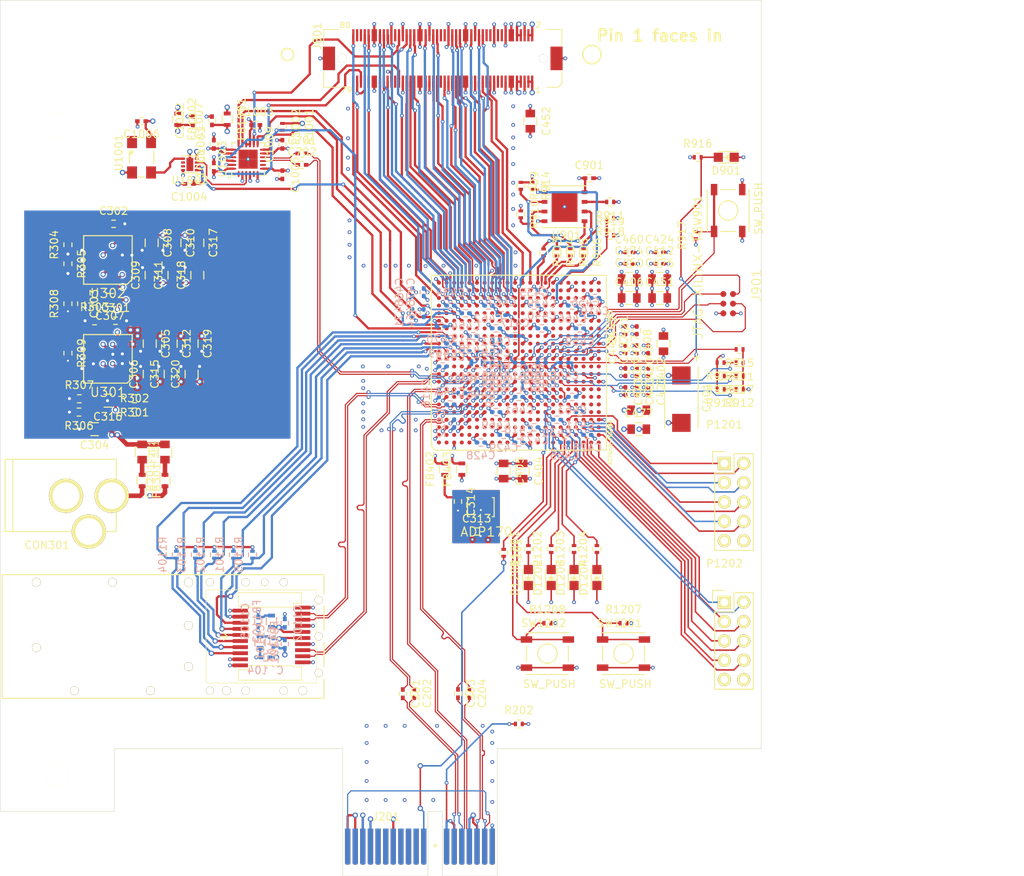
<source format=kicad_pcb>
(kicad_pcb (version 4) (host pcbnew 4.0.0-rc2-1-stable)
  (layers (0 F.Cu signal) (1 In1.Cu signal) (2 In2.Cu signal) (31 B.Cu signal) (34 B.Paste user) (35 F.Paste user) (36 B.SilkS user) (37 F.SilkS user) (38 B.Mask user) (39 F.Mask user) (44 Edge.Cuts user))
  (net 0 "")
  (net 1 "/FPGA Transceivers/PCIE_CLK_P")
  (net 2 "/FPGA Transceivers/PCIE_CLK_N")
  (net 3 "/FPGA Transceivers/PCIE_TX0_P")
  (net 4 "/FPGA Transceivers/PCIE_TX0_N")
  (net 5 "Net-(C301-Pad1)")
  (net 6 GND)
  (net 7 "Net-(C302-Pad1)")
  (net 8 "Net-(C303-Pad1)")
  (net 9 +12V)
  (net 10 +1V0)
  (net 11 +1V8)
  (net 12 +3V3)
  (net 13 +5V)
  (net 14 +1V2)
  (net 15 "/FPGA Power/VCCADC")
  (net 16 MGTAVTT)
  (net 17 "/FPGA Power/MGTAVCC")
  (net 18 /Clocking/GTP_CLK_P)
  (net 19 /Clocking/GTP_CLK_N)
  (net 20 /Clocking/CLOCK_GEN_POWER)
  (net 21 /Clocking/OSC_POWER)
  (net 22 /SFP/Vccr)
  (net 23 /SFP/Vcct)
  (net 24 "Net-(CON301-Pad1)")
  (net 25 "/FPGA Config/DONE")
  (net 26 "Net-(D1201-Pad2)")
  (net 27 "Net-(D1202-Pad2)")
  (net 28 "Net-(D1203-Pad2)")
  (net 29 "Net-(D1204-Pad2)")
  (net 30 "Net-(F201-Pad1)")
  (net 31 "Net-(J201-PadB5)")
  (net 32 "Net-(J201-PadB6)")
  (net 33 "Net-(J201-PadB8)")
  (net 34 "Net-(J201-PadB9)")
  (net 35 "Net-(J201-PadB10)")
  (net 36 "Net-(J201-PadB11)")
  (net 37 "/FPGA Transceivers/PCIE_RX0_P")
  (net 38 "/PCIe Connector/CLKREQ#")
  (net 39 "/PCIe Connector/PCIE_PRSNT#1")
  (net 40 "Net-(J201-PadA5)")
  (net 41 "Net-(J201-PadA6)")
  (net 42 "Net-(J201-PadA7)")
  (net 43 "Net-(J201-PadA8)")
  (net 44 "Net-(J201-PadA9)")
  (net 45 "Net-(J201-PadA10)")
  (net 46 "/MyriadRF IO/TXEN")
  (net 47 /Clocking/RF_CLK)
  (net 48 "Net-(J801-Pad71)")
  (net 49 "/MyriadRF IO/GPIO2")
  (net 50 "/MyriadRF IO/GPIO1")
  (net 51 "/MyriadRF IO/GPIO0")
  (net 52 "Net-(J801-Pad61)")
  (net 53 /Clocking/RX_CLK)
  (net 54 "/MyriadRF IO/RXD10")
  (net 55 "/MyriadRF IO/RXD8")
  (net 56 "/MyriadRF IO/RXD6")
  (net 57 "/MyriadRF IO/RXD4")
  (net 58 "/MyriadRF IO/RXD2")
  (net 59 "/MyriadRF IO/RXD0")
  (net 60 "Net-(J801-Pad41)")
  (net 61 "/MyriadRF IO/RXIQSEL")
  (net 62 "/MyriadRF IO/TXD10")
  (net 63 "/MyriadRF IO/TXD8")
  (net 64 "/MyriadRF IO/TXD6")
  (net 65 "/MyriadRF IO/TXD4")
  (net 66 "/MyriadRF IO/TXD2")
  (net 67 "/MyriadRF IO/TXD0")
  (net 68 "Net-(J801-Pad21)")
  (net 69 "/MyriadRF IO/TXIQSEL")
  (net 70 "Net-(J801-Pad15)")
  (net 71 "Net-(J801-Pad13)")
  (net 72 "Net-(J801-Pad14)")
  (net 73 "Net-(J801-Pad16)")
  (net 74 "Net-(J801-Pad20)")
  (net 75 "Net-(J801-Pad22)")
  (net 76 "/MyriadRF IO/TXD1")
  (net 77 "/MyriadRF IO/TXD3")
  (net 78 "/MyriadRF IO/TXD5")
  (net 79 "/MyriadRF IO/TXD7")
  (net 80 "/MyriadRF IO/TXD9")
  (net 81 "/MyriadRF IO/TXD11")
  (net 82 "Net-(J801-Pad40)")
  (net 83 "Net-(J801-Pad42)")
  (net 84 "/MyriadRF IO/RXD1")
  (net 85 "/MyriadRF IO/RXD3")
  (net 86 "/MyriadRF IO/RXD5")
  (net 87 "/MyriadRF IO/RXD7")
  (net 88 "/MyriadRF IO/RXD9")
  (net 89 "/MyriadRF IO/RXD11")
  (net 90 /Clocking/TX_CLK)
  (net 91 "Net-(J801-Pad62)")
  (net 92 "/MyriadRF IO/RESET")
  (net 93 "/MyriadRF IO/SPI_MOSI")
  (net 94 "/MyriadRF IO/SPI_MISO")
  (net 95 "/MyriadRF IO/SPI_CLK")
  (net 96 "/MyriadRF IO/SPI_NCSO")
  (net 97 "Net-(J801-Pad76)")
  (net 98 "Net-(J801-Pad78)")
  (net 99 "/MyriadRF IO/RXEN")
  (net 100 "/FPGA Config/TMS")
  (net 101 "/FPGA Config/TDI")
  (net 102 "/FPGA Config/TDO")
  (net 103 "/FPGA Config/TCK")
  (net 104 /SFP/LOS)
  (net 105 "/FPGA Transceivers/SFP_RX_N")
  (net 106 "/FPGA Transceivers/SFP_RX_P")
  (net 107 "/FPGA Transceivers/SFP_TX_P")
  (net 108 "/FPGA Transceivers/SFP_TX_N")
  (net 109 "/User IO/IO0")
  (net 110 "/User IO/IO1")
  (net 111 "/User IO/IO2")
  (net 112 "/User IO/IO3")
  (net 113 "/User IO/IO4")
  (net 114 "/User IO/IO5")
  (net 115 "/User IO/IO6")
  (net 116 "/User IO/IO7")
  (net 117 "/User IO/IO8")
  (net 118 "/User IO/IO9")
  (net 119 "/User IO/IO10")
  (net 120 "/User IO/IO11")
  (net 121 "/User IO/IO12")
  (net 122 "/User IO/IO13")
  (net 123 "/User IO/IO14")
  (net 124 "/User IO/IO15")
  (net 125 "/Power Rails/1V8_PGOOD")
  (net 126 "Net-(R302-Pad1)")
  (net 127 "Net-(R303-Pad2)")
  (net 128 "Net-(R304-Pad2)")
  (net 129 "Net-(R305-Pad1)")
  (net 130 "Net-(R307-Pad2)")
  (net 131 "Net-(R308-Pad2)")
  (net 132 "Net-(R701-Pad1)")
  (net 133 "/FPGA Config/M0")
  (net 134 "Net-(R903-Pad1)")
  (net 135 "/FPGA Config/DO0")
  (net 136 "Net-(R904-Pad1)")
  (net 137 "/FPGA Config/DO2")
  (net 138 "Net-(R905-Pad1)")
  (net 139 "/FPGA Config/DO1")
  (net 140 "Net-(R906-Pad1)")
  (net 141 "/FPGA Config/DO3")
  (net 142 "/FPGA Config/M1")
  (net 143 "/FPGA Config/M2")
  (net 144 "/FPGA Config/QSPI_CSN")
  (net 145 "/FPGA Config/INIT_B")
  (net 146 "/FPGA Config/PROGRAM_B")
  (net 147 "/FPGA Config/PUDC_B")
  (net 148 "/User IO/LED0")
  (net 149 "/User IO/LED1")
  (net 150 "/User IO/LED2")
  (net 151 "/User IO/LED3")
  (net 152 "/User IO/B1")
  (net 153 "/User IO/B0")
  (net 154 "Net-(U301-PadC3)")
  (net 155 "Net-(U301-PadD4)")
  (net 156 "Net-(U301-PadA5)")
  (net 157 "Net-(U301-PadE5)")
  (net 158 "Net-(U302-PadC3)")
  (net 159 "Net-(U302-PadB4)")
  (net 160 "Net-(U302-PadD4)")
  (net 161 "Net-(U302-PadA5)")
  (net 162 "Net-(U302-PadE5)")
  (net 163 "Net-(U303-Pad4)")
  (net 164 "/FPGA Transceivers/PCIE_RX0_N")
  (net 165 "Net-(U401-PadAA8)")
  (net 166 "Net-(U401-PadAB8)")
  (net 167 "Net-(U401-PadAA18)")
  (net 168 "Net-(U401-PadAA19)")
  (net 169 "Net-(U401-PadAA20)")
  (net 170 "Net-(U401-PadAA21)")
  (net 171 "Net-(U401-PadAB22)")
  (net 172 "Net-(U401-PadAB21)")
  (net 173 "Net-(U401-PadAB20)")
  (net 174 "Net-(U401-PadAB18)")
  (net 175 "Net-(U401-PadY21)")
  (net 176 "Net-(U401-PadY22)")
  (net 177 "Net-(U401-PadW22)")
  (net 178 "Net-(U401-PadW21)")
  (net 179 "Net-(U401-PadV22)")
  (net 180 "Net-(U401-PadU21)")
  (net 181 "Net-(U401-PadT21)")
  (net 182 "Net-(U401-PadC7)")
  (net 183 "Net-(U401-PadC9)")
  (net 184 "Net-(U401-PadY6)")
  (net 185 "Net-(U401-PadY7)")
  (net 186 "Net-(U401-PadY8)")
  (net 187 "Net-(U401-PadY9)")
  (net 188 "Net-(U401-PadY18)")
  (net 189 "Net-(U401-PadY19)")
  (net 190 "Net-(U401-PadW20)")
  (net 191 "Net-(U401-PadV20)")
  (net 192 "Net-(U401-PadU20)")
  (net 193 "Net-(U401-PadT20)")
  (net 194 "Net-(U401-PadP20)")
  (net 195 "Net-(U401-PadV8)")
  (net 196 "Net-(U401-PadW9)")
  (net 197 "Net-(U401-PadV17)")
  (net 198 "Net-(U401-PadV18)")
  (net 199 "Net-(U401-PadV19)")
  (net 200 "Net-(U401-PadU18)")
  (net 201 "Net-(U401-PadT18)")
  (net 202 /Clocking/FPGA_CLK)
  (net 203 "Net-(U401-PadW17)")
  (net 204 "Net-(U401-PadR18)")
  (net 205 "Net-(U401-PadR19)")
  (net 206 "Net-(U401-PadP19)")
  (net 207 /Clocking/RX_CLK_FPGA)
  (net 208 /Clocking/TX_CLK_FPGA)
  (net 209 "Net-(U401-PadG18)")
  (net 210 "Net-(U401-PadD9)")
  (net 211 "Net-(U401-PadD7)")
  (net 212 "Net-(U401-PadT6)")
  (net 213 "Net-(U401-PadU7)")
  (net 214 "Net-(U401-PadU17)")
  (net 215 "Net-(U401-PadR17)")
  (net 216 "Net-(U401-PadR16)")
  (net 217 "Net-(U401-PadP16)")
  (net 218 "Net-(U401-PadP17)")
  (net 219 "Net-(U401-PadN17)")
  (net 220 "Net-(U401-PadJ16)")
  (net 221 "Net-(U401-PadG17)")
  (net 222 "Net-(U401-PadG16)")
  (net 223 "Net-(U401-PadG15)")
  (net 224 "Net-(U401-PadG13)")
  (net 225 "Net-(U401-PadH13)")
  (net 226 "Net-(U401-PadH14)")
  (net 227 "Net-(U401-PadJ15)")
  (net 228 "Net-(U401-PadJ14)")
  (net 229 "Net-(U401-PadM9)")
  (net 230 "Net-(U401-PadN13)")
  (net 231 "Net-(U401-PadN14)")
  (net 232 "Net-(U401-PadN15)")
  (net 233 "Net-(U401-PadP15)")
  (net 234 "Net-(U401-PadP14)")
  (net 235 "Net-(U401-PadR14)")
  (net 236 "Net-(U401-PadL10)")
  (net 237 "/FPGA Config/QSPI_CLK")
  (net 238 "Net-(U1001-Pad3)")
  (net 239 "Net-(U1001-Pad1)")
  (net 240 /Clocking/CLK_GEN_IN)
  (net 241 "Net-(U1002-Pad6)")
  (net 242 "Net-(U1002-Pad7)")
  (net 243 "Net-(U1003-Pad1)")
  (net 244 "Net-(U1003-Pad5)")
  (net 245 "Net-(U1003-Pad8)")
  (net 246 /Clocking/CLK_SCL)
  (net 247 /Clocking/CLK_SDA)
  (net 248 "Net-(U1003-Pad21)")
  (net 249 "/FPGA Transceivers/SFP_CLK_C_P")
  (net 250 "/FPGA Transceivers/SFP_CLK_C_N")
  (net 251 "/PCIe Connector/PCIE_CLK_C_P")
  (net 252 "/PCIe Connector/PCIE_CLK_C_N")
  (net 253 "/PCIe Connector/PCIE_TX0_C_P")
  (net 254 "/PCIe Connector/PCIE_TX0_C_N")
  (net 255 "/PCIe Connector/12V_power")
  (net 256 "/PCIe Connector/PERST#R")
  (net 257 "/MyriadRF IO/SFP_SDA")
  (net 258 "/MyriadRF IO/SFP_SCL")
  (net 259 "/MyriadRF IO/SFP_RATE_SEL")
  (net 260 "Net-(U401-PadA18)")
  (net 261 "Net-(U401-PadA19)")
  (net 262 "/MyriadRF IO/SFP_DETECT")
  (net 263 "/MyriadRF IO/SFP_TX_FAULT")
  (net 264 "Net-(U401-PadB18)")
  (net 265 "Net-(U401-PadC15)")
  (net 266 "Net-(U401-PadC17)")
  (net 267 "Net-(U401-PadN20)")
  (net 268 "Net-(U401-PadN19)")
  (net 269 "Net-(U401-PadN18)")
  (net 270 "Net-(U401-PadM18)")
  (net 271 "Net-(U401-PadL18)")
  (net 272 "Net-(U401-PadK18)")
  (net 273 "Net-(U401-PadH18)")
  (net 274 "Net-(U401-PadF18)")
  (net 275 "Net-(U401-PadE18)")
  (net 276 "Net-(U401-PadE17)")
  (net 277 "Net-(U401-PadD16)")
  (net 278 "Net-(U401-PadE16)")
  (net 279 "Net-(U401-PadD15)")
  (net 280 "Net-(U401-PadD14)")
  (net 281 "Net-(U401-PadE14)")
  (net 282 "Net-(U401-PadE13)")
  (net 283 "Net-(U401-PadM16)")
  (net 284 "Net-(U401-PadM17)")
  (net 285 "Net-(U401-PadL16)")
  (net 286 "Net-(U401-PadK16)")
  (net 287 "Net-(U401-PadK17)")
  (net 288 "Net-(U401-PadJ17)")
  (net 289 "Net-(U401-PadH17)")
  (net 290 "Net-(U401-PadF16)")
  (net 291 "Net-(U401-PadF15)")
  (net 292 "Net-(U401-PadF14)")
  (net 293 "Net-(U401-PadF13)")
  (net 294 "Net-(U401-PadH15)")
  (net 295 "Net-(U401-PadM15)")
  (net 296 "Net-(U401-PadL15)")
  (net 297 "Net-(U401-PadK14)")
  (net 298 "Net-(U401-PadL14)")
  (net 299 "Net-(U401-PadM13)")
  (net 300 "Net-(U401-PadL13)")
  (net 301 "Net-(U401-PadK13)")
  (net 302 "Net-(U401-PadM21)")
  (net 303 "Net-(U401-PadM20)")
  (net 304 "Net-(U401-PadC5)")
  (net 305 "Net-(U401-PadD5)")
  (net 306 "Net-(U401-PadC11)")
  (net 307 "Net-(U401-PadD11)")
  (net 308 "/MyriadRF IO/SFP_TX_DISABLE")
  (net 309 "Net-(U401-PadAB6)")
  (net 310 "Net-(U401-PadAB7)")
  (net 311 "Net-(U401-PadAA6)")
  (net 312 "Net-(U401-PadW7)")
  (net 313 "Net-(U401-PadV7)")
  (net 314 "Net-(U401-PadV9)")
  (net 315 "Net-(F301-Pad2)")
  (net 316 "/User IO/PCIE_PERST")
  (net 317 "Net-(U401-PadAB5)")
  (net 318 "Net-(U401-PadAA5)")
  (net 319 "Net-(U401-PadT4)")
  (net 320 "Net-(U401-PadT5)")
  (net 321 "Net-(U401-PadU5)")
  (net 322 "Net-(U401-PadV5)")
  (net 323 "Net-(U401-PadW5)")
  (net 324 "Net-(U401-PadW6)")
  (net 325 "Net-(U401-PadU6)")
  (net 326 "Net-(U401-PadR2)")
  (net 327 "Net-(U401-PadT3)")
  (net 328 "Net-(R309-Pad1)")
  (net 329 "Net-(U401-PadW19)")
  (module wbraun_smd:R_0402 (layer F.Cu) (at 50.75 86.25 270)
    (fp_text reference R309 (at 0 -1.8 270) (layer F.SilkS))
    (fp_text value 215K)
    (pad 1 smd rect (at -0.45 0 270) (size 0.4 0.6) (layers F.Cu F.Paste F.Mask) (net 328 "Net-(R309-Pad1)"))
    (pad 2 smd rect (at 0.45 0 270) (size 0.4 0.6) (layers F.Cu F.Paste F.Mask) (net 6 GND))
  )
  (module wbraun_smd:C_0805 (layer F.Cu) (at 67 89 90)
    (fp_text reference C320 (at 0 -2.1 90) (layer F.SilkS))
    (fp_text value 47uF)
    (pad 1 smd rect (at -1 0 90) (size 1 1.25) (layers F.Cu F.Paste F.Mask) (net 11 +1V8))
    (pad 2 smd rect (at 1 0 90) (size 1 1.25) (layers F.Cu F.Paste F.Mask) (net 6 GND))
  )
  (module wbraun_smd:C_0805 (layer F.Cu) (at 67 85 270)
    (fp_text reference C319 (at 0 -2.1 270) (layer F.SilkS))
    (fp_text value 47uF)
    (pad 1 smd rect (at -1 0 270) (size 1 1.25) (layers F.Cu F.Paste F.Mask) (net 10 +1V0))
    (pad 2 smd rect (at 1 0 270) (size 1 1.25) (layers F.Cu F.Paste F.Mask) (net 6 GND))
  )
  (module wbraun_smd:C_0805 (layer F.Cu) (at 67.75 76 90)
    (fp_text reference C318 (at 0 -2.1 90) (layer F.SilkS))
    (fp_text value 47uF)
    (pad 1 smd rect (at -1 0 90) (size 1 1.25) (layers F.Cu F.Paste F.Mask) (net 12 +3V3))
    (pad 2 smd rect (at 1 0 90) (size 1 1.25) (layers F.Cu F.Paste F.Mask) (net 6 GND))
  )
  (module wbraun_smd:C_0805 (layer F.Cu) (at 67.75 71.75 270)
    (fp_text reference C317 (at 0 -2.1 270) (layer F.SilkS))
    (fp_text value 47uF)
    (pad 1 smd rect (at -1 0 270) (size 1 1.25) (layers F.Cu F.Paste F.Mask) (net 13 +5V))
    (pad 2 smd rect (at 1 0 270) (size 1 1.25) (layers F.Cu F.Paste F.Mask) (net 6 GND))
  )
  (module wbraun_smd:C_0805 (layer F.Cu) (at 64.25 89 90)
    (fp_text reference C315 (at 0 -2.1 90) (layer F.SilkS))
    (fp_text value 47uF)
    (pad 1 smd rect (at -1 0 90) (size 1 1.25) (layers F.Cu F.Paste F.Mask) (net 11 +1V8))
    (pad 2 smd rect (at 1 0 90) (size 1 1.25) (layers F.Cu F.Paste F.Mask) (net 6 GND))
  )
  (module wbraun_smd:C_0805 (layer F.Cu) (at 64.25 85 270)
    (fp_text reference C312 (at 0 -2.1 270) (layer F.SilkS))
    (fp_text value 47uF)
    (pad 1 smd rect (at -1 0 270) (size 1 1.25) (layers F.Cu F.Paste F.Mask) (net 10 +1V0))
    (pad 2 smd rect (at 1 0 270) (size 1 1.25) (layers F.Cu F.Paste F.Mask) (net 6 GND))
  )
  (module wbraun_smd:TC2030-IDC-NL (layer F.Cu) (at 137.5 79.75 270)
    (fp_text reference J901 (at -2.4 -3.75 270) (layer F.SilkS) (effects (font (size 1.2 1.2))))
    (fp_text value JTAG-XILINX-TC (at -2.75 3.95 270) (layer F.SilkS) (effects (font (size 1.2 1.2))))
    (pad 1 smd oval (at -1.27 0.635 180) (size 0.787 0.787) (layers F.Cu F.Paste F.Mask) (net 100 "/FPGA Config/TMS"))
    (pad 2 smd oval (at -1.27 -0.635) (size 0.787 0.787) (layers F.Cu F.Paste F.Mask) (net 101 "/FPGA Config/TDI"))
    (pad 3 smd oval (at 0 0.635 180) (size 0.787 0.787) (layers F.Cu F.Paste F.Mask) (net 102 "/FPGA Config/TDO"))
    (pad 4 smd oval (at 0 -0.635) (size 0.787 0.787) (layers F.Cu F.Paste F.Mask) (net 103 "/FPGA Config/TCK"))
    (pad 5 smd oval (at 1.27 0.635 180) (size 0.787 0.787) (layers F.Cu F.Paste F.Mask) (net 6 GND))
    (pad 6 smd oval (at 1.27 -0.635) (size 0.787 0.787) (layers F.Cu F.Paste F.Mask) (net 12 +3V3))
    (pad "" np_thru_hole circle (at 2.54 -1.016 270) (size 0.991 0.991) (drill 0.991) (layers *.Cu *.Mask F.SilkS))
    (pad "" np_thru_hole circle (at 2.54 1.016 90) (size 0.991 0.991) (drill 0.991) (layers *.Cu *.Mask F.SilkS))
    (pad "" np_thru_hole circle (at -2.54 0 90) (size 0.991 0.991) (drill 0.991) (layers *.Cu *.Mask F.SilkS))
  )
  (module wbraun_smd:0402_in_grid (layer B.Cu) (at 118.75 81.25 180)
    (fp_text reference C456 (at 0 1.7 180) (layer B.SilkS) (effects (justify mirror)))
    (fp_text value 4.7uF)
    (pad 1 smd rect (at -0.5 0 180) (size 0.3 0.5) (layers B.Cu B.Paste B.Mask) (net 12 +3V3))
    (pad 2 smd rect (at 0.5 0 180) (size 0.3 0.5) (layers B.Cu B.Paste B.Mask) (net 6 GND))
    (pad 1 smd circle (at -0.35 0.1 180) (size 0.3 0.3) (layers B.Cu B.Paste B.Mask) (net 12 +3V3))
    (pad 1 smd circle (at -0.35 -0.1 180) (size 0.3 0.3) (layers B.Cu B.Paste B.Mask) (net 12 +3V3))
    (pad 1 smd circle (at -0.65 -0.1 180) (size 0.3 0.3) (layers B.Cu B.Paste B.Mask) (net 12 +3V3))
    (pad 1 smd circle (at -0.65 0.1 180) (size 0.3 0.3) (layers B.Cu B.Paste B.Mask) (net 12 +3V3))
    (pad 2 smd circle (at 0.35 0.1 180) (size 0.3 0.3) (layers B.Cu B.Paste B.Mask) (net 6 GND))
    (pad 2 smd circle (at 0.35 -0.1 180) (size 0.3 0.3) (layers B.Cu B.Paste B.Mask) (net 6 GND))
    (pad 2 smd circle (at 0.65 -0.1 180) (size 0.3 0.3) (layers B.Cu B.Paste B.Mask) (net 6 GND))
    (pad 2 smd circle (at 0.65 0.1 180) (size 0.3 0.3) (layers B.Cu B.Paste B.Mask) (net 6 GND))
    (pad 2 smd rect (at 0.65 0 180) (size 0.3 0.2) (layers B.Cu B.Paste B.Mask) (net 6 GND))
    (pad 2 smd rect (at 0.35 0 180) (size 0.3 0.2) (layers B.Cu B.Paste B.Mask) (net 6 GND))
    (pad 1 smd rect (at -0.35 0 180) (size 0.3 0.2) (layers B.Cu B.Paste B.Mask) (net 12 +3V3))
    (pad 1 smd rect (at -0.65 0 180) (size 0.3 0.2) (layers B.Cu B.Paste B.Mask) (net 12 +3V3))
  )
  (module wbraun_smd:C_0402 (layer F.Cu) (at 102 105.75 270)
    (fp_text reference C314 (at 0 -1.7 270) (layer F.SilkS))
    (fp_text value 4.7uF)
    (pad 1 smd rect (at -0.55 0 270) (size 0.6 0.5) (layers F.Cu F.Paste F.Mask) (net 14 +1V2))
    (pad 2 smd rect (at 0.55 0 270) (size 0.6 0.5) (layers F.Cu F.Paste F.Mask) (net 6 GND))
  )
  (module wbraun_smd:C_0402 (layer F.Cu) (at 104.45 109.7)
    (fp_text reference C313 (at 0 -1.7) (layer F.SilkS))
    (fp_text value 4.7uF)
    (pad 1 smd rect (at -0.55 0) (size 0.6 0.5) (layers F.Cu F.Paste F.Mask) (net 11 +1V8))
    (pad 2 smd rect (at 0.55 0) (size 0.6 0.5) (layers F.Cu F.Paste F.Mask) (net 6 GND))
  )
  (module wbraun_smd:0402_in_grid (layer B.Cu) (at 97.5 78.25 270)
    (fp_text reference C475 (at 0 1.7 270) (layer B.SilkS) (effects (justify mirror)))
    (fp_text value 0.47uF)
    (pad 1 smd rect (at -0.5 0 270) (size 0.3 0.5) (layers B.Cu B.Paste B.Mask) (net 12 +3V3))
    (pad 2 smd rect (at 0.5 0 270) (size 0.3 0.5) (layers B.Cu B.Paste B.Mask) (net 6 GND))
    (pad 1 smd circle (at -0.35 0.1 270) (size 0.3 0.3) (layers B.Cu B.Paste B.Mask) (net 12 +3V3))
    (pad 1 smd circle (at -0.35 -0.1 270) (size 0.3 0.3) (layers B.Cu B.Paste B.Mask) (net 12 +3V3))
    (pad 1 smd circle (at -0.65 -0.1 270) (size 0.3 0.3) (layers B.Cu B.Paste B.Mask) (net 12 +3V3))
    (pad 1 smd circle (at -0.65 0.1 270) (size 0.3 0.3) (layers B.Cu B.Paste B.Mask) (net 12 +3V3))
    (pad 2 smd circle (at 0.35 0.1 270) (size 0.3 0.3) (layers B.Cu B.Paste B.Mask) (net 6 GND))
    (pad 2 smd circle (at 0.35 -0.1 270) (size 0.3 0.3) (layers B.Cu B.Paste B.Mask) (net 6 GND))
    (pad 2 smd circle (at 0.65 -0.1 270) (size 0.3 0.3) (layers B.Cu B.Paste B.Mask) (net 6 GND))
    (pad 2 smd circle (at 0.65 0.1 270) (size 0.3 0.3) (layers B.Cu B.Paste B.Mask) (net 6 GND))
    (pad 2 smd rect (at 0.65 0 270) (size 0.3 0.2) (layers B.Cu B.Paste B.Mask) (net 6 GND))
    (pad 2 smd rect (at 0.35 0 270) (size 0.3 0.2) (layers B.Cu B.Paste B.Mask) (net 6 GND))
    (pad 1 smd rect (at -0.35 0 270) (size 0.3 0.2) (layers B.Cu B.Paste B.Mask) (net 12 +3V3))
    (pad 1 smd rect (at -0.65 0 270) (size 0.3 0.2) (layers B.Cu B.Paste B.Mask) (net 12 +3V3))
  )
  (module wbraun_smd:0402_in_grid (layer F.Cu) (at 124.5 74.5)
    (fp_text reference C474 (at 0 -1.7) (layer F.SilkS))
    (fp_text value 0.47uF)
    (pad 1 smd rect (at -0.5 0) (size 0.3 0.5) (layers F.Cu F.Paste F.Mask) (net 12 +3V3))
    (pad 2 smd rect (at 0.5 0) (size 0.3 0.5) (layers F.Cu F.Paste F.Mask) (net 6 GND))
    (pad 1 smd circle (at -0.35 -0.1) (size 0.3 0.3) (layers F.Cu F.Paste F.Mask) (net 12 +3V3))
    (pad 1 smd circle (at -0.35 0.1) (size 0.3 0.3) (layers F.Cu F.Paste F.Mask) (net 12 +3V3))
    (pad 1 smd circle (at -0.65 0.1) (size 0.3 0.3) (layers F.Cu F.Paste F.Mask) (net 12 +3V3))
    (pad 1 smd circle (at -0.65 -0.1) (size 0.3 0.3) (layers F.Cu F.Paste F.Mask) (net 12 +3V3))
    (pad 2 smd circle (at 0.35 -0.1) (size 0.3 0.3) (layers F.Cu F.Paste F.Mask) (net 6 GND))
    (pad 2 smd circle (at 0.35 0.1) (size 0.3 0.3) (layers F.Cu F.Paste F.Mask) (net 6 GND))
    (pad 2 smd circle (at 0.65 0.1) (size 0.3 0.3) (layers F.Cu F.Paste F.Mask) (net 6 GND))
    (pad 2 smd circle (at 0.65 -0.1) (size 0.3 0.3) (layers F.Cu F.Paste F.Mask) (net 6 GND))
    (pad 2 smd rect (at 0.65 0) (size 0.3 0.2) (layers F.Cu F.Paste F.Mask) (net 6 GND))
    (pad 2 smd rect (at 0.35 0) (size 0.3 0.2) (layers F.Cu F.Paste F.Mask) (net 6 GND))
    (pad 1 smd rect (at -0.35 0) (size 0.3 0.2) (layers F.Cu F.Paste F.Mask) (net 12 +3V3))
    (pad 1 smd rect (at -0.65 0) (size 0.3 0.2) (layers F.Cu F.Paste F.Mask) (net 12 +3V3))
  )
  (module wbraun_smd:0402_in_grid (layer B.Cu) (at 112 96)
    (fp_text reference C473 (at 0 1.7) (layer B.SilkS) (effects (justify mirror)))
    (fp_text value 0.47uF)
    (pad 1 smd rect (at -0.5 0) (size 0.3 0.5) (layers B.Cu B.Paste B.Mask) (net 12 +3V3))
    (pad 2 smd rect (at 0.5 0) (size 0.3 0.5) (layers B.Cu B.Paste B.Mask) (net 6 GND))
    (pad 1 smd circle (at -0.35 0.1) (size 0.3 0.3) (layers B.Cu B.Paste B.Mask) (net 12 +3V3))
    (pad 1 smd circle (at -0.35 -0.1) (size 0.3 0.3) (layers B.Cu B.Paste B.Mask) (net 12 +3V3))
    (pad 1 smd circle (at -0.65 -0.1) (size 0.3 0.3) (layers B.Cu B.Paste B.Mask) (net 12 +3V3))
    (pad 1 smd circle (at -0.65 0.1) (size 0.3 0.3) (layers B.Cu B.Paste B.Mask) (net 12 +3V3))
    (pad 2 smd circle (at 0.35 0.1) (size 0.3 0.3) (layers B.Cu B.Paste B.Mask) (net 6 GND))
    (pad 2 smd circle (at 0.35 -0.1) (size 0.3 0.3) (layers B.Cu B.Paste B.Mask) (net 6 GND))
    (pad 2 smd circle (at 0.65 -0.1) (size 0.3 0.3) (layers B.Cu B.Paste B.Mask) (net 6 GND))
    (pad 2 smd circle (at 0.65 0.1) (size 0.3 0.3) (layers B.Cu B.Paste B.Mask) (net 6 GND))
    (pad 2 smd rect (at 0.65 0) (size 0.3 0.2) (layers B.Cu B.Paste B.Mask) (net 6 GND))
    (pad 2 smd rect (at 0.35 0) (size 0.3 0.2) (layers B.Cu B.Paste B.Mask) (net 6 GND))
    (pad 1 smd rect (at -0.35 0) (size 0.3 0.2) (layers B.Cu B.Paste B.Mask) (net 12 +3V3))
    (pad 1 smd rect (at -0.65 0) (size 0.3 0.2) (layers B.Cu B.Paste B.Mask) (net 12 +3V3))
  )
  (module wbraun_smd:0402_in_grid (layer B.Cu) (at 96 81 270)
    (fp_text reference C471 (at 0 1.7 270) (layer B.SilkS) (effects (justify mirror)))
    (fp_text value 0.47uF)
    (pad 1 smd rect (at -0.5 0 270) (size 0.3 0.5) (layers B.Cu B.Paste B.Mask) (net 12 +3V3))
    (pad 2 smd rect (at 0.5 0 270) (size 0.3 0.5) (layers B.Cu B.Paste B.Mask) (net 6 GND))
    (pad 1 smd circle (at -0.35 0.1 270) (size 0.3 0.3) (layers B.Cu B.Paste B.Mask) (net 12 +3V3))
    (pad 1 smd circle (at -0.35 -0.1 270) (size 0.3 0.3) (layers B.Cu B.Paste B.Mask) (net 12 +3V3))
    (pad 1 smd circle (at -0.65 -0.1 270) (size 0.3 0.3) (layers B.Cu B.Paste B.Mask) (net 12 +3V3))
    (pad 1 smd circle (at -0.65 0.1 270) (size 0.3 0.3) (layers B.Cu B.Paste B.Mask) (net 12 +3V3))
    (pad 2 smd circle (at 0.35 0.1 270) (size 0.3 0.3) (layers B.Cu B.Paste B.Mask) (net 6 GND))
    (pad 2 smd circle (at 0.35 -0.1 270) (size 0.3 0.3) (layers B.Cu B.Paste B.Mask) (net 6 GND))
    (pad 2 smd circle (at 0.65 -0.1 270) (size 0.3 0.3) (layers B.Cu B.Paste B.Mask) (net 6 GND))
    (pad 2 smd circle (at 0.65 0.1 270) (size 0.3 0.3) (layers B.Cu B.Paste B.Mask) (net 6 GND))
    (pad 2 smd rect (at 0.65 0 270) (size 0.3 0.2) (layers B.Cu B.Paste B.Mask) (net 6 GND))
    (pad 2 smd rect (at 0.35 0 270) (size 0.3 0.2) (layers B.Cu B.Paste B.Mask) (net 6 GND))
    (pad 1 smd rect (at -0.35 0 270) (size 0.3 0.2) (layers B.Cu B.Paste B.Mask) (net 12 +3V3))
    (pad 1 smd rect (at -0.65 0 270) (size 0.3 0.2) (layers B.Cu B.Paste B.Mask) (net 12 +3V3))
  )
  (module wbraun_smd:0402_in_grid (layer B.Cu) (at 99.75 82.75)
    (fp_text reference C470 (at 0 1.7) (layer B.SilkS) (effects (justify mirror)))
    (fp_text value 0.47uF)
    (pad 1 smd rect (at -0.5 0) (size 0.3 0.5) (layers B.Cu B.Paste B.Mask) (net 12 +3V3))
    (pad 2 smd rect (at 0.5 0) (size 0.3 0.5) (layers B.Cu B.Paste B.Mask) (net 6 GND))
    (pad 1 smd circle (at -0.35 0.1) (size 0.3 0.3) (layers B.Cu B.Paste B.Mask) (net 12 +3V3))
    (pad 1 smd circle (at -0.35 -0.1) (size 0.3 0.3) (layers B.Cu B.Paste B.Mask) (net 12 +3V3))
    (pad 1 smd circle (at -0.65 -0.1) (size 0.3 0.3) (layers B.Cu B.Paste B.Mask) (net 12 +3V3))
    (pad 1 smd circle (at -0.65 0.1) (size 0.3 0.3) (layers B.Cu B.Paste B.Mask) (net 12 +3V3))
    (pad 2 smd circle (at 0.35 0.1) (size 0.3 0.3) (layers B.Cu B.Paste B.Mask) (net 6 GND))
    (pad 2 smd circle (at 0.35 -0.1) (size 0.3 0.3) (layers B.Cu B.Paste B.Mask) (net 6 GND))
    (pad 2 smd circle (at 0.65 -0.1) (size 0.3 0.3) (layers B.Cu B.Paste B.Mask) (net 6 GND))
    (pad 2 smd circle (at 0.65 0.1) (size 0.3 0.3) (layers B.Cu B.Paste B.Mask) (net 6 GND))
    (pad 2 smd rect (at 0.65 0) (size 0.3 0.2) (layers B.Cu B.Paste B.Mask) (net 6 GND))
    (pad 2 smd rect (at 0.35 0) (size 0.3 0.2) (layers B.Cu B.Paste B.Mask) (net 6 GND))
    (pad 1 smd rect (at -0.35 0) (size 0.3 0.2) (layers B.Cu B.Paste B.Mask) (net 12 +3V3))
    (pad 1 smd rect (at -0.65 0) (size 0.3 0.2) (layers B.Cu B.Paste B.Mask) (net 12 +3V3))
  )
  (module wbraun_smd:0402_in_grid (layer B.Cu) (at 107 94)
    (fp_text reference C469 (at 0 1.7) (layer B.SilkS) (effects (justify mirror)))
    (fp_text value 0.47uF)
    (pad 1 smd rect (at -0.5 0) (size 0.3 0.5) (layers B.Cu B.Paste B.Mask) (net 12 +3V3))
    (pad 2 smd rect (at 0.5 0) (size 0.3 0.5) (layers B.Cu B.Paste B.Mask) (net 6 GND))
    (pad 1 smd circle (at -0.35 0.1) (size 0.3 0.3) (layers B.Cu B.Paste B.Mask) (net 12 +3V3))
    (pad 1 smd circle (at -0.35 -0.1) (size 0.3 0.3) (layers B.Cu B.Paste B.Mask) (net 12 +3V3))
    (pad 1 smd circle (at -0.65 -0.1) (size 0.3 0.3) (layers B.Cu B.Paste B.Mask) (net 12 +3V3))
    (pad 1 smd circle (at -0.65 0.1) (size 0.3 0.3) (layers B.Cu B.Paste B.Mask) (net 12 +3V3))
    (pad 2 smd circle (at 0.35 0.1) (size 0.3 0.3) (layers B.Cu B.Paste B.Mask) (net 6 GND))
    (pad 2 smd circle (at 0.35 -0.1) (size 0.3 0.3) (layers B.Cu B.Paste B.Mask) (net 6 GND))
    (pad 2 smd circle (at 0.65 -0.1) (size 0.3 0.3) (layers B.Cu B.Paste B.Mask) (net 6 GND))
    (pad 2 smd circle (at 0.65 0.1) (size 0.3 0.3) (layers B.Cu B.Paste B.Mask) (net 6 GND))
    (pad 2 smd rect (at 0.65 0) (size 0.3 0.2) (layers B.Cu B.Paste B.Mask) (net 6 GND))
    (pad 2 smd rect (at 0.35 0) (size 0.3 0.2) (layers B.Cu B.Paste B.Mask) (net 6 GND))
    (pad 1 smd rect (at -0.35 0) (size 0.3 0.2) (layers B.Cu B.Paste B.Mask) (net 12 +3V3))
    (pad 1 smd rect (at -0.65 0) (size 0.3 0.2) (layers B.Cu B.Paste B.Mask) (net 12 +3V3))
  )
  (module wbraun_smd:0402_in_grid (layer B.Cu) (at 96 78.25 270)
    (fp_text reference C468 (at 0 1.7 270) (layer B.SilkS) (effects (justify mirror)))
    (fp_text value 0.47uF)
    (pad 1 smd rect (at -0.5 0 270) (size 0.3 0.5) (layers B.Cu B.Paste B.Mask) (net 12 +3V3))
    (pad 2 smd rect (at 0.5 0 270) (size 0.3 0.5) (layers B.Cu B.Paste B.Mask) (net 6 GND))
    (pad 1 smd circle (at -0.35 0.1 270) (size 0.3 0.3) (layers B.Cu B.Paste B.Mask) (net 12 +3V3))
    (pad 1 smd circle (at -0.35 -0.1 270) (size 0.3 0.3) (layers B.Cu B.Paste B.Mask) (net 12 +3V3))
    (pad 1 smd circle (at -0.65 -0.1 270) (size 0.3 0.3) (layers B.Cu B.Paste B.Mask) (net 12 +3V3))
    (pad 1 smd circle (at -0.65 0.1 270) (size 0.3 0.3) (layers B.Cu B.Paste B.Mask) (net 12 +3V3))
    (pad 2 smd circle (at 0.35 0.1 270) (size 0.3 0.3) (layers B.Cu B.Paste B.Mask) (net 6 GND))
    (pad 2 smd circle (at 0.35 -0.1 270) (size 0.3 0.3) (layers B.Cu B.Paste B.Mask) (net 6 GND))
    (pad 2 smd circle (at 0.65 -0.1 270) (size 0.3 0.3) (layers B.Cu B.Paste B.Mask) (net 6 GND))
    (pad 2 smd circle (at 0.65 0.1 270) (size 0.3 0.3) (layers B.Cu B.Paste B.Mask) (net 6 GND))
    (pad 2 smd rect (at 0.65 0 270) (size 0.3 0.2) (layers B.Cu B.Paste B.Mask) (net 6 GND))
    (pad 2 smd rect (at 0.35 0 270) (size 0.3 0.2) (layers B.Cu B.Paste B.Mask) (net 6 GND))
    (pad 1 smd rect (at -0.35 0 270) (size 0.3 0.2) (layers B.Cu B.Paste B.Mask) (net 12 +3V3))
    (pad 1 smd rect (at -0.65 0 270) (size 0.3 0.2) (layers B.Cu B.Paste B.Mask) (net 12 +3V3))
  )
  (module wbraun_smd:0402_in_grid (layer B.Cu) (at 107.75 81.25 180)
    (fp_text reference C467 (at 0 1.7 180) (layer B.SilkS) (effects (justify mirror)))
    (fp_text value 0.47uF)
    (pad 1 smd rect (at -0.5 0 180) (size 0.3 0.5) (layers B.Cu B.Paste B.Mask) (net 12 +3V3))
    (pad 2 smd rect (at 0.5 0 180) (size 0.3 0.5) (layers B.Cu B.Paste B.Mask) (net 6 GND))
    (pad 1 smd circle (at -0.35 0.1 180) (size 0.3 0.3) (layers B.Cu B.Paste B.Mask) (net 12 +3V3))
    (pad 1 smd circle (at -0.35 -0.1 180) (size 0.3 0.3) (layers B.Cu B.Paste B.Mask) (net 12 +3V3))
    (pad 1 smd circle (at -0.65 -0.1 180) (size 0.3 0.3) (layers B.Cu B.Paste B.Mask) (net 12 +3V3))
    (pad 1 smd circle (at -0.65 0.1 180) (size 0.3 0.3) (layers B.Cu B.Paste B.Mask) (net 12 +3V3))
    (pad 2 smd circle (at 0.35 0.1 180) (size 0.3 0.3) (layers B.Cu B.Paste B.Mask) (net 6 GND))
    (pad 2 smd circle (at 0.35 -0.1 180) (size 0.3 0.3) (layers B.Cu B.Paste B.Mask) (net 6 GND))
    (pad 2 smd circle (at 0.65 -0.1 180) (size 0.3 0.3) (layers B.Cu B.Paste B.Mask) (net 6 GND))
    (pad 2 smd circle (at 0.65 0.1 180) (size 0.3 0.3) (layers B.Cu B.Paste B.Mask) (net 6 GND))
    (pad 2 smd rect (at 0.65 0 180) (size 0.3 0.2) (layers B.Cu B.Paste B.Mask) (net 6 GND))
    (pad 2 smd rect (at 0.35 0 180) (size 0.3 0.2) (layers B.Cu B.Paste B.Mask) (net 6 GND))
    (pad 1 smd rect (at -0.35 0 180) (size 0.3 0.2) (layers B.Cu B.Paste B.Mask) (net 12 +3V3))
    (pad 1 smd rect (at -0.65 0 180) (size 0.3 0.2) (layers B.Cu B.Paste B.Mask) (net 12 +3V3))
  )
  (module wbraun_smd:0402_in_grid (layer B.Cu) (at 117 80)
    (fp_text reference C466 (at 0 1.7) (layer B.SilkS) (effects (justify mirror)))
    (fp_text value 0.47uF)
    (pad 1 smd rect (at -0.5 0) (size 0.3 0.5) (layers B.Cu B.Paste B.Mask) (net 12 +3V3))
    (pad 2 smd rect (at 0.5 0) (size 0.3 0.5) (layers B.Cu B.Paste B.Mask) (net 6 GND))
    (pad 1 smd circle (at -0.35 0.1) (size 0.3 0.3) (layers B.Cu B.Paste B.Mask) (net 12 +3V3))
    (pad 1 smd circle (at -0.35 -0.1) (size 0.3 0.3) (layers B.Cu B.Paste B.Mask) (net 12 +3V3))
    (pad 1 smd circle (at -0.65 -0.1) (size 0.3 0.3) (layers B.Cu B.Paste B.Mask) (net 12 +3V3))
    (pad 1 smd circle (at -0.65 0.1) (size 0.3 0.3) (layers B.Cu B.Paste B.Mask) (net 12 +3V3))
    (pad 2 smd circle (at 0.35 0.1) (size 0.3 0.3) (layers B.Cu B.Paste B.Mask) (net 6 GND))
    (pad 2 smd circle (at 0.35 -0.1) (size 0.3 0.3) (layers B.Cu B.Paste B.Mask) (net 6 GND))
    (pad 2 smd circle (at 0.65 -0.1) (size 0.3 0.3) (layers B.Cu B.Paste B.Mask) (net 6 GND))
    (pad 2 smd circle (at 0.65 0.1) (size 0.3 0.3) (layers B.Cu B.Paste B.Mask) (net 6 GND))
    (pad 2 smd rect (at 0.65 0) (size 0.3 0.2) (layers B.Cu B.Paste B.Mask) (net 6 GND))
    (pad 2 smd rect (at 0.35 0) (size 0.3 0.2) (layers B.Cu B.Paste B.Mask) (net 6 GND))
    (pad 1 smd rect (at -0.35 0) (size 0.3 0.2) (layers B.Cu B.Paste B.Mask) (net 12 +3V3))
    (pad 1 smd rect (at -0.65 0) (size 0.3 0.2) (layers B.Cu B.Paste B.Mask) (net 12 +3V3))
  )
  (module wbraun_smd:0402_in_grid (layer B.Cu) (at 108.5 89.5 270)
    (fp_text reference C465 (at 0 1.7 270) (layer B.SilkS) (effects (justify mirror)))
    (fp_text value 0.47uF)
    (pad 1 smd rect (at -0.5 0 270) (size 0.3 0.5) (layers B.Cu B.Paste B.Mask) (net 10 +1V0))
    (pad 2 smd rect (at 0.5 0 270) (size 0.3 0.5) (layers B.Cu B.Paste B.Mask) (net 6 GND))
    (pad 1 smd circle (at -0.35 0.1 270) (size 0.3 0.3) (layers B.Cu B.Paste B.Mask) (net 10 +1V0))
    (pad 1 smd circle (at -0.35 -0.1 270) (size 0.3 0.3) (layers B.Cu B.Paste B.Mask) (net 10 +1V0))
    (pad 1 smd circle (at -0.65 -0.1 270) (size 0.3 0.3) (layers B.Cu B.Paste B.Mask) (net 10 +1V0))
    (pad 1 smd circle (at -0.65 0.1 270) (size 0.3 0.3) (layers B.Cu B.Paste B.Mask) (net 10 +1V0))
    (pad 2 smd circle (at 0.35 0.1 270) (size 0.3 0.3) (layers B.Cu B.Paste B.Mask) (net 6 GND))
    (pad 2 smd circle (at 0.35 -0.1 270) (size 0.3 0.3) (layers B.Cu B.Paste B.Mask) (net 6 GND))
    (pad 2 smd circle (at 0.65 -0.1 270) (size 0.3 0.3) (layers B.Cu B.Paste B.Mask) (net 6 GND))
    (pad 2 smd circle (at 0.65 0.1 270) (size 0.3 0.3) (layers B.Cu B.Paste B.Mask) (net 6 GND))
    (pad 2 smd rect (at 0.65 0 270) (size 0.3 0.2) (layers B.Cu B.Paste B.Mask) (net 6 GND))
    (pad 2 smd rect (at 0.35 0 270) (size 0.3 0.2) (layers B.Cu B.Paste B.Mask) (net 6 GND))
    (pad 1 smd rect (at -0.35 0 270) (size 0.3 0.2) (layers B.Cu B.Paste B.Mask) (net 10 +1V0))
    (pad 1 smd rect (at -0.65 0 270) (size 0.3 0.2) (layers B.Cu B.Paste B.Mask) (net 10 +1V0))
  )
  (module wbraun_smd:0402_in_grid (layer B.Cu) (at 97.5 81 270)
    (fp_text reference C464 (at 0 1.7 270) (layer B.SilkS) (effects (justify mirror)))
    (fp_text value 0.47uF)
    (pad 1 smd rect (at -0.5 0 270) (size 0.3 0.5) (layers B.Cu B.Paste B.Mask) (net 12 +3V3))
    (pad 2 smd rect (at 0.5 0 270) (size 0.3 0.5) (layers B.Cu B.Paste B.Mask) (net 6 GND))
    (pad 1 smd circle (at -0.35 0.1 270) (size 0.3 0.3) (layers B.Cu B.Paste B.Mask) (net 12 +3V3))
    (pad 1 smd circle (at -0.35 -0.1 270) (size 0.3 0.3) (layers B.Cu B.Paste B.Mask) (net 12 +3V3))
    (pad 1 smd circle (at -0.65 -0.1 270) (size 0.3 0.3) (layers B.Cu B.Paste B.Mask) (net 12 +3V3))
    (pad 1 smd circle (at -0.65 0.1 270) (size 0.3 0.3) (layers B.Cu B.Paste B.Mask) (net 12 +3V3))
    (pad 2 smd circle (at 0.35 0.1 270) (size 0.3 0.3) (layers B.Cu B.Paste B.Mask) (net 6 GND))
    (pad 2 smd circle (at 0.35 -0.1 270) (size 0.3 0.3) (layers B.Cu B.Paste B.Mask) (net 6 GND))
    (pad 2 smd circle (at 0.65 -0.1 270) (size 0.3 0.3) (layers B.Cu B.Paste B.Mask) (net 6 GND))
    (pad 2 smd circle (at 0.65 0.1 270) (size 0.3 0.3) (layers B.Cu B.Paste B.Mask) (net 6 GND))
    (pad 2 smd rect (at 0.65 0 270) (size 0.3 0.2) (layers B.Cu B.Paste B.Mask) (net 6 GND))
    (pad 2 smd rect (at 0.35 0 270) (size 0.3 0.2) (layers B.Cu B.Paste B.Mask) (net 6 GND))
    (pad 1 smd rect (at -0.35 0 270) (size 0.3 0.2) (layers B.Cu B.Paste B.Mask) (net 12 +3V3))
    (pad 1 smd rect (at -0.65 0 270) (size 0.3 0.2) (layers B.Cu B.Paste B.Mask) (net 12 +3V3))
  )
  (module wbraun_smd:0402_in_grid (layer B.Cu) (at 117 92)
    (fp_text reference C463 (at 0 1.7) (layer B.SilkS) (effects (justify mirror)))
    (fp_text value 0.47uF)
    (pad 1 smd rect (at -0.5 0) (size 0.3 0.5) (layers B.Cu B.Paste B.Mask) (net 12 +3V3))
    (pad 2 smd rect (at 0.5 0) (size 0.3 0.5) (layers B.Cu B.Paste B.Mask) (net 6 GND))
    (pad 1 smd circle (at -0.35 0.1) (size 0.3 0.3) (layers B.Cu B.Paste B.Mask) (net 12 +3V3))
    (pad 1 smd circle (at -0.35 -0.1) (size 0.3 0.3) (layers B.Cu B.Paste B.Mask) (net 12 +3V3))
    (pad 1 smd circle (at -0.65 -0.1) (size 0.3 0.3) (layers B.Cu B.Paste B.Mask) (net 12 +3V3))
    (pad 1 smd circle (at -0.65 0.1) (size 0.3 0.3) (layers B.Cu B.Paste B.Mask) (net 12 +3V3))
    (pad 2 smd circle (at 0.35 0.1) (size 0.3 0.3) (layers B.Cu B.Paste B.Mask) (net 6 GND))
    (pad 2 smd circle (at 0.35 -0.1) (size 0.3 0.3) (layers B.Cu B.Paste B.Mask) (net 6 GND))
    (pad 2 smd circle (at 0.65 -0.1) (size 0.3 0.3) (layers B.Cu B.Paste B.Mask) (net 6 GND))
    (pad 2 smd circle (at 0.65 0.1) (size 0.3 0.3) (layers B.Cu B.Paste B.Mask) (net 6 GND))
    (pad 2 smd rect (at 0.65 0) (size 0.3 0.2) (layers B.Cu B.Paste B.Mask) (net 6 GND))
    (pad 2 smd rect (at 0.35 0) (size 0.3 0.2) (layers B.Cu B.Paste B.Mask) (net 6 GND))
    (pad 1 smd rect (at -0.35 0) (size 0.3 0.2) (layers B.Cu B.Paste B.Mask) (net 12 +3V3))
    (pad 1 smd rect (at -0.65 0) (size 0.3 0.2) (layers B.Cu B.Paste B.Mask) (net 12 +3V3))
  )
  (module wbraun_smd:0402_in_grid (layer B.Cu) (at 106 80)
    (fp_text reference C462 (at 0 1.7) (layer B.SilkS) (effects (justify mirror)))
    (fp_text value 0.47uF)
    (pad 1 smd rect (at -0.5 0) (size 0.3 0.5) (layers B.Cu B.Paste B.Mask) (net 12 +3V3))
    (pad 2 smd rect (at 0.5 0) (size 0.3 0.5) (layers B.Cu B.Paste B.Mask) (net 6 GND))
    (pad 1 smd circle (at -0.35 0.1) (size 0.3 0.3) (layers B.Cu B.Paste B.Mask) (net 12 +3V3))
    (pad 1 smd circle (at -0.35 -0.1) (size 0.3 0.3) (layers B.Cu B.Paste B.Mask) (net 12 +3V3))
    (pad 1 smd circle (at -0.65 -0.1) (size 0.3 0.3) (layers B.Cu B.Paste B.Mask) (net 12 +3V3))
    (pad 1 smd circle (at -0.65 0.1) (size 0.3 0.3) (layers B.Cu B.Paste B.Mask) (net 12 +3V3))
    (pad 2 smd circle (at 0.35 0.1) (size 0.3 0.3) (layers B.Cu B.Paste B.Mask) (net 6 GND))
    (pad 2 smd circle (at 0.35 -0.1) (size 0.3 0.3) (layers B.Cu B.Paste B.Mask) (net 6 GND))
    (pad 2 smd circle (at 0.65 -0.1) (size 0.3 0.3) (layers B.Cu B.Paste B.Mask) (net 6 GND))
    (pad 2 smd circle (at 0.65 0.1) (size 0.3 0.3) (layers B.Cu B.Paste B.Mask) (net 6 GND))
    (pad 2 smd rect (at 0.65 0) (size 0.3 0.2) (layers B.Cu B.Paste B.Mask) (net 6 GND))
    (pad 2 smd rect (at 0.35 0) (size 0.3 0.2) (layers B.Cu B.Paste B.Mask) (net 6 GND))
    (pad 1 smd rect (at -0.35 0) (size 0.3 0.2) (layers B.Cu B.Paste B.Mask) (net 12 +3V3))
    (pad 1 smd rect (at -0.65 0) (size 0.3 0.2) (layers B.Cu B.Paste B.Mask) (net 12 +3V3))
  )
  (module wbraun_smd:0402_in_grid (layer B.Cu) (at 110 92)
    (fp_text reference C461 (at 0 1.7) (layer B.SilkS) (effects (justify mirror)))
    (fp_text value 0.47uF)
    (pad 1 smd rect (at -0.5 0) (size 0.3 0.5) (layers B.Cu B.Paste B.Mask) (net 10 +1V0))
    (pad 2 smd rect (at 0.5 0) (size 0.3 0.5) (layers B.Cu B.Paste B.Mask) (net 6 GND))
    (pad 1 smd circle (at -0.35 0.1) (size 0.3 0.3) (layers B.Cu B.Paste B.Mask) (net 10 +1V0))
    (pad 1 smd circle (at -0.35 -0.1) (size 0.3 0.3) (layers B.Cu B.Paste B.Mask) (net 10 +1V0))
    (pad 1 smd circle (at -0.65 -0.1) (size 0.3 0.3) (layers B.Cu B.Paste B.Mask) (net 10 +1V0))
    (pad 1 smd circle (at -0.65 0.1) (size 0.3 0.3) (layers B.Cu B.Paste B.Mask) (net 10 +1V0))
    (pad 2 smd circle (at 0.35 0.1) (size 0.3 0.3) (layers B.Cu B.Paste B.Mask) (net 6 GND))
    (pad 2 smd circle (at 0.35 -0.1) (size 0.3 0.3) (layers B.Cu B.Paste B.Mask) (net 6 GND))
    (pad 2 smd circle (at 0.65 -0.1) (size 0.3 0.3) (layers B.Cu B.Paste B.Mask) (net 6 GND))
    (pad 2 smd circle (at 0.65 0.1) (size 0.3 0.3) (layers B.Cu B.Paste B.Mask) (net 6 GND))
    (pad 2 smd rect (at 0.65 0) (size 0.3 0.2) (layers B.Cu B.Paste B.Mask) (net 6 GND))
    (pad 2 smd rect (at 0.35 0) (size 0.3 0.2) (layers B.Cu B.Paste B.Mask) (net 6 GND))
    (pad 1 smd rect (at -0.35 0) (size 0.3 0.2) (layers B.Cu B.Paste B.Mask) (net 10 +1V0))
    (pad 1 smd rect (at -0.65 0) (size 0.3 0.2) (layers B.Cu B.Paste B.Mask) (net 10 +1V0))
  )
  (module wbraun_smd:0402_in_grid (layer F.Cu) (at 124.5 73)
    (fp_text reference C460 (at 0 -1.7) (layer F.SilkS))
    (fp_text value 4.7uF)
    (pad 1 smd rect (at -0.5 0) (size 0.3 0.5) (layers F.Cu F.Paste F.Mask) (net 12 +3V3))
    (pad 2 smd rect (at 0.5 0) (size 0.3 0.5) (layers F.Cu F.Paste F.Mask) (net 6 GND))
    (pad 1 smd circle (at -0.35 -0.1) (size 0.3 0.3) (layers F.Cu F.Paste F.Mask) (net 12 +3V3))
    (pad 1 smd circle (at -0.35 0.1) (size 0.3 0.3) (layers F.Cu F.Paste F.Mask) (net 12 +3V3))
    (pad 1 smd circle (at -0.65 0.1) (size 0.3 0.3) (layers F.Cu F.Paste F.Mask) (net 12 +3V3))
    (pad 1 smd circle (at -0.65 -0.1) (size 0.3 0.3) (layers F.Cu F.Paste F.Mask) (net 12 +3V3))
    (pad 2 smd circle (at 0.35 -0.1) (size 0.3 0.3) (layers F.Cu F.Paste F.Mask) (net 6 GND))
    (pad 2 smd circle (at 0.35 0.1) (size 0.3 0.3) (layers F.Cu F.Paste F.Mask) (net 6 GND))
    (pad 2 smd circle (at 0.65 0.1) (size 0.3 0.3) (layers F.Cu F.Paste F.Mask) (net 6 GND))
    (pad 2 smd circle (at 0.65 -0.1) (size 0.3 0.3) (layers F.Cu F.Paste F.Mask) (net 6 GND))
    (pad 2 smd rect (at 0.65 0) (size 0.3 0.2) (layers F.Cu F.Paste F.Mask) (net 6 GND))
    (pad 2 smd rect (at 0.35 0) (size 0.3 0.2) (layers F.Cu F.Paste F.Mask) (net 6 GND))
    (pad 1 smd rect (at -0.35 0) (size 0.3 0.2) (layers F.Cu F.Paste F.Mask) (net 12 +3V3))
    (pad 1 smd rect (at -0.65 0) (size 0.3 0.2) (layers F.Cu F.Paste F.Mask) (net 12 +3V3))
  )
  (module wbraun_smd:0402_in_grid (layer B.Cu) (at 118 83)
    (fp_text reference C459 (at 0 1.7) (layer B.SilkS) (effects (justify mirror)))
    (fp_text value 4.7uF)
    (pad 1 smd rect (at -0.5 0) (size 0.3 0.5) (layers B.Cu B.Paste B.Mask) (net 12 +3V3))
    (pad 2 smd rect (at 0.5 0) (size 0.3 0.5) (layers B.Cu B.Paste B.Mask) (net 6 GND))
    (pad 1 smd circle (at -0.35 0.1) (size 0.3 0.3) (layers B.Cu B.Paste B.Mask) (net 12 +3V3))
    (pad 1 smd circle (at -0.35 -0.1) (size 0.3 0.3) (layers B.Cu B.Paste B.Mask) (net 12 +3V3))
    (pad 1 smd circle (at -0.65 -0.1) (size 0.3 0.3) (layers B.Cu B.Paste B.Mask) (net 12 +3V3))
    (pad 1 smd circle (at -0.65 0.1) (size 0.3 0.3) (layers B.Cu B.Paste B.Mask) (net 12 +3V3))
    (pad 2 smd circle (at 0.35 0.1) (size 0.3 0.3) (layers B.Cu B.Paste B.Mask) (net 6 GND))
    (pad 2 smd circle (at 0.35 -0.1) (size 0.3 0.3) (layers B.Cu B.Paste B.Mask) (net 6 GND))
    (pad 2 smd circle (at 0.65 -0.1) (size 0.3 0.3) (layers B.Cu B.Paste B.Mask) (net 6 GND))
    (pad 2 smd circle (at 0.65 0.1) (size 0.3 0.3) (layers B.Cu B.Paste B.Mask) (net 6 GND))
    (pad 2 smd rect (at 0.65 0) (size 0.3 0.2) (layers B.Cu B.Paste B.Mask) (net 6 GND))
    (pad 2 smd rect (at 0.35 0) (size 0.3 0.2) (layers B.Cu B.Paste B.Mask) (net 6 GND))
    (pad 1 smd rect (at -0.35 0) (size 0.3 0.2) (layers B.Cu B.Paste B.Mask) (net 12 +3V3))
    (pad 1 smd rect (at -0.65 0) (size 0.3 0.2) (layers B.Cu B.Paste B.Mask) (net 12 +3V3))
  )
  (module wbraun_smd:0402_in_grid (layer B.Cu) (at 107 84.5)
    (fp_text reference C458 (at 0 1.7) (layer B.SilkS) (effects (justify mirror)))
    (fp_text value 4.7uF)
    (pad 1 smd rect (at -0.5 0) (size 0.3 0.5) (layers B.Cu B.Paste B.Mask) (net 12 +3V3))
    (pad 2 smd rect (at 0.5 0) (size 0.3 0.5) (layers B.Cu B.Paste B.Mask) (net 6 GND))
    (pad 1 smd circle (at -0.35 0.1) (size 0.3 0.3) (layers B.Cu B.Paste B.Mask) (net 12 +3V3))
    (pad 1 smd circle (at -0.35 -0.1) (size 0.3 0.3) (layers B.Cu B.Paste B.Mask) (net 12 +3V3))
    (pad 1 smd circle (at -0.65 -0.1) (size 0.3 0.3) (layers B.Cu B.Paste B.Mask) (net 12 +3V3))
    (pad 1 smd circle (at -0.65 0.1) (size 0.3 0.3) (layers B.Cu B.Paste B.Mask) (net 12 +3V3))
    (pad 2 smd circle (at 0.35 0.1) (size 0.3 0.3) (layers B.Cu B.Paste B.Mask) (net 6 GND))
    (pad 2 smd circle (at 0.35 -0.1) (size 0.3 0.3) (layers B.Cu B.Paste B.Mask) (net 6 GND))
    (pad 2 smd circle (at 0.65 -0.1) (size 0.3 0.3) (layers B.Cu B.Paste B.Mask) (net 6 GND))
    (pad 2 smd circle (at 0.65 0.1) (size 0.3 0.3) (layers B.Cu B.Paste B.Mask) (net 6 GND))
    (pad 2 smd rect (at 0.65 0) (size 0.3 0.2) (layers B.Cu B.Paste B.Mask) (net 6 GND))
    (pad 2 smd rect (at 0.35 0) (size 0.3 0.2) (layers B.Cu B.Paste B.Mask) (net 6 GND))
    (pad 1 smd rect (at -0.35 0) (size 0.3 0.2) (layers B.Cu B.Paste B.Mask) (net 12 +3V3))
    (pad 1 smd rect (at -0.65 0) (size 0.3 0.2) (layers B.Cu B.Paste B.Mask) (net 12 +3V3))
  )
  (module wbraun_smd:0402_in_grid (layer B.Cu) (at 113 92 180)
    (fp_text reference C457 (at 0 1.7 180) (layer B.SilkS) (effects (justify mirror)))
    (fp_text value 0.47uF)
    (pad 1 smd rect (at -0.5 0 180) (size 0.3 0.5) (layers B.Cu B.Paste B.Mask) (net 10 +1V0))
    (pad 2 smd rect (at 0.5 0 180) (size 0.3 0.5) (layers B.Cu B.Paste B.Mask) (net 6 GND))
    (pad 1 smd circle (at -0.35 0.1 180) (size 0.3 0.3) (layers B.Cu B.Paste B.Mask) (net 10 +1V0))
    (pad 1 smd circle (at -0.35 -0.1 180) (size 0.3 0.3) (layers B.Cu B.Paste B.Mask) (net 10 +1V0))
    (pad 1 smd circle (at -0.65 -0.1 180) (size 0.3 0.3) (layers B.Cu B.Paste B.Mask) (net 10 +1V0))
    (pad 1 smd circle (at -0.65 0.1 180) (size 0.3 0.3) (layers B.Cu B.Paste B.Mask) (net 10 +1V0))
    (pad 2 smd circle (at 0.35 0.1 180) (size 0.3 0.3) (layers B.Cu B.Paste B.Mask) (net 6 GND))
    (pad 2 smd circle (at 0.35 -0.1 180) (size 0.3 0.3) (layers B.Cu B.Paste B.Mask) (net 6 GND))
    (pad 2 smd circle (at 0.65 -0.1 180) (size 0.3 0.3) (layers B.Cu B.Paste B.Mask) (net 6 GND))
    (pad 2 smd circle (at 0.65 0.1 180) (size 0.3 0.3) (layers B.Cu B.Paste B.Mask) (net 6 GND))
    (pad 2 smd rect (at 0.65 0 180) (size 0.3 0.2) (layers B.Cu B.Paste B.Mask) (net 6 GND))
    (pad 2 smd rect (at 0.35 0 180) (size 0.3 0.2) (layers B.Cu B.Paste B.Mask) (net 6 GND))
    (pad 1 smd rect (at -0.35 0 180) (size 0.3 0.2) (layers B.Cu B.Paste B.Mask) (net 10 +1V0))
    (pad 1 smd rect (at -0.65 0 180) (size 0.3 0.2) (layers B.Cu B.Paste B.Mask) (net 10 +1V0))
  )
  (module wbraun_smd:0402_in_grid (layer B.Cu) (at 116 98)
    (fp_text reference C455 (at 0 1.7) (layer B.SilkS) (effects (justify mirror)))
    (fp_text value 4.7uF)
    (pad 1 smd rect (at -0.5 0) (size 0.3 0.5) (layers B.Cu B.Paste B.Mask) (net 12 +3V3))
    (pad 2 smd rect (at 0.5 0) (size 0.3 0.5) (layers B.Cu B.Paste B.Mask) (net 6 GND))
    (pad 1 smd circle (at -0.35 0.1) (size 0.3 0.3) (layers B.Cu B.Paste B.Mask) (net 12 +3V3))
    (pad 1 smd circle (at -0.35 -0.1) (size 0.3 0.3) (layers B.Cu B.Paste B.Mask) (net 12 +3V3))
    (pad 1 smd circle (at -0.65 -0.1) (size 0.3 0.3) (layers B.Cu B.Paste B.Mask) (net 12 +3V3))
    (pad 1 smd circle (at -0.65 0.1) (size 0.3 0.3) (layers B.Cu B.Paste B.Mask) (net 12 +3V3))
    (pad 2 smd circle (at 0.35 0.1) (size 0.3 0.3) (layers B.Cu B.Paste B.Mask) (net 6 GND))
    (pad 2 smd circle (at 0.35 -0.1) (size 0.3 0.3) (layers B.Cu B.Paste B.Mask) (net 6 GND))
    (pad 2 smd circle (at 0.65 -0.1) (size 0.3 0.3) (layers B.Cu B.Paste B.Mask) (net 6 GND))
    (pad 2 smd circle (at 0.65 0.1) (size 0.3 0.3) (layers B.Cu B.Paste B.Mask) (net 6 GND))
    (pad 2 smd rect (at 0.65 0) (size 0.3 0.2) (layers B.Cu B.Paste B.Mask) (net 6 GND))
    (pad 2 smd rect (at 0.35 0) (size 0.3 0.2) (layers B.Cu B.Paste B.Mask) (net 6 GND))
    (pad 1 smd rect (at -0.35 0) (size 0.3 0.2) (layers B.Cu B.Paste B.Mask) (net 12 +3V3))
    (pad 1 smd rect (at -0.65 0) (size 0.3 0.2) (layers B.Cu B.Paste B.Mask) (net 12 +3V3))
  )
  (module wbraun_smd:0402_in_grid (layer B.Cu) (at 103 81)
    (fp_text reference C454 (at 0 1.7) (layer B.SilkS) (effects (justify mirror)))
    (fp_text value 4.7uF)
    (pad 1 smd rect (at -0.5 0) (size 0.3 0.5) (layers B.Cu B.Paste B.Mask) (net 12 +3V3))
    (pad 2 smd rect (at 0.5 0) (size 0.3 0.5) (layers B.Cu B.Paste B.Mask) (net 6 GND))
    (pad 1 smd circle (at -0.35 0.1) (size 0.3 0.3) (layers B.Cu B.Paste B.Mask) (net 12 +3V3))
    (pad 1 smd circle (at -0.35 -0.1) (size 0.3 0.3) (layers B.Cu B.Paste B.Mask) (net 12 +3V3))
    (pad 1 smd circle (at -0.65 -0.1) (size 0.3 0.3) (layers B.Cu B.Paste B.Mask) (net 12 +3V3))
    (pad 1 smd circle (at -0.65 0.1) (size 0.3 0.3) (layers B.Cu B.Paste B.Mask) (net 12 +3V3))
    (pad 2 smd circle (at 0.35 0.1) (size 0.3 0.3) (layers B.Cu B.Paste B.Mask) (net 6 GND))
    (pad 2 smd circle (at 0.35 -0.1) (size 0.3 0.3) (layers B.Cu B.Paste B.Mask) (net 6 GND))
    (pad 2 smd circle (at 0.65 -0.1) (size 0.3 0.3) (layers B.Cu B.Paste B.Mask) (net 6 GND))
    (pad 2 smd circle (at 0.65 0.1) (size 0.3 0.3) (layers B.Cu B.Paste B.Mask) (net 6 GND))
    (pad 2 smd rect (at 0.65 0) (size 0.3 0.2) (layers B.Cu B.Paste B.Mask) (net 6 GND))
    (pad 2 smd rect (at 0.35 0) (size 0.3 0.2) (layers B.Cu B.Paste B.Mask) (net 6 GND))
    (pad 1 smd rect (at -0.35 0) (size 0.3 0.2) (layers B.Cu B.Paste B.Mask) (net 12 +3V3))
    (pad 1 smd rect (at -0.65 0) (size 0.3 0.2) (layers B.Cu B.Paste B.Mask) (net 12 +3V3))
  )
  (module wbraun_smd:0402_in_grid (layer B.Cu) (at 106.5 89.5 90)
    (fp_text reference C453 (at 0 1.7 90) (layer B.SilkS) (effects (justify mirror)))
    (fp_text value 0.47uF)
    (pad 1 smd rect (at -0.5 0 90) (size 0.3 0.5) (layers B.Cu B.Paste B.Mask) (net 10 +1V0))
    (pad 2 smd rect (at 0.5 0 90) (size 0.3 0.5) (layers B.Cu B.Paste B.Mask) (net 6 GND))
    (pad 1 smd circle (at -0.35 0.1 90) (size 0.3 0.3) (layers B.Cu B.Paste B.Mask) (net 10 +1V0))
    (pad 1 smd circle (at -0.35 -0.1 90) (size 0.3 0.3) (layers B.Cu B.Paste B.Mask) (net 10 +1V0))
    (pad 1 smd circle (at -0.65 -0.1 90) (size 0.3 0.3) (layers B.Cu B.Paste B.Mask) (net 10 +1V0))
    (pad 1 smd circle (at -0.65 0.1 90) (size 0.3 0.3) (layers B.Cu B.Paste B.Mask) (net 10 +1V0))
    (pad 2 smd circle (at 0.35 0.1 90) (size 0.3 0.3) (layers B.Cu B.Paste B.Mask) (net 6 GND))
    (pad 2 smd circle (at 0.35 -0.1 90) (size 0.3 0.3) (layers B.Cu B.Paste B.Mask) (net 6 GND))
    (pad 2 smd circle (at 0.65 -0.1 90) (size 0.3 0.3) (layers B.Cu B.Paste B.Mask) (net 6 GND))
    (pad 2 smd circle (at 0.65 0.1 90) (size 0.3 0.3) (layers B.Cu B.Paste B.Mask) (net 6 GND))
    (pad 2 smd rect (at 0.65 0 90) (size 0.3 0.2) (layers B.Cu B.Paste B.Mask) (net 6 GND))
    (pad 2 smd rect (at 0.35 0 90) (size 0.3 0.2) (layers B.Cu B.Paste B.Mask) (net 6 GND))
    (pad 1 smd rect (at -0.35 0 90) (size 0.3 0.2) (layers B.Cu B.Paste B.Mask) (net 10 +1V0))
    (pad 1 smd rect (at -0.65 0 90) (size 0.3 0.2) (layers B.Cu B.Paste B.Mask) (net 10 +1V0))
  )
  (module wbraun_smd:0402_in_grid (layer B.Cu) (at 104.5 91.5 90)
    (fp_text reference C449 (at 0 1.7 90) (layer B.SilkS) (effects (justify mirror)))
    (fp_text value 0.1uF)
    (pad 1 smd rect (at -0.5 0 90) (size 0.3 0.5) (layers B.Cu B.Paste B.Mask) (net 17 "/FPGA Power/MGTAVCC"))
    (pad 2 smd rect (at 0.5 0 90) (size 0.3 0.5) (layers B.Cu B.Paste B.Mask) (net 6 GND))
    (pad 1 smd circle (at -0.35 0.1 90) (size 0.3 0.3) (layers B.Cu B.Paste B.Mask) (net 17 "/FPGA Power/MGTAVCC"))
    (pad 1 smd circle (at -0.35 -0.1 90) (size 0.3 0.3) (layers B.Cu B.Paste B.Mask) (net 17 "/FPGA Power/MGTAVCC"))
    (pad 1 smd circle (at -0.65 -0.1 90) (size 0.3 0.3) (layers B.Cu B.Paste B.Mask) (net 17 "/FPGA Power/MGTAVCC"))
    (pad 1 smd circle (at -0.65 0.1 90) (size 0.3 0.3) (layers B.Cu B.Paste B.Mask) (net 17 "/FPGA Power/MGTAVCC"))
    (pad 2 smd circle (at 0.35 0.1 90) (size 0.3 0.3) (layers B.Cu B.Paste B.Mask) (net 6 GND))
    (pad 2 smd circle (at 0.35 -0.1 90) (size 0.3 0.3) (layers B.Cu B.Paste B.Mask) (net 6 GND))
    (pad 2 smd circle (at 0.65 -0.1 90) (size 0.3 0.3) (layers B.Cu B.Paste B.Mask) (net 6 GND))
    (pad 2 smd circle (at 0.65 0.1 90) (size 0.3 0.3) (layers B.Cu B.Paste B.Mask) (net 6 GND))
    (pad 2 smd rect (at 0.65 0 90) (size 0.3 0.2) (layers B.Cu B.Paste B.Mask) (net 6 GND))
    (pad 2 smd rect (at 0.35 0 90) (size 0.3 0.2) (layers B.Cu B.Paste B.Mask) (net 6 GND))
    (pad 1 smd rect (at -0.35 0 90) (size 0.3 0.2) (layers B.Cu B.Paste B.Mask) (net 17 "/FPGA Power/MGTAVCC"))
    (pad 1 smd rect (at -0.65 0 90) (size 0.3 0.2) (layers B.Cu B.Paste B.Mask) (net 17 "/FPGA Power/MGTAVCC"))
  )
  (module wbraun_smd:0402_in_grid (layer F.Cu) (at 124 85.75 90)
    (fp_text reference C448 (at 0 -1.7 90) (layer F.SilkS))
    (fp_text value 0.47uF)
    (pad 1 smd rect (at -0.5 0 90) (size 0.3 0.5) (layers F.Cu F.Paste F.Mask) (net 11 +1V8))
    (pad 2 smd rect (at 0.5 0 90) (size 0.3 0.5) (layers F.Cu F.Paste F.Mask) (net 6 GND))
    (pad 1 smd circle (at -0.35 -0.1 90) (size 0.3 0.3) (layers F.Cu F.Paste F.Mask) (net 11 +1V8))
    (pad 1 smd circle (at -0.35 0.1 90) (size 0.3 0.3) (layers F.Cu F.Paste F.Mask) (net 11 +1V8))
    (pad 1 smd circle (at -0.65 0.1 90) (size 0.3 0.3) (layers F.Cu F.Paste F.Mask) (net 11 +1V8))
    (pad 1 smd circle (at -0.65 -0.1 90) (size 0.3 0.3) (layers F.Cu F.Paste F.Mask) (net 11 +1V8))
    (pad 2 smd circle (at 0.35 -0.1 90) (size 0.3 0.3) (layers F.Cu F.Paste F.Mask) (net 6 GND))
    (pad 2 smd circle (at 0.35 0.1 90) (size 0.3 0.3) (layers F.Cu F.Paste F.Mask) (net 6 GND))
    (pad 2 smd circle (at 0.65 0.1 90) (size 0.3 0.3) (layers F.Cu F.Paste F.Mask) (net 6 GND))
    (pad 2 smd circle (at 0.65 -0.1 90) (size 0.3 0.3) (layers F.Cu F.Paste F.Mask) (net 6 GND))
    (pad 2 smd rect (at 0.65 0 90) (size 0.3 0.2) (layers F.Cu F.Paste F.Mask) (net 6 GND))
    (pad 2 smd rect (at 0.35 0 90) (size 0.3 0.2) (layers F.Cu F.Paste F.Mask) (net 6 GND))
    (pad 1 smd rect (at -0.35 0 90) (size 0.3 0.2) (layers F.Cu F.Paste F.Mask) (net 11 +1V8))
    (pad 1 smd rect (at -0.65 0 90) (size 0.3 0.2) (layers F.Cu F.Paste F.Mask) (net 11 +1V8))
  )
  (module wbraun_smd:0402_in_grid (layer B.Cu) (at 112.5 89.5 270)
    (fp_text reference C447 (at 0 1.7 270) (layer B.SilkS) (effects (justify mirror)))
    (fp_text value 0.47uF)
    (pad 1 smd rect (at -0.5 0 270) (size 0.3 0.5) (layers B.Cu B.Paste B.Mask) (net 10 +1V0))
    (pad 2 smd rect (at 0.5 0 270) (size 0.3 0.5) (layers B.Cu B.Paste B.Mask) (net 6 GND))
    (pad 1 smd circle (at -0.35 0.1 270) (size 0.3 0.3) (layers B.Cu B.Paste B.Mask) (net 10 +1V0))
    (pad 1 smd circle (at -0.35 -0.1 270) (size 0.3 0.3) (layers B.Cu B.Paste B.Mask) (net 10 +1V0))
    (pad 1 smd circle (at -0.65 -0.1 270) (size 0.3 0.3) (layers B.Cu B.Paste B.Mask) (net 10 +1V0))
    (pad 1 smd circle (at -0.65 0.1 270) (size 0.3 0.3) (layers B.Cu B.Paste B.Mask) (net 10 +1V0))
    (pad 2 smd circle (at 0.35 0.1 270) (size 0.3 0.3) (layers B.Cu B.Paste B.Mask) (net 6 GND))
    (pad 2 smd circle (at 0.35 -0.1 270) (size 0.3 0.3) (layers B.Cu B.Paste B.Mask) (net 6 GND))
    (pad 2 smd circle (at 0.65 -0.1 270) (size 0.3 0.3) (layers B.Cu B.Paste B.Mask) (net 6 GND))
    (pad 2 smd circle (at 0.65 0.1 270) (size 0.3 0.3) (layers B.Cu B.Paste B.Mask) (net 6 GND))
    (pad 2 smd rect (at 0.65 0 270) (size 0.3 0.2) (layers B.Cu B.Paste B.Mask) (net 6 GND))
    (pad 2 smd rect (at 0.35 0 270) (size 0.3 0.2) (layers B.Cu B.Paste B.Mask) (net 6 GND))
    (pad 1 smd rect (at -0.35 0 270) (size 0.3 0.2) (layers B.Cu B.Paste B.Mask) (net 10 +1V0))
    (pad 1 smd rect (at -0.65 0 270) (size 0.3 0.2) (layers B.Cu B.Paste B.Mask) (net 10 +1V0))
  )
  (module wbraun_smd:0402_in_grid (layer B.Cu) (at 116 87.5)
    (fp_text reference C445 (at 0 1.7) (layer B.SilkS) (effects (justify mirror)))
    (fp_text value 0.47uF)
    (pad 1 smd rect (at -0.5 0) (size 0.3 0.5) (layers B.Cu B.Paste B.Mask) (net 11 +1V8))
    (pad 2 smd rect (at 0.5 0) (size 0.3 0.5) (layers B.Cu B.Paste B.Mask) (net 6 GND))
    (pad 1 smd circle (at -0.35 0.1) (size 0.3 0.3) (layers B.Cu B.Paste B.Mask) (net 11 +1V8))
    (pad 1 smd circle (at -0.35 -0.1) (size 0.3 0.3) (layers B.Cu B.Paste B.Mask) (net 11 +1V8))
    (pad 1 smd circle (at -0.65 -0.1) (size 0.3 0.3) (layers B.Cu B.Paste B.Mask) (net 11 +1V8))
    (pad 1 smd circle (at -0.65 0.1) (size 0.3 0.3) (layers B.Cu B.Paste B.Mask) (net 11 +1V8))
    (pad 2 smd circle (at 0.35 0.1) (size 0.3 0.3) (layers B.Cu B.Paste B.Mask) (net 6 GND))
    (pad 2 smd circle (at 0.35 -0.1) (size 0.3 0.3) (layers B.Cu B.Paste B.Mask) (net 6 GND))
    (pad 2 smd circle (at 0.65 -0.1) (size 0.3 0.3) (layers B.Cu B.Paste B.Mask) (net 6 GND))
    (pad 2 smd circle (at 0.65 0.1) (size 0.3 0.3) (layers B.Cu B.Paste B.Mask) (net 6 GND))
    (pad 2 smd rect (at 0.65 0) (size 0.3 0.2) (layers B.Cu B.Paste B.Mask) (net 6 GND))
    (pad 2 smd rect (at 0.35 0) (size 0.3 0.2) (layers B.Cu B.Paste B.Mask) (net 6 GND))
    (pad 1 smd rect (at -0.35 0) (size 0.3 0.2) (layers B.Cu B.Paste B.Mask) (net 11 +1V8))
    (pad 1 smd rect (at -0.65 0) (size 0.3 0.2) (layers B.Cu B.Paste B.Mask) (net 11 +1V8))
  )
  (module wbraun_smd:0402_in_grid (layer B.Cu) (at 107 92 180)
    (fp_text reference C444 (at 0 1.7 180) (layer B.SilkS) (effects (justify mirror)))
    (fp_text value 0.47uF)
    (pad 1 smd rect (at -0.5 0 180) (size 0.3 0.5) (layers B.Cu B.Paste B.Mask) (net 10 +1V0))
    (pad 2 smd rect (at 0.5 0 180) (size 0.3 0.5) (layers B.Cu B.Paste B.Mask) (net 6 GND))
    (pad 1 smd circle (at -0.35 0.1 180) (size 0.3 0.3) (layers B.Cu B.Paste B.Mask) (net 10 +1V0))
    (pad 1 smd circle (at -0.35 -0.1 180) (size 0.3 0.3) (layers B.Cu B.Paste B.Mask) (net 10 +1V0))
    (pad 1 smd circle (at -0.65 -0.1 180) (size 0.3 0.3) (layers B.Cu B.Paste B.Mask) (net 10 +1V0))
    (pad 1 smd circle (at -0.65 0.1 180) (size 0.3 0.3) (layers B.Cu B.Paste B.Mask) (net 10 +1V0))
    (pad 2 smd circle (at 0.35 0.1 180) (size 0.3 0.3) (layers B.Cu B.Paste B.Mask) (net 6 GND))
    (pad 2 smd circle (at 0.35 -0.1 180) (size 0.3 0.3) (layers B.Cu B.Paste B.Mask) (net 6 GND))
    (pad 2 smd circle (at 0.65 -0.1 180) (size 0.3 0.3) (layers B.Cu B.Paste B.Mask) (net 6 GND))
    (pad 2 smd circle (at 0.65 0.1 180) (size 0.3 0.3) (layers B.Cu B.Paste B.Mask) (net 6 GND))
    (pad 2 smd rect (at 0.65 0 180) (size 0.3 0.2) (layers B.Cu B.Paste B.Mask) (net 6 GND))
    (pad 2 smd rect (at 0.35 0 180) (size 0.3 0.2) (layers B.Cu B.Paste B.Mask) (net 6 GND))
    (pad 1 smd rect (at -0.35 0 180) (size 0.3 0.2) (layers B.Cu B.Paste B.Mask) (net 10 +1V0))
    (pad 1 smd rect (at -0.65 0 180) (size 0.3 0.2) (layers B.Cu B.Paste B.Mask) (net 10 +1V0))
  )
  (module wbraun_smd:0402_in_grid (layer B.Cu) (at 101 93 180)
    (fp_text reference C443 (at 0 1.7 180) (layer B.SilkS) (effects (justify mirror)))
    (fp_text value 4.7uF)
    (pad 1 smd rect (at -0.5 0 180) (size 0.3 0.5) (layers B.Cu B.Paste B.Mask) (net 17 "/FPGA Power/MGTAVCC"))
    (pad 2 smd rect (at 0.5 0 180) (size 0.3 0.5) (layers B.Cu B.Paste B.Mask) (net 6 GND))
    (pad 1 smd circle (at -0.35 0.1 180) (size 0.3 0.3) (layers B.Cu B.Paste B.Mask) (net 17 "/FPGA Power/MGTAVCC"))
    (pad 1 smd circle (at -0.35 -0.1 180) (size 0.3 0.3) (layers B.Cu B.Paste B.Mask) (net 17 "/FPGA Power/MGTAVCC"))
    (pad 1 smd circle (at -0.65 -0.1 180) (size 0.3 0.3) (layers B.Cu B.Paste B.Mask) (net 17 "/FPGA Power/MGTAVCC"))
    (pad 1 smd circle (at -0.65 0.1 180) (size 0.3 0.3) (layers B.Cu B.Paste B.Mask) (net 17 "/FPGA Power/MGTAVCC"))
    (pad 2 smd circle (at 0.35 0.1 180) (size 0.3 0.3) (layers B.Cu B.Paste B.Mask) (net 6 GND))
    (pad 2 smd circle (at 0.35 -0.1 180) (size 0.3 0.3) (layers B.Cu B.Paste B.Mask) (net 6 GND))
    (pad 2 smd circle (at 0.65 -0.1 180) (size 0.3 0.3) (layers B.Cu B.Paste B.Mask) (net 6 GND))
    (pad 2 smd circle (at 0.65 0.1 180) (size 0.3 0.3) (layers B.Cu B.Paste B.Mask) (net 6 GND))
    (pad 2 smd rect (at 0.65 0 180) (size 0.3 0.2) (layers B.Cu B.Paste B.Mask) (net 6 GND))
    (pad 2 smd rect (at 0.35 0 180) (size 0.3 0.2) (layers B.Cu B.Paste B.Mask) (net 6 GND))
    (pad 1 smd rect (at -0.35 0 180) (size 0.3 0.2) (layers B.Cu B.Paste B.Mask) (net 17 "/FPGA Power/MGTAVCC"))
    (pad 1 smd rect (at -0.65 0 180) (size 0.3 0.2) (layers B.Cu B.Paste B.Mask) (net 17 "/FPGA Power/MGTAVCC"))
  )
  (module wbraun_smd:0402_in_grid (layer F.Cu) (at 124 83.25 90)
    (fp_text reference C442 (at 0 -1.7 90) (layer F.SilkS))
    (fp_text value 0.47uF)
    (pad 1 smd rect (at -0.5 0 90) (size 0.3 0.5) (layers F.Cu F.Paste F.Mask) (net 11 +1V8))
    (pad 2 smd rect (at 0.5 0 90) (size 0.3 0.5) (layers F.Cu F.Paste F.Mask) (net 6 GND))
    (pad 1 smd circle (at -0.35 -0.1 90) (size 0.3 0.3) (layers F.Cu F.Paste F.Mask) (net 11 +1V8))
    (pad 1 smd circle (at -0.35 0.1 90) (size 0.3 0.3) (layers F.Cu F.Paste F.Mask) (net 11 +1V8))
    (pad 1 smd circle (at -0.65 0.1 90) (size 0.3 0.3) (layers F.Cu F.Paste F.Mask) (net 11 +1V8))
    (pad 1 smd circle (at -0.65 -0.1 90) (size 0.3 0.3) (layers F.Cu F.Paste F.Mask) (net 11 +1V8))
    (pad 2 smd circle (at 0.35 -0.1 90) (size 0.3 0.3) (layers F.Cu F.Paste F.Mask) (net 6 GND))
    (pad 2 smd circle (at 0.35 0.1 90) (size 0.3 0.3) (layers F.Cu F.Paste F.Mask) (net 6 GND))
    (pad 2 smd circle (at 0.65 0.1 90) (size 0.3 0.3) (layers F.Cu F.Paste F.Mask) (net 6 GND))
    (pad 2 smd circle (at 0.65 -0.1 90) (size 0.3 0.3) (layers F.Cu F.Paste F.Mask) (net 6 GND))
    (pad 2 smd rect (at 0.65 0 90) (size 0.3 0.2) (layers F.Cu F.Paste F.Mask) (net 6 GND))
    (pad 2 smd rect (at 0.35 0 90) (size 0.3 0.2) (layers F.Cu F.Paste F.Mask) (net 6 GND))
    (pad 1 smd rect (at -0.35 0 90) (size 0.3 0.2) (layers F.Cu F.Paste F.Mask) (net 11 +1V8))
    (pad 1 smd rect (at -0.65 0 90) (size 0.3 0.2) (layers F.Cu F.Paste F.Mask) (net 11 +1V8))
  )
  (module wbraun_smd:0402_in_grid (layer F.Cu) (at 124 91.25 270)
    (fp_text reference C441 (at 0 -1.7 270) (layer F.SilkS))
    (fp_text value 0.47uF)
    (pad 1 smd rect (at -0.5 0 270) (size 0.3 0.5) (layers F.Cu F.Paste F.Mask) (net 10 +1V0))
    (pad 2 smd rect (at 0.5 0 270) (size 0.3 0.5) (layers F.Cu F.Paste F.Mask) (net 6 GND))
    (pad 1 smd circle (at -0.35 -0.1 270) (size 0.3 0.3) (layers F.Cu F.Paste F.Mask) (net 10 +1V0))
    (pad 1 smd circle (at -0.35 0.1 270) (size 0.3 0.3) (layers F.Cu F.Paste F.Mask) (net 10 +1V0))
    (pad 1 smd circle (at -0.65 0.1 270) (size 0.3 0.3) (layers F.Cu F.Paste F.Mask) (net 10 +1V0))
    (pad 1 smd circle (at -0.65 -0.1 270) (size 0.3 0.3) (layers F.Cu F.Paste F.Mask) (net 10 +1V0))
    (pad 2 smd circle (at 0.35 -0.1 270) (size 0.3 0.3) (layers F.Cu F.Paste F.Mask) (net 6 GND))
    (pad 2 smd circle (at 0.35 0.1 270) (size 0.3 0.3) (layers F.Cu F.Paste F.Mask) (net 6 GND))
    (pad 2 smd circle (at 0.65 0.1 270) (size 0.3 0.3) (layers F.Cu F.Paste F.Mask) (net 6 GND))
    (pad 2 smd circle (at 0.65 -0.1 270) (size 0.3 0.3) (layers F.Cu F.Paste F.Mask) (net 6 GND))
    (pad 2 smd rect (at 0.65 0 270) (size 0.3 0.2) (layers F.Cu F.Paste F.Mask) (net 6 GND))
    (pad 2 smd rect (at 0.35 0 270) (size 0.3 0.2) (layers F.Cu F.Paste F.Mask) (net 6 GND))
    (pad 1 smd rect (at -0.35 0 270) (size 0.3 0.2) (layers F.Cu F.Paste F.Mask) (net 10 +1V0))
    (pad 1 smd rect (at -0.65 0 270) (size 0.3 0.2) (layers F.Cu F.Paste F.Mask) (net 10 +1V0))
  )
  (module wbraun_smd:0402_in_grid (layer B.Cu) (at 113 83 180)
    (fp_text reference C440 (at 0 1.7 180) (layer B.SilkS) (effects (justify mirror)))
    (fp_text value 0.47uF)
    (pad 1 smd rect (at -0.5 0 180) (size 0.3 0.5) (layers B.Cu B.Paste B.Mask) (net 12 +3V3))
    (pad 2 smd rect (at 0.5 0 180) (size 0.3 0.5) (layers B.Cu B.Paste B.Mask) (net 6 GND))
    (pad 1 smd circle (at -0.35 0.1 180) (size 0.3 0.3) (layers B.Cu B.Paste B.Mask) (net 12 +3V3))
    (pad 1 smd circle (at -0.35 -0.1 180) (size 0.3 0.3) (layers B.Cu B.Paste B.Mask) (net 12 +3V3))
    (pad 1 smd circle (at -0.65 -0.1 180) (size 0.3 0.3) (layers B.Cu B.Paste B.Mask) (net 12 +3V3))
    (pad 1 smd circle (at -0.65 0.1 180) (size 0.3 0.3) (layers B.Cu B.Paste B.Mask) (net 12 +3V3))
    (pad 2 smd circle (at 0.35 0.1 180) (size 0.3 0.3) (layers B.Cu B.Paste B.Mask) (net 6 GND))
    (pad 2 smd circle (at 0.35 -0.1 180) (size 0.3 0.3) (layers B.Cu B.Paste B.Mask) (net 6 GND))
    (pad 2 smd circle (at 0.65 -0.1 180) (size 0.3 0.3) (layers B.Cu B.Paste B.Mask) (net 6 GND))
    (pad 2 smd circle (at 0.65 0.1 180) (size 0.3 0.3) (layers B.Cu B.Paste B.Mask) (net 6 GND))
    (pad 2 smd rect (at 0.65 0 180) (size 0.3 0.2) (layers B.Cu B.Paste B.Mask) (net 6 GND))
    (pad 2 smd rect (at 0.35 0 180) (size 0.3 0.2) (layers B.Cu B.Paste B.Mask) (net 6 GND))
    (pad 1 smd rect (at -0.35 0 180) (size 0.3 0.2) (layers B.Cu B.Paste B.Mask) (net 12 +3V3))
    (pad 1 smd rect (at -0.65 0 180) (size 0.3 0.2) (layers B.Cu B.Paste B.Mask) (net 12 +3V3))
  )
  (module wbraun_smd:0402_in_grid (layer B.Cu) (at 113 78)
    (fp_text reference C439 (at 0 1.7) (layer B.SilkS) (effects (justify mirror)))
    (fp_text value 0.47uF)
    (pad 1 smd rect (at -0.5 0) (size 0.3 0.5) (layers B.Cu B.Paste B.Mask) (net 12 +3V3))
    (pad 2 smd rect (at 0.5 0) (size 0.3 0.5) (layers B.Cu B.Paste B.Mask) (net 6 GND))
    (pad 1 smd circle (at -0.35 0.1) (size 0.3 0.3) (layers B.Cu B.Paste B.Mask) (net 12 +3V3))
    (pad 1 smd circle (at -0.35 -0.1) (size 0.3 0.3) (layers B.Cu B.Paste B.Mask) (net 12 +3V3))
    (pad 1 smd circle (at -0.65 -0.1) (size 0.3 0.3) (layers B.Cu B.Paste B.Mask) (net 12 +3V3))
    (pad 1 smd circle (at -0.65 0.1) (size 0.3 0.3) (layers B.Cu B.Paste B.Mask) (net 12 +3V3))
    (pad 2 smd circle (at 0.35 0.1) (size 0.3 0.3) (layers B.Cu B.Paste B.Mask) (net 6 GND))
    (pad 2 smd circle (at 0.35 -0.1) (size 0.3 0.3) (layers B.Cu B.Paste B.Mask) (net 6 GND))
    (pad 2 smd circle (at 0.65 -0.1) (size 0.3 0.3) (layers B.Cu B.Paste B.Mask) (net 6 GND))
    (pad 2 smd circle (at 0.65 0.1) (size 0.3 0.3) (layers B.Cu B.Paste B.Mask) (net 6 GND))
    (pad 2 smd rect (at 0.65 0) (size 0.3 0.2) (layers B.Cu B.Paste B.Mask) (net 6 GND))
    (pad 2 smd rect (at 0.35 0) (size 0.3 0.2) (layers B.Cu B.Paste B.Mask) (net 6 GND))
    (pad 1 smd rect (at -0.35 0) (size 0.3 0.2) (layers B.Cu B.Paste B.Mask) (net 12 +3V3))
    (pad 1 smd rect (at -0.65 0) (size 0.3 0.2) (layers B.Cu B.Paste B.Mask) (net 12 +3V3))
  )
  (module wbraun_smd:0402_in_grid (layer B.Cu) (at 104 84)
    (fp_text reference C438 (at 0 1.7) (layer B.SilkS) (effects (justify mirror)))
    (fp_text value 0.47uF)
    (pad 1 smd rect (at -0.5 0) (size 0.3 0.5) (layers B.Cu B.Paste B.Mask) (net 12 +3V3))
    (pad 2 smd rect (at 0.5 0) (size 0.3 0.5) (layers B.Cu B.Paste B.Mask) (net 6 GND))
    (pad 1 smd circle (at -0.35 0.1) (size 0.3 0.3) (layers B.Cu B.Paste B.Mask) (net 12 +3V3))
    (pad 1 smd circle (at -0.35 -0.1) (size 0.3 0.3) (layers B.Cu B.Paste B.Mask) (net 12 +3V3))
    (pad 1 smd circle (at -0.65 -0.1) (size 0.3 0.3) (layers B.Cu B.Paste B.Mask) (net 12 +3V3))
    (pad 1 smd circle (at -0.65 0.1) (size 0.3 0.3) (layers B.Cu B.Paste B.Mask) (net 12 +3V3))
    (pad 2 smd circle (at 0.35 0.1) (size 0.3 0.3) (layers B.Cu B.Paste B.Mask) (net 6 GND))
    (pad 2 smd circle (at 0.35 -0.1) (size 0.3 0.3) (layers B.Cu B.Paste B.Mask) (net 6 GND))
    (pad 2 smd circle (at 0.65 -0.1) (size 0.3 0.3) (layers B.Cu B.Paste B.Mask) (net 6 GND))
    (pad 2 smd circle (at 0.65 0.1) (size 0.3 0.3) (layers B.Cu B.Paste B.Mask) (net 6 GND))
    (pad 2 smd rect (at 0.65 0) (size 0.3 0.2) (layers B.Cu B.Paste B.Mask) (net 6 GND))
    (pad 2 smd rect (at 0.35 0) (size 0.3 0.2) (layers B.Cu B.Paste B.Mask) (net 6 GND))
    (pad 1 smd rect (at -0.35 0) (size 0.3 0.2) (layers B.Cu B.Paste B.Mask) (net 12 +3V3))
    (pad 1 smd rect (at -0.65 0) (size 0.3 0.2) (layers B.Cu B.Paste B.Mask) (net 12 +3V3))
  )
  (module wbraun_smd:0402_in_grid (layer F.Cu) (at 125.5 85.75 90)
    (fp_text reference C437 (at 0 -1.7 90) (layer F.SilkS))
    (fp_text value 0.47uF)
    (pad 1 smd rect (at -0.5 0 90) (size 0.3 0.5) (layers F.Cu F.Paste F.Mask) (net 11 +1V8))
    (pad 2 smd rect (at 0.5 0 90) (size 0.3 0.5) (layers F.Cu F.Paste F.Mask) (net 6 GND))
    (pad 1 smd circle (at -0.35 -0.1 90) (size 0.3 0.3) (layers F.Cu F.Paste F.Mask) (net 11 +1V8))
    (pad 1 smd circle (at -0.35 0.1 90) (size 0.3 0.3) (layers F.Cu F.Paste F.Mask) (net 11 +1V8))
    (pad 1 smd circle (at -0.65 0.1 90) (size 0.3 0.3) (layers F.Cu F.Paste F.Mask) (net 11 +1V8))
    (pad 1 smd circle (at -0.65 -0.1 90) (size 0.3 0.3) (layers F.Cu F.Paste F.Mask) (net 11 +1V8))
    (pad 2 smd circle (at 0.35 -0.1 90) (size 0.3 0.3) (layers F.Cu F.Paste F.Mask) (net 6 GND))
    (pad 2 smd circle (at 0.35 0.1 90) (size 0.3 0.3) (layers F.Cu F.Paste F.Mask) (net 6 GND))
    (pad 2 smd circle (at 0.65 0.1 90) (size 0.3 0.3) (layers F.Cu F.Paste F.Mask) (net 6 GND))
    (pad 2 smd circle (at 0.65 -0.1 90) (size 0.3 0.3) (layers F.Cu F.Paste F.Mask) (net 6 GND))
    (pad 2 smd rect (at 0.65 0 90) (size 0.3 0.2) (layers F.Cu F.Paste F.Mask) (net 6 GND))
    (pad 2 smd rect (at 0.35 0 90) (size 0.3 0.2) (layers F.Cu F.Paste F.Mask) (net 6 GND))
    (pad 1 smd rect (at -0.35 0 90) (size 0.3 0.2) (layers F.Cu F.Paste F.Mask) (net 11 +1V8))
    (pad 1 smd rect (at -0.65 0 90) (size 0.3 0.2) (layers F.Cu F.Paste F.Mask) (net 11 +1V8))
  )
  (module wbraun_smd:0402_in_grid (layer B.Cu) (at 114.5 89.5 270)
    (fp_text reference C436 (at 0 1.7 270) (layer B.SilkS) (effects (justify mirror)))
    (fp_text value 0.47uF)
    (pad 1 smd rect (at -0.5 0 270) (size 0.3 0.5) (layers B.Cu B.Paste B.Mask) (net 10 +1V0))
    (pad 2 smd rect (at 0.5 0 270) (size 0.3 0.5) (layers B.Cu B.Paste B.Mask) (net 6 GND))
    (pad 1 smd circle (at -0.35 0.1 270) (size 0.3 0.3) (layers B.Cu B.Paste B.Mask) (net 10 +1V0))
    (pad 1 smd circle (at -0.35 -0.1 270) (size 0.3 0.3) (layers B.Cu B.Paste B.Mask) (net 10 +1V0))
    (pad 1 smd circle (at -0.65 -0.1 270) (size 0.3 0.3) (layers B.Cu B.Paste B.Mask) (net 10 +1V0))
    (pad 1 smd circle (at -0.65 0.1 270) (size 0.3 0.3) (layers B.Cu B.Paste B.Mask) (net 10 +1V0))
    (pad 2 smd circle (at 0.35 0.1 270) (size 0.3 0.3) (layers B.Cu B.Paste B.Mask) (net 6 GND))
    (pad 2 smd circle (at 0.35 -0.1 270) (size 0.3 0.3) (layers B.Cu B.Paste B.Mask) (net 6 GND))
    (pad 2 smd circle (at 0.65 -0.1 270) (size 0.3 0.3) (layers B.Cu B.Paste B.Mask) (net 6 GND))
    (pad 2 smd circle (at 0.65 0.1 270) (size 0.3 0.3) (layers B.Cu B.Paste B.Mask) (net 6 GND))
    (pad 2 smd rect (at 0.65 0 270) (size 0.3 0.2) (layers B.Cu B.Paste B.Mask) (net 6 GND))
    (pad 2 smd rect (at 0.35 0 270) (size 0.3 0.2) (layers B.Cu B.Paste B.Mask) (net 6 GND))
    (pad 1 smd rect (at -0.35 0 270) (size 0.3 0.2) (layers B.Cu B.Paste B.Mask) (net 10 +1V0))
    (pad 1 smd rect (at -0.65 0 270) (size 0.3 0.2) (layers B.Cu B.Paste B.Mask) (net 10 +1V0))
  )
  (module wbraun_smd:0402_in_grid (layer B.Cu) (at 112 80 180)
    (fp_text reference C435 (at 0 1.7 180) (layer B.SilkS) (effects (justify mirror)))
    (fp_text value 0.47uF)
    (pad 1 smd rect (at -0.5 0 180) (size 0.3 0.5) (layers B.Cu B.Paste B.Mask) (net 12 +3V3))
    (pad 2 smd rect (at 0.5 0 180) (size 0.3 0.5) (layers B.Cu B.Paste B.Mask) (net 6 GND))
    (pad 1 smd circle (at -0.35 0.1 180) (size 0.3 0.3) (layers B.Cu B.Paste B.Mask) (net 12 +3V3))
    (pad 1 smd circle (at -0.35 -0.1 180) (size 0.3 0.3) (layers B.Cu B.Paste B.Mask) (net 12 +3V3))
    (pad 1 smd circle (at -0.65 -0.1 180) (size 0.3 0.3) (layers B.Cu B.Paste B.Mask) (net 12 +3V3))
    (pad 1 smd circle (at -0.65 0.1 180) (size 0.3 0.3) (layers B.Cu B.Paste B.Mask) (net 12 +3V3))
    (pad 2 smd circle (at 0.35 0.1 180) (size 0.3 0.3) (layers B.Cu B.Paste B.Mask) (net 6 GND))
    (pad 2 smd circle (at 0.35 -0.1 180) (size 0.3 0.3) (layers B.Cu B.Paste B.Mask) (net 6 GND))
    (pad 2 smd circle (at 0.65 -0.1 180) (size 0.3 0.3) (layers B.Cu B.Paste B.Mask) (net 6 GND))
    (pad 2 smd circle (at 0.65 0.1 180) (size 0.3 0.3) (layers B.Cu B.Paste B.Mask) (net 6 GND))
    (pad 2 smd rect (at 0.65 0 180) (size 0.3 0.2) (layers B.Cu B.Paste B.Mask) (net 6 GND))
    (pad 2 smd rect (at 0.35 0 180) (size 0.3 0.2) (layers B.Cu B.Paste B.Mask) (net 6 GND))
    (pad 1 smd rect (at -0.35 0 180) (size 0.3 0.2) (layers B.Cu B.Paste B.Mask) (net 12 +3V3))
    (pad 1 smd rect (at -0.65 0 180) (size 0.3 0.2) (layers B.Cu B.Paste B.Mask) (net 12 +3V3))
  )
  (module wbraun_smd:0402_in_grid (layer B.Cu) (at 101 80 180)
    (fp_text reference C434 (at 0 1.7 180) (layer B.SilkS) (effects (justify mirror)))
    (fp_text value 0.47uF)
    (pad 1 smd rect (at -0.5 0 180) (size 0.3 0.5) (layers B.Cu B.Paste B.Mask) (net 12 +3V3))
    (pad 2 smd rect (at 0.5 0 180) (size 0.3 0.5) (layers B.Cu B.Paste B.Mask) (net 6 GND))
    (pad 1 smd circle (at -0.35 0.1 180) (size 0.3 0.3) (layers B.Cu B.Paste B.Mask) (net 12 +3V3))
    (pad 1 smd circle (at -0.35 -0.1 180) (size 0.3 0.3) (layers B.Cu B.Paste B.Mask) (net 12 +3V3))
    (pad 1 smd circle (at -0.65 -0.1 180) (size 0.3 0.3) (layers B.Cu B.Paste B.Mask) (net 12 +3V3))
    (pad 1 smd circle (at -0.65 0.1 180) (size 0.3 0.3) (layers B.Cu B.Paste B.Mask) (net 12 +3V3))
    (pad 2 smd circle (at 0.35 0.1 180) (size 0.3 0.3) (layers B.Cu B.Paste B.Mask) (net 6 GND))
    (pad 2 smd circle (at 0.35 -0.1 180) (size 0.3 0.3) (layers B.Cu B.Paste B.Mask) (net 6 GND))
    (pad 2 smd circle (at 0.65 -0.1 180) (size 0.3 0.3) (layers B.Cu B.Paste B.Mask) (net 6 GND))
    (pad 2 smd circle (at 0.65 0.1 180) (size 0.3 0.3) (layers B.Cu B.Paste B.Mask) (net 6 GND))
    (pad 2 smd rect (at 0.65 0 180) (size 0.3 0.2) (layers B.Cu B.Paste B.Mask) (net 6 GND))
    (pad 2 smd rect (at 0.35 0 180) (size 0.3 0.2) (layers B.Cu B.Paste B.Mask) (net 6 GND))
    (pad 1 smd rect (at -0.35 0 180) (size 0.3 0.2) (layers B.Cu B.Paste B.Mask) (net 12 +3V3))
    (pad 1 smd rect (at -0.65 0 180) (size 0.3 0.2) (layers B.Cu B.Paste B.Mask) (net 12 +3V3))
  )
  (module wbraun_smd:0402_in_grid (layer B.Cu) (at 107 83)
    (fp_text reference C433 (at 0 1.7) (layer B.SilkS) (effects (justify mirror)))
    (fp_text value 0.47uF)
    (pad 1 smd rect (at -0.5 0) (size 0.3 0.5) (layers B.Cu B.Paste B.Mask) (net 12 +3V3))
    (pad 2 smd rect (at 0.5 0) (size 0.3 0.5) (layers B.Cu B.Paste B.Mask) (net 6 GND))
    (pad 1 smd circle (at -0.35 0.1) (size 0.3 0.3) (layers B.Cu B.Paste B.Mask) (net 12 +3V3))
    (pad 1 smd circle (at -0.35 -0.1) (size 0.3 0.3) (layers B.Cu B.Paste B.Mask) (net 12 +3V3))
    (pad 1 smd circle (at -0.65 -0.1) (size 0.3 0.3) (layers B.Cu B.Paste B.Mask) (net 12 +3V3))
    (pad 1 smd circle (at -0.65 0.1) (size 0.3 0.3) (layers B.Cu B.Paste B.Mask) (net 12 +3V3))
    (pad 2 smd circle (at 0.35 0.1) (size 0.3 0.3) (layers B.Cu B.Paste B.Mask) (net 6 GND))
    (pad 2 smd circle (at 0.35 -0.1) (size 0.3 0.3) (layers B.Cu B.Paste B.Mask) (net 6 GND))
    (pad 2 smd circle (at 0.65 -0.1) (size 0.3 0.3) (layers B.Cu B.Paste B.Mask) (net 6 GND))
    (pad 2 smd circle (at 0.65 0.1) (size 0.3 0.3) (layers B.Cu B.Paste B.Mask) (net 6 GND))
    (pad 2 smd rect (at 0.65 0) (size 0.3 0.2) (layers B.Cu B.Paste B.Mask) (net 6 GND))
    (pad 2 smd rect (at 0.35 0) (size 0.3 0.2) (layers B.Cu B.Paste B.Mask) (net 6 GND))
    (pad 1 smd rect (at -0.35 0) (size 0.3 0.2) (layers B.Cu B.Paste B.Mask) (net 12 +3V3))
    (pad 1 smd rect (at -0.65 0) (size 0.3 0.2) (layers B.Cu B.Paste B.Mask) (net 12 +3V3))
  )
  (module wbraun_smd:0402_in_grid (layer B.Cu) (at 113 87.5)
    (fp_text reference C432 (at 0 1.7) (layer B.SilkS) (effects (justify mirror)))
    (fp_text value 0.47uF)
    (pad 1 smd rect (at -0.5 0) (size 0.3 0.5) (layers B.Cu B.Paste B.Mask) (net 11 +1V8))
    (pad 2 smd rect (at 0.5 0) (size 0.3 0.5) (layers B.Cu B.Paste B.Mask) (net 6 GND))
    (pad 1 smd circle (at -0.35 0.1) (size 0.3 0.3) (layers B.Cu B.Paste B.Mask) (net 11 +1V8))
    (pad 1 smd circle (at -0.35 -0.1) (size 0.3 0.3) (layers B.Cu B.Paste B.Mask) (net 11 +1V8))
    (pad 1 smd circle (at -0.65 -0.1) (size 0.3 0.3) (layers B.Cu B.Paste B.Mask) (net 11 +1V8))
    (pad 1 smd circle (at -0.65 0.1) (size 0.3 0.3) (layers B.Cu B.Paste B.Mask) (net 11 +1V8))
    (pad 2 smd circle (at 0.35 0.1) (size 0.3 0.3) (layers B.Cu B.Paste B.Mask) (net 6 GND))
    (pad 2 smd circle (at 0.35 -0.1) (size 0.3 0.3) (layers B.Cu B.Paste B.Mask) (net 6 GND))
    (pad 2 smd circle (at 0.65 -0.1) (size 0.3 0.3) (layers B.Cu B.Paste B.Mask) (net 6 GND))
    (pad 2 smd circle (at 0.65 0.1) (size 0.3 0.3) (layers B.Cu B.Paste B.Mask) (net 6 GND))
    (pad 2 smd rect (at 0.65 0) (size 0.3 0.2) (layers B.Cu B.Paste B.Mask) (net 6 GND))
    (pad 2 smd rect (at 0.35 0) (size 0.3 0.2) (layers B.Cu B.Paste B.Mask) (net 6 GND))
    (pad 1 smd rect (at -0.35 0) (size 0.3 0.2) (layers B.Cu B.Paste B.Mask) (net 11 +1V8))
    (pad 1 smd rect (at -0.65 0) (size 0.3 0.2) (layers B.Cu B.Paste B.Mask) (net 11 +1V8))
  )
  (module wbraun_smd:0402_in_grid (layer F.Cu) (at 125.5 91.25 270)
    (fp_text reference C431 (at 0 -1.7 270) (layer F.SilkS))
    (fp_text value 4.7uF)
    (pad 1 smd rect (at -0.5 0 270) (size 0.3 0.5) (layers F.Cu F.Paste F.Mask) (net 10 +1V0))
    (pad 2 smd rect (at 0.5 0 270) (size 0.3 0.5) (layers F.Cu F.Paste F.Mask) (net 6 GND))
    (pad 1 smd circle (at -0.35 -0.1 270) (size 0.3 0.3) (layers F.Cu F.Paste F.Mask) (net 10 +1V0))
    (pad 1 smd circle (at -0.35 0.1 270) (size 0.3 0.3) (layers F.Cu F.Paste F.Mask) (net 10 +1V0))
    (pad 1 smd circle (at -0.65 0.1 270) (size 0.3 0.3) (layers F.Cu F.Paste F.Mask) (net 10 +1V0))
    (pad 1 smd circle (at -0.65 -0.1 270) (size 0.3 0.3) (layers F.Cu F.Paste F.Mask) (net 10 +1V0))
    (pad 2 smd circle (at 0.35 -0.1 270) (size 0.3 0.3) (layers F.Cu F.Paste F.Mask) (net 6 GND))
    (pad 2 smd circle (at 0.35 0.1 270) (size 0.3 0.3) (layers F.Cu F.Paste F.Mask) (net 6 GND))
    (pad 2 smd circle (at 0.65 0.1 270) (size 0.3 0.3) (layers F.Cu F.Paste F.Mask) (net 6 GND))
    (pad 2 smd circle (at 0.65 -0.1 270) (size 0.3 0.3) (layers F.Cu F.Paste F.Mask) (net 6 GND))
    (pad 2 smd rect (at 0.65 0 270) (size 0.3 0.2) (layers F.Cu F.Paste F.Mask) (net 6 GND))
    (pad 2 smd rect (at 0.35 0 270) (size 0.3 0.2) (layers F.Cu F.Paste F.Mask) (net 6 GND))
    (pad 1 smd rect (at -0.35 0 270) (size 0.3 0.2) (layers F.Cu F.Paste F.Mask) (net 10 +1V0))
    (pad 1 smd rect (at -0.65 0 270) (size 0.3 0.2) (layers F.Cu F.Paste F.Mask) (net 10 +1V0))
  )
  (module wbraun_smd:0402_in_grid (layer B.Cu) (at 115 95)
    (fp_text reference C430 (at 0 1.7) (layer B.SilkS) (effects (justify mirror)))
    (fp_text value 0.47uF)
    (pad 1 smd rect (at -0.5 0) (size 0.3 0.5) (layers B.Cu B.Paste B.Mask) (net 12 +3V3))
    (pad 2 smd rect (at 0.5 0) (size 0.3 0.5) (layers B.Cu B.Paste B.Mask) (net 6 GND))
    (pad 1 smd circle (at -0.35 0.1) (size 0.3 0.3) (layers B.Cu B.Paste B.Mask) (net 12 +3V3))
    (pad 1 smd circle (at -0.35 -0.1) (size 0.3 0.3) (layers B.Cu B.Paste B.Mask) (net 12 +3V3))
    (pad 1 smd circle (at -0.65 -0.1) (size 0.3 0.3) (layers B.Cu B.Paste B.Mask) (net 12 +3V3))
    (pad 1 smd circle (at -0.65 0.1) (size 0.3 0.3) (layers B.Cu B.Paste B.Mask) (net 12 +3V3))
    (pad 2 smd circle (at 0.35 0.1) (size 0.3 0.3) (layers B.Cu B.Paste B.Mask) (net 6 GND))
    (pad 2 smd circle (at 0.35 -0.1) (size 0.3 0.3) (layers B.Cu B.Paste B.Mask) (net 6 GND))
    (pad 2 smd circle (at 0.65 -0.1) (size 0.3 0.3) (layers B.Cu B.Paste B.Mask) (net 6 GND))
    (pad 2 smd circle (at 0.65 0.1) (size 0.3 0.3) (layers B.Cu B.Paste B.Mask) (net 6 GND))
    (pad 2 smd rect (at 0.65 0) (size 0.3 0.2) (layers B.Cu B.Paste B.Mask) (net 6 GND))
    (pad 2 smd rect (at 0.35 0) (size 0.3 0.2) (layers B.Cu B.Paste B.Mask) (net 6 GND))
    (pad 1 smd rect (at -0.35 0) (size 0.3 0.2) (layers B.Cu B.Paste B.Mask) (net 12 +3V3))
    (pad 1 smd rect (at -0.65 0) (size 0.3 0.2) (layers B.Cu B.Paste B.Mask) (net 12 +3V3))
  )
  (module wbraun_smd:0402_in_grid (layer B.Cu) (at 108 97)
    (fp_text reference C429 (at 0 1.7) (layer B.SilkS) (effects (justify mirror)))
    (fp_text value 0.47uF)
    (pad 1 smd rect (at -0.5 0) (size 0.3 0.5) (layers B.Cu B.Paste B.Mask) (net 12 +3V3))
    (pad 2 smd rect (at 0.5 0) (size 0.3 0.5) (layers B.Cu B.Paste B.Mask) (net 6 GND))
    (pad 1 smd circle (at -0.35 0.1) (size 0.3 0.3) (layers B.Cu B.Paste B.Mask) (net 12 +3V3))
    (pad 1 smd circle (at -0.35 -0.1) (size 0.3 0.3) (layers B.Cu B.Paste B.Mask) (net 12 +3V3))
    (pad 1 smd circle (at -0.65 -0.1) (size 0.3 0.3) (layers B.Cu B.Paste B.Mask) (net 12 +3V3))
    (pad 1 smd circle (at -0.65 0.1) (size 0.3 0.3) (layers B.Cu B.Paste B.Mask) (net 12 +3V3))
    (pad 2 smd circle (at 0.35 0.1) (size 0.3 0.3) (layers B.Cu B.Paste B.Mask) (net 6 GND))
    (pad 2 smd circle (at 0.35 -0.1) (size 0.3 0.3) (layers B.Cu B.Paste B.Mask) (net 6 GND))
    (pad 2 smd circle (at 0.65 -0.1) (size 0.3 0.3) (layers B.Cu B.Paste B.Mask) (net 6 GND))
    (pad 2 smd circle (at 0.65 0.1) (size 0.3 0.3) (layers B.Cu B.Paste B.Mask) (net 6 GND))
    (pad 2 smd rect (at 0.65 0) (size 0.3 0.2) (layers B.Cu B.Paste B.Mask) (net 6 GND))
    (pad 2 smd rect (at 0.35 0) (size 0.3 0.2) (layers B.Cu B.Paste B.Mask) (net 6 GND))
    (pad 1 smd rect (at -0.35 0) (size 0.3 0.2) (layers B.Cu B.Paste B.Mask) (net 12 +3V3))
    (pad 1 smd rect (at -0.65 0) (size 0.3 0.2) (layers B.Cu B.Paste B.Mask) (net 12 +3V3))
  )
  (module wbraun_smd:0402_in_grid (layer B.Cu) (at 105 98)
    (fp_text reference C428 (at 0 1.7) (layer B.SilkS) (effects (justify mirror)))
    (fp_text value 0.47uF)
    (pad 1 smd rect (at -0.5 0) (size 0.3 0.5) (layers B.Cu B.Paste B.Mask) (net 12 +3V3))
    (pad 2 smd rect (at 0.5 0) (size 0.3 0.5) (layers B.Cu B.Paste B.Mask) (net 6 GND))
    (pad 1 smd circle (at -0.35 0.1) (size 0.3 0.3) (layers B.Cu B.Paste B.Mask) (net 12 +3V3))
    (pad 1 smd circle (at -0.35 -0.1) (size 0.3 0.3) (layers B.Cu B.Paste B.Mask) (net 12 +3V3))
    (pad 1 smd circle (at -0.65 -0.1) (size 0.3 0.3) (layers B.Cu B.Paste B.Mask) (net 12 +3V3))
    (pad 1 smd circle (at -0.65 0.1) (size 0.3 0.3) (layers B.Cu B.Paste B.Mask) (net 12 +3V3))
    (pad 2 smd circle (at 0.35 0.1) (size 0.3 0.3) (layers B.Cu B.Paste B.Mask) (net 6 GND))
    (pad 2 smd circle (at 0.35 -0.1) (size 0.3 0.3) (layers B.Cu B.Paste B.Mask) (net 6 GND))
    (pad 2 smd circle (at 0.65 -0.1) (size 0.3 0.3) (layers B.Cu B.Paste B.Mask) (net 6 GND))
    (pad 2 smd circle (at 0.65 0.1) (size 0.3 0.3) (layers B.Cu B.Paste B.Mask) (net 6 GND))
    (pad 2 smd rect (at 0.65 0) (size 0.3 0.2) (layers B.Cu B.Paste B.Mask) (net 6 GND))
    (pad 2 smd rect (at 0.35 0) (size 0.3 0.2) (layers B.Cu B.Paste B.Mask) (net 6 GND))
    (pad 1 smd rect (at -0.35 0) (size 0.3 0.2) (layers B.Cu B.Paste B.Mask) (net 12 +3V3))
    (pad 1 smd rect (at -0.65 0) (size 0.3 0.2) (layers B.Cu B.Paste B.Mask) (net 12 +3V3))
  )
  (module wbraun_smd:0402_in_grid (layer F.Cu) (at 127 85.75 90)
    (fp_text reference C427 (at 0 -1.7 90) (layer F.SilkS))
    (fp_text value 4.7uF)
    (pad 1 smd rect (at -0.5 0 90) (size 0.3 0.5) (layers F.Cu F.Paste F.Mask) (net 11 +1V8))
    (pad 2 smd rect (at 0.5 0 90) (size 0.3 0.5) (layers F.Cu F.Paste F.Mask) (net 6 GND))
    (pad 1 smd circle (at -0.35 -0.1 90) (size 0.3 0.3) (layers F.Cu F.Paste F.Mask) (net 11 +1V8))
    (pad 1 smd circle (at -0.35 0.1 90) (size 0.3 0.3) (layers F.Cu F.Paste F.Mask) (net 11 +1V8))
    (pad 1 smd circle (at -0.65 0.1 90) (size 0.3 0.3) (layers F.Cu F.Paste F.Mask) (net 11 +1V8))
    (pad 1 smd circle (at -0.65 -0.1 90) (size 0.3 0.3) (layers F.Cu F.Paste F.Mask) (net 11 +1V8))
    (pad 2 smd circle (at 0.35 -0.1 90) (size 0.3 0.3) (layers F.Cu F.Paste F.Mask) (net 6 GND))
    (pad 2 smd circle (at 0.35 0.1 90) (size 0.3 0.3) (layers F.Cu F.Paste F.Mask) (net 6 GND))
    (pad 2 smd circle (at 0.65 0.1 90) (size 0.3 0.3) (layers F.Cu F.Paste F.Mask) (net 6 GND))
    (pad 2 smd circle (at 0.65 -0.1 90) (size 0.3 0.3) (layers F.Cu F.Paste F.Mask) (net 6 GND))
    (pad 2 smd rect (at 0.65 0 90) (size 0.3 0.2) (layers F.Cu F.Paste F.Mask) (net 6 GND))
    (pad 2 smd rect (at 0.35 0 90) (size 0.3 0.2) (layers F.Cu F.Paste F.Mask) (net 6 GND))
    (pad 1 smd rect (at -0.35 0 90) (size 0.3 0.2) (layers F.Cu F.Paste F.Mask) (net 11 +1V8))
    (pad 1 smd rect (at -0.65 0 90) (size 0.3 0.2) (layers F.Cu F.Paste F.Mask) (net 11 +1V8))
  )
  (module wbraun_smd:0402_in_grid (layer F.Cu) (at 127 91.25 270)
    (fp_text reference C426 (at 0 -1.7 270) (layer F.SilkS))
    (fp_text value 4.7uF)
    (pad 1 smd rect (at -0.5 0 270) (size 0.3 0.5) (layers F.Cu F.Paste F.Mask) (net 10 +1V0))
    (pad 2 smd rect (at 0.5 0 270) (size 0.3 0.5) (layers F.Cu F.Paste F.Mask) (net 6 GND))
    (pad 1 smd circle (at -0.35 -0.1 270) (size 0.3 0.3) (layers F.Cu F.Paste F.Mask) (net 10 +1V0))
    (pad 1 smd circle (at -0.35 0.1 270) (size 0.3 0.3) (layers F.Cu F.Paste F.Mask) (net 10 +1V0))
    (pad 1 smd circle (at -0.65 0.1 270) (size 0.3 0.3) (layers F.Cu F.Paste F.Mask) (net 10 +1V0))
    (pad 1 smd circle (at -0.65 -0.1 270) (size 0.3 0.3) (layers F.Cu F.Paste F.Mask) (net 10 +1V0))
    (pad 2 smd circle (at 0.35 -0.1 270) (size 0.3 0.3) (layers F.Cu F.Paste F.Mask) (net 6 GND))
    (pad 2 smd circle (at 0.35 0.1 270) (size 0.3 0.3) (layers F.Cu F.Paste F.Mask) (net 6 GND))
    (pad 2 smd circle (at 0.65 0.1 270) (size 0.3 0.3) (layers F.Cu F.Paste F.Mask) (net 6 GND))
    (pad 2 smd circle (at 0.65 -0.1 270) (size 0.3 0.3) (layers F.Cu F.Paste F.Mask) (net 6 GND))
    (pad 2 smd rect (at 0.65 0 270) (size 0.3 0.2) (layers F.Cu F.Paste F.Mask) (net 6 GND))
    (pad 2 smd rect (at 0.35 0 270) (size 0.3 0.2) (layers F.Cu F.Paste F.Mask) (net 6 GND))
    (pad 1 smd rect (at -0.35 0 270) (size 0.3 0.2) (layers F.Cu F.Paste F.Mask) (net 10 +1V0))
    (pad 1 smd rect (at -0.65 0 270) (size 0.3 0.2) (layers F.Cu F.Paste F.Mask) (net 10 +1V0))
  )
  (module wbraun_smd:0402_in_grid (layer B.Cu) (at 119 97)
    (fp_text reference C425 (at 0 1.7) (layer B.SilkS) (effects (justify mirror)))
    (fp_text value 0.47uF)
    (pad 1 smd rect (at -0.5 0) (size 0.3 0.5) (layers B.Cu B.Paste B.Mask) (net 12 +3V3))
    (pad 2 smd rect (at 0.5 0) (size 0.3 0.5) (layers B.Cu B.Paste B.Mask) (net 6 GND))
    (pad 1 smd circle (at -0.35 0.1) (size 0.3 0.3) (layers B.Cu B.Paste B.Mask) (net 12 +3V3))
    (pad 1 smd circle (at -0.35 -0.1) (size 0.3 0.3) (layers B.Cu B.Paste B.Mask) (net 12 +3V3))
    (pad 1 smd circle (at -0.65 -0.1) (size 0.3 0.3) (layers B.Cu B.Paste B.Mask) (net 12 +3V3))
    (pad 1 smd circle (at -0.65 0.1) (size 0.3 0.3) (layers B.Cu B.Paste B.Mask) (net 12 +3V3))
    (pad 2 smd circle (at 0.35 0.1) (size 0.3 0.3) (layers B.Cu B.Paste B.Mask) (net 6 GND))
    (pad 2 smd circle (at 0.35 -0.1) (size 0.3 0.3) (layers B.Cu B.Paste B.Mask) (net 6 GND))
    (pad 2 smd circle (at 0.65 -0.1) (size 0.3 0.3) (layers B.Cu B.Paste B.Mask) (net 6 GND))
    (pad 2 smd circle (at 0.65 0.1) (size 0.3 0.3) (layers B.Cu B.Paste B.Mask) (net 6 GND))
    (pad 2 smd rect (at 0.65 0) (size 0.3 0.2) (layers B.Cu B.Paste B.Mask) (net 6 GND))
    (pad 2 smd rect (at 0.35 0) (size 0.3 0.2) (layers B.Cu B.Paste B.Mask) (net 6 GND))
    (pad 1 smd rect (at -0.35 0) (size 0.3 0.2) (layers B.Cu B.Paste B.Mask) (net 12 +3V3))
    (pad 1 smd rect (at -0.65 0) (size 0.3 0.2) (layers B.Cu B.Paste B.Mask) (net 12 +3V3))
  )
  (module wbraun_smd:0402_in_grid (layer F.Cu) (at 128.5 73)
    (fp_text reference C424 (at 0 -1.7) (layer F.SilkS))
    (fp_text value 0.47uF)
    (pad 1 smd rect (at -0.5 0) (size 0.3 0.5) (layers F.Cu F.Paste F.Mask) (net 12 +3V3))
    (pad 2 smd rect (at 0.5 0) (size 0.3 0.5) (layers F.Cu F.Paste F.Mask) (net 6 GND))
    (pad 1 smd circle (at -0.35 -0.1) (size 0.3 0.3) (layers F.Cu F.Paste F.Mask) (net 12 +3V3))
    (pad 1 smd circle (at -0.35 0.1) (size 0.3 0.3) (layers F.Cu F.Paste F.Mask) (net 12 +3V3))
    (pad 1 smd circle (at -0.65 0.1) (size 0.3 0.3) (layers F.Cu F.Paste F.Mask) (net 12 +3V3))
    (pad 1 smd circle (at -0.65 -0.1) (size 0.3 0.3) (layers F.Cu F.Paste F.Mask) (net 12 +3V3))
    (pad 2 smd circle (at 0.35 -0.1) (size 0.3 0.3) (layers F.Cu F.Paste F.Mask) (net 6 GND))
    (pad 2 smd circle (at 0.35 0.1) (size 0.3 0.3) (layers F.Cu F.Paste F.Mask) (net 6 GND))
    (pad 2 smd circle (at 0.65 0.1) (size 0.3 0.3) (layers F.Cu F.Paste F.Mask) (net 6 GND))
    (pad 2 smd circle (at 0.65 -0.1) (size 0.3 0.3) (layers F.Cu F.Paste F.Mask) (net 6 GND))
    (pad 2 smd rect (at 0.65 0) (size 0.3 0.2) (layers F.Cu F.Paste F.Mask) (net 6 GND))
    (pad 2 smd rect (at 0.35 0) (size 0.3 0.2) (layers F.Cu F.Paste F.Mask) (net 6 GND))
    (pad 1 smd rect (at -0.35 0) (size 0.3 0.2) (layers F.Cu F.Paste F.Mask) (net 12 +3V3))
    (pad 1 smd rect (at -0.65 0) (size 0.3 0.2) (layers F.Cu F.Paste F.Mask) (net 12 +3V3))
  )
  (module wbraun_smd:0402_in_grid (layer B.Cu) (at 101 85)
    (fp_text reference C423 (at 0 1.7) (layer B.SilkS) (effects (justify mirror)))
    (fp_text value 0.47uF)
    (pad 1 smd rect (at -0.5 0) (size 0.3 0.5) (layers B.Cu B.Paste B.Mask) (net 12 +3V3))
    (pad 2 smd rect (at 0.5 0) (size 0.3 0.5) (layers B.Cu B.Paste B.Mask) (net 6 GND))
    (pad 1 smd circle (at -0.35 0.1) (size 0.3 0.3) (layers B.Cu B.Paste B.Mask) (net 12 +3V3))
    (pad 1 smd circle (at -0.35 -0.1) (size 0.3 0.3) (layers B.Cu B.Paste B.Mask) (net 12 +3V3))
    (pad 1 smd circle (at -0.65 -0.1) (size 0.3 0.3) (layers B.Cu B.Paste B.Mask) (net 12 +3V3))
    (pad 1 smd circle (at -0.65 0.1) (size 0.3 0.3) (layers B.Cu B.Paste B.Mask) (net 12 +3V3))
    (pad 2 smd circle (at 0.35 0.1) (size 0.3 0.3) (layers B.Cu B.Paste B.Mask) (net 6 GND))
    (pad 2 smd circle (at 0.35 -0.1) (size 0.3 0.3) (layers B.Cu B.Paste B.Mask) (net 6 GND))
    (pad 2 smd circle (at 0.65 -0.1) (size 0.3 0.3) (layers B.Cu B.Paste B.Mask) (net 6 GND))
    (pad 2 smd circle (at 0.65 0.1) (size 0.3 0.3) (layers B.Cu B.Paste B.Mask) (net 6 GND))
    (pad 2 smd rect (at 0.65 0) (size 0.3 0.2) (layers B.Cu B.Paste B.Mask) (net 6 GND))
    (pad 2 smd rect (at 0.35 0) (size 0.3 0.2) (layers B.Cu B.Paste B.Mask) (net 6 GND))
    (pad 1 smd rect (at -0.35 0) (size 0.3 0.2) (layers B.Cu B.Paste B.Mask) (net 12 +3V3))
    (pad 1 smd rect (at -0.65 0) (size 0.3 0.2) (layers B.Cu B.Paste B.Mask) (net 12 +3V3))
  )
  (module wbraun_smd:0402_in_grid (layer B.Cu) (at 101.5 95.5 270)
    (fp_text reference C422 (at 0 1.7 270) (layer B.SilkS) (effects (justify mirror)))
    (fp_text value 0.1uF)
    (pad 1 smd rect (at -0.5 0 270) (size 0.3 0.5) (layers B.Cu B.Paste B.Mask) (net 16 MGTAVTT))
    (pad 2 smd rect (at 0.5 0 270) (size 0.3 0.5) (layers B.Cu B.Paste B.Mask) (net 6 GND))
    (pad 1 smd circle (at -0.35 0.1 270) (size 0.3 0.3) (layers B.Cu B.Paste B.Mask) (net 16 MGTAVTT))
    (pad 1 smd circle (at -0.35 -0.1 270) (size 0.3 0.3) (layers B.Cu B.Paste B.Mask) (net 16 MGTAVTT))
    (pad 1 smd circle (at -0.65 -0.1 270) (size 0.3 0.3) (layers B.Cu B.Paste B.Mask) (net 16 MGTAVTT))
    (pad 1 smd circle (at -0.65 0.1 270) (size 0.3 0.3) (layers B.Cu B.Paste B.Mask) (net 16 MGTAVTT))
    (pad 2 smd circle (at 0.35 0.1 270) (size 0.3 0.3) (layers B.Cu B.Paste B.Mask) (net 6 GND))
    (pad 2 smd circle (at 0.35 -0.1 270) (size 0.3 0.3) (layers B.Cu B.Paste B.Mask) (net 6 GND))
    (pad 2 smd circle (at 0.65 -0.1 270) (size 0.3 0.3) (layers B.Cu B.Paste B.Mask) (net 6 GND))
    (pad 2 smd circle (at 0.65 0.1 270) (size 0.3 0.3) (layers B.Cu B.Paste B.Mask) (net 6 GND))
    (pad 2 smd rect (at 0.65 0 270) (size 0.3 0.2) (layers B.Cu B.Paste B.Mask) (net 6 GND))
    (pad 2 smd rect (at 0.35 0 270) (size 0.3 0.2) (layers B.Cu B.Paste B.Mask) (net 6 GND))
    (pad 1 smd rect (at -0.35 0 270) (size 0.3 0.2) (layers B.Cu B.Paste B.Mask) (net 16 MGTAVTT))
    (pad 1 smd rect (at -0.65 0 270) (size 0.3 0.2) (layers B.Cu B.Paste B.Mask) (net 16 MGTAVTT))
  )
  (module wbraun_smd:0402_in_grid (layer F.Cu) (at 125.5 83.25 90)
    (fp_text reference C421 (at 0 -1.7 90) (layer F.SilkS))
    (fp_text value 4.7uF)
    (pad 1 smd rect (at -0.5 0 90) (size 0.3 0.5) (layers F.Cu F.Paste F.Mask) (net 11 +1V8))
    (pad 2 smd rect (at 0.5 0 90) (size 0.3 0.5) (layers F.Cu F.Paste F.Mask) (net 6 GND))
    (pad 1 smd circle (at -0.35 -0.1 90) (size 0.3 0.3) (layers F.Cu F.Paste F.Mask) (net 11 +1V8))
    (pad 1 smd circle (at -0.35 0.1 90) (size 0.3 0.3) (layers F.Cu F.Paste F.Mask) (net 11 +1V8))
    (pad 1 smd circle (at -0.65 0.1 90) (size 0.3 0.3) (layers F.Cu F.Paste F.Mask) (net 11 +1V8))
    (pad 1 smd circle (at -0.65 -0.1 90) (size 0.3 0.3) (layers F.Cu F.Paste F.Mask) (net 11 +1V8))
    (pad 2 smd circle (at 0.35 -0.1 90) (size 0.3 0.3) (layers F.Cu F.Paste F.Mask) (net 6 GND))
    (pad 2 smd circle (at 0.35 0.1 90) (size 0.3 0.3) (layers F.Cu F.Paste F.Mask) (net 6 GND))
    (pad 2 smd circle (at 0.65 0.1 90) (size 0.3 0.3) (layers F.Cu F.Paste F.Mask) (net 6 GND))
    (pad 2 smd circle (at 0.65 -0.1 90) (size 0.3 0.3) (layers F.Cu F.Paste F.Mask) (net 6 GND))
    (pad 2 smd rect (at 0.65 0 90) (size 0.3 0.2) (layers F.Cu F.Paste F.Mask) (net 6 GND))
    (pad 2 smd rect (at 0.35 0 90) (size 0.3 0.2) (layers F.Cu F.Paste F.Mask) (net 6 GND))
    (pad 1 smd rect (at -0.35 0 90) (size 0.3 0.2) (layers F.Cu F.Paste F.Mask) (net 11 +1V8))
    (pad 1 smd rect (at -0.65 0 90) (size 0.3 0.2) (layers F.Cu F.Paste F.Mask) (net 11 +1V8))
  )
  (module wbraun_smd:0402_in_grid (layer F.Cu) (at 125.5 88.75 270)
    (fp_text reference C420 (at 0 -1.7 270) (layer F.SilkS))
    (fp_text value 4.7uF)
    (pad 1 smd rect (at -0.5 0 270) (size 0.3 0.5) (layers F.Cu F.Paste F.Mask) (net 10 +1V0))
    (pad 2 smd rect (at 0.5 0 270) (size 0.3 0.5) (layers F.Cu F.Paste F.Mask) (net 6 GND))
    (pad 1 smd circle (at -0.35 -0.1 270) (size 0.3 0.3) (layers F.Cu F.Paste F.Mask) (net 10 +1V0))
    (pad 1 smd circle (at -0.35 0.1 270) (size 0.3 0.3) (layers F.Cu F.Paste F.Mask) (net 10 +1V0))
    (pad 1 smd circle (at -0.65 0.1 270) (size 0.3 0.3) (layers F.Cu F.Paste F.Mask) (net 10 +1V0))
    (pad 1 smd circle (at -0.65 -0.1 270) (size 0.3 0.3) (layers F.Cu F.Paste F.Mask) (net 10 +1V0))
    (pad 2 smd circle (at 0.35 -0.1 270) (size 0.3 0.3) (layers F.Cu F.Paste F.Mask) (net 6 GND))
    (pad 2 smd circle (at 0.35 0.1 270) (size 0.3 0.3) (layers F.Cu F.Paste F.Mask) (net 6 GND))
    (pad 2 smd circle (at 0.65 0.1 270) (size 0.3 0.3) (layers F.Cu F.Paste F.Mask) (net 6 GND))
    (pad 2 smd circle (at 0.65 -0.1 270) (size 0.3 0.3) (layers F.Cu F.Paste F.Mask) (net 6 GND))
    (pad 2 smd rect (at 0.65 0 270) (size 0.3 0.2) (layers F.Cu F.Paste F.Mask) (net 6 GND))
    (pad 2 smd rect (at 0.35 0 270) (size 0.3 0.2) (layers F.Cu F.Paste F.Mask) (net 6 GND))
    (pad 1 smd rect (at -0.35 0 270) (size 0.3 0.2) (layers F.Cu F.Paste F.Mask) (net 10 +1V0))
    (pad 1 smd rect (at -0.65 0 270) (size 0.3 0.2) (layers F.Cu F.Paste F.Mask) (net 10 +1V0))
  )
  (module wbraun_smd:0402_in_grid (layer B.Cu) (at 103 86 180)
    (fp_text reference C419 (at 0 1.7 180) (layer B.SilkS) (effects (justify mirror)))
    (fp_text value 4.7uF)
    (pad 1 smd rect (at -0.5 0 180) (size 0.3 0.5) (layers B.Cu B.Paste B.Mask) (net 12 +3V3))
    (pad 2 smd rect (at 0.5 0 180) (size 0.3 0.5) (layers B.Cu B.Paste B.Mask) (net 6 GND))
    (pad 1 smd circle (at -0.35 0.1 180) (size 0.3 0.3) (layers B.Cu B.Paste B.Mask) (net 12 +3V3))
    (pad 1 smd circle (at -0.35 -0.1 180) (size 0.3 0.3) (layers B.Cu B.Paste B.Mask) (net 12 +3V3))
    (pad 1 smd circle (at -0.65 -0.1 180) (size 0.3 0.3) (layers B.Cu B.Paste B.Mask) (net 12 +3V3))
    (pad 1 smd circle (at -0.65 0.1 180) (size 0.3 0.3) (layers B.Cu B.Paste B.Mask) (net 12 +3V3))
    (pad 2 smd circle (at 0.35 0.1 180) (size 0.3 0.3) (layers B.Cu B.Paste B.Mask) (net 6 GND))
    (pad 2 smd circle (at 0.35 -0.1 180) (size 0.3 0.3) (layers B.Cu B.Paste B.Mask) (net 6 GND))
    (pad 2 smd circle (at 0.65 -0.1 180) (size 0.3 0.3) (layers B.Cu B.Paste B.Mask) (net 6 GND))
    (pad 2 smd circle (at 0.65 0.1 180) (size 0.3 0.3) (layers B.Cu B.Paste B.Mask) (net 6 GND))
    (pad 2 smd rect (at 0.65 0 180) (size 0.3 0.2) (layers B.Cu B.Paste B.Mask) (net 6 GND))
    (pad 2 smd rect (at 0.35 0 180) (size 0.3 0.2) (layers B.Cu B.Paste B.Mask) (net 6 GND))
    (pad 1 smd rect (at -0.35 0 180) (size 0.3 0.2) (layers B.Cu B.Paste B.Mask) (net 12 +3V3))
    (pad 1 smd rect (at -0.65 0 180) (size 0.3 0.2) (layers B.Cu B.Paste B.Mask) (net 12 +3V3))
  )
  (module wbraun_smd:0402_in_grid (layer B.Cu) (at 110 98 180)
    (fp_text reference C418 (at 0 1.7 180) (layer B.SilkS) (effects (justify mirror)))
    (fp_text value 4.7uF)
    (pad 1 smd rect (at -0.5 0 180) (size 0.3 0.5) (layers B.Cu B.Paste B.Mask) (net 12 +3V3))
    (pad 2 smd rect (at 0.5 0 180) (size 0.3 0.5) (layers B.Cu B.Paste B.Mask) (net 6 GND))
    (pad 1 smd circle (at -0.35 0.1 180) (size 0.3 0.3) (layers B.Cu B.Paste B.Mask) (net 12 +3V3))
    (pad 1 smd circle (at -0.35 -0.1 180) (size 0.3 0.3) (layers B.Cu B.Paste B.Mask) (net 12 +3V3))
    (pad 1 smd circle (at -0.65 -0.1 180) (size 0.3 0.3) (layers B.Cu B.Paste B.Mask) (net 12 +3V3))
    (pad 1 smd circle (at -0.65 0.1 180) (size 0.3 0.3) (layers B.Cu B.Paste B.Mask) (net 12 +3V3))
    (pad 2 smd circle (at 0.35 0.1 180) (size 0.3 0.3) (layers B.Cu B.Paste B.Mask) (net 6 GND))
    (pad 2 smd circle (at 0.35 -0.1 180) (size 0.3 0.3) (layers B.Cu B.Paste B.Mask) (net 6 GND))
    (pad 2 smd circle (at 0.65 -0.1 180) (size 0.3 0.3) (layers B.Cu B.Paste B.Mask) (net 6 GND))
    (pad 2 smd circle (at 0.65 0.1 180) (size 0.3 0.3) (layers B.Cu B.Paste B.Mask) (net 6 GND))
    (pad 2 smd rect (at 0.65 0 180) (size 0.3 0.2) (layers B.Cu B.Paste B.Mask) (net 6 GND))
    (pad 2 smd rect (at 0.35 0 180) (size 0.3 0.2) (layers B.Cu B.Paste B.Mask) (net 6 GND))
    (pad 1 smd rect (at -0.35 0 180) (size 0.3 0.2) (layers B.Cu B.Paste B.Mask) (net 12 +3V3))
    (pad 1 smd rect (at -0.65 0 180) (size 0.3 0.2) (layers B.Cu B.Paste B.Mask) (net 12 +3V3))
  )
  (module wbraun_smd:0402_in_grid (layer B.Cu) (at 109.5 84 180)
    (fp_text reference C417 (at 0 1.7 180) (layer B.SilkS) (effects (justify mirror)))
    (fp_text value 4.7uF)
    (pad 1 smd rect (at -0.5 0 180) (size 0.3 0.5) (layers B.Cu B.Paste B.Mask) (net 12 +3V3))
    (pad 2 smd rect (at 0.5 0 180) (size 0.3 0.5) (layers B.Cu B.Paste B.Mask) (net 6 GND))
    (pad 1 smd circle (at -0.35 0.1 180) (size 0.3 0.3) (layers B.Cu B.Paste B.Mask) (net 12 +3V3))
    (pad 1 smd circle (at -0.35 -0.1 180) (size 0.3 0.3) (layers B.Cu B.Paste B.Mask) (net 12 +3V3))
    (pad 1 smd circle (at -0.65 -0.1 180) (size 0.3 0.3) (layers B.Cu B.Paste B.Mask) (net 12 +3V3))
    (pad 1 smd circle (at -0.65 0.1 180) (size 0.3 0.3) (layers B.Cu B.Paste B.Mask) (net 12 +3V3))
    (pad 2 smd circle (at 0.35 0.1 180) (size 0.3 0.3) (layers B.Cu B.Paste B.Mask) (net 6 GND))
    (pad 2 smd circle (at 0.35 -0.1 180) (size 0.3 0.3) (layers B.Cu B.Paste B.Mask) (net 6 GND))
    (pad 2 smd circle (at 0.65 -0.1 180) (size 0.3 0.3) (layers B.Cu B.Paste B.Mask) (net 6 GND))
    (pad 2 smd circle (at 0.65 0.1 180) (size 0.3 0.3) (layers B.Cu B.Paste B.Mask) (net 6 GND))
    (pad 2 smd rect (at 0.65 0 180) (size 0.3 0.2) (layers B.Cu B.Paste B.Mask) (net 6 GND))
    (pad 2 smd rect (at 0.35 0 180) (size 0.3 0.2) (layers B.Cu B.Paste B.Mask) (net 6 GND))
    (pad 1 smd rect (at -0.35 0 180) (size 0.3 0.2) (layers B.Cu B.Paste B.Mask) (net 12 +3V3))
    (pad 1 smd rect (at -0.65 0 180) (size 0.3 0.2) (layers B.Cu B.Paste B.Mask) (net 12 +3V3))
  )
  (module wbraun_smd:0402_in_grid (layer B.Cu) (at 99.5 91.5 270)
    (fp_text reference C416 (at 0 1.7 270) (layer B.SilkS) (effects (justify mirror)))
    (fp_text value 0.1uF)
    (pad 1 smd rect (at -0.5 0 270) (size 0.3 0.5) (layers B.Cu B.Paste B.Mask) (net 16 MGTAVTT))
    (pad 2 smd rect (at 0.5 0 270) (size 0.3 0.5) (layers B.Cu B.Paste B.Mask) (net 6 GND))
    (pad 1 smd circle (at -0.35 0.1 270) (size 0.3 0.3) (layers B.Cu B.Paste B.Mask) (net 16 MGTAVTT))
    (pad 1 smd circle (at -0.35 -0.1 270) (size 0.3 0.3) (layers B.Cu B.Paste B.Mask) (net 16 MGTAVTT))
    (pad 1 smd circle (at -0.65 -0.1 270) (size 0.3 0.3) (layers B.Cu B.Paste B.Mask) (net 16 MGTAVTT))
    (pad 1 smd circle (at -0.65 0.1 270) (size 0.3 0.3) (layers B.Cu B.Paste B.Mask) (net 16 MGTAVTT))
    (pad 2 smd circle (at 0.35 0.1 270) (size 0.3 0.3) (layers B.Cu B.Paste B.Mask) (net 6 GND))
    (pad 2 smd circle (at 0.35 -0.1 270) (size 0.3 0.3) (layers B.Cu B.Paste B.Mask) (net 6 GND))
    (pad 2 smd circle (at 0.65 -0.1 270) (size 0.3 0.3) (layers B.Cu B.Paste B.Mask) (net 6 GND))
    (pad 2 smd circle (at 0.65 0.1 270) (size 0.3 0.3) (layers B.Cu B.Paste B.Mask) (net 6 GND))
    (pad 2 smd rect (at 0.65 0 270) (size 0.3 0.2) (layers B.Cu B.Paste B.Mask) (net 6 GND))
    (pad 2 smd rect (at 0.35 0 270) (size 0.3 0.2) (layers B.Cu B.Paste B.Mask) (net 6 GND))
    (pad 1 smd rect (at -0.35 0 270) (size 0.3 0.2) (layers B.Cu B.Paste B.Mask) (net 16 MGTAVTT))
    (pad 1 smd rect (at -0.65 0 270) (size 0.3 0.2) (layers B.Cu B.Paste B.Mask) (net 16 MGTAVTT))
  )
  (module wbraun_smd:0402_in_grid (layer B.Cu) (at 107 87.5)
    (fp_text reference C415 (at 0 1.7) (layer B.SilkS) (effects (justify mirror)))
    (fp_text value 0.47uF)
    (pad 1 smd rect (at -0.5 0) (size 0.3 0.5) (layers B.Cu B.Paste B.Mask) (net 15 "/FPGA Power/VCCADC"))
    (pad 2 smd rect (at 0.5 0) (size 0.3 0.5) (layers B.Cu B.Paste B.Mask) (net 6 GND))
    (pad 1 smd circle (at -0.35 0.1) (size 0.3 0.3) (layers B.Cu B.Paste B.Mask) (net 15 "/FPGA Power/VCCADC"))
    (pad 1 smd circle (at -0.35 -0.1) (size 0.3 0.3) (layers B.Cu B.Paste B.Mask) (net 15 "/FPGA Power/VCCADC"))
    (pad 1 smd circle (at -0.65 -0.1) (size 0.3 0.3) (layers B.Cu B.Paste B.Mask) (net 15 "/FPGA Power/VCCADC"))
    (pad 1 smd circle (at -0.65 0.1) (size 0.3 0.3) (layers B.Cu B.Paste B.Mask) (net 15 "/FPGA Power/VCCADC"))
    (pad 2 smd circle (at 0.35 0.1) (size 0.3 0.3) (layers B.Cu B.Paste B.Mask) (net 6 GND))
    (pad 2 smd circle (at 0.35 -0.1) (size 0.3 0.3) (layers B.Cu B.Paste B.Mask) (net 6 GND))
    (pad 2 smd circle (at 0.65 -0.1) (size 0.3 0.3) (layers B.Cu B.Paste B.Mask) (net 6 GND))
    (pad 2 smd circle (at 0.65 0.1) (size 0.3 0.3) (layers B.Cu B.Paste B.Mask) (net 6 GND))
    (pad 2 smd rect (at 0.65 0) (size 0.3 0.2) (layers B.Cu B.Paste B.Mask) (net 6 GND))
    (pad 2 smd rect (at 0.35 0) (size 0.3 0.2) (layers B.Cu B.Paste B.Mask) (net 6 GND))
    (pad 1 smd rect (at -0.35 0) (size 0.3 0.2) (layers B.Cu B.Paste B.Mask) (net 15 "/FPGA Power/VCCADC"))
    (pad 1 smd rect (at -0.65 0) (size 0.3 0.2) (layers B.Cu B.Paste B.Mask) (net 15 "/FPGA Power/VCCADC"))
  )
  (module wbraun_smd:0402_in_grid (layer B.Cu) (at 110 87.5)
    (fp_text reference C414 (at 0 1.7) (layer B.SilkS) (effects (justify mirror)))
    (fp_text value 4.7uF)
    (pad 1 smd rect (at -0.5 0) (size 0.3 0.5) (layers B.Cu B.Paste B.Mask) (net 11 +1V8))
    (pad 2 smd rect (at 0.5 0) (size 0.3 0.5) (layers B.Cu B.Paste B.Mask) (net 6 GND))
    (pad 1 smd circle (at -0.35 0.1) (size 0.3 0.3) (layers B.Cu B.Paste B.Mask) (net 11 +1V8))
    (pad 1 smd circle (at -0.35 -0.1) (size 0.3 0.3) (layers B.Cu B.Paste B.Mask) (net 11 +1V8))
    (pad 1 smd circle (at -0.65 -0.1) (size 0.3 0.3) (layers B.Cu B.Paste B.Mask) (net 11 +1V8))
    (pad 1 smd circle (at -0.65 0.1) (size 0.3 0.3) (layers B.Cu B.Paste B.Mask) (net 11 +1V8))
    (pad 2 smd circle (at 0.35 0.1) (size 0.3 0.3) (layers B.Cu B.Paste B.Mask) (net 6 GND))
    (pad 2 smd circle (at 0.35 -0.1) (size 0.3 0.3) (layers B.Cu B.Paste B.Mask) (net 6 GND))
    (pad 2 smd circle (at 0.65 -0.1) (size 0.3 0.3) (layers B.Cu B.Paste B.Mask) (net 6 GND))
    (pad 2 smd circle (at 0.65 0.1) (size 0.3 0.3) (layers B.Cu B.Paste B.Mask) (net 6 GND))
    (pad 2 smd rect (at 0.65 0) (size 0.3 0.2) (layers B.Cu B.Paste B.Mask) (net 6 GND))
    (pad 2 smd rect (at 0.35 0) (size 0.3 0.2) (layers B.Cu B.Paste B.Mask) (net 6 GND))
    (pad 1 smd rect (at -0.35 0) (size 0.3 0.2) (layers B.Cu B.Paste B.Mask) (net 11 +1V8))
    (pad 1 smd rect (at -0.65 0) (size 0.3 0.2) (layers B.Cu B.Paste B.Mask) (net 11 +1V8))
  )
  (module wbraun_smd:0402_in_grid (layer B.Cu) (at 110.5 89.5 90)
    (fp_text reference C413 (at 0 1.7 90) (layer B.SilkS) (effects (justify mirror)))
    (fp_text value 4.7uF)
    (pad 1 smd rect (at -0.5 0 90) (size 0.3 0.5) (layers B.Cu B.Paste B.Mask) (net 10 +1V0))
    (pad 2 smd rect (at 0.5 0 90) (size 0.3 0.5) (layers B.Cu B.Paste B.Mask) (net 6 GND))
    (pad 1 smd circle (at -0.35 0.1 90) (size 0.3 0.3) (layers B.Cu B.Paste B.Mask) (net 10 +1V0))
    (pad 1 smd circle (at -0.35 -0.1 90) (size 0.3 0.3) (layers B.Cu B.Paste B.Mask) (net 10 +1V0))
    (pad 1 smd circle (at -0.65 -0.1 90) (size 0.3 0.3) (layers B.Cu B.Paste B.Mask) (net 10 +1V0))
    (pad 1 smd circle (at -0.65 0.1 90) (size 0.3 0.3) (layers B.Cu B.Paste B.Mask) (net 10 +1V0))
    (pad 2 smd circle (at 0.35 0.1 90) (size 0.3 0.3) (layers B.Cu B.Paste B.Mask) (net 6 GND))
    (pad 2 smd circle (at 0.35 -0.1 90) (size 0.3 0.3) (layers B.Cu B.Paste B.Mask) (net 6 GND))
    (pad 2 smd circle (at 0.65 -0.1 90) (size 0.3 0.3) (layers B.Cu B.Paste B.Mask) (net 6 GND))
    (pad 2 smd circle (at 0.65 0.1 90) (size 0.3 0.3) (layers B.Cu B.Paste B.Mask) (net 6 GND))
    (pad 2 smd rect (at 0.65 0 90) (size 0.3 0.2) (layers B.Cu B.Paste B.Mask) (net 6 GND))
    (pad 2 smd rect (at 0.35 0 90) (size 0.3 0.2) (layers B.Cu B.Paste B.Mask) (net 6 GND))
    (pad 1 smd rect (at -0.35 0 90) (size 0.3 0.2) (layers B.Cu B.Paste B.Mask) (net 10 +1V0))
    (pad 1 smd rect (at -0.65 0 90) (size 0.3 0.2) (layers B.Cu B.Paste B.Mask) (net 10 +1V0))
  )
  (module wbraun_smd:0402_in_grid (layer F.Cu) (at 128.5 74.5)
    (fp_text reference C412 (at 0 -1.7) (layer F.SilkS))
    (fp_text value 4.7uF)
    (pad 1 smd rect (at -0.5 0) (size 0.3 0.5) (layers F.Cu F.Paste F.Mask) (net 12 +3V3))
    (pad 2 smd rect (at 0.5 0) (size 0.3 0.5) (layers F.Cu F.Paste F.Mask) (net 6 GND))
    (pad 1 smd circle (at -0.35 -0.1) (size 0.3 0.3) (layers F.Cu F.Paste F.Mask) (net 12 +3V3))
    (pad 1 smd circle (at -0.35 0.1) (size 0.3 0.3) (layers F.Cu F.Paste F.Mask) (net 12 +3V3))
    (pad 1 smd circle (at -0.65 0.1) (size 0.3 0.3) (layers F.Cu F.Paste F.Mask) (net 12 +3V3))
    (pad 1 smd circle (at -0.65 -0.1) (size 0.3 0.3) (layers F.Cu F.Paste F.Mask) (net 12 +3V3))
    (pad 2 smd circle (at 0.35 -0.1) (size 0.3 0.3) (layers F.Cu F.Paste F.Mask) (net 6 GND))
    (pad 2 smd circle (at 0.35 0.1) (size 0.3 0.3) (layers F.Cu F.Paste F.Mask) (net 6 GND))
    (pad 2 smd circle (at 0.65 0.1) (size 0.3 0.3) (layers F.Cu F.Paste F.Mask) (net 6 GND))
    (pad 2 smd circle (at 0.65 -0.1) (size 0.3 0.3) (layers F.Cu F.Paste F.Mask) (net 6 GND))
    (pad 2 smd rect (at 0.65 0) (size 0.3 0.2) (layers F.Cu F.Paste F.Mask) (net 6 GND))
    (pad 2 smd rect (at 0.35 0) (size 0.3 0.2) (layers F.Cu F.Paste F.Mask) (net 6 GND))
    (pad 1 smd rect (at -0.35 0) (size 0.3 0.2) (layers F.Cu F.Paste F.Mask) (net 12 +3V3))
    (pad 1 smd rect (at -0.65 0) (size 0.3 0.2) (layers F.Cu F.Paste F.Mask) (net 12 +3V3))
  )
  (module wbraun_smd:0402_in_grid (layer B.Cu) (at 118 94)
    (fp_text reference C411 (at 0 1.7) (layer B.SilkS) (effects (justify mirror)))
    (fp_text value 4.7uF)
    (pad 1 smd rect (at -0.5 0) (size 0.3 0.5) (layers B.Cu B.Paste B.Mask) (net 12 +3V3))
    (pad 2 smd rect (at 0.5 0) (size 0.3 0.5) (layers B.Cu B.Paste B.Mask) (net 6 GND))
    (pad 1 smd circle (at -0.35 0.1) (size 0.3 0.3) (layers B.Cu B.Paste B.Mask) (net 12 +3V3))
    (pad 1 smd circle (at -0.35 -0.1) (size 0.3 0.3) (layers B.Cu B.Paste B.Mask) (net 12 +3V3))
    (pad 1 smd circle (at -0.65 -0.1) (size 0.3 0.3) (layers B.Cu B.Paste B.Mask) (net 12 +3V3))
    (pad 1 smd circle (at -0.65 0.1) (size 0.3 0.3) (layers B.Cu B.Paste B.Mask) (net 12 +3V3))
    (pad 2 smd circle (at 0.35 0.1) (size 0.3 0.3) (layers B.Cu B.Paste B.Mask) (net 6 GND))
    (pad 2 smd circle (at 0.35 -0.1) (size 0.3 0.3) (layers B.Cu B.Paste B.Mask) (net 6 GND))
    (pad 2 smd circle (at 0.65 -0.1) (size 0.3 0.3) (layers B.Cu B.Paste B.Mask) (net 6 GND))
    (pad 2 smd circle (at 0.65 0.1) (size 0.3 0.3) (layers B.Cu B.Paste B.Mask) (net 6 GND))
    (pad 2 smd rect (at 0.65 0) (size 0.3 0.2) (layers B.Cu B.Paste B.Mask) (net 6 GND))
    (pad 2 smd rect (at 0.35 0) (size 0.3 0.2) (layers B.Cu B.Paste B.Mask) (net 6 GND))
    (pad 1 smd rect (at -0.35 0) (size 0.3 0.2) (layers B.Cu B.Paste B.Mask) (net 12 +3V3))
    (pad 1 smd rect (at -0.65 0) (size 0.3 0.2) (layers B.Cu B.Paste B.Mask) (net 12 +3V3))
  )
  (module wbraun_smd:0402_in_grid (layer B.Cu) (at 120 79)
    (fp_text reference C410 (at 0 1.7) (layer B.SilkS) (effects (justify mirror)))
    (fp_text value 4.7uF)
    (pad 1 smd rect (at -0.5 0) (size 0.3 0.5) (layers B.Cu B.Paste B.Mask) (net 12 +3V3))
    (pad 2 smd rect (at 0.5 0) (size 0.3 0.5) (layers B.Cu B.Paste B.Mask) (net 6 GND))
    (pad 1 smd circle (at -0.35 0.1) (size 0.3 0.3) (layers B.Cu B.Paste B.Mask) (net 12 +3V3))
    (pad 1 smd circle (at -0.35 -0.1) (size 0.3 0.3) (layers B.Cu B.Paste B.Mask) (net 12 +3V3))
    (pad 1 smd circle (at -0.65 -0.1) (size 0.3 0.3) (layers B.Cu B.Paste B.Mask) (net 12 +3V3))
    (pad 1 smd circle (at -0.65 0.1) (size 0.3 0.3) (layers B.Cu B.Paste B.Mask) (net 12 +3V3))
    (pad 2 smd circle (at 0.35 0.1) (size 0.3 0.3) (layers B.Cu B.Paste B.Mask) (net 6 GND))
    (pad 2 smd circle (at 0.35 -0.1) (size 0.3 0.3) (layers B.Cu B.Paste B.Mask) (net 6 GND))
    (pad 2 smd circle (at 0.65 -0.1) (size 0.3 0.3) (layers B.Cu B.Paste B.Mask) (net 6 GND))
    (pad 2 smd circle (at 0.65 0.1) (size 0.3 0.3) (layers B.Cu B.Paste B.Mask) (net 6 GND))
    (pad 2 smd rect (at 0.65 0) (size 0.3 0.2) (layers B.Cu B.Paste B.Mask) (net 6 GND))
    (pad 2 smd rect (at 0.35 0) (size 0.3 0.2) (layers B.Cu B.Paste B.Mask) (net 6 GND))
    (pad 1 smd rect (at -0.35 0) (size 0.3 0.2) (layers B.Cu B.Paste B.Mask) (net 12 +3V3))
    (pad 1 smd rect (at -0.65 0) (size 0.3 0.2) (layers B.Cu B.Paste B.Mask) (net 12 +3V3))
  )
  (module wbraun_smd:0402_in_grid (layer B.Cu) (at 100 88 180)
    (fp_text reference C409 (at 0 1.7 180) (layer B.SilkS) (effects (justify mirror)))
    (fp_text value 4.7uF)
    (pad 1 smd rect (at -0.5 0 180) (size 0.3 0.5) (layers B.Cu B.Paste B.Mask) (net 16 MGTAVTT))
    (pad 2 smd rect (at 0.5 0 180) (size 0.3 0.5) (layers B.Cu B.Paste B.Mask) (net 6 GND))
    (pad 1 smd circle (at -0.35 0.1 180) (size 0.3 0.3) (layers B.Cu B.Paste B.Mask) (net 16 MGTAVTT))
    (pad 1 smd circle (at -0.35 -0.1 180) (size 0.3 0.3) (layers B.Cu B.Paste B.Mask) (net 16 MGTAVTT))
    (pad 1 smd circle (at -0.65 -0.1 180) (size 0.3 0.3) (layers B.Cu B.Paste B.Mask) (net 16 MGTAVTT))
    (pad 1 smd circle (at -0.65 0.1 180) (size 0.3 0.3) (layers B.Cu B.Paste B.Mask) (net 16 MGTAVTT))
    (pad 2 smd circle (at 0.35 0.1 180) (size 0.3 0.3) (layers B.Cu B.Paste B.Mask) (net 6 GND))
    (pad 2 smd circle (at 0.35 -0.1 180) (size 0.3 0.3) (layers B.Cu B.Paste B.Mask) (net 6 GND))
    (pad 2 smd circle (at 0.65 -0.1 180) (size 0.3 0.3) (layers B.Cu B.Paste B.Mask) (net 6 GND))
    (pad 2 smd circle (at 0.65 0.1 180) (size 0.3 0.3) (layers B.Cu B.Paste B.Mask) (net 6 GND))
    (pad 2 smd rect (at 0.65 0 180) (size 0.3 0.2) (layers B.Cu B.Paste B.Mask) (net 6 GND))
    (pad 2 smd rect (at 0.35 0 180) (size 0.3 0.2) (layers B.Cu B.Paste B.Mask) (net 6 GND))
    (pad 1 smd rect (at -0.35 0 180) (size 0.3 0.2) (layers B.Cu B.Paste B.Mask) (net 16 MGTAVTT))
    (pad 1 smd rect (at -0.65 0 180) (size 0.3 0.2) (layers B.Cu B.Paste B.Mask) (net 16 MGTAVTT))
  )
  (module wbraun_smd:0402_in_grid (layer F.Cu) (at 124 88.75 270)
    (fp_text reference C407 (at 0 -1.7 270) (layer F.SilkS))
    (fp_text value 4.7uF)
    (pad 1 smd rect (at -0.5 0 270) (size 0.3 0.5) (layers F.Cu F.Paste F.Mask) (net 10 +1V0))
    (pad 2 smd rect (at 0.5 0 270) (size 0.3 0.5) (layers F.Cu F.Paste F.Mask) (net 6 GND))
    (pad 1 smd circle (at -0.35 -0.1 270) (size 0.3 0.3) (layers F.Cu F.Paste F.Mask) (net 10 +1V0))
    (pad 1 smd circle (at -0.35 0.1 270) (size 0.3 0.3) (layers F.Cu F.Paste F.Mask) (net 10 +1V0))
    (pad 1 smd circle (at -0.65 0.1 270) (size 0.3 0.3) (layers F.Cu F.Paste F.Mask) (net 10 +1V0))
    (pad 1 smd circle (at -0.65 -0.1 270) (size 0.3 0.3) (layers F.Cu F.Paste F.Mask) (net 10 +1V0))
    (pad 2 smd circle (at 0.35 -0.1 270) (size 0.3 0.3) (layers F.Cu F.Paste F.Mask) (net 6 GND))
    (pad 2 smd circle (at 0.35 0.1 270) (size 0.3 0.3) (layers F.Cu F.Paste F.Mask) (net 6 GND))
    (pad 2 smd circle (at 0.65 0.1 270) (size 0.3 0.3) (layers F.Cu F.Paste F.Mask) (net 6 GND))
    (pad 2 smd circle (at 0.65 -0.1 270) (size 0.3 0.3) (layers F.Cu F.Paste F.Mask) (net 6 GND))
    (pad 2 smd rect (at 0.65 0 270) (size 0.3 0.2) (layers F.Cu F.Paste F.Mask) (net 6 GND))
    (pad 2 smd rect (at 0.35 0 270) (size 0.3 0.2) (layers F.Cu F.Paste F.Mask) (net 6 GND))
    (pad 1 smd rect (at -0.35 0 270) (size 0.3 0.2) (layers F.Cu F.Paste F.Mask) (net 10 +1V0))
    (pad 1 smd rect (at -0.65 0 270) (size 0.3 0.2) (layers F.Cu F.Paste F.Mask) (net 10 +1V0))
  )
  (module wbraun_smd:0402_in_grid (layer B.Cu) (at 107 86)
    (fp_text reference C403 (at 0 1.7) (layer B.SilkS) (effects (justify mirror)))
    (fp_text value 4.7uF)
    (pad 1 smd rect (at -0.5 0) (size 0.3 0.5) (layers B.Cu B.Paste B.Mask) (net 15 "/FPGA Power/VCCADC"))
    (pad 2 smd rect (at 0.5 0) (size 0.3 0.5) (layers B.Cu B.Paste B.Mask) (net 6 GND))
    (pad 1 smd circle (at -0.35 0.1) (size 0.3 0.3) (layers B.Cu B.Paste B.Mask) (net 15 "/FPGA Power/VCCADC"))
    (pad 1 smd circle (at -0.35 -0.1) (size 0.3 0.3) (layers B.Cu B.Paste B.Mask) (net 15 "/FPGA Power/VCCADC"))
    (pad 1 smd circle (at -0.65 -0.1) (size 0.3 0.3) (layers B.Cu B.Paste B.Mask) (net 15 "/FPGA Power/VCCADC"))
    (pad 1 smd circle (at -0.65 0.1) (size 0.3 0.3) (layers B.Cu B.Paste B.Mask) (net 15 "/FPGA Power/VCCADC"))
    (pad 2 smd circle (at 0.35 0.1) (size 0.3 0.3) (layers B.Cu B.Paste B.Mask) (net 6 GND))
    (pad 2 smd circle (at 0.35 -0.1) (size 0.3 0.3) (layers B.Cu B.Paste B.Mask) (net 6 GND))
    (pad 2 smd circle (at 0.65 -0.1) (size 0.3 0.3) (layers B.Cu B.Paste B.Mask) (net 6 GND))
    (pad 2 smd circle (at 0.65 0.1) (size 0.3 0.3) (layers B.Cu B.Paste B.Mask) (net 6 GND))
    (pad 2 smd rect (at 0.65 0) (size 0.3 0.2) (layers B.Cu B.Paste B.Mask) (net 6 GND))
    (pad 2 smd rect (at 0.35 0) (size 0.3 0.2) (layers B.Cu B.Paste B.Mask) (net 6 GND))
    (pad 1 smd rect (at -0.35 0) (size 0.3 0.2) (layers B.Cu B.Paste B.Mask) (net 15 "/FPGA Power/VCCADC"))
    (pad 1 smd rect (at -0.65 0) (size 0.3 0.2) (layers B.Cu B.Paste B.Mask) (net 15 "/FPGA Power/VCCADC"))
  )
  (module wbraun_smd:0402_in_grid (layer F.Cu) (at 127 88.75 270)
    (fp_text reference C402 (at 0 -1.7 270) (layer F.SilkS))
    (fp_text value 4.7uF)
    (pad 1 smd rect (at -0.5 0 270) (size 0.3 0.5) (layers F.Cu F.Paste F.Mask) (net 10 +1V0))
    (pad 2 smd rect (at 0.5 0 270) (size 0.3 0.5) (layers F.Cu F.Paste F.Mask) (net 6 GND))
    (pad 1 smd circle (at -0.35 -0.1 270) (size 0.3 0.3) (layers F.Cu F.Paste F.Mask) (net 10 +1V0))
    (pad 1 smd circle (at -0.35 0.1 270) (size 0.3 0.3) (layers F.Cu F.Paste F.Mask) (net 10 +1V0))
    (pad 1 smd circle (at -0.65 0.1 270) (size 0.3 0.3) (layers F.Cu F.Paste F.Mask) (net 10 +1V0))
    (pad 1 smd circle (at -0.65 -0.1 270) (size 0.3 0.3) (layers F.Cu F.Paste F.Mask) (net 10 +1V0))
    (pad 2 smd circle (at 0.35 -0.1 270) (size 0.3 0.3) (layers F.Cu F.Paste F.Mask) (net 6 GND))
    (pad 2 smd circle (at 0.35 0.1 270) (size 0.3 0.3) (layers F.Cu F.Paste F.Mask) (net 6 GND))
    (pad 2 smd circle (at 0.65 0.1 270) (size 0.3 0.3) (layers F.Cu F.Paste F.Mask) (net 6 GND))
    (pad 2 smd circle (at 0.65 -0.1 270) (size 0.3 0.3) (layers F.Cu F.Paste F.Mask) (net 6 GND))
    (pad 2 smd rect (at 0.65 0 270) (size 0.3 0.2) (layers F.Cu F.Paste F.Mask) (net 6 GND))
    (pad 2 smd rect (at 0.35 0 270) (size 0.3 0.2) (layers F.Cu F.Paste F.Mask) (net 6 GND))
    (pad 1 smd rect (at -0.35 0 270) (size 0.3 0.2) (layers F.Cu F.Paste F.Mask) (net 10 +1V0))
    (pad 1 smd rect (at -0.65 0 270) (size 0.3 0.2) (layers F.Cu F.Paste F.Mask) (net 10 +1V0))
  )
  (module wbraun_smd:R_0402 (layer F.Cu) (at 78.925 56.5 270)
    (fp_text reference R1002 (at 0 -1.8 270) (layer F.SilkS))
    (fp_text value R)
    (pad 1 smd rect (at -0.45 0 270) (size 0.4 0.6) (layers F.Cu F.Paste F.Mask) (net 12 +3V3))
    (pad 2 smd rect (at 0.45 0 270) (size 0.4 0.6) (layers F.Cu F.Paste F.Mask) (net 247 /Clocking/CLK_SDA))
  )
  (module wbraun_smd:R_0402 (layer F.Cu) (at 80.675 56.5 270)
    (fp_text reference R1001 (at 0 -1.8 270) (layer F.SilkS))
    (fp_text value R)
    (pad 1 smd rect (at -0.45 0 270) (size 0.4 0.6) (layers F.Cu F.Paste F.Mask) (net 12 +3V3))
    (pad 2 smd rect (at 0.45 0 270) (size 0.4 0.6) (layers F.Cu F.Paste F.Mask) (net 246 /Clocking/CLK_SCL))
  )
  (module wbraun_smd:C_0402 (layer B.Cu) (at 75.75 121.5 270)
    (fp_text reference C1105 (at 0 1.7 270) (layer B.SilkS) (effects (justify mirror)))
    (fp_text value 10uF)
    (pad 1 smd rect (at -0.55 0 270) (size 0.6 0.5) (layers B.Cu B.Paste B.Mask) (net 12 +3V3))
    (pad 2 smd rect (at 0.55 0 270) (size 0.6 0.5) (layers B.Cu B.Paste B.Mask) (net 6 GND))
  )
  (module wbraun_smd:C_0402 (layer B.Cu) (at 79.25 124.5 270)
    (fp_text reference C1103 (at 0 1.7 270) (layer B.SilkS) (effects (justify mirror)))
    (fp_text value 10uF)
    (pad 1 smd rect (at -0.55 0 270) (size 0.6 0.5) (layers B.Cu B.Paste B.Mask) (net 22 /SFP/Vccr))
    (pad 2 smd rect (at 0.55 0 270) (size 0.6 0.5) (layers B.Cu B.Paste B.Mask) (net 6 GND))
  )
  (module wbraun_smd:C_0402 (layer F.Cu) (at 94.75 131.025 270)
    (fp_text reference C201 (at 0 -1.7 270) (layer F.SilkS))
    (fp_text value 0.22uF)
    (pad 1 smd rect (at -0.55 0 270) (size 0.6 0.5) (layers F.Cu F.Paste F.Mask) (net 1 "/FPGA Transceivers/PCIE_CLK_P"))
    (pad 2 smd rect (at 0.55 0 270) (size 0.6 0.5) (layers F.Cu F.Paste F.Mask) (net 251 "/PCIe Connector/PCIE_CLK_C_P"))
  )
  (module wbraun_smd:C_0402 (layer F.Cu) (at 96.25 131 270)
    (fp_text reference C202 (at 0 -1.7 270) (layer F.SilkS))
    (fp_text value 0.22uF)
    (pad 1 smd rect (at -0.55 0 270) (size 0.6 0.5) (layers F.Cu F.Paste F.Mask) (net 2 "/FPGA Transceivers/PCIE_CLK_N"))
    (pad 2 smd rect (at 0.55 0 270) (size 0.6 0.5) (layers F.Cu F.Paste F.Mask) (net 252 "/PCIe Connector/PCIE_CLK_C_N"))
  )
  (module wbraun_smd:C_0402 (layer F.Cu) (at 102 131 270)
    (fp_text reference C203 (at 0 -1.7 270) (layer F.SilkS))
    (fp_text value 0.22uF)
    (pad 1 smd rect (at -0.55 0 270) (size 0.6 0.5) (layers F.Cu F.Paste F.Mask) (net 3 "/FPGA Transceivers/PCIE_TX0_P"))
    (pad 2 smd rect (at 0.55 0 270) (size 0.6 0.5) (layers F.Cu F.Paste F.Mask) (net 253 "/PCIe Connector/PCIE_TX0_C_P"))
  )
  (module wbraun_smd:C_0402 (layer F.Cu) (at 103.475 131 270)
    (fp_text reference C204 (at 0 -1.7 270) (layer F.SilkS))
    (fp_text value 0.22uF)
    (pad 1 smd rect (at -0.55 0 270) (size 0.6 0.5) (layers F.Cu F.Paste F.Mask) (net 4 "/FPGA Transceivers/PCIE_TX0_N"))
    (pad 2 smd rect (at 0.55 0 270) (size 0.6 0.5) (layers F.Cu F.Paste F.Mask) (net 254 "/PCIe Connector/PCIE_TX0_C_N"))
  )
  (module wbraun_smd:TantalC_SizeD_EIA-7343 (layer F.Cu) (at 131.35 92.3 270)
    (fp_text reference C401 (at -0.20066 -3.29946 270) (layer F.SilkS))
    (fp_text value 330uF)
    (pad 2 smd rect (at 3.12 0 270) (size 2.37 2.43) (layers F.Cu F.Paste F.Mask) (net 6 GND))
    (pad 1 smd rect (at -3.12 0 270) (size 2.37 2.43) (layers F.Cu F.Paste F.Mask) (net 10 +1V0))
  )
  (module wbraun_smd:C_0805 (layer F.Cu) (at 110.5 101.75 270)
    (fp_text reference C404 (at 0 -2.1 270) (layer F.SilkS))
    (fp_text value 47uF)
    (pad 1 smd rect (at -1 0 270) (size 1 1.25) (layers F.Cu F.Paste F.Mask) (net 12 +3V3))
    (pad 2 smd rect (at 1 0 270) (size 1 1.25) (layers F.Cu F.Paste F.Mask) (net 6 GND))
  )
  (module wbraun_smd:C_0805 (layer F.Cu) (at 108 101.75 270)
    (fp_text reference C405 (at 0 -2.1 270) (layer F.SilkS))
    (fp_text value 47uF)
    (pad 1 smd rect (at -1 0 270) (size 1 1.25) (layers F.Cu F.Paste F.Mask) (net 12 +3V3))
    (pad 2 smd rect (at 1 0 270) (size 1 1.25) (layers F.Cu F.Paste F.Mask) (net 6 GND))
  )
  (module wbraun_smd:C_0805 (layer F.Cu) (at 124.5 79)
    (fp_text reference C406 (at 0 -2.1) (layer F.SilkS))
    (fp_text value 47uF)
    (pad 1 smd rect (at -1 0) (size 1 1.25) (layers F.Cu F.Paste F.Mask) (net 12 +3V3))
    (pad 2 smd rect (at 1 0) (size 1 1.25) (layers F.Cu F.Paste F.Mask) (net 6 GND))
  )
  (module wbraun_smd:C_0805 (layer F.Cu) (at 129 85 90)
    (fp_text reference C408 (at 0 -2.1 90) (layer F.SilkS))
    (fp_text value 47uF)
    (pad 1 smd rect (at -1 0 90) (size 1 1.25) (layers F.Cu F.Paste F.Mask) (net 11 +1V8))
    (pad 2 smd rect (at 1 0 90) (size 1 1.25) (layers F.Cu F.Paste F.Mask) (net 6 GND))
  )
  (module wbraun_smd:C_0805 (layer F.Cu) (at 124.5 76.5)
    (fp_text reference C450 (at 0 -2.1) (layer F.SilkS))
    (fp_text value 47uF)
    (pad 1 smd rect (at -1 0) (size 1 1.25) (layers F.Cu F.Paste F.Mask) (net 12 +3V3))
    (pad 2 smd rect (at 1 0) (size 1 1.25) (layers F.Cu F.Paste F.Mask) (net 6 GND))
  )
  (module wbraun_smd:C_0805 (layer F.Cu) (at 128.5 79)
    (fp_text reference C451 (at 0 -2.1) (layer F.SilkS))
    (fp_text value 47uF)
    (pad 1 smd rect (at -1 0) (size 1 1.25) (layers F.Cu F.Paste F.Mask) (net 12 +3V3))
    (pad 2 smd rect (at 1 0) (size 1 1.25) (layers F.Cu F.Paste F.Mask) (net 6 GND))
  )
  (module wbraun_smd:C_0805 (layer F.Cu) (at 111.5 55.75 270)
    (fp_text reference C452 (at 0 -2.1 270) (layer F.SilkS))
    (fp_text value 47uF)
    (pad 1 smd rect (at -1 0 270) (size 1 1.25) (layers F.Cu F.Paste F.Mask) (net 12 +3V3))
    (pad 2 smd rect (at 1 0 270) (size 1 1.25) (layers F.Cu F.Paste F.Mask) (net 6 GND))
  )
  (module wbraun_smd:C_0805 (layer F.Cu) (at 125.75 93.75)
    (fp_text reference C472 (at 0 -2.1) (layer F.SilkS))
    (fp_text value 47uF)
    (pad 1 smd rect (at -1 0) (size 1 1.25) (layers F.Cu F.Paste F.Mask) (net 10 +1V0))
    (pad 2 smd rect (at 1 0) (size 1 1.25) (layers F.Cu F.Paste F.Mask) (net 6 GND))
  )
  (module wbraun_smd:C_0805 (layer F.Cu) (at 128.5 76.5)
    (fp_text reference C476 (at 0 -2.1) (layer F.SilkS))
    (fp_text value 47uF)
    (pad 1 smd rect (at -1 0) (size 1 1.25) (layers F.Cu F.Paste F.Mask) (net 12 +3V3))
    (pad 2 smd rect (at 1 0) (size 1 1.25) (layers F.Cu F.Paste F.Mask) (net 6 GND))
  )
  (module wbraun_smd:C_0805 (layer F.Cu) (at 125.75 96.25)
    (fp_text reference C477 (at 0 -2.1) (layer F.SilkS))
    (fp_text value 47uF)
    (pad 1 smd rect (at -1 0) (size 1 1.25) (layers F.Cu F.Paste F.Mask) (net 10 +1V0))
    (pad 2 smd rect (at 1 0) (size 1 1.25) (layers F.Cu F.Paste F.Mask) (net 6 GND))
  )
  (module wbraun_smd:C_0402 (layer F.Cu) (at 81.5 60)
    (fp_text reference C701 (at 0 -1.7) (layer F.SilkS))
    (fp_text value 0.1u)
    (pad 1 smd rect (at -0.55 0) (size 0.6 0.5) (layers F.Cu F.Paste F.Mask) (net 18 /Clocking/GTP_CLK_P))
    (pad 2 smd rect (at 0.55 0) (size 0.6 0.5) (layers F.Cu F.Paste F.Mask) (net 249 "/FPGA Transceivers/SFP_CLK_C_P"))
  )
  (module wbraun_smd:C_0402 (layer F.Cu) (at 81.5 61.5)
    (fp_text reference C702 (at 0 -1.7) (layer F.SilkS))
    (fp_text value 0.1u)
    (pad 1 smd rect (at -0.55 0) (size 0.6 0.5) (layers F.Cu F.Paste F.Mask) (net 19 /Clocking/GTP_CLK_N))
    (pad 2 smd rect (at 0.55 0) (size 0.6 0.5) (layers F.Cu F.Paste F.Mask) (net 250 "/FPGA Transceivers/SFP_CLK_C_N"))
  )
  (module wbraun_smd:C_0402 (layer F.Cu) (at 119.25 63.25)
    (fp_text reference C901 (at 0 -1.7) (layer F.SilkS))
    (fp_text value 4.7uF)
    (pad 1 smd rect (at -0.55 0) (size 0.6 0.5) (layers F.Cu F.Paste F.Mask) (net 12 +3V3))
    (pad 2 smd rect (at 0.55 0) (size 0.6 0.5) (layers F.Cu F.Paste F.Mask) (net 6 GND))
  )
  (module wbraun_smd:C_0402 (layer F.Cu) (at 69.925 58.8 90)
    (fp_text reference C1001 (at 0 -1.7 90) (layer F.SilkS))
    (fp_text value 4.7u)
    (pad 1 smd rect (at -0.55 0 90) (size 0.6 0.5) (layers F.Cu F.Paste F.Mask) (net 20 /Clocking/CLOCK_GEN_POWER))
    (pad 2 smd rect (at 0.55 0 90) (size 0.6 0.5) (layers F.Cu F.Paste F.Mask) (net 6 GND))
  )
  (module wbraun_smd:C_0402 (layer F.Cu) (at 67.175 55.7 90)
    (fp_text reference C1002 (at 0 -1.7 90) (layer F.SilkS))
    (fp_text value 4.7u)
    (pad 1 smd rect (at -0.55 0 90) (size 0.6 0.5) (layers F.Cu F.Paste F.Mask) (net 21 /Clocking/OSC_POWER))
    (pad 2 smd rect (at 0.55 0 90) (size 0.6 0.5) (layers F.Cu F.Paste F.Mask) (net 6 GND))
  )
  (module wbraun_smd:C_0402 (layer F.Cu) (at 75.425 56.25)
    (fp_text reference C1003 (at 0 -1.7) (layer F.SilkS))
    (fp_text value 0.47u)
    (pad 1 smd rect (at -0.55 0) (size 0.6 0.5) (layers F.Cu F.Paste F.Mask) (net 20 /Clocking/CLOCK_GEN_POWER))
    (pad 2 smd rect (at 0.55 0) (size 0.6 0.5) (layers F.Cu F.Paste F.Mask) (net 6 GND))
  )
  (module wbraun_smd:C_0402 (layer F.Cu) (at 66.675 64 180)
    (fp_text reference C1004 (at 0 -1.7 180) (layer F.SilkS))
    (fp_text value 0.47u)
    (pad 1 smd rect (at -0.55 0 180) (size 0.6 0.5) (layers F.Cu F.Paste F.Mask) (net 21 /Clocking/OSC_POWER))
    (pad 2 smd rect (at 0.55 0 180) (size 0.6 0.5) (layers F.Cu F.Paste F.Mask) (net 6 GND))
  )
  (module wbraun_smd:C_0402 (layer F.Cu) (at 78.925 62.8 270)
    (fp_text reference C1005 (at 0 -1.7 270) (layer F.SilkS))
    (fp_text value 0.47u)
    (pad 1 smd rect (at -0.55 0 270) (size 0.6 0.5) (layers F.Cu F.Paste F.Mask) (net 20 /Clocking/CLOCK_GEN_POWER))
    (pad 2 smd rect (at 0.55 0 270) (size 0.6 0.5) (layers F.Cu F.Paste F.Mask) (net 6 GND))
  )
  (module wbraun_smd:C_0402 (layer F.Cu) (at 60.425 55.75 180)
    (fp_text reference C1006 (at 0 -1.7 180) (layer F.SilkS))
    (fp_text value 0.47u)
    (pad 1 smd rect (at -0.55 0 180) (size 0.6 0.5) (layers F.Cu F.Paste F.Mask) (net 21 /Clocking/OSC_POWER))
    (pad 2 smd rect (at 0.55 0 180) (size 0.6 0.5) (layers F.Cu F.Paste F.Mask) (net 6 GND))
  )
  (module wbraun_smd:C_0402 (layer F.Cu) (at 69.675 55.7 90)
    (fp_text reference C1007 (at 0 -1.7 90) (layer F.SilkS))
    (fp_text value 0.47u)
    (pad 1 smd rect (at -0.55 0 90) (size 0.6 0.5) (layers F.Cu F.Paste F.Mask) (net 20 /Clocking/CLOCK_GEN_POWER))
    (pad 2 smd rect (at 0.55 0 90) (size 0.6 0.5) (layers F.Cu F.Paste F.Mask) (net 6 GND))
  )
  (module wbraun_smd:C_0402 (layer F.Cu) (at 69.925 61.8 90)
    (fp_text reference C1008 (at 0 -1.7 90) (layer F.SilkS))
    (fp_text value 0.47u)
    (pad 1 smd rect (at -0.55 0 90) (size 0.6 0.5) (layers F.Cu F.Paste F.Mask) (net 20 /Clocking/CLOCK_GEN_POWER))
    (pad 2 smd rect (at 0.55 0 90) (size 0.6 0.5) (layers F.Cu F.Paste F.Mask) (net 6 GND))
  )
  (module wbraun_smd:C_0402 (layer F.Cu) (at 78.925 58.8 90)
    (fp_text reference C1009 (at 0 -1.7 90) (layer F.SilkS))
    (fp_text value 0.47u)
    (pad 1 smd rect (at -0.55 0 90) (size 0.6 0.5) (layers F.Cu F.Paste F.Mask) (net 20 /Clocking/CLOCK_GEN_POWER))
    (pad 2 smd rect (at 0.55 0 90) (size 0.6 0.5) (layers F.Cu F.Paste F.Mask) (net 6 GND))
  )
  (module wbraun_smd:C_0402 (layer B.Cu) (at 77.75 124.25 270)
    (fp_text reference C1101 (at 0 1.7 270) (layer B.SilkS) (effects (justify mirror)))
    (fp_text value 0.1uF)
    (pad 1 smd rect (at -0.55 0 270) (size 0.6 0.5) (layers B.Cu B.Paste B.Mask) (net 22 /SFP/Vccr))
    (pad 2 smd rect (at 0.55 0 270) (size 0.6 0.5) (layers B.Cu B.Paste B.Mask) (net 6 GND))
  )
  (module wbraun_smd:C_0402 (layer B.Cu) (at 79.25 121.75 90)
    (fp_text reference C1102 (at 0 1.7 90) (layer B.SilkS) (effects (justify mirror)))
    (fp_text value 0.1uF)
    (pad 1 smd rect (at -0.55 0 90) (size 0.6 0.5) (layers B.Cu B.Paste B.Mask) (net 23 /SFP/Vcct))
    (pad 2 smd rect (at 0.55 0 90) (size 0.6 0.5) (layers B.Cu B.Paste B.Mask) (net 6 GND))
  )
  (module wbraun_smd:C_0402 (layer B.Cu) (at 76.7 126.25)
    (fp_text reference C1104 (at 0 1.7) (layer B.SilkS) (effects (justify mirror)))
    (fp_text value 0.1uF)
    (pad 1 smd rect (at -0.55 0) (size 0.6 0.5) (layers B.Cu B.Paste B.Mask) (net 12 +3V3))
    (pad 2 smd rect (at 0.55 0) (size 0.6 0.5) (layers B.Cu B.Paste B.Mask) (net 6 GND))
  )
  (module LEDs:LED-0805 (layer F.Cu) (at 137.25 60.5 180)
    (fp_text reference D901 (at 0 -1.75 180) (layer F.SilkS))
    (fp_text value LED)
    (pad 2 smd rect (at 1.04902 0) (size 1.19888 1.19888) (layers F.Cu F.Paste F.Mask) (net 25 "/FPGA Config/DONE"))
    (pad 1 smd rect (at -1.04902 0) (size 1.19888 1.19888) (layers F.Cu F.Paste F.Mask) (net 6 GND))
  )
  (module LEDs:LED-0805 (layer F.Cu) (at 111.25 115.75 90)
    (fp_text reference D1201 (at 0 -1.75 90) (layer F.SilkS))
    (fp_text value LED)
    (pad 2 smd rect (at 1.04902 0 270) (size 1.19888 1.19888) (layers F.Cu F.Paste F.Mask) (net 26 "Net-(D1201-Pad2)"))
    (pad 1 smd rect (at -1.04902 0 270) (size 1.19888 1.19888) (layers F.Cu F.Paste F.Mask) (net 6 GND))
  )
  (module LEDs:LED-0805 (layer F.Cu) (at 114.25 115.75 90)
    (fp_text reference D1202 (at 0 -1.75 90) (layer F.SilkS))
    (fp_text value LED)
    (pad 2 smd rect (at 1.04902 0 270) (size 1.19888 1.19888) (layers F.Cu F.Paste F.Mask) (net 27 "Net-(D1202-Pad2)"))
    (pad 1 smd rect (at -1.04902 0 270) (size 1.19888 1.19888) (layers F.Cu F.Paste F.Mask) (net 6 GND))
  )
  (module LEDs:LED-0805 (layer F.Cu) (at 117.25 115.75 90)
    (fp_text reference D1203 (at 0 -1.75 90) (layer F.SilkS))
    (fp_text value LED)
    (pad 2 smd rect (at 1.04902 0 270) (size 1.19888 1.19888) (layers F.Cu F.Paste F.Mask) (net 28 "Net-(D1203-Pad2)"))
    (pad 1 smd rect (at -1.04902 0 270) (size 1.19888 1.19888) (layers F.Cu F.Paste F.Mask) (net 6 GND))
  )
  (module LEDs:LED-0805 (layer F.Cu) (at 120.25 115.75 90)
    (fp_text reference D1204 (at 0 -1.75 90) (layer F.SilkS))
    (fp_text value LED)
    (pad 2 smd rect (at 1.04902 0 270) (size 1.19888 1.19888) (layers F.Cu F.Paste F.Mask) (net 29 "Net-(D1204-Pad2)"))
    (pad 1 smd rect (at -1.04902 0 270) (size 1.19888 1.19888) (layers F.Cu F.Paste F.Mask) (net 6 GND))
  )
  (module wbraun_smd:L_0603 (layer B.Cu) (at 104.5 87.5)
    (fp_text reference FB401 (at 0 1.9) (layer B.SilkS) (effects (justify mirror)))
    (fp_text value FILTER)
    (pad 1 smd rect (at -0.75 0) (size 0.5 0.9) (layers B.Cu B.Paste B.Mask) (net 11 +1V8))
    (pad 2 smd rect (at 0.75 0) (size 0.5 0.9) (layers B.Cu B.Paste B.Mask) (net 15 "/FPGA Power/VCCADC"))
  )
  (module wbraun_smd:L_0603 (layer F.Cu) (at 100.25 101.5 90)
    (fp_text reference FB402 (at 0 -1.9 90) (layer F.SilkS))
    (fp_text value FILTER)
    (pad 1 smd rect (at -0.75 0 90) (size 0.5 0.9) (layers F.Cu F.Paste F.Mask) (net 14 +1V2))
    (pad 2 smd rect (at 0.75 0 90) (size 0.5 0.9) (layers F.Cu F.Paste F.Mask) (net 16 MGTAVTT))
  )
  (module wbraun_smd:L_0603 (layer F.Cu) (at 102.5 101.5 90)
    (fp_text reference FB403 (at 0 -1.9 90) (layer F.SilkS))
    (fp_text value FILTER)
    (pad 1 smd rect (at -0.75 0 90) (size 0.5 0.9) (layers F.Cu F.Paste F.Mask) (net 10 +1V0))
    (pad 2 smd rect (at 0.75 0 90) (size 0.5 0.9) (layers F.Cu F.Paste F.Mask) (net 17 "/FPGA Power/MGTAVCC"))
  )
  (module wbraun_smd:L_0603 (layer F.Cu) (at 71.675 55.5 270)
    (fp_text reference FB1001 (at 0 -1.9 270) (layer F.SilkS))
    (fp_text value FILTER)
    (pad 1 smd rect (at -0.75 0 270) (size 0.5 0.9) (layers F.Cu F.Paste F.Mask) (net 12 +3V3))
    (pad 2 smd rect (at 0.75 0 270) (size 0.5 0.9) (layers F.Cu F.Paste F.Mask) (net 20 /Clocking/CLOCK_GEN_POWER))
  )
  (module wbraun_smd:L_0603 (layer F.Cu) (at 65.175 55.5 270)
    (fp_text reference FB1002 (at 0 -1.9 270) (layer F.SilkS))
    (fp_text value FILTER)
    (pad 1 smd rect (at -0.75 0 270) (size 0.5 0.9) (layers F.Cu F.Paste F.Mask) (net 12 +3V3))
    (pad 2 smd rect (at 0.75 0 270) (size 0.5 0.9) (layers F.Cu F.Paste F.Mask) (net 21 /Clocking/OSC_POWER))
  )
  (module wbraun_smd:L_0603 (layer B.Cu) (at 76 124.25 90)
    (fp_text reference FB1101 (at 0 1.9 90) (layer B.SilkS) (effects (justify mirror)))
    (fp_text value FILTER)
    (pad 1 smd rect (at -0.75 0 90) (size 0.5 0.9) (layers B.Cu B.Paste B.Mask) (net 12 +3V3))
    (pad 2 smd rect (at 0.75 0 90) (size 0.5 0.9) (layers B.Cu B.Paste B.Mask) (net 22 /SFP/Vccr))
  )
  (module wbraun_smd:L_0603 (layer B.Cu) (at 77.5 121.5 270)
    (fp_text reference FB1102 (at 0 1.9 270) (layer B.SilkS) (effects (justify mirror)))
    (fp_text value FILTER)
    (pad 1 smd rect (at -0.75 0 270) (size 0.5 0.9) (layers B.Cu B.Paste B.Mask) (net 12 +3V3))
    (pad 2 smd rect (at 0.75 0 270) (size 0.5 0.9) (layers B.Cu B.Paste B.Mask) (net 23 /SFP/Vcct))
  )
  (module wbraun_smd:FX10B_80S_8_SV (layer F.Cu) (at 100 47.5 180)
    (fp_text reference J801 (at 16.47 2.91 270) (layer F.SilkS))
    (fp_text value FX10B-80S/8-SV hide)
    (fp_text user 80 (at 12.82 4.36 180) (layer F.SilkS) (effects (font (size 0.6985 0.79756) (thickness 0.12446))))
    (fp_text user 79 (at 12.64 -4.12 180) (layer F.SilkS) (effects (font (size 0.6985 0.79756) (thickness 0.12446))))
    (fp_text user 1 (at -12.52 -4.16 180) (layer F.SilkS) (effects (font (size 0.6985 0.79756) (thickness 0.12446))))
    (fp_text user 2 (at -12.57 4.4 180) (layer F.SilkS) (effects (font (size 0.6985 0.79756) (thickness 0.12446))))
    (pad 79 smd rect (at 11.75004 -3.0607 180) (size 0.29972 1.6002) (layers F.Cu F.Paste F.Mask) (net 46 "/MyriadRF IO/TXEN"))
    (pad 77 smd rect (at 11.24966 -3.0607 180) (size 0.29972 1.6002) (layers F.Cu F.Paste F.Mask) (net 6 GND))
    (pad 75 smd rect (at 10.74928 -3.0607 180) (size 0.29972 1.6002) (layers F.Cu F.Paste F.Mask) (net 47 /Clocking/RF_CLK))
    (pad 73 smd rect (at 10.2489 -3.0607 180) (size 0.29972 1.6002) (layers F.Cu F.Paste F.Mask) (net 6 GND))
    (pad 71 smd rect (at 9.75106 -3.0607 180) (size 0.29972 1.6002) (layers F.Cu F.Paste F.Mask) (net 48 "Net-(J801-Pad71)"))
    (pad 87 smd rect (at 8.99922 -3.0607 180) (size 0.70104 1.6002) (layers F.Cu F.Paste F.Mask) (net 6 GND))
    (pad 69 smd rect (at 8.24992 -3.0607 180) (size 0.29972 1.6002) (layers F.Cu F.Paste F.Mask) (net 49 "/MyriadRF IO/GPIO2"))
    (pad 67 smd rect (at 7.74954 -3.0607 180) (size 0.29972 1.6002) (layers F.Cu F.Paste F.Mask) (net 50 "/MyriadRF IO/GPIO1"))
    (pad 65 smd rect (at 7.24916 -3.0607 180) (size 0.29972 1.6002) (layers F.Cu F.Paste F.Mask) (net 51 "/MyriadRF IO/GPIO0"))
    (pad 63 smd rect (at 6.74878 -3.0607 180) (size 0.29972 1.6002) (layers F.Cu F.Paste F.Mask) (net 6 GND))
    (pad 61 smd rect (at 6.25094 -3.0607 180) (size 0.29972 1.6002) (layers F.Cu F.Paste F.Mask) (net 52 "Net-(J801-Pad61)"))
    (pad 59 smd rect (at 5.75056 -3.0607 180) (size 0.29972 1.6002) (layers F.Cu F.Paste F.Mask) (net 53 /Clocking/RX_CLK))
    (pad 57 smd rect (at 5.25018 -3.0607 180) (size 0.29972 1.6002) (layers F.Cu F.Paste F.Mask) (net 6 GND))
    (pad 55 smd rect (at 4.7498 -3.0607 180) (size 0.29972 1.6002) (layers F.Cu F.Paste F.Mask) (net 54 "/MyriadRF IO/RXD10"))
    (pad 53 smd rect (at 4.24942 -3.0607 180) (size 0.29972 1.6002) (layers F.Cu F.Paste F.Mask) (net 55 "/MyriadRF IO/RXD8"))
    (pad 51 smd rect (at 3.74904 -3.0607 180) (size 0.29972 1.6002) (layers F.Cu F.Paste F.Mask) (net 56 "/MyriadRF IO/RXD6"))
    (pad 85 smd rect (at 2.99974 -3.0607 180) (size 0.70104 1.6002) (layers F.Cu F.Paste F.Mask) (net 6 GND))
    (pad 49 smd rect (at 2.25044 -3.0607 180) (size 0.29972 1.6002) (layers F.Cu F.Paste F.Mask) (net 57 "/MyriadRF IO/RXD4"))
    (pad 47 smd rect (at 1.75006 -3.0607 180) (size 0.29972 1.6002) (layers F.Cu F.Paste F.Mask) (net 6 GND))
    (pad 45 smd rect (at 1.24968 -3.0607 180) (size 0.29972 1.6002) (layers F.Cu F.Paste F.Mask) (net 58 "/MyriadRF IO/RXD2"))
    (pad 43 smd rect (at 0.7493 -3.0607 180) (size 0.29972 1.6002) (layers F.Cu F.Paste F.Mask) (net 59 "/MyriadRF IO/RXD0"))
    (pad 41 smd rect (at 0.24892 -3.0607 180) (size 0.29972 1.6002) (layers F.Cu F.Paste F.Mask) (net 60 "Net-(J801-Pad41)"))
    (pad 39 smd rect (at -0.24892 -3.0607 180) (size 0.29972 1.6002) (layers F.Cu F.Paste F.Mask) (net 61 "/MyriadRF IO/RXIQSEL"))
    (pad 37 smd rect (at -0.7493 -3.0607 180) (size 0.29972 1.6002) (layers F.Cu F.Paste F.Mask) (net 6 GND))
    (pad 35 smd rect (at -1.24968 -3.0607 180) (size 0.29972 1.6002) (layers F.Cu F.Paste F.Mask) (net 62 "/MyriadRF IO/TXD10"))
    (pad 33 smd rect (at -1.75006 -3.0607 180) (size 0.29972 1.6002) (layers F.Cu F.Paste F.Mask) (net 63 "/MyriadRF IO/TXD8"))
    (pad 31 smd rect (at -2.25044 -3.0607 180) (size 0.29972 1.6002) (layers F.Cu F.Paste F.Mask) (net 64 "/MyriadRF IO/TXD6"))
    (pad 83 smd rect (at -3.00228 -3.0607 180) (size 0.70104 1.6002) (layers F.Cu F.Paste F.Mask) (net 6 GND))
    (pad 29 smd rect (at -3.74904 -3.0607 180) (size 0.29972 1.6002) (layers F.Cu F.Paste F.Mask) (net 65 "/MyriadRF IO/TXD4"))
    (pad 27 smd rect (at -4.24942 -3.0607 180) (size 0.29972 1.6002) (layers F.Cu F.Paste F.Mask) (net 6 GND))
    (pad 25 smd rect (at -4.7498 -3.0607 180) (size 0.29972 1.6002) (layers F.Cu F.Paste F.Mask) (net 66 "/MyriadRF IO/TXD2"))
    (pad 23 smd rect (at -5.25018 -3.0607 180) (size 0.29972 1.6002) (layers F.Cu F.Paste F.Mask) (net 67 "/MyriadRF IO/TXD0"))
    (pad 21 smd rect (at -5.75056 -3.0607 180) (size 0.29972 1.6002) (layers F.Cu F.Paste F.Mask) (net 68 "Net-(J801-Pad21)"))
    (pad 19 smd rect (at -6.25094 -3.0607 180) (size 0.29972 1.6002) (layers F.Cu F.Paste F.Mask) (net 69 "/MyriadRF IO/TXIQSEL"))
    (pad 17 smd rect (at -6.74878 -3.0607 180) (size 0.29972 1.6002) (layers F.Cu F.Paste F.Mask) (net 6 GND))
    (pad 15 smd rect (at -7.24916 -3.0607 180) (size 0.29972 1.6002) (layers F.Cu F.Paste F.Mask) (net 70 "Net-(J801-Pad15)"))
    (pad 13 smd rect (at -7.74954 -3.0607 180) (size 0.29972 1.6002) (layers F.Cu F.Paste F.Mask) (net 71 "Net-(J801-Pad13)"))
    (pad 11 smd rect (at -8.24992 -3.0607 180) (size 0.29972 1.6002) (layers F.Cu F.Paste F.Mask) (net 6 GND))
    (pad 81 smd rect (at -9.00176 -3.0607 180) (size 0.70104 1.6002) (layers F.Cu F.Paste F.Mask) (net 6 GND))
    (pad 9 smd rect (at -9.75106 -3.0607 180) (size 0.29972 1.6002) (layers F.Cu F.Paste F.Mask) (net 12 +3V3))
    (pad 7 smd rect (at -10.2489 -3.0607 180) (size 0.29972 1.6002) (layers F.Cu F.Paste F.Mask) (net 12 +3V3))
    (pad 5 smd rect (at -10.74928 -3.0607 180) (size 0.29972 1.6002) (layers F.Cu F.Paste F.Mask) (net 6 GND))
    (pad 3 smd rect (at -11.24966 -3.0607 180) (size 0.29972 1.6002) (layers F.Cu F.Paste F.Mask) (net 13 +5V))
    (pad 1 smd rect (at -11.75004 -3.0607 180) (size 0.29972 1.6002) (layers F.Cu F.Paste F.Mask) (net 13 +5V))
    (pad 2 smd rect (at -11.75512 3.04038 180) (size 0.29972 1.6002) (layers F.Cu F.Paste F.Mask) (net 13 +5V))
    (pad 4 smd rect (at -11.25474 3.04038 180) (size 0.29972 1.6002) (layers F.Cu F.Paste F.Mask) (net 13 +5V))
    (pad 6 smd rect (at -10.75436 3.04038 180) (size 0.29972 1.6002) (layers F.Cu F.Paste F.Mask) (net 6 GND))
    (pad 8 smd rect (at -10.25398 3.04038 180) (size 0.29972 1.6002) (layers F.Cu F.Paste F.Mask) (net 12 +3V3))
    (pad 10 smd rect (at -9.75614 3.04038 180) (size 0.29972 1.6002) (layers F.Cu F.Paste F.Mask) (net 12 +3V3))
    (pad 82 smd rect (at -9.00684 3.04038 180) (size 0.70104 1.6002) (layers F.Cu F.Paste F.Mask) (net 6 GND))
    (pad 12 smd rect (at -8.255 3.04038 180) (size 0.29972 1.6002) (layers F.Cu F.Paste F.Mask) (net 6 GND))
    (pad 14 smd rect (at -7.75462 3.04038 180) (size 0.29972 1.6002) (layers F.Cu F.Paste F.Mask) (net 72 "Net-(J801-Pad14)"))
    (pad 16 smd rect (at -7.25424 3.04038 180) (size 0.29972 1.6002) (layers F.Cu F.Paste F.Mask) (net 73 "Net-(J801-Pad16)"))
    (pad 18 smd rect (at -6.75386 3.04038 180) (size 0.29972 1.6002) (layers F.Cu F.Paste F.Mask) (net 6 GND))
    (pad 20 smd rect (at -6.25602 3.04038 180) (size 0.29972 1.6002) (layers F.Cu F.Paste F.Mask) (net 74 "Net-(J801-Pad20)"))
    (pad 22 smd rect (at -5.75564 3.04038 180) (size 0.29972 1.6002) (layers F.Cu F.Paste F.Mask) (net 75 "Net-(J801-Pad22)"))
    (pad 24 smd rect (at -5.25526 3.04038 180) (size 0.29972 1.6002) (layers F.Cu F.Paste F.Mask) (net 76 "/MyriadRF IO/TXD1"))
    (pad 26 smd rect (at -4.75488 3.04038 180) (size 0.29972 1.6002) (layers F.Cu F.Paste F.Mask) (net 77 "/MyriadRF IO/TXD3"))
    (pad 28 smd rect (at -4.2545 3.04038 180) (size 0.29972 1.6002) (layers F.Cu F.Paste F.Mask) (net 6 GND))
    (pad 30 smd rect (at -3.75412 3.04038 180) (size 0.29972 1.6002) (layers F.Cu F.Paste F.Mask) (net 78 "/MyriadRF IO/TXD5"))
    (pad 84 smd rect (at -3.00482 3.04038 180) (size 0.70104 1.6002) (layers F.Cu F.Paste F.Mask) (net 6 GND))
    (pad 32 smd rect (at -2.25298 3.04038 180) (size 0.29972 1.6002) (layers F.Cu F.Paste F.Mask) (net 79 "/MyriadRF IO/TXD7"))
    (pad 34 smd rect (at -1.7526 3.04038 180) (size 0.29972 1.6002) (layers F.Cu F.Paste F.Mask) (net 80 "/MyriadRF IO/TXD9"))
    (pad 36 smd rect (at -1.25222 3.04038 180) (size 0.29972 1.6002) (layers F.Cu F.Paste F.Mask) (net 81 "/MyriadRF IO/TXD11"))
    (pad 38 smd rect (at -0.75184 3.04038 180) (size 0.29972 1.6002) (layers F.Cu F.Paste F.Mask) (net 6 GND))
    (pad 40 smd rect (at -0.254 3.04038 180) (size 0.29972 1.6002) (layers F.Cu F.Paste F.Mask) (net 82 "Net-(J801-Pad40)"))
    (pad 42 smd rect (at 0.24638 3.04038 180) (size 0.29972 1.6002) (layers F.Cu F.Paste F.Mask) (net 83 "Net-(J801-Pad42)"))
    (pad 44 smd rect (at 0.74676 3.04038 180) (size 0.29972 1.6002) (layers F.Cu F.Paste F.Mask) (net 84 "/MyriadRF IO/RXD1"))
    (pad 46 smd rect (at 1.24714 3.04038 180) (size 0.29972 1.6002) (layers F.Cu F.Paste F.Mask) (net 85 "/MyriadRF IO/RXD3"))
    (pad 48 smd rect (at 1.74752 3.04038 180) (size 0.29972 1.6002) (layers F.Cu F.Paste F.Mask) (net 6 GND))
    (pad 50 smd rect (at 2.2479 3.04038 180) (size 0.29972 1.6002) (layers F.Cu F.Paste F.Mask) (net 86 "/MyriadRF IO/RXD5"))
    (pad 86 smd rect (at 2.9972 3.04038 180) (size 0.70104 1.6002) (layers F.Cu F.Paste F.Mask) (net 6 GND))
    (pad 52 smd rect (at 3.74904 3.04038 180) (size 0.29972 1.6002) (layers F.Cu F.Paste F.Mask) (net 87 "/MyriadRF IO/RXD7"))
    (pad 54 smd rect (at 4.24942 3.04038 180) (size 0.29972 1.6002) (layers F.Cu F.Paste F.Mask) (net 88 "/MyriadRF IO/RXD9"))
    (pad 56 smd rect (at 4.7498 3.04038 180) (size 0.29972 1.6002) (layers F.Cu F.Paste F.Mask) (net 89 "/MyriadRF IO/RXD11"))
    (pad 58 smd rect (at 5.25018 3.04038 180) (size 0.29972 1.6002) (layers F.Cu F.Paste F.Mask) (net 6 GND))
    (pad 60 smd rect (at 5.74802 3.04038 180) (size 0.29972 1.6002) (layers F.Cu F.Paste F.Mask) (net 90 /Clocking/TX_CLK))
    (pad 62 smd rect (at 6.2484 3.04038 180) (size 0.29972 1.6002) (layers F.Cu F.Paste F.Mask) (net 91 "Net-(J801-Pad62)"))
    (pad 64 smd rect (at 6.74878 3.04038 180) (size 0.29972 1.6002) (layers F.Cu F.Paste F.Mask) (net 6 GND))
    (pad 66 smd rect (at 7.24916 3.04038 180) (size 0.29972 1.6002) (layers F.Cu F.Paste F.Mask) (net 92 "/MyriadRF IO/RESET"))
    (pad 68 smd rect (at 7.74954 3.04038 180) (size 0.29972 1.6002) (layers F.Cu F.Paste F.Mask) (net 93 "/MyriadRF IO/SPI_MOSI"))
    (pad 70 smd rect (at 8.24992 3.04038 180) (size 0.29972 1.6002) (layers F.Cu F.Paste F.Mask) (net 94 "/MyriadRF IO/SPI_MISO"))
    (pad 88 smd rect (at 8.99922 3.04038 180) (size 0.70104 1.6002) (layers F.Cu F.Paste F.Mask) (net 6 GND))
    (pad 72 smd rect (at 9.75106 3.04038 180) (size 0.29972 1.6002) (layers F.Cu F.Paste F.Mask) (net 95 "/MyriadRF IO/SPI_CLK"))
    (pad 74 smd rect (at 10.2489 3.04038 180) (size 0.29972 1.6002) (layers F.Cu F.Paste F.Mask) (net 96 "/MyriadRF IO/SPI_NCSO"))
    (pad 76 smd rect (at 10.74928 3.04038 180) (size 0.29972 1.6002) (layers F.Cu F.Paste F.Mask) (net 97 "Net-(J801-Pad76)"))
    (pad 78 smd rect (at 11.24966 3.04038 180) (size 0.29972 1.6002) (layers F.Cu F.Paste F.Mask) (net 98 "Net-(J801-Pad78)"))
    (pad 80 smd rect (at 11.75004 3.04038 180) (size 0.29972 1.6002) (layers F.Cu F.Paste F.Mask) (net 99 "/MyriadRF IO/RXEN"))
    (pad 90 thru_hole circle (at -13.20038 0 180) (size 1.09728 1.09728) (drill 1.09728) (layers *.Cu F.SilkS) (net 6 GND))
    (pad 89 thru_hole circle (at 13.20038 0 180) (size 1.19888 1.19888) (drill 1.19888) (layers *.Cu F.SilkS) (net 6 GND))
    (pad 90 smd rect (at -14.95044 0 180) (size 1.6002 3.0988) (layers F.Cu F.Paste F.Mask) (net 6 GND))
    (pad 89 smd rect (at 14.95044 0 180) (size 1.6002 3.0988) (layers F.Cu F.Paste F.Mask) (net 6 GND))
  )
  (module wbraun_smd:CONN-SFP_1367073-1 (layer F.Cu) (at 77.5 123.5 270)
    (fp_text reference J1101 hide)
    (fp_text value SFP_CONN hide)
    (pad "" np_thru_hole circle (at -4.8 0 270) (size 1.6 1.6) (drill 1.6) (layers *.Cu *.Mask))
    (pad "" np_thru_hole circle (at 4.8 0 270) (size 1.6 1.6) (drill 1.6) (layers *.Cu *.Mask))
    (pad 1 smd rect (at -3.4 4.1 270) (size 0.5 2) (layers F.Cu F.Paste F.Mask) (net 6 GND))
    (pad 2 smd rect (at -2.6 4.1 270) (size 0.5 2) (layers F.Cu F.Paste F.Mask) (net 263 "/MyriadRF IO/SFP_TX_FAULT"))
    (pad 3 smd rect (at -1.8 4.1 270) (size 0.5 2) (layers F.Cu F.Paste F.Mask) (net 308 "/MyriadRF IO/SFP_TX_DISABLE"))
    (pad 4 smd rect (at -1 4.1 270) (size 0.5 2) (layers F.Cu F.Paste F.Mask) (net 257 "/MyriadRF IO/SFP_SDA"))
    (pad 5 smd rect (at -0.2 4.1 270) (size 0.5 2) (layers F.Cu F.Paste F.Mask) (net 258 "/MyriadRF IO/SFP_SCL"))
    (pad 6 smd rect (at 0.6 4.1 270) (size 0.5 2) (layers F.Cu F.Paste F.Mask) (net 262 "/MyriadRF IO/SFP_DETECT"))
    (pad 7 smd rect (at 1.4 4.1 270) (size 0.5 2) (layers F.Cu F.Paste F.Mask) (net 259 "/MyriadRF IO/SFP_RATE_SEL"))
    (pad 8 smd rect (at 2.2 4.1 270) (size 0.5 2) (layers F.Cu F.Paste F.Mask) (net 104 /SFP/LOS))
    (pad 9 smd rect (at 3 4.1 270) (size 0.5 2) (layers F.Cu F.Paste F.Mask) (net 6 GND))
    (pad 10 smd rect (at 3.8 4.1 270) (size 0.5 2) (layers F.Cu F.Paste F.Mask) (net 6 GND))
    (pad 11 smd rect (at 3.4 -4.1 270) (size 0.5 2) (layers F.Cu F.Paste F.Mask) (net 6 GND))
    (pad 12 smd rect (at 2.6 -4.1 270) (size 0.5 2) (layers F.Cu F.Paste F.Mask) (net 105 "/FPGA Transceivers/SFP_RX_N"))
    (pad 13 smd rect (at 1.8 -4.1 270) (size 0.5 2) (layers F.Cu F.Paste F.Mask) (net 106 "/FPGA Transceivers/SFP_RX_P"))
    (pad 14 smd rect (at 1 -4.1 270) (size 0.5 2) (layers F.Cu F.Paste F.Mask) (net 6 GND))
    (pad 15 smd rect (at 0.2 -4.1 270) (size 0.5 2) (layers F.Cu F.Paste F.Mask) (net 22 /SFP/Vccr))
    (pad 16 smd rect (at -0.6 -4.1 270) (size 0.5 2) (layers F.Cu F.Paste F.Mask) (net 23 /SFP/Vcct))
    (pad 17 smd rect (at -1.4 -4.1 270) (size 0.5 2) (layers F.Cu F.Paste F.Mask) (net 6 GND))
    (pad 18 smd rect (at -2.2 -4.1 270) (size 0.5 2) (layers F.Cu F.Paste F.Mask) (net 107 "/FPGA Transceivers/SFP_TX_P"))
    (pad 19 smd rect (at -3 -4.1 270) (size 0.5 2) (layers F.Cu F.Paste F.Mask) (net 108 "/FPGA Transceivers/SFP_TX_N"))
    (pad 20 smd rect (at -3.8 -4.1 270) (size 0.5 2) (layers F.Cu F.Paste F.Mask) (net 6 GND))
  )
  (module Pin_Headers:Pin_Header_Straight_2x05 (layer F.Cu) (at 137 100.75)
    (fp_text reference P1201 (at 0 -5.1) (layer F.SilkS))
    (fp_text value CONN_02X05)
    (pad 1 thru_hole rect (at 0 0) (size 1.7272 1.7272) (drill 1.016) (layers *.Cu *.Mask F.SilkS) (net 109 "/User IO/IO0"))
    (pad 2 thru_hole oval (at 2.54 0) (size 1.7272 1.7272) (drill 1.016) (layers *.Cu *.Mask F.SilkS) (net 110 "/User IO/IO1"))
    (pad 3 thru_hole oval (at 0 2.54) (size 1.7272 1.7272) (drill 1.016) (layers *.Cu *.Mask F.SilkS) (net 111 "/User IO/IO2"))
    (pad 4 thru_hole oval (at 2.54 2.54) (size 1.7272 1.7272) (drill 1.016) (layers *.Cu *.Mask F.SilkS) (net 112 "/User IO/IO3"))
    (pad 5 thru_hole oval (at 0 5.08) (size 1.7272 1.7272) (drill 1.016) (layers *.Cu *.Mask F.SilkS) (net 113 "/User IO/IO4"))
    (pad 6 thru_hole oval (at 2.54 5.08) (size 1.7272 1.7272) (drill 1.016) (layers *.Cu *.Mask F.SilkS) (net 114 "/User IO/IO5"))
    (pad 7 thru_hole oval (at 0 7.62) (size 1.7272 1.7272) (drill 1.016) (layers *.Cu *.Mask F.SilkS) (net 115 "/User IO/IO6"))
    (pad 8 thru_hole oval (at 2.54 7.62) (size 1.7272 1.7272) (drill 1.016) (layers *.Cu *.Mask F.SilkS) (net 116 "/User IO/IO7"))
    (pad 9 thru_hole oval (at 0 10.16) (size 1.7272 1.7272) (drill 1.016) (layers *.Cu *.Mask F.SilkS) (net 12 +3V3))
    (pad 10 thru_hole oval (at 2.54 10.16) (size 1.7272 1.7272) (drill 1.016) (layers *.Cu *.Mask F.SilkS) (net 6 GND))
  )
  (module Pin_Headers:Pin_Header_Straight_2x05 (layer F.Cu) (at 137 119)
    (fp_text reference P1202 (at 0 -5.1) (layer F.SilkS))
    (fp_text value CONN_02X05)
    (pad 1 thru_hole rect (at 0 0) (size 1.7272 1.7272) (drill 1.016) (layers *.Cu *.Mask F.SilkS) (net 117 "/User IO/IO8"))
    (pad 2 thru_hole oval (at 2.54 0) (size 1.7272 1.7272) (drill 1.016) (layers *.Cu *.Mask F.SilkS) (net 118 "/User IO/IO9"))
    (pad 3 thru_hole oval (at 0 2.54) (size 1.7272 1.7272) (drill 1.016) (layers *.Cu *.Mask F.SilkS) (net 119 "/User IO/IO10"))
    (pad 4 thru_hole oval (at 2.54 2.54) (size 1.7272 1.7272) (drill 1.016) (layers *.Cu *.Mask F.SilkS) (net 120 "/User IO/IO11"))
    (pad 5 thru_hole oval (at 0 5.08) (size 1.7272 1.7272) (drill 1.016) (layers *.Cu *.Mask F.SilkS) (net 121 "/User IO/IO12"))
    (pad 6 thru_hole oval (at 2.54 5.08) (size 1.7272 1.7272) (drill 1.016) (layers *.Cu *.Mask F.SilkS) (net 122 "/User IO/IO13"))
    (pad 7 thru_hole oval (at 0 7.62) (size 1.7272 1.7272) (drill 1.016) (layers *.Cu *.Mask F.SilkS) (net 123 "/User IO/IO14"))
    (pad 8 thru_hole oval (at 2.54 7.62) (size 1.7272 1.7272) (drill 1.016) (layers *.Cu *.Mask F.SilkS) (net 124 "/User IO/IO15"))
    (pad 9 thru_hole oval (at 0 10.16) (size 1.7272 1.7272) (drill 1.016) (layers *.Cu *.Mask F.SilkS) (net 12 +3V3))
    (pad 10 thru_hole oval (at 2.54 10.16) (size 1.7272 1.7272) (drill 1.016) (layers *.Cu *.Mask F.SilkS) (net 6 GND))
  )
  (module wbraun_smd:R_0402 (layer F.Cu) (at 108 112.5 270)
    (fp_text reference R201 (at 0 -1.8 270) (layer F.SilkS))
    (fp_text value R)
    (pad 1 smd rect (at -0.45 0 270) (size 0.4 0.6) (layers F.Cu F.Paste F.Mask) (net 316 "/User IO/PCIE_PERST"))
    (pad 2 smd rect (at 0.45 0 270) (size 0.4 0.6) (layers F.Cu F.Paste F.Mask) (net 256 "/PCIe Connector/PERST#R"))
  )
  (module wbraun_smd:R_0402 (layer F.Cu) (at 110 135)
    (fp_text reference R202 (at 0 -1.8) (layer F.SilkS))
    (fp_text value R)
    (pad 1 smd rect (at -0.45 0) (size 0.4 0.6) (layers F.Cu F.Paste F.Mask) (net 38 "/PCIe Connector/CLKREQ#"))
    (pad 2 smd rect (at 0.45 0) (size 0.4 0.6) (layers F.Cu F.Paste F.Mask) (net 6 GND))
  )
  (module wbraun_smd:R_0402 (layer B.Cu) (at 102.5 91.5 180)
    (fp_text reference R701 (at 0 1.8 180) (layer B.SilkS) (effects (justify mirror)))
    (fp_text value R)
    (pad 1 smd rect (at -0.45 0 180) (size 0.4 0.6) (layers B.Cu B.Paste B.Mask) (net 132 "Net-(R701-Pad1)"))
    (pad 2 smd rect (at 0.45 0 180) (size 0.4 0.6) (layers B.Cu B.Paste B.Mask) (net 16 MGTAVTT))
  )
  (module wbraun_smd:R_0402 (layer F.Cu) (at 139 87.5 180)
    (fp_text reference R901 (at 0 -1.8 180) (layer F.SilkS))
    (fp_text value 0)
    (pad 1 smd rect (at -0.45 0 180) (size 0.4 0.6) (layers F.Cu F.Paste F.Mask) (net 12 +3V3))
    (pad 2 smd rect (at 0.45 0 180) (size 0.4 0.6) (layers F.Cu F.Paste F.Mask) (net 133 "/FPGA Config/M0"))
  )
  (module wbraun_smd:R_0402 (layer F.Cu) (at 136.5 87.5 180)
    (fp_text reference R902 (at 0 -1.8 180) (layer F.SilkS))
    (fp_text value DNP)
    (pad 1 smd rect (at -0.45 0 180) (size 0.4 0.6) (layers F.Cu F.Paste F.Mask) (net 133 "/FPGA Config/M0"))
    (pad 2 smd rect (at 0.45 0 180) (size 0.4 0.6) (layers F.Cu F.Paste F.Mask) (net 6 GND))
  )
  (module wbraun_smd:R_0402 (layer F.Cu) (at 113.25 73 270)
    (fp_text reference R903 (at 0 -1.8 270) (layer F.SilkS))
    (fp_text value 0)
    (pad 1 smd rect (at -0.45 0 270) (size 0.4 0.6) (layers F.Cu F.Paste F.Mask) (net 134 "Net-(R903-Pad1)"))
    (pad 2 smd rect (at 0.45 0 270) (size 0.4 0.6) (layers F.Cu F.Paste F.Mask) (net 135 "/FPGA Config/DO0"))
  )
  (module wbraun_smd:R_0402 (layer F.Cu) (at 115 73 270)
    (fp_text reference R904 (at 0 -1.8 270) (layer F.SilkS))
    (fp_text value 0)
    (pad 1 smd rect (at -0.45 0 270) (size 0.4 0.6) (layers F.Cu F.Paste F.Mask) (net 136 "Net-(R904-Pad1)"))
    (pad 2 smd rect (at 0.45 0 270) (size 0.4 0.6) (layers F.Cu F.Paste F.Mask) (net 137 "/FPGA Config/DO2"))
  )
  (module wbraun_smd:R_0402 (layer F.Cu) (at 116.75 73 270)
    (fp_text reference R905 (at 0 -1.8 270) (layer F.SilkS))
    (fp_text value 0)
    (pad 1 smd rect (at -0.45 0 270) (size 0.4 0.6) (layers F.Cu F.Paste F.Mask) (net 138 "Net-(R905-Pad1)"))
    (pad 2 smd rect (at 0.45 0 270) (size 0.4 0.6) (layers F.Cu F.Paste F.Mask) (net 139 "/FPGA Config/DO1"))
  )
  (module wbraun_smd:R_0402 (layer F.Cu) (at 118.5 73 270)
    (fp_text reference R906 (at 0 -1.8 270) (layer F.SilkS))
    (fp_text value 0)
    (pad 1 smd rect (at -0.45 0 270) (size 0.4 0.6) (layers F.Cu F.Paste F.Mask) (net 140 "Net-(R906-Pad1)"))
    (pad 2 smd rect (at 0.45 0 270) (size 0.4 0.6) (layers F.Cu F.Paste F.Mask) (net 141 "/FPGA Config/DO3"))
  )
  (module wbraun_smd:R_0402 (layer F.Cu) (at 139 89.25 180)
    (fp_text reference R907 (at 0 -1.8 180) (layer F.SilkS))
    (fp_text value DNP)
    (pad 1 smd rect (at -0.45 0 180) (size 0.4 0.6) (layers F.Cu F.Paste F.Mask) (net 12 +3V3))
    (pad 2 smd rect (at 0.45 0 180) (size 0.4 0.6) (layers F.Cu F.Paste F.Mask) (net 142 "/FPGA Config/M1"))
  )
  (module wbraun_smd:R_0402 (layer F.Cu) (at 136.5 89.25 180)
    (fp_text reference R908 (at 0 -1.8 180) (layer F.SilkS))
    (fp_text value 0)
    (pad 1 smd rect (at -0.45 0 180) (size 0.4 0.6) (layers F.Cu F.Paste F.Mask) (net 142 "/FPGA Config/M1"))
    (pad 2 smd rect (at 0.45 0 180) (size 0.4 0.6) (layers F.Cu F.Paste F.Mask) (net 6 GND))
  )
  (module wbraun_smd:R_0402 (layer F.Cu) (at 110.25 64.25 270)
    (fp_text reference R909 (at 0 -1.8 270) (layer F.SilkS))
    (fp_text value 4.7K)
    (pad 1 smd rect (at -0.45 0 270) (size 0.4 0.6) (layers F.Cu F.Paste F.Mask) (net 12 +3V3))
    (pad 2 smd rect (at 0.45 0 270) (size 0.4 0.6) (layers F.Cu F.Paste F.Mask) (net 138 "Net-(R905-Pad1)"))
  )
  (module wbraun_smd:R_0402 (layer F.Cu) (at 110.25 68 270)
    (fp_text reference R910 (at 0 -1.8 270) (layer F.SilkS))
    (fp_text value 4.7K)
    (pad 1 smd rect (at -0.45 0 270) (size 0.4 0.6) (layers F.Cu F.Paste F.Mask) (net 12 +3V3))
    (pad 2 smd rect (at 0.45 0 270) (size 0.4 0.6) (layers F.Cu F.Paste F.Mask) (net 136 "Net-(R904-Pad1)"))
  )
  (module wbraun_smd:R_0402 (layer F.Cu) (at 122 66.375 180)
    (fp_text reference R911 (at 0 -1.8 180) (layer F.SilkS))
    (fp_text value 4.7K)
    (pad 1 smd rect (at -0.45 0 180) (size 0.4 0.6) (layers F.Cu F.Paste F.Mask) (net 12 +3V3))
    (pad 2 smd rect (at 0.45 0 180) (size 0.4 0.6) (layers F.Cu F.Paste F.Mask) (net 140 "Net-(R906-Pad1)"))
  )
  (module wbraun_smd:R_0402 (layer F.Cu) (at 139 91 180)
    (fp_text reference R912 (at 0 -1.8 180) (layer F.SilkS))
    (fp_text value DNP)
    (pad 1 smd rect (at -0.45 0 180) (size 0.4 0.6) (layers F.Cu F.Paste F.Mask) (net 12 +3V3))
    (pad 2 smd rect (at 0.45 0 180) (size 0.4 0.6) (layers F.Cu F.Paste F.Mask) (net 143 "/FPGA Config/M2"))
  )
  (module wbraun_smd:R_0402 (layer F.Cu) (at 136.5 91 180)
    (fp_text reference R913 (at 0 -1.8 180) (layer F.SilkS))
    (fp_text value 0)
    (pad 1 smd rect (at -0.45 0 180) (size 0.4 0.6) (layers F.Cu F.Paste F.Mask) (net 143 "/FPGA Config/M2"))
    (pad 2 smd rect (at 0.45 0 180) (size 0.4 0.6) (layers F.Cu F.Paste F.Mask) (net 6 GND))
  )
  (module wbraun_smd:R_0402 (layer F.Cu) (at 111.75 64.25 270)
    (fp_text reference R914 (at 0 -1.8 270) (layer F.SilkS))
    (fp_text value 4.7K)
    (pad 1 smd rect (at -0.45 0 270) (size 0.4 0.6) (layers F.Cu F.Paste F.Mask) (net 12 +3V3))
    (pad 2 smd rect (at 0.45 0 270) (size 0.4 0.6) (layers F.Cu F.Paste F.Mask) (net 144 "/FPGA Config/QSPI_CSN"))
  )
  (module wbraun_smd:R_0402 (layer F.Cu) (at 139 85.75 180)
    (fp_text reference R915 (at 0 -1.8 180) (layer F.SilkS))
    (fp_text value 4.7K)
    (pad 1 smd rect (at -0.45 0 180) (size 0.4 0.6) (layers F.Cu F.Paste F.Mask) (net 12 +3V3))
    (pad 2 smd rect (at 0.45 0 180) (size 0.4 0.6) (layers F.Cu F.Paste F.Mask) (net 145 "/FPGA Config/INIT_B"))
  )
  (module wbraun_smd:R_0402 (layer F.Cu) (at 133.5 60.5)
    (fp_text reference R916 (at 0 -1.8) (layer F.SilkS))
    (fp_text value 1k)
    (pad 1 smd rect (at -0.45 0) (size 0.4 0.6) (layers F.Cu F.Paste F.Mask) (net 12 +3V3))
    (pad 2 smd rect (at 0.45 0) (size 0.4 0.6) (layers F.Cu F.Paste F.Mask) (net 25 "/FPGA Config/DONE"))
  )
  (module wbraun_smd:R_0402 (layer F.Cu) (at 133.25 70.75 90)
    (fp_text reference R917 (at 0 -1.8 90) (layer F.SilkS))
    (fp_text value 4.7k)
    (pad 1 smd rect (at -0.45 0 90) (size 0.4 0.6) (layers F.Cu F.Paste F.Mask) (net 12 +3V3))
    (pad 2 smd rect (at 0.45 0 90) (size 0.4 0.6) (layers F.Cu F.Paste F.Mask) (net 146 "/FPGA Config/PROGRAM_B"))
  )
  (module wbraun_smd:R_0402 (layer F.Cu) (at 122 68.5 180)
    (fp_text reference R918 (at 0 -1.8 180) (layer F.SilkS))
    (fp_text value 0)
    (pad 1 smd rect (at -0.45 0 180) (size 0.4 0.6) (layers F.Cu F.Paste F.Mask) (net 12 +3V3))
    (pad 2 smd rect (at 0.45 0 180) (size 0.4 0.6) (layers F.Cu F.Paste F.Mask) (net 147 "/FPGA Config/PUDC_B"))
  )
  (module wbraun_smd:R_0402 (layer F.Cu) (at 122 70.75)
    (fp_text reference R919 (at 0 -1.8) (layer F.SilkS))
    (fp_text value DNP)
    (pad 1 smd rect (at -0.45 0) (size 0.4 0.6) (layers F.Cu F.Paste F.Mask) (net 147 "/FPGA Config/PUDC_B"))
    (pad 2 smd rect (at 0.45 0) (size 0.4 0.6) (layers F.Cu F.Paste F.Mask) (net 6 GND))
  )
  (module wbraun_smd:R_0402 (layer B.Cu) (at 72.5 112.75 270)
    (fp_text reference R1101 (at 0 1.8 270) (layer B.SilkS) (effects (justify mirror)))
    (fp_text value 4.7K)
    (pad 1 smd rect (at -0.45 0 270) (size 0.4 0.6) (layers B.Cu B.Paste B.Mask) (net 12 +3V3))
    (pad 2 smd rect (at 0.45 0 270) (size 0.4 0.6) (layers B.Cu B.Paste B.Mask) (net 257 "/MyriadRF IO/SFP_SDA"))
  )
  (module wbraun_smd:R_0402 (layer B.Cu) (at 70 112.75 270)
    (fp_text reference R1102 (at 0 1.8 270) (layer B.SilkS) (effects (justify mirror)))
    (fp_text value 4.7K)
    (pad 1 smd rect (at -0.45 0 270) (size 0.4 0.6) (layers B.Cu B.Paste B.Mask) (net 12 +3V3))
    (pad 2 smd rect (at 0.45 0 270) (size 0.4 0.6) (layers B.Cu B.Paste B.Mask) (net 258 "/MyriadRF IO/SFP_SCL"))
  )
  (module wbraun_smd:R_0402 (layer B.Cu) (at 67.5 112.75 270)
    (fp_text reference R1103 (at 0 1.8 270) (layer B.SilkS) (effects (justify mirror)))
    (fp_text value 4.7K)
    (pad 1 smd rect (at -0.45 0 270) (size 0.4 0.6) (layers B.Cu B.Paste B.Mask) (net 12 +3V3))
    (pad 2 smd rect (at 0.45 0 270) (size 0.4 0.6) (layers B.Cu B.Paste B.Mask) (net 262 "/MyriadRF IO/SFP_DETECT"))
  )
  (module wbraun_smd:R_0402 (layer B.Cu) (at 65 112.75 270)
    (fp_text reference R1104 (at 0 1.8 270) (layer B.SilkS) (effects (justify mirror)))
    (fp_text value 4.7K)
    (pad 1 smd rect (at -0.45 0 270) (size 0.4 0.6) (layers B.Cu B.Paste B.Mask) (net 12 +3V3))
    (pad 2 smd rect (at 0.45 0 270) (size 0.4 0.6) (layers B.Cu B.Paste B.Mask) (net 104 /SFP/LOS))
  )
  (module wbraun_smd:R_0402 (layer B.Cu) (at 75 112.75 270)
    (fp_text reference R1105 (at 0 1.8 270) (layer B.SilkS) (effects (justify mirror)))
    (fp_text value 4.7K)
    (pad 1 smd rect (at -0.45 0 270) (size 0.4 0.6) (layers B.Cu B.Paste B.Mask) (net 12 +3V3))
    (pad 2 smd rect (at 0.45 0 270) (size 0.4 0.6) (layers B.Cu B.Paste B.Mask) (net 263 "/MyriadRF IO/SFP_TX_FAULT"))
  )
  (module wbraun_smd:R_0402 (layer F.Cu) (at 111.25 112 90)
    (fp_text reference R1201 (at 0 -1.8 90) (layer F.SilkS))
    (fp_text value R)
    (pad 1 smd rect (at -0.45 0 90) (size 0.4 0.6) (layers F.Cu F.Paste F.Mask) (net 26 "Net-(D1201-Pad2)"))
    (pad 2 smd rect (at 0.45 0 90) (size 0.4 0.6) (layers F.Cu F.Paste F.Mask) (net 148 "/User IO/LED0"))
  )
  (module wbraun_smd:R_0402 (layer F.Cu) (at 114.25 112 90)
    (fp_text reference R1202 (at 0 -1.8 90) (layer F.SilkS))
    (fp_text value R)
    (pad 1 smd rect (at -0.45 0 90) (size 0.4 0.6) (layers F.Cu F.Paste F.Mask) (net 27 "Net-(D1202-Pad2)"))
    (pad 2 smd rect (at 0.45 0 90) (size 0.4 0.6) (layers F.Cu F.Paste F.Mask) (net 149 "/User IO/LED1"))
  )
  (module wbraun_smd:R_0402 (layer F.Cu) (at 117.25 112 90)
    (fp_text reference R1203 (at 0 -1.8 90) (layer F.SilkS))
    (fp_text value R)
    (pad 1 smd rect (at -0.45 0 90) (size 0.4 0.6) (layers F.Cu F.Paste F.Mask) (net 28 "Net-(D1203-Pad2)"))
    (pad 2 smd rect (at 0.45 0 90) (size 0.4 0.6) (layers F.Cu F.Paste F.Mask) (net 150 "/User IO/LED2"))
  )
  (module wbraun_smd:R_0402 (layer F.Cu) (at 120.25 112 90)
    (fp_text reference R1204 (at 0 -1.8 90) (layer F.SilkS))
    (fp_text value R)
    (pad 1 smd rect (at -0.45 0 90) (size 0.4 0.6) (layers F.Cu F.Paste F.Mask) (net 29 "Net-(D1204-Pad2)"))
    (pad 2 smd rect (at 0.45 0 90) (size 0.4 0.6) (layers F.Cu F.Paste F.Mask) (net 151 "/User IO/LED3"))
  )
  (module wbraun_smd:R_0402 (layer F.Cu) (at 123.75 121.75)
    (fp_text reference R1207 (at 0 -1.8) (layer F.SilkS))
    (fp_text value R)
    (pad 1 smd rect (at -0.45 0) (size 0.4 0.6) (layers F.Cu F.Paste F.Mask) (net 152 "/User IO/B1"))
    (pad 2 smd rect (at 0.45 0) (size 0.4 0.6) (layers F.Cu F.Paste F.Mask) (net 12 +3V3))
  )
  (module wbraun_smd:R_0402 (layer F.Cu) (at 113.75 121.75)
    (fp_text reference R1208 (at 0 -1.8) (layer F.SilkS))
    (fp_text value R)
    (pad 1 smd rect (at -0.45 0) (size 0.4 0.6) (layers F.Cu F.Paste F.Mask) (net 153 "/User IO/B0"))
    (pad 2 smd rect (at 0.45 0) (size 0.4 0.6) (layers F.Cu F.Paste F.Mask) (net 12 +3V3))
  )
  (module wbraun_smd:button-5mm (layer F.Cu) (at 137.5 67.5 90)
    (fp_text reference SW901 (at -0.5 -4 90) (layer F.SilkS))
    (fp_text value SW_PUSH (at 0.25 4 90) (layer F.SilkS))
    (pad 2 smd rect (at -2.75 1.85 90) (size 1.5 0.85) (layers F.Cu F.Paste F.Mask) (net 6 GND))
    (pad 2 smd rect (at 2.75 1.85 90) (size 1.5 0.85) (layers F.Cu F.Paste F.Mask) (net 6 GND))
    (pad 1 smd rect (at 2.75 -1.85 90) (size 1.5 0.85) (layers F.Cu F.Paste F.Mask) (net 146 "/FPGA Config/PROGRAM_B"))
    (pad 1 smd rect (at -2.75 -1.85 90) (size 1.5 0.85) (layers F.Cu F.Paste F.Mask) (net 146 "/FPGA Config/PROGRAM_B"))
  )
  (module wbraun_smd:button-5mm (layer F.Cu) (at 123.75 125.75)
    (fp_text reference SW1201 (at -0.5 -4) (layer F.SilkS))
    (fp_text value SW_PUSH (at 0.25 4) (layer F.SilkS))
    (pad 2 smd rect (at -2.75 1.85) (size 1.5 0.85) (layers F.Cu F.Paste F.Mask) (net 6 GND))
    (pad 2 smd rect (at 2.75 1.85) (size 1.5 0.85) (layers F.Cu F.Paste F.Mask) (net 6 GND))
    (pad 1 smd rect (at 2.75 -1.85) (size 1.5 0.85) (layers F.Cu F.Paste F.Mask) (net 152 "/User IO/B1"))
    (pad 1 smd rect (at -2.75 -1.85) (size 1.5 0.85) (layers F.Cu F.Paste F.Mask) (net 152 "/User IO/B1"))
  )
  (module wbraun_smd:button-5mm (layer F.Cu) (at 113.75 125.75)
    (fp_text reference SW1202 (at -0.5 -4) (layer F.SilkS))
    (fp_text value SW_PUSH (at 0.25 4) (layer F.SilkS))
    (pad 2 smd rect (at -2.75 1.85) (size 1.5 0.85) (layers F.Cu F.Paste F.Mask) (net 6 GND))
    (pad 2 smd rect (at 2.75 1.85) (size 1.5 0.85) (layers F.Cu F.Paste F.Mask) (net 6 GND))
    (pad 1 smd rect (at 2.75 -1.85) (size 1.5 0.85) (layers F.Cu F.Paste F.Mask) (net 153 "/User IO/B0"))
    (pad 1 smd rect (at -2.75 -1.85) (size 1.5 0.85) (layers F.Cu F.Paste F.Mask) (net 153 "/User IO/B0"))
  )
  (module wbraun_smd:8-WSON_6x8_1.27mm (layer F.Cu) (at 116 67)
    (fp_text reference U901 (at 0.25 3.75) (layer F.SilkS))
    (fp_text value S25FL256SAGNFI)
    (pad 9 smd rect (at 0 0) (size 3.4 4) (layers F.Cu F.Paste F.Mask) (net 6 GND))
    (pad 2 smd rect (at -2.625 -0.635) (size 0.75 0.5) (layers F.Cu F.Paste F.Mask) (net 138 "Net-(R905-Pad1)"))
    (pad 3 smd rect (at -2.625 0.635) (size 0.75 0.5) (layers F.Cu F.Paste F.Mask) (net 136 "Net-(R904-Pad1)"))
    (pad 4 smd rect (at -2.625 1.905) (size 0.75 0.5) (layers F.Cu F.Paste F.Mask) (net 6 GND))
    (pad 1 smd rect (at -2.625 -1.905) (size 0.75 0.5) (layers F.Cu F.Paste F.Mask) (net 144 "/FPGA Config/QSPI_CSN"))
    (pad 8 smd rect (at 2.625 -1.905) (size 0.75 0.5) (layers F.Cu F.Paste F.Mask) (net 12 +3V3))
    (pad 7 smd rect (at 2.625 -0.635) (size 0.75 0.5) (layers F.Cu F.Paste F.Mask) (net 140 "Net-(R906-Pad1)"))
    (pad 6 smd rect (at 2.625 0.635) (size 0.75 0.5) (layers F.Cu F.Paste F.Mask) (net 237 "/FPGA Config/QSPI_CLK"))
    (pad 5 smd rect (at 2.625 1.905) (size 0.75 0.5) (layers F.Cu F.Paste F.Mask) (net 134 "Net-(R903-Pad1)"))
  )
  (module wbraun_smd:OSCILLATOR_5.0X3.2 (layer F.Cu) (at 60.425 60.5 270)
    (fp_text reference U1001 (at -0.6 3 270) (layer F.SilkS))
    (fp_text value FOX924)
    (pad 4 smd rect (at -2 -1.25 270) (size 1.6 1.3) (layers F.Cu F.Paste F.Mask) (net 21 /Clocking/OSC_POWER))
    (pad 3 smd rect (at 2 -1.25 270) (size 1.6 1.3) (layers F.Cu F.Paste F.Mask) (net 238 "Net-(U1001-Pad3)"))
    (pad 2 smd rect (at 2 1.25 270) (size 1.6 1.3) (layers F.Cu F.Paste F.Mask) (net 6 GND))
    (pad 1 smd rect (at -2 1.25 270) (size 1.6 1.3) (layers F.Cu F.Paste F.Mask) (net 239 "Net-(U1001-Pad1)"))
  )
  (module wbraun_smd:DFN-8_2x2mm_Pitch0.5mm (layer F.Cu) (at 66.775 61.44 180)
    (fp_text reference U1002 (at 0 -2.075 180) (layer F.SilkS))
    (fp_text value NB3L553)
    (pad 1 smd rect (at -0.9 -0.75 180) (size 0.5 0.3) (layers F.Cu F.Paste F.Mask) (net 21 /Clocking/OSC_POWER))
    (pad 2 smd rect (at -0.9 -0.25 180) (size 0.5 0.3) (layers F.Cu F.Paste F.Mask) (net 202 /Clocking/FPGA_CLK))
    (pad 3 smd rect (at -0.9 0.25 180) (size 0.5 0.3) (layers F.Cu F.Paste F.Mask) (net 240 /Clocking/CLK_GEN_IN))
    (pad 4 smd rect (at -0.9 0.75 180) (size 0.5 0.3) (layers F.Cu F.Paste F.Mask) (net 6 GND))
    (pad 5 smd rect (at 0.9 0.75 180) (size 0.5 0.3) (layers F.Cu F.Paste F.Mask) (net 238 "Net-(U1001-Pad3)"))
    (pad 6 smd rect (at 0.9 0.25 180) (size 0.5 0.3) (layers F.Cu F.Paste F.Mask) (net 241 "Net-(U1002-Pad6)"))
    (pad 7 smd rect (at 0.9 -0.25 180) (size 0.5 0.3) (layers F.Cu F.Paste F.Mask) (net 242 "Net-(U1002-Pad7)"))
    (pad 8 smd rect (at 0.9 -0.75 180) (size 0.5 0.3) (layers F.Cu F.Paste F.Mask) (net 21 /Clocking/OSC_POWER))
    (pad 9 smd rect (at 0 0.44 180) (size 0.9 0.88) (layers F.Cu F.Paste F.Mask) (net 6 GND))
    (pad 9 smd rect (at 0 -0.44 180) (size 0.9 0.88) (layers F.Cu F.Paste F.Mask) (net 6 GND))
  )
  (module wbraun_smd:QFN-24-1EP_4x4mm_Pitch0.5mm (layer F.Cu) (at 74.425 60.75 90)
    (fp_text reference U1003 (at 0 -3.375 90) (layer F.SilkS))
    (fp_text value Si5338C)
    (pad 1 smd oval (at -1.95 -1.25 90) (size 0.8 0.25) (layers F.Cu F.Paste F.Mask) (net 243 "Net-(U1003-Pad1)"))
    (pad 2 smd oval (at -1.95 -0.75 90) (size 0.8 0.25) (layers F.Cu F.Paste F.Mask) (net 6 GND))
    (pad 3 smd oval (at -1.95 -0.25 90) (size 0.8 0.25) (layers F.Cu F.Paste F.Mask) (net 240 /Clocking/CLK_GEN_IN))
    (pad 4 smd oval (at -1.95 0.25 90) (size 0.8 0.25) (layers F.Cu F.Paste F.Mask) (net 6 GND))
    (pad 5 smd oval (at -1.95 0.75 90) (size 0.8 0.25) (layers F.Cu F.Paste F.Mask) (net 244 "Net-(U1003-Pad5)"))
    (pad 6 smd oval (at -1.95 1.25 90) (size 0.8 0.25) (layers F.Cu F.Paste F.Mask) (net 6 GND))
    (pad 7 smd oval (at -1.25 1.95 180) (size 0.8 0.25) (layers F.Cu F.Paste F.Mask) (net 20 /Clocking/CLOCK_GEN_POWER))
    (pad 8 smd oval (at -0.75 1.95 180) (size 0.8 0.25) (layers F.Cu F.Paste F.Mask) (net 245 "Net-(U1003-Pad8)"))
    (pad 9 smd oval (at -0.25 1.95 180) (size 0.8 0.25) (layers F.Cu F.Paste F.Mask) (net 19 /Clocking/GTP_CLK_N))
    (pad 10 smd oval (at 0.25 1.95 180) (size 0.8 0.25) (layers F.Cu F.Paste F.Mask) (net 18 /Clocking/GTP_CLK_P))
    (pad 11 smd oval (at 0.75 1.95 180) (size 0.8 0.25) (layers F.Cu F.Paste F.Mask) (net 20 /Clocking/CLOCK_GEN_POWER))
    (pad 12 smd oval (at 1.25 1.95 180) (size 0.8 0.25) (layers F.Cu F.Paste F.Mask) (net 246 /Clocking/CLK_SCL))
    (pad 13 smd oval (at 1.95 1.25 90) (size 0.8 0.25) (layers F.Cu F.Paste F.Mask) (net 208 /Clocking/TX_CLK_FPGA))
    (pad 14 smd oval (at 1.95 0.75 90) (size 0.8 0.25) (layers F.Cu F.Paste F.Mask) (net 90 /Clocking/TX_CLK))
    (pad 15 smd oval (at 1.95 0.25 90) (size 0.8 0.25) (layers F.Cu F.Paste F.Mask) (net 20 /Clocking/CLOCK_GEN_POWER))
    (pad 16 smd oval (at 1.95 -0.25 90) (size 0.8 0.25) (layers F.Cu F.Paste F.Mask) (net 20 /Clocking/CLOCK_GEN_POWER))
    (pad 17 smd oval (at 1.95 -0.75 90) (size 0.8 0.25) (layers F.Cu F.Paste F.Mask) (net 207 /Clocking/RX_CLK_FPGA))
    (pad 18 smd oval (at 1.95 -1.25 90) (size 0.8 0.25) (layers F.Cu F.Paste F.Mask) (net 53 /Clocking/RX_CLK))
    (pad 19 smd oval (at 1.25 -1.95 180) (size 0.8 0.25) (layers F.Cu F.Paste F.Mask) (net 247 /Clocking/CLK_SDA))
    (pad 20 smd oval (at 0.75 -1.95 180) (size 0.8 0.25) (layers F.Cu F.Paste F.Mask) (net 20 /Clocking/CLOCK_GEN_POWER))
    (pad 21 smd oval (at 0.25 -1.95 180) (size 0.8 0.25) (layers F.Cu F.Paste F.Mask) (net 248 "Net-(U1003-Pad21)"))
    (pad 22 smd oval (at -0.25 -1.95 180) (size 0.8 0.25) (layers F.Cu F.Paste F.Mask) (net 47 /Clocking/RF_CLK))
    (pad 23 smd oval (at -0.75 -1.95 180) (size 0.8 0.25) (layers F.Cu F.Paste F.Mask) (net 6 GND))
    (pad 24 smd oval (at -1.25 -1.95 180) (size 0.8 0.25) (layers F.Cu F.Paste F.Mask) (net 20 /Clocking/CLOCK_GEN_POWER))
    (pad 25 smd rect (at 0.625 0.625 90) (size 1.25 1.25) (layers F.Cu F.Paste F.Mask) (net 6 GND))
    (pad 25 smd rect (at 0.625 -0.625 90) (size 1.25 1.25) (layers F.Cu F.Paste F.Mask) (net 6 GND))
    (pad 25 smd rect (at -0.625 0.625 90) (size 1.25 1.25) (layers F.Cu F.Paste F.Mask) (net 6 GND))
    (pad 25 smd rect (at -0.625 -0.625 90) (size 1.25 1.25) (layers F.Cu F.Paste F.Mask) (net 6 GND))
  )
  (module wbraun_smd:CONN-SFP-CAGE (layer F.Cu) (at 77.5 123.5 270)
    (fp_text reference CONN-SFP-CAGE hide)
    (fp_text value VAL** hide)
    (pad "" thru_hole circle (at -7.125 0.9 270) (size 0.95 0.95) (drill 0.85) (layers *.Cu *.Mask F.SilkS))
    (pad "" thru_hole circle (at -7.125 -1.6 270) (size 1.05 1.05) (drill 0.95) (layers *.Cu *.Mask F.SilkS))
    (pad "" thru_hole circle (at -7.125 3.4 270) (size 1.05 1.05) (drill 0.95) (layers *.Cu *.Mask F.SilkS))
    (pad "" thru_hole circle (at -7.125 8.1 270) (size 1.05 1.05) (drill 0.95) (layers *.Cu *.Mask F.SilkS))
    (pad "" thru_hole circle (at 7.125 8.1 270) (size 1.05 1.05) (drill 0.95) (layers *.Cu *.Mask F.SilkS))
    (pad "" thru_hole circle (at 7.125 -1.6 270) (size 1.05 1.05) (drill 0.95) (layers *.Cu *.Mask F.SilkS))
    (pad "" thru_hole circle (at 7.125 3.4 270) (size 1.05 1.05) (drill 0.95) (layers *.Cu *.Mask F.SilkS))
    (pad "" thru_hole circle (at -4.8 -6.2 270) (size 1.05 1.05) (drill 0.95) (layers *.Cu *.Mask F.SilkS))
    (pad "" thru_hole circle (at 0 -6.2 270) (size 1.05 1.05) (drill 0.95) (layers *.Cu *.Mask F.SilkS))
    (pad "" thru_hole circle (at 4.8 -6.2 270) (size 1.05 1.05) (drill 0.95) (layers *.Cu *.Mask F.SilkS))
    (pad "" thru_hole circle (at 7.125 5.9 270) (size 1.15 1.15) (drill 1.05) (layers *.Cu *.Mask F.SilkS))
    (pad "" thru_hole circle (at 7.125 -4.1 270) (size 1.15 1.15) (drill 1.05) (layers *.Cu *.Mask F.SilkS))
    (pad "" thru_hole circle (at -7.125 10.9 270) (size 1.15 1.15) (drill 1.05) (layers *.Cu *.Mask F.SilkS))
    (pad "" thru_hole circle (at -1.445 10.9 270) (size 1.15 1.15) (drill 1.05) (layers *.Cu *.Mask F.SilkS))
    (pad "" thru_hole circle (at 3.955 10.9 270) (size 1.15 1.15) (drill 1.05) (layers *.Cu *.Mask F.SilkS))
    (pad "" thru_hole circle (at -7.125 20.9 270) (size 1.15 1.15) (drill 1.05) (layers *.Cu *.Mask F.SilkS))
    (pad "" thru_hole circle (at -7.125 30.9 270) (size 1.15 1.15) (drill 1.05) (layers *.Cu *.Mask F.SilkS))
    (pad "" thru_hole circle (at 7.125 15.9 270) (size 1.15 1.15) (drill 1.05) (layers *.Cu *.Mask F.SilkS))
    (pad "" thru_hole circle (at 7.125 25.9 270) (size 1.15 1.15) (drill 1.05) (layers *.Cu *.Mask F.SilkS))
    (pad "" thru_hole circle (at 1.455 30.9 270) (size 1.15 1.15) (drill 1.05) (layers *.Cu *.Mask F.SilkS))
  )
  (module wbraun_smd:BGA_484_22x22_FULLARRAY_1MM (layer F.Cu) (at 110 87.5 90)
    (fp_text reference U401 (at 6 12 90) (layer F.SilkS) (effects (font (size 0.508 0.457) (thickness 0.11425))))
    (fp_text value XC7Axxt-FGG484 (at -10.5 12 90) (layer F.SilkS) (effects (font (size 0.508 0.457) (thickness 0.11425))))
    (pad A1 smd circle (at -10.5 -10.5 90) (size 0.53 0.53) (layers F.Cu F.Paste F.Mask))
    (pad A2 smd circle (at -9.5 -10.5 90) (size 0.53 0.53) (layers F.Cu F.Paste F.Mask) (net 6 GND))
    (pad A3 smd circle (at -8.5 -10.5 90) (size 0.53 0.53) (layers F.Cu F.Paste F.Mask) (net 6 GND))
    (pad A4 smd circle (at -7.5 -10.5 90) (size 0.53 0.53) (layers F.Cu F.Paste F.Mask) (net 3 "/FPGA Transceivers/PCIE_TX0_P"))
    (pad A5 smd circle (at -6.5 -10.5 90) (size 0.53 0.53) (layers F.Cu F.Paste F.Mask) (net 6 GND))
    (pad A6 smd circle (at -5.5 -10.5 90) (size 0.53 0.53) (layers F.Cu F.Paste F.Mask) (net 108 "/FPGA Transceivers/SFP_TX_N"))
    (pad A7 smd circle (at -4.5 -10.5 90) (size 0.53 0.53) (layers F.Cu F.Paste F.Mask) (net 6 GND))
    (pad A8 smd circle (at -3.5 -10.5 90) (size 0.53 0.53) (layers F.Cu F.Paste F.Mask) (net 37 "/FPGA Transceivers/PCIE_RX0_P"))
    (pad A9 smd circle (at -2.5 -10.5 90) (size 0.53 0.53) (layers F.Cu F.Paste F.Mask) (net 6 GND))
    (pad A10 smd circle (at -1.5 -10.5 90) (size 0.53 0.53) (layers F.Cu F.Paste F.Mask) (net 106 "/FPGA Transceivers/SFP_RX_P"))
    (pad A11 smd circle (at -0.5 -10.5 90) (size 0.53 0.53) (layers F.Cu F.Paste F.Mask) (net 6 GND))
    (pad A12 smd circle (at 0.5 -10.5 90) (size 0.53 0.53) (layers F.Cu F.Paste F.Mask) (net 6 GND))
    (pad A13 smd circle (at 1.5 -10.5 90) (size 0.53 0.53) (layers F.Cu F.Paste F.Mask) (net 308 "/MyriadRF IO/SFP_TX_DISABLE"))
    (pad A14 smd circle (at 2.5 -10.5 90) (size 0.53 0.53) (layers F.Cu F.Paste F.Mask) (net 258 "/MyriadRF IO/SFP_SCL"))
    (pad A15 smd circle (at 3.5 -10.5 90) (size 0.53 0.53) (layers F.Cu F.Paste F.Mask) (net 259 "/MyriadRF IO/SFP_RATE_SEL"))
    (pad A16 smd circle (at 4.5 -10.5 90) (size 0.53 0.53) (layers F.Cu F.Paste F.Mask) (net 247 /Clocking/CLK_SDA))
    (pad A17 smd circle (at 5.5 -10.5 90) (size 0.53 0.53) (layers F.Cu F.Paste F.Mask) (net 12 +3V3))
    (pad A18 smd circle (at 6.5 -10.5 90) (size 0.53 0.53) (layers F.Cu F.Paste F.Mask) (net 260 "Net-(U401-PadA18)"))
    (pad A19 smd circle (at 7.5 -10.5 90) (size 0.53 0.53) (layers F.Cu F.Paste F.Mask) (net 261 "Net-(U401-PadA19)"))
    (pad A20 smd circle (at 8.5 -10.5 90) (size 0.53 0.53) (layers F.Cu F.Paste F.Mask) (net 46 "/MyriadRF IO/TXEN"))
    (pad A21 smd circle (at 9.5 -10.5 90) (size 0.53 0.53) (layers F.Cu F.Paste F.Mask) (net 99 "/MyriadRF IO/RXEN"))
    (pad A22 smd circle (at 10.5 -10.5 90) (size 0.53 0.53) (layers F.Cu F.Paste F.Mask) (net 6 GND))
    (pad B1 smd circle (at -10.5 -9.5 90) (size 0.53 0.53) (layers F.Cu F.Paste F.Mask))
    (pad B2 smd circle (at -9.5 -9.5 90) (size 0.53 0.53) (layers F.Cu F.Paste F.Mask))
    (pad B3 smd circle (at -8.5 -9.5 90) (size 0.53 0.53) (layers F.Cu F.Paste F.Mask) (net 6 GND))
    (pad B4 smd circle (at -7.5 -9.5 90) (size 0.53 0.53) (layers F.Cu F.Paste F.Mask) (net 4 "/FPGA Transceivers/PCIE_TX0_N"))
    (pad C4 smd circle (at -7.5 -8.5 90) (size 0.53 0.53) (layers F.Cu F.Paste F.Mask) (net 16 MGTAVTT))
    (pad C3 smd circle (at -8.5 -8.5 90) (size 0.53 0.53) (layers F.Cu F.Paste F.Mask) (net 6 GND))
    (pad C2 smd circle (at -9.5 -8.5 90) (size 0.53 0.53) (layers F.Cu F.Paste F.Mask))
    (pad B5 smd circle (at -6.5 -9.5 90) (size 0.53 0.53) (layers F.Cu F.Paste F.Mask) (net 16 MGTAVTT))
    (pad C5 smd circle (at -6.5 -8.5 90) (size 0.53 0.53) (layers F.Cu F.Paste F.Mask) (net 304 "Net-(U401-PadC5)"))
    (pad C1 smd circle (at -10.5 -8.5 90) (size 0.53 0.53) (layers F.Cu F.Paste F.Mask) (net 12 +3V3))
    (pad D1 smd circle (at -10.5 -7.5 90) (size 0.53 0.53) (layers F.Cu F.Paste F.Mask))
    (pad D2 smd circle (at -9.5 -7.5 90) (size 0.53 0.53) (layers F.Cu F.Paste F.Mask))
    (pad E2 smd circle (at -9.5 -6.5 90) (size 0.53 0.53) (layers F.Cu F.Paste F.Mask))
    (pad E1 smd circle (at -10.5 -6.5 90) (size 0.53 0.53) (layers F.Cu F.Paste F.Mask))
    (pad F1 smd circle (at -10.5 -5.5 90) (size 0.53 0.53) (layers F.Cu F.Paste F.Mask))
    (pad F2 smd circle (at -9.5 -5.5 90) (size 0.53 0.53) (layers F.Cu F.Paste F.Mask) (net 12 +3V3))
    (pad G2 smd circle (at -9.5 -4.5 90) (size 0.53 0.53) (layers F.Cu F.Paste F.Mask))
    (pad G1 smd circle (at -10.5 -4.5 90) (size 0.53 0.53) (layers F.Cu F.Paste F.Mask))
    (pad H1 smd circle (at -10.5 -3.5 90) (size 0.53 0.53) (layers F.Cu F.Paste F.Mask) (net 6 GND))
    (pad H2 smd circle (at -9.5 -3.5 90) (size 0.53 0.53) (layers F.Cu F.Paste F.Mask))
    (pad J2 smd circle (at -9.5 -2.5 90) (size 0.53 0.53) (layers F.Cu F.Paste F.Mask))
    (pad J1 smd circle (at -10.5 -2.5 90) (size 0.53 0.53) (layers F.Cu F.Paste F.Mask))
    (pad D3 smd circle (at -8.5 -7.5 90) (size 0.53 0.53) (layers F.Cu F.Paste F.Mask) (net 6 GND))
    (pad D4 smd circle (at -7.5 -7.5 90) (size 0.53 0.53) (layers F.Cu F.Paste F.Mask) (net 6 GND))
    (pad D5 smd circle (at -6.5 -7.5 90) (size 0.53 0.53) (layers F.Cu F.Paste F.Mask) (net 305 "Net-(U401-PadD5)"))
    (pad E5 smd circle (at -6.5 -6.5 90) (size 0.53 0.53) (layers F.Cu F.Paste F.Mask) (net 6 GND))
    (pad E4 smd circle (at -7.5 -6.5 90) (size 0.53 0.53) (layers F.Cu F.Paste F.Mask) (net 6 GND))
    (pad E3 smd circle (at -8.5 -6.5 90) (size 0.53 0.53) (layers F.Cu F.Paste F.Mask))
    (pad F3 smd circle (at -8.5 -5.5 90) (size 0.53 0.53) (layers F.Cu F.Paste F.Mask))
    (pad F4 smd circle (at -7.5 -5.5 90) (size 0.53 0.53) (layers F.Cu F.Paste F.Mask))
    (pad F5 smd circle (at -6.5 -5.5 90) (size 0.53 0.53) (layers F.Cu F.Paste F.Mask) (net 6 GND))
    (pad G3 smd circle (at -8.5 -4.5 90) (size 0.53 0.53) (layers F.Cu F.Paste F.Mask))
    (pad G4 smd circle (at -7.5 -4.5 90) (size 0.53 0.53) (layers F.Cu F.Paste F.Mask))
    (pad G5 smd circle (at -6.5 -4.5 90) (size 0.53 0.53) (layers F.Cu F.Paste F.Mask) (net 6 GND))
    (pad H5 smd circle (at -6.5 -3.5 90) (size 0.53 0.53) (layers F.Cu F.Paste F.Mask))
    (pad H4 smd circle (at -7.5 -3.5 90) (size 0.53 0.53) (layers F.Cu F.Paste F.Mask))
    (pad H3 smd circle (at -8.5 -3.5 90) (size 0.53 0.53) (layers F.Cu F.Paste F.Mask))
    (pad J3 smd circle (at -8.5 -2.5 90) (size 0.53 0.53) (layers F.Cu F.Paste F.Mask) (net 12 +3V3))
    (pad J4 smd circle (at -7.5 -2.5 90) (size 0.53 0.53) (layers F.Cu F.Paste F.Mask))
    (pad J5 smd circle (at -6.5 -2.5 90) (size 0.53 0.53) (layers F.Cu F.Paste F.Mask))
    (pad K5 smd circle (at -6.5 -1.5 90) (size 0.53 0.53) (layers F.Cu F.Paste F.Mask) (net 6 GND))
    (pad K4 smd circle (at -7.5 -1.5 90) (size 0.53 0.53) (layers F.Cu F.Paste F.Mask))
    (pad K3 smd circle (at -8.5 -1.5 90) (size 0.53 0.53) (layers F.Cu F.Paste F.Mask))
    (pad K2 smd circle (at -9.5 -1.5 90) (size 0.53 0.53) (layers F.Cu F.Paste F.Mask))
    (pad K1 smd circle (at -10.5 -1.5 90) (size 0.53 0.53) (layers F.Cu F.Paste F.Mask))
    (pad L1 smd circle (at -10.5 -0.5 90) (size 0.53 0.53) (layers F.Cu F.Paste F.Mask))
    (pad L2 smd circle (at -9.5 -0.5 90) (size 0.53 0.53) (layers F.Cu F.Paste F.Mask) (net 6 GND))
    (pad L3 smd circle (at -8.5 -0.5 90) (size 0.53 0.53) (layers F.Cu F.Paste F.Mask))
    (pad L4 smd circle (at -7.5 -0.5 90) (size 0.53 0.53) (layers F.Cu F.Paste F.Mask))
    (pad L5 smd circle (at -6.5 -0.5 90) (size 0.53 0.53) (layers F.Cu F.Paste F.Mask))
    (pad M1 smd circle (at -10.5 0.5 90) (size 0.53 0.53) (layers F.Cu F.Paste F.Mask))
    (pad M2 smd circle (at -9.5 0.5 90) (size 0.53 0.53) (layers F.Cu F.Paste F.Mask))
    (pad M3 smd circle (at -8.5 0.5 90) (size 0.53 0.53) (layers F.Cu F.Paste F.Mask))
    (pad M4 smd circle (at -7.5 0.5 90) (size 0.53 0.53) (layers F.Cu F.Paste F.Mask) (net 12 +3V3))
    (pad M5 smd circle (at -6.5 0.5 90) (size 0.53 0.53) (layers F.Cu F.Paste F.Mask))
    (pad N5 smd circle (at -6.5 1.5 90) (size 0.53 0.53) (layers F.Cu F.Paste F.Mask))
    (pad N4 smd circle (at -7.5 1.5 90) (size 0.53 0.53) (layers F.Cu F.Paste F.Mask))
    (pad N3 smd circle (at -8.5 1.5 90) (size 0.53 0.53) (layers F.Cu F.Paste F.Mask))
    (pad N2 smd circle (at -9.5 1.5 90) (size 0.53 0.53) (layers F.Cu F.Paste F.Mask))
    (pad N1 smd circle (at -10.5 1.5 90) (size 0.53 0.53) (layers F.Cu F.Paste F.Mask) (net 12 +3V3))
    (pad P1 smd circle (at -10.5 2.5 90) (size 0.53 0.53) (layers F.Cu F.Paste F.Mask))
    (pad P2 smd circle (at -9.5 2.5 90) (size 0.53 0.53) (layers F.Cu F.Paste F.Mask))
    (pad R2 smd circle (at -9.5 3.5 90) (size 0.53 0.53) (layers F.Cu F.Paste F.Mask) (net 326 "Net-(U401-PadR2)"))
    (pad R1 smd circle (at -10.5 3.5 90) (size 0.53 0.53) (layers F.Cu F.Paste F.Mask))
    (pad T1 smd circle (at -10.5 4.5 90) (size 0.53 0.53) (layers F.Cu F.Paste F.Mask) (net 153 "/User IO/B0"))
    (pad T2 smd circle (at -9.5 4.5 90) (size 0.53 0.53) (layers F.Cu F.Paste F.Mask) (net 12 +3V3))
    (pad U2 smd circle (at -9.5 5.5 90) (size 0.53 0.53) (layers F.Cu F.Paste F.Mask) (net 148 "/User IO/LED0"))
    (pad U1 smd circle (at -10.5 5.5 90) (size 0.53 0.53) (layers F.Cu F.Paste F.Mask) (net 152 "/User IO/B1"))
    (pad V1 smd circle (at -10.5 6.5 90) (size 0.53 0.53) (layers F.Cu F.Paste F.Mask) (net 6 GND))
    (pad V2 smd circle (at -9.5 6.5 90) (size 0.53 0.53) (layers F.Cu F.Paste F.Mask) (net 149 "/User IO/LED1"))
    (pad W2 smd circle (at -9.5 7.5 90) (size 0.53 0.53) (layers F.Cu F.Paste F.Mask) (net 123 "/User IO/IO14"))
    (pad W1 smd circle (at -10.5 7.5 90) (size 0.53 0.53) (layers F.Cu F.Paste F.Mask) (net 124 "/User IO/IO15"))
    (pad Y1 smd circle (at -10.5 8.5 90) (size 0.53 0.53) (layers F.Cu F.Paste F.Mask) (net 122 "/User IO/IO13"))
    (pad Y2 smd circle (at -9.5 8.5 90) (size 0.53 0.53) (layers F.Cu F.Paste F.Mask) (net 121 "/User IO/IO12"))
    (pad AA2 smd circle (at -9.5 9.5 90) (size 0.53 0.53) (layers F.Cu F.Paste F.Mask) (net 6 GND))
    (pad AA1 smd circle (at -10.5 9.5 90) (size 0.53 0.53) (layers F.Cu F.Paste F.Mask) (net 120 "/User IO/IO11"))
    (pad AB1 smd circle (at -10.5 10.5 90) (size 0.53 0.53) (layers F.Cu F.Paste F.Mask) (net 119 "/User IO/IO10"))
    (pad AB2 smd circle (at -9.5 10.5 90) (size 0.53 0.53) (layers F.Cu F.Paste F.Mask) (net 116 "/User IO/IO7"))
    (pad AB3 smd circle (at -8.5 10.5 90) (size 0.53 0.53) (layers F.Cu F.Paste F.Mask) (net 113 "/User IO/IO4"))
    (pad AB4 smd circle (at -7.5 10.5 90) (size 0.53 0.53) (layers F.Cu F.Paste F.Mask) (net 12 +3V3))
    (pad AB5 smd circle (at -6.5 10.5 90) (size 0.53 0.53) (layers F.Cu F.Paste F.Mask) (net 317 "Net-(U401-PadAB5)"))
    (pad AB6 smd circle (at -5.5 10.5 90) (size 0.53 0.53) (layers F.Cu F.Paste F.Mask) (net 309 "Net-(U401-PadAB6)"))
    (pad AB7 smd circle (at -4.5 10.5 90) (size 0.53 0.53) (layers F.Cu F.Paste F.Mask) (net 310 "Net-(U401-PadAB7)"))
    (pad AA3 smd circle (at -8.5 9.5 90) (size 0.53 0.53) (layers F.Cu F.Paste F.Mask) (net 114 "/User IO/IO5"))
    (pad AA4 smd circle (at -7.5 9.5 90) (size 0.53 0.53) (layers F.Cu F.Paste F.Mask) (net 110 "/User IO/IO1"))
    (pad AA5 smd circle (at -6.5 9.5 90) (size 0.53 0.53) (layers F.Cu F.Paste F.Mask) (net 318 "Net-(U401-PadAA5)"))
    (pad AA6 smd circle (at -5.5 9.5 90) (size 0.53 0.53) (layers F.Cu F.Paste F.Mask) (net 311 "Net-(U401-PadAA6)"))
    (pad AA7 smd circle (at -4.5 9.5 90) (size 0.53 0.53) (layers F.Cu F.Paste F.Mask))
    (pad AA8 smd circle (at -3.5 9.5 90) (size 0.53 0.53) (layers F.Cu F.Paste F.Mask) (net 165 "Net-(U401-PadAA8)"))
    (pad AA9 smd circle (at -2.5 9.5 90) (size 0.53 0.53) (layers F.Cu F.Paste F.Mask))
    (pad AA10 smd circle (at -1.5 9.5 90) (size 0.53 0.53) (layers F.Cu F.Paste F.Mask))
    (pad AA11 smd circle (at -0.5 9.5 90) (size 0.53 0.53) (layers F.Cu F.Paste F.Mask))
    (pad AA12 smd circle (at 0.5 9.5 90) (size 0.53 0.53) (layers F.Cu F.Paste F.Mask) (net 6 GND))
    (pad AA13 smd circle (at 1.5 9.5 90) (size 0.53 0.53) (layers F.Cu F.Paste F.Mask))
    (pad AB13 smd circle (at 1.5 10.5 90) (size 0.53 0.53) (layers F.Cu F.Paste F.Mask))
    (pad AB12 smd circle (at 0.5 10.5 90) (size 0.53 0.53) (layers F.Cu F.Paste F.Mask))
    (pad AB11 smd circle (at -0.5 10.5 90) (size 0.53 0.53) (layers F.Cu F.Paste F.Mask))
    (pad AB10 smd circle (at -1.5 10.5 90) (size 0.53 0.53) (layers F.Cu F.Paste F.Mask))
    (pad AB9 smd circle (at -2.5 10.5 90) (size 0.53 0.53) (layers F.Cu F.Paste F.Mask) (net 6 GND))
    (pad AB8 smd circle (at -3.5 10.5 90) (size 0.53 0.53) (layers F.Cu F.Paste F.Mask) (net 166 "Net-(U401-PadAB8)"))
    (pad AA14 smd circle (at 2.5 9.5 90) (size 0.53 0.53) (layers F.Cu F.Paste F.Mask))
    (pad AA15 smd circle (at 3.5 9.5 90) (size 0.53 0.53) (layers F.Cu F.Paste F.Mask))
    (pad AA16 smd circle (at 4.5 9.5 90) (size 0.53 0.53) (layers F.Cu F.Paste F.Mask))
    (pad AA17 smd circle (at 5.5 9.5 90) (size 0.53 0.53) (layers F.Cu F.Paste F.Mask) (net 12 +3V3))
    (pad AA18 smd circle (at 6.5 9.5 90) (size 0.53 0.53) (layers F.Cu F.Paste F.Mask) (net 167 "Net-(U401-PadAA18)"))
    (pad AA19 smd circle (at 7.5 9.5 90) (size 0.53 0.53) (layers F.Cu F.Paste F.Mask) (net 168 "Net-(U401-PadAA19)"))
    (pad AA20 smd circle (at 8.5 9.5 90) (size 0.53 0.53) (layers F.Cu F.Paste F.Mask) (net 169 "Net-(U401-PadAA20)"))
    (pad AA21 smd circle (at 9.5 9.5 90) (size 0.53 0.53) (layers F.Cu F.Paste F.Mask) (net 170 "Net-(U401-PadAA21)"))
    (pad AA22 smd circle (at 10.5 9.5 90) (size 0.53 0.53) (layers F.Cu F.Paste F.Mask) (net 6 GND))
    (pad AB22 smd circle (at 10.5 10.5 90) (size 0.53 0.53) (layers F.Cu F.Paste F.Mask) (net 171 "Net-(U401-PadAB22)"))
    (pad AB21 smd circle (at 9.5 10.5 90) (size 0.53 0.53) (layers F.Cu F.Paste F.Mask) (net 172 "Net-(U401-PadAB21)"))
    (pad AB20 smd circle (at 8.5 10.5 90) (size 0.53 0.53) (layers F.Cu F.Paste F.Mask) (net 173 "Net-(U401-PadAB20)"))
    (pad AB19 smd circle (at 7.5 10.5 90) (size 0.53 0.53) (layers F.Cu F.Paste F.Mask) (net 6 GND))
    (pad AB18 smd circle (at 6.5 10.5 90) (size 0.53 0.53) (layers F.Cu F.Paste F.Mask) (net 174 "Net-(U401-PadAB18)"))
    (pad AB17 smd circle (at 5.5 10.5 90) (size 0.53 0.53) (layers F.Cu F.Paste F.Mask))
    (pad AB16 smd circle (at 4.5 10.5 90) (size 0.53 0.53) (layers F.Cu F.Paste F.Mask))
    (pad AB15 smd circle (at 3.5 10.5 90) (size 0.53 0.53) (layers F.Cu F.Paste F.Mask))
    (pad AB14 smd circle (at 2.5 10.5 90) (size 0.53 0.53) (layers F.Cu F.Paste F.Mask) (net 12 +3V3))
    (pad Y21 smd circle (at 9.5 8.5 90) (size 0.53 0.53) (layers F.Cu F.Paste F.Mask) (net 175 "Net-(U401-PadY21)"))
    (pad Y22 smd circle (at 10.5 8.5 90) (size 0.53 0.53) (layers F.Cu F.Paste F.Mask) (net 176 "Net-(U401-PadY22)"))
    (pad W22 smd circle (at 10.5 7.5 90) (size 0.53 0.53) (layers F.Cu F.Paste F.Mask) (net 177 "Net-(U401-PadW22)"))
    (pad W21 smd circle (at 9.5 7.5 90) (size 0.53 0.53) (layers F.Cu F.Paste F.Mask) (net 178 "Net-(U401-PadW21)"))
    (pad V21 smd circle (at 9.5 6.5 90) (size 0.53 0.53) (layers F.Cu F.Paste F.Mask) (net 6 GND))
    (pad V22 smd circle (at 10.5 6.5 90) (size 0.53 0.53) (layers F.Cu F.Paste F.Mask) (net 179 "Net-(U401-PadV22)"))
    (pad U22 smd circle (at 10.5 5.5 90) (size 0.53 0.53) (layers F.Cu F.Paste F.Mask) (net 147 "/FPGA Config/PUDC_B"))
    (pad U21 smd circle (at 9.5 5.5 90) (size 0.53 0.53) (layers F.Cu F.Paste F.Mask) (net 180 "Net-(U401-PadU21)"))
    (pad T21 smd circle (at 9.5 4.5 90) (size 0.53 0.53) (layers F.Cu F.Paste F.Mask) (net 181 "Net-(U401-PadT21)"))
    (pad T22 smd circle (at 10.5 4.5 90) (size 0.53 0.53) (layers F.Cu F.Paste F.Mask) (net 12 +3V3))
    (pad R21 smd circle (at 9.5 3.5 90) (size 0.53 0.53) (layers F.Cu F.Paste F.Mask) (net 141 "/FPGA Config/DO3"))
    (pad R22 smd circle (at 10.5 3.5 90) (size 0.53 0.53) (layers F.Cu F.Paste F.Mask) (net 139 "/FPGA Config/DO1"))
    (pad P22 smd circle (at 10.5 2.5 90) (size 0.53 0.53) (layers F.Cu F.Paste F.Mask) (net 135 "/FPGA Config/DO0"))
    (pad P21 smd circle (at 9.5 2.5 90) (size 0.53 0.53) (layers F.Cu F.Paste F.Mask) (net 137 "/FPGA Config/DO2"))
    (pad N21 smd circle (at 9.5 1.5 90) (size 0.53 0.53) (layers F.Cu F.Paste F.Mask) (net 12 +3V3))
    (pad N22 smd circle (at 10.5 1.5 90) (size 0.53 0.53) (layers F.Cu F.Paste F.Mask) (net 69 "/MyriadRF IO/TXIQSEL"))
    (pad M22 smd circle (at 10.5 0.5 90) (size 0.53 0.53) (layers F.Cu F.Paste F.Mask) (net 67 "/MyriadRF IO/TXD0"))
    (pad M21 smd circle (at 9.5 0.5 90) (size 0.53 0.53) (layers F.Cu F.Paste F.Mask) (net 302 "Net-(U401-PadM21)"))
    (pad L21 smd circle (at 9.5 -0.5 90) (size 0.53 0.53) (layers F.Cu F.Paste F.Mask) (net 76 "/MyriadRF IO/TXD1"))
    (pad L22 smd circle (at 10.5 -0.5 90) (size 0.53 0.53) (layers F.Cu F.Paste F.Mask) (net 6 GND))
    (pad K22 smd circle (at 10.5 -1.5 90) (size 0.53 0.53) (layers F.Cu F.Paste F.Mask) (net 65 "/MyriadRF IO/TXD4"))
    (pad K21 smd circle (at 9.5 -1.5 90) (size 0.53 0.53) (layers F.Cu F.Paste F.Mask) (net 78 "/MyriadRF IO/TXD5"))
    (pad J21 smd circle (at 9.5 -2.5 90) (size 0.53 0.53) (layers F.Cu F.Paste F.Mask) (net 63 "/MyriadRF IO/TXD8"))
    (pad J22 smd circle (at 10.5 -2.5 90) (size 0.53 0.53) (layers F.Cu F.Paste F.Mask) (net 79 "/MyriadRF IO/TXD7"))
    (pad B6 smd circle (at -5.5 -9.5 90) (size 0.53 0.53) (layers F.Cu F.Paste F.Mask) (net 107 "/FPGA Transceivers/SFP_TX_P"))
    (pad B7 smd circle (at -4.5 -9.5 90) (size 0.53 0.53) (layers F.Cu F.Paste F.Mask) (net 16 MGTAVTT))
    (pad B8 smd circle (at -3.5 -9.5 90) (size 0.53 0.53) (layers F.Cu F.Paste F.Mask) (net 164 "/FPGA Transceivers/PCIE_RX0_N"))
    (pad B9 smd circle (at -2.5 -9.5 90) (size 0.53 0.53) (layers F.Cu F.Paste F.Mask) (net 16 MGTAVTT))
    (pad B10 smd circle (at -1.5 -9.5 90) (size 0.53 0.53) (layers F.Cu F.Paste F.Mask) (net 105 "/FPGA Transceivers/SFP_RX_N"))
    (pad B11 smd circle (at -0.5 -9.5 90) (size 0.53 0.53) (layers F.Cu F.Paste F.Mask) (net 16 MGTAVTT))
    (pad B12 smd circle (at 0.5 -9.5 90) (size 0.53 0.53) (layers F.Cu F.Paste F.Mask) (net 6 GND))
    (pad B13 smd circle (at 1.5 -9.5 90) (size 0.53 0.53) (layers F.Cu F.Paste F.Mask) (net 263 "/MyriadRF IO/SFP_TX_FAULT"))
    (pad B14 smd circle (at 2.5 -9.5 90) (size 0.53 0.53) (layers F.Cu F.Paste F.Mask) (net 12 +3V3))
    (pad B15 smd circle (at 3.5 -9.5 90) (size 0.53 0.53) (layers F.Cu F.Paste F.Mask) (net 104 /SFP/LOS))
    (pad B16 smd circle (at 4.5 -9.5 90) (size 0.53 0.53) (layers F.Cu F.Paste F.Mask) (net 246 /Clocking/CLK_SCL))
    (pad B17 smd circle (at 5.5 -9.5 90) (size 0.53 0.53) (layers F.Cu F.Paste F.Mask) (net 202 /Clocking/FPGA_CLK))
    (pad B18 smd circle (at 6.5 -9.5 90) (size 0.53 0.53) (layers F.Cu F.Paste F.Mask) (net 264 "Net-(U401-PadB18)"))
    (pad B19 smd circle (at 7.5 -9.5 90) (size 0.53 0.53) (layers F.Cu F.Paste F.Mask) (net 6 GND))
    (pad B20 smd circle (at 8.5 -9.5 90) (size 0.53 0.53) (layers F.Cu F.Paste F.Mask) (net 96 "/MyriadRF IO/SPI_NCSO"))
    (pad B21 smd circle (at 9.5 -9.5 90) (size 0.53 0.53) (layers F.Cu F.Paste F.Mask) (net 95 "/MyriadRF IO/SPI_CLK"))
    (pad B22 smd circle (at 10.5 -9.5 90) (size 0.53 0.53) (layers F.Cu F.Paste F.Mask) (net 49 "/MyriadRF IO/GPIO2"))
    (pad C22 smd circle (at 10.5 -8.5 90) (size 0.53 0.53) (layers F.Cu F.Paste F.Mask) (net 93 "/MyriadRF IO/SPI_MOSI"))
    (pad C21 smd circle (at 9.5 -8.5 90) (size 0.53 0.53) (layers F.Cu F.Paste F.Mask) (net 12 +3V3))
    (pad D21 smd circle (at 9.5 -7.5 90) (size 0.53 0.53) (layers F.Cu F.Paste F.Mask) (net 89 "/MyriadRF IO/RXD11"))
    (pad D22 smd circle (at 10.5 -7.5 90) (size 0.53 0.53) (layers F.Cu F.Paste F.Mask) (net 54 "/MyriadRF IO/RXD10"))
    (pad E22 smd circle (at 10.5 -6.5 90) (size 0.53 0.53) (layers F.Cu F.Paste F.Mask) (net 87 "/MyriadRF IO/RXD7"))
    (pad E21 smd circle (at 9.5 -6.5 90) (size 0.53 0.53) (layers F.Cu F.Paste F.Mask) (net 55 "/MyriadRF IO/RXD8"))
    (pad F21 smd circle (at 9.5 -5.5 90) (size 0.53 0.53) (layers F.Cu F.Paste F.Mask) (net 57 "/MyriadRF IO/RXD4"))
    (pad F22 smd circle (at 10.5 -5.5 90) (size 0.53 0.53) (layers F.Cu F.Paste F.Mask) (net 12 +3V3))
    (pad G22 smd circle (at 10.5 -4.5 90) (size 0.53 0.53) (layers F.Cu F.Paste F.Mask) (net 84 "/MyriadRF IO/RXD1"))
    (pad G21 smd circle (at 9.5 -4.5 90) (size 0.53 0.53) (layers F.Cu F.Paste F.Mask) (net 58 "/MyriadRF IO/RXD2"))
    (pad H21 smd circle (at 9.5 -3.5 90) (size 0.53 0.53) (layers F.Cu F.Paste F.Mask) (net 6 GND))
    (pad H22 smd circle (at 10.5 -3.5 90) (size 0.53 0.53) (layers F.Cu F.Paste F.Mask) (net 81 "/MyriadRF IO/TXD11"))
    (pad C6 smd circle (at -5.5 -8.5 90) (size 0.53 0.53) (layers F.Cu F.Paste F.Mask) (net 6 GND))
    (pad C7 smd circle (at -4.5 -8.5 90) (size 0.53 0.53) (layers F.Cu F.Paste F.Mask) (net 182 "Net-(U401-PadC7)"))
    (pad C8 smd circle (at -3.5 -8.5 90) (size 0.53 0.53) (layers F.Cu F.Paste F.Mask) (net 16 MGTAVTT))
    (pad C9 smd circle (at -2.5 -8.5 90) (size 0.53 0.53) (layers F.Cu F.Paste F.Mask) (net 183 "Net-(U401-PadC9)"))
    (pad C10 smd circle (at -1.5 -8.5 90) (size 0.53 0.53) (layers F.Cu F.Paste F.Mask) (net 6 GND))
    (pad C11 smd circle (at -0.5 -8.5 90) (size 0.53 0.53) (layers F.Cu F.Paste F.Mask) (net 306 "Net-(U401-PadC11)"))
    (pad C12 smd circle (at 0.5 -8.5 90) (size 0.53 0.53) (layers F.Cu F.Paste F.Mask) (net 6 GND))
    (pad C13 smd circle (at 1.5 -8.5 90) (size 0.53 0.53) (layers F.Cu F.Paste F.Mask) (net 257 "/MyriadRF IO/SFP_SDA"))
    (pad C14 smd circle (at 2.5 -8.5 90) (size 0.53 0.53) (layers F.Cu F.Paste F.Mask) (net 262 "/MyriadRF IO/SFP_DETECT"))
    (pad C15 smd circle (at 3.5 -8.5 90) (size 0.53 0.53) (layers F.Cu F.Paste F.Mask) (net 265 "Net-(U401-PadC15)"))
    (pad C16 smd circle (at 4.5 -8.5 90) (size 0.53 0.53) (layers F.Cu F.Paste F.Mask) (net 6 GND))
    (pad C17 smd circle (at 5.5 -8.5 90) (size 0.53 0.53) (layers F.Cu F.Paste F.Mask) (net 266 "Net-(U401-PadC17)"))
    (pad C18 smd circle (at 6.5 -8.5 90) (size 0.53 0.53) (layers F.Cu F.Paste F.Mask) (net 207 /Clocking/RX_CLK_FPGA))
    (pad C19 smd circle (at 7.5 -8.5 90) (size 0.53 0.53) (layers F.Cu F.Paste F.Mask) (net 94 "/MyriadRF IO/SPI_MISO"))
    (pad C20 smd circle (at 8.5 -8.5 90) (size 0.53 0.53) (layers F.Cu F.Paste F.Mask) (net 50 "/MyriadRF IO/GPIO1"))
    (pad D20 smd circle (at 8.5 -7.5 90) (size 0.53 0.53) (layers F.Cu F.Paste F.Mask) (net 51 "/MyriadRF IO/GPIO0"))
    (pad E20 smd circle (at 8.5 -6.5 90) (size 0.53 0.53) (layers F.Cu F.Paste F.Mask) (net 6 GND))
    (pad F20 smd circle (at 8.5 -5.5 90) (size 0.53 0.53) (layers F.Cu F.Paste F.Mask) (net 86 "/MyriadRF IO/RXD5"))
    (pad G20 smd circle (at 8.5 -4.5 90) (size 0.53 0.53) (layers F.Cu F.Paste F.Mask) (net 85 "/MyriadRF IO/RXD3"))
    (pad H20 smd circle (at 8.5 -3.5 90) (size 0.53 0.53) (layers F.Cu F.Paste F.Mask) (net 61 "/MyriadRF IO/RXIQSEL"))
    (pad P3 smd circle (at -8.5 2.5 90) (size 0.53 0.53) (layers F.Cu F.Paste F.Mask) (net 6 GND))
    (pad R3 smd circle (at -8.5 3.5 90) (size 0.53 0.53) (layers F.Cu F.Paste F.Mask) (net 118 "/User IO/IO9"))
    (pad T3 smd circle (at -8.5 4.5 90) (size 0.53 0.53) (layers F.Cu F.Paste F.Mask) (net 327 "Net-(U401-PadT3)"))
    (pad U3 smd circle (at -8.5 5.5 90) (size 0.53 0.53) (layers F.Cu F.Paste F.Mask) (net 150 "/User IO/LED2"))
    (pad V3 smd circle (at -8.5 6.5 90) (size 0.53 0.53) (layers F.Cu F.Paste F.Mask) (net 151 "/User IO/LED3"))
    (pad W3 smd circle (at -8.5 7.5 90) (size 0.53 0.53) (layers F.Cu F.Paste F.Mask) (net 12 +3V3))
    (pad Y3 smd circle (at -8.5 8.5 90) (size 0.53 0.53) (layers F.Cu F.Paste F.Mask) (net 115 "/User IO/IO6"))
    (pad Y4 smd circle (at -7.5 8.5 90) (size 0.53 0.53) (layers F.Cu F.Paste F.Mask) (net 111 "/User IO/IO2"))
    (pad Y5 smd circle (at -6.5 8.5 90) (size 0.53 0.53) (layers F.Cu F.Paste F.Mask) (net 6 GND))
    (pad Y6 smd circle (at -5.5 8.5 90) (size 0.53 0.53) (layers F.Cu F.Paste F.Mask) (net 184 "Net-(U401-PadY6)"))
    (pad Y7 smd circle (at -4.5 8.5 90) (size 0.53 0.53) (layers F.Cu F.Paste F.Mask) (net 185 "Net-(U401-PadY7)"))
    (pad Y8 smd circle (at -3.5 8.5 90) (size 0.53 0.53) (layers F.Cu F.Paste F.Mask) (net 186 "Net-(U401-PadY8)"))
    (pad Y9 smd circle (at -2.5 8.5 90) (size 0.53 0.53) (layers F.Cu F.Paste F.Mask) (net 187 "Net-(U401-PadY9)"))
    (pad Y10 smd circle (at -1.5 8.5 90) (size 0.53 0.53) (layers F.Cu F.Paste F.Mask) (net 12 +3V3))
    (pad Y11 smd circle (at -0.5 8.5 90) (size 0.53 0.53) (layers F.Cu F.Paste F.Mask))
    (pad Y12 smd circle (at 0.5 8.5 90) (size 0.53 0.53) (layers F.Cu F.Paste F.Mask))
    (pad Y13 smd circle (at 1.5 8.5 90) (size 0.53 0.53) (layers F.Cu F.Paste F.Mask))
    (pad Y14 smd circle (at 2.5 8.5 90) (size 0.53 0.53) (layers F.Cu F.Paste F.Mask))
    (pad Y15 smd circle (at 3.5 8.5 90) (size 0.53 0.53) (layers F.Cu F.Paste F.Mask) (net 6 GND))
    (pad Y16 smd circle (at 4.5 8.5 90) (size 0.53 0.53) (layers F.Cu F.Paste F.Mask))
    (pad Y17 smd circle (at 5.5 8.5 90) (size 0.53 0.53) (layers F.Cu F.Paste F.Mask))
    (pad Y18 smd circle (at 6.5 8.5 90) (size 0.53 0.53) (layers F.Cu F.Paste F.Mask) (net 188 "Net-(U401-PadY18)"))
    (pad Y19 smd circle (at 7.5 8.5 90) (size 0.53 0.53) (layers F.Cu F.Paste F.Mask) (net 189 "Net-(U401-PadY19)"))
    (pad Y20 smd circle (at 8.5 8.5 90) (size 0.53 0.53) (layers F.Cu F.Paste F.Mask) (net 12 +3V3))
    (pad W20 smd circle (at 8.5 7.5 90) (size 0.53 0.53) (layers F.Cu F.Paste F.Mask) (net 190 "Net-(U401-PadW20)"))
    (pad V20 smd circle (at 8.5 6.5 90) (size 0.53 0.53) (layers F.Cu F.Paste F.Mask) (net 191 "Net-(U401-PadV20)"))
    (pad U20 smd circle (at 8.5 5.5 90) (size 0.53 0.53) (layers F.Cu F.Paste F.Mask) (net 192 "Net-(U401-PadU20)"))
    (pad T20 smd circle (at 8.5 4.5 90) (size 0.53 0.53) (layers F.Cu F.Paste F.Mask) (net 193 "Net-(U401-PadT20)"))
    (pad R20 smd circle (at 8.5 3.5 90) (size 0.53 0.53) (layers F.Cu F.Paste F.Mask) (net 6 GND))
    (pad P20 smd circle (at 8.5 2.5 90) (size 0.53 0.53) (layers F.Cu F.Paste F.Mask) (net 194 "Net-(U401-PadP20)"))
    (pad N20 smd circle (at 8.5 1.5 90) (size 0.53 0.53) (layers F.Cu F.Paste F.Mask) (net 267 "Net-(U401-PadN20)"))
    (pad M20 smd circle (at 8.5 0.5 90) (size 0.53 0.53) (layers F.Cu F.Paste F.Mask) (net 303 "Net-(U401-PadM20)"))
    (pad L20 smd circle (at 8.5 -0.5 90) (size 0.53 0.53) (layers F.Cu F.Paste F.Mask) (net 66 "/MyriadRF IO/TXD2"))
    (pad K20 smd circle (at 8.5 -1.5 90) (size 0.53 0.53) (layers F.Cu F.Paste F.Mask) (net 12 +3V3))
    (pad J20 smd circle (at 8.5 -2.5 90) (size 0.53 0.53) (layers F.Cu F.Paste F.Mask) (net 80 "/MyriadRF IO/TXD9"))
    (pad P4 smd circle (at -7.5 2.5 90) (size 0.53 0.53) (layers F.Cu F.Paste F.Mask))
    (pad P5 smd circle (at -6.5 2.5 90) (size 0.53 0.53) (layers F.Cu F.Paste F.Mask))
    (pad R4 smd circle (at -7.5 3.5 90) (size 0.53 0.53) (layers F.Cu F.Paste F.Mask) (net 117 "/User IO/IO8"))
    (pad R5 smd circle (at -6.5 3.5 90) (size 0.53 0.53) (layers F.Cu F.Paste F.Mask) (net 12 +3V3))
    (pad T4 smd circle (at -7.5 4.5 90) (size 0.53 0.53) (layers F.Cu F.Paste F.Mask) (net 319 "Net-(U401-PadT4)"))
    (pad T5 smd circle (at -6.5 4.5 90) (size 0.53 0.53) (layers F.Cu F.Paste F.Mask) (net 320 "Net-(U401-PadT5)"))
    (pad U4 smd circle (at -7.5 5.5 90) (size 0.53 0.53) (layers F.Cu F.Paste F.Mask) (net 6 GND))
    (pad U5 smd circle (at -6.5 5.5 90) (size 0.53 0.53) (layers F.Cu F.Paste F.Mask) (net 321 "Net-(U401-PadU5)"))
    (pad V4 smd circle (at -7.5 6.5 90) (size 0.53 0.53) (layers F.Cu F.Paste F.Mask) (net 109 "/User IO/IO0"))
    (pad V5 smd circle (at -6.5 6.5 90) (size 0.53 0.53) (layers F.Cu F.Paste F.Mask) (net 322 "Net-(U401-PadV5)"))
    (pad W5 smd circle (at -6.5 7.5 90) (size 0.53 0.53) (layers F.Cu F.Paste F.Mask) (net 323 "Net-(U401-PadW5)"))
    (pad W4 smd circle (at -7.5 7.5 90) (size 0.53 0.53) (layers F.Cu F.Paste F.Mask) (net 112 "/User IO/IO3"))
    (pad V6 smd circle (at -5.5 6.5 90) (size 0.53 0.53) (layers F.Cu F.Paste F.Mask) (net 12 +3V3))
    (pad W6 smd circle (at -5.5 7.5 90) (size 0.53 0.53) (layers F.Cu F.Paste F.Mask) (net 324 "Net-(U401-PadW6)"))
    (pad W7 smd circle (at -4.5 7.5 90) (size 0.53 0.53) (layers F.Cu F.Paste F.Mask) (net 312 "Net-(U401-PadW7)"))
    (pad V7 smd circle (at -4.5 6.5 90) (size 0.53 0.53) (layers F.Cu F.Paste F.Mask) (net 313 "Net-(U401-PadV7)"))
    (pad V8 smd circle (at -3.5 6.5 90) (size 0.53 0.53) (layers F.Cu F.Paste F.Mask) (net 195 "Net-(U401-PadV8)"))
    (pad W8 smd circle (at -3.5 7.5 90) (size 0.53 0.53) (layers F.Cu F.Paste F.Mask) (net 6 GND))
    (pad W9 smd circle (at -2.5 7.5 90) (size 0.53 0.53) (layers F.Cu F.Paste F.Mask) (net 196 "Net-(U401-PadW9)"))
    (pad V9 smd circle (at -2.5 6.5 90) (size 0.53 0.53) (layers F.Cu F.Paste F.Mask) (net 314 "Net-(U401-PadV9)"))
    (pad V10 smd circle (at -1.5 6.5 90) (size 0.53 0.53) (layers F.Cu F.Paste F.Mask))
    (pad V11 smd circle (at -0.5 6.5 90) (size 0.53 0.53) (layers F.Cu F.Paste F.Mask) (net 6 GND))
    (pad W11 smd circle (at -0.5 7.5 90) (size 0.53 0.53) (layers F.Cu F.Paste F.Mask))
    (pad W10 smd circle (at -1.5 7.5 90) (size 0.53 0.53) (layers F.Cu F.Paste F.Mask))
    (pad V12 smd circle (at 0.5 6.5 90) (size 0.53 0.53) (layers F.Cu F.Paste F.Mask) (net 103 "/FPGA Config/TCK"))
    (pad W12 smd circle (at 0.5 7.5 90) (size 0.53 0.53) (layers F.Cu F.Paste F.Mask))
    (pad V13 smd circle (at 1.5 6.5 90) (size 0.53 0.53) (layers F.Cu F.Paste F.Mask))
    (pad W13 smd circle (at 1.5 7.5 90) (size 0.53 0.53) (layers F.Cu F.Paste F.Mask) (net 12 +3V3))
    (pad W14 smd circle (at 2.5 7.5 90) (size 0.53 0.53) (layers F.Cu F.Paste F.Mask))
    (pad V14 smd circle (at 2.5 6.5 90) (size 0.53 0.53) (layers F.Cu F.Paste F.Mask))
    (pad V15 smd circle (at 3.5 6.5 90) (size 0.53 0.53) (layers F.Cu F.Paste F.Mask))
    (pad W15 smd circle (at 3.5 7.5 90) (size 0.53 0.53) (layers F.Cu F.Paste F.Mask))
    (pad W16 smd circle (at 4.5 7.5 90) (size 0.53 0.53) (layers F.Cu F.Paste F.Mask))
    (pad V16 smd circle (at 4.5 6.5 90) (size 0.53 0.53) (layers F.Cu F.Paste F.Mask) (net 12 +3V3))
    (pad V17 smd circle (at 5.5 6.5 90) (size 0.53 0.53) (layers F.Cu F.Paste F.Mask) (net 197 "Net-(U401-PadV17)"))
    (pad V18 smd circle (at 6.5 6.5 90) (size 0.53 0.53) (layers F.Cu F.Paste F.Mask) (net 198 "Net-(U401-PadV18)"))
    (pad V19 smd circle (at 7.5 6.5 90) (size 0.53 0.53) (layers F.Cu F.Paste F.Mask) (net 199 "Net-(U401-PadV19)"))
    (pad U19 smd circle (at 7.5 5.5 90) (size 0.53 0.53) (layers F.Cu F.Paste F.Mask) (net 12 +3V3))
    (pad U18 smd circle (at 6.5 5.5 90) (size 0.53 0.53) (layers F.Cu F.Paste F.Mask) (net 200 "Net-(U401-PadU18)"))
    (pad T18 smd circle (at 6.5 4.5 90) (size 0.53 0.53) (layers F.Cu F.Paste F.Mask) (net 201 "Net-(U401-PadT18)"))
    (pad T19 smd circle (at 7.5 4.5 90) (size 0.53 0.53) (layers F.Cu F.Paste F.Mask) (net 144 "/FPGA Config/QSPI_CSN"))
    (pad W19 smd circle (at 7.5 7.5 90) (size 0.53 0.53) (layers F.Cu F.Paste F.Mask) (net 329 "Net-(U401-PadW19)"))
    (pad W18 smd circle (at 6.5 7.5 90) (size 0.53 0.53) (layers F.Cu F.Paste F.Mask) (net 6 GND))
    (pad W17 smd circle (at 5.5 7.5 90) (size 0.53 0.53) (layers F.Cu F.Paste F.Mask) (net 203 "Net-(U401-PadW17)"))
    (pad R18 smd circle (at 6.5 3.5 90) (size 0.53 0.53) (layers F.Cu F.Paste F.Mask) (net 204 "Net-(U401-PadR18)"))
    (pad R19 smd circle (at 7.5 3.5 90) (size 0.53 0.53) (layers F.Cu F.Paste F.Mask) (net 205 "Net-(U401-PadR19)"))
    (pad P18 smd circle (at 6.5 2.5 90) (size 0.53 0.53) (layers F.Cu F.Paste F.Mask) (net 12 +3V3))
    (pad P19 smd circle (at 7.5 2.5 90) (size 0.53 0.53) (layers F.Cu F.Paste F.Mask) (net 206 "Net-(U401-PadP19)"))
    (pad N19 smd circle (at 7.5 1.5 90) (size 0.53 0.53) (layers F.Cu F.Paste F.Mask) (net 268 "Net-(U401-PadN19)"))
    (pad N18 smd circle (at 6.5 1.5 90) (size 0.53 0.53) (layers F.Cu F.Paste F.Mask) (net 269 "Net-(U401-PadN18)"))
    (pad M18 smd circle (at 6.5 0.5 90) (size 0.53 0.53) (layers F.Cu F.Paste F.Mask) (net 270 "Net-(U401-PadM18)"))
    (pad M19 smd circle (at 7.5 0.5 90) (size 0.53 0.53) (layers F.Cu F.Paste F.Mask) (net 6 GND))
    (pad L19 smd circle (at 7.5 -0.5 90) (size 0.53 0.53) (layers F.Cu F.Paste F.Mask) (net 77 "/MyriadRF IO/TXD3"))
    (pad L18 smd circle (at 6.5 -0.5 90) (size 0.53 0.53) (layers F.Cu F.Paste F.Mask) (net 271 "Net-(U401-PadL18)"))
    (pad K18 smd circle (at 6.5 -1.5 90) (size 0.53 0.53) (layers F.Cu F.Paste F.Mask) (net 272 "Net-(U401-PadK18)"))
    (pad K19 smd circle (at 7.5 -1.5 90) (size 0.53 0.53) (layers F.Cu F.Paste F.Mask) (net 64 "/MyriadRF IO/TXD6"))
    (pad J19 smd circle (at 7.5 -2.5 90) (size 0.53 0.53) (layers F.Cu F.Paste F.Mask) (net 62 "/MyriadRF IO/TXD10"))
    (pad J18 smd circle (at 6.5 -2.5 90) (size 0.53 0.53) (layers F.Cu F.Paste F.Mask) (net 6 GND))
    (pad H18 smd circle (at 6.5 -3.5 90) (size 0.53 0.53) (layers F.Cu F.Paste F.Mask) (net 273 "Net-(U401-PadH18)"))
    (pad H19 smd circle (at 7.5 -3.5 90) (size 0.53 0.53) (layers F.Cu F.Paste F.Mask) (net 59 "/MyriadRF IO/RXD0"))
    (pad G19 smd circle (at 7.5 -4.5 90) (size 0.53 0.53) (layers F.Cu F.Paste F.Mask) (net 12 +3V3))
    (pad G18 smd circle (at 6.5 -4.5 90) (size 0.53 0.53) (layers F.Cu F.Paste F.Mask) (net 209 "Net-(U401-PadG18)"))
    (pad F18 smd circle (at 6.5 -5.5 90) (size 0.53 0.53) (layers F.Cu F.Paste F.Mask) (net 274 "Net-(U401-PadF18)"))
    (pad F19 smd circle (at 7.5 -5.5 90) (size 0.53 0.53) (layers F.Cu F.Paste F.Mask) (net 56 "/MyriadRF IO/RXD6"))
    (pad E19 smd circle (at 7.5 -6.5 90) (size 0.53 0.53) (layers F.Cu F.Paste F.Mask) (net 88 "/MyriadRF IO/RXD9"))
    (pad D19 smd circle (at 7.5 -7.5 90) (size 0.53 0.53) (layers F.Cu F.Paste F.Mask) (net 92 "/MyriadRF IO/RESET"))
    (pad D18 smd circle (at 6.5 -7.5 90) (size 0.53 0.53) (layers F.Cu F.Paste F.Mask) (net 12 +3V3))
    (pad E18 smd circle (at 6.5 -6.5 90) (size 0.53 0.53) (layers F.Cu F.Paste F.Mask) (net 275 "Net-(U401-PadE18)"))
    (pad E17 smd circle (at 5.5 -6.5 90) (size 0.53 0.53) (layers F.Cu F.Paste F.Mask) (net 276 "Net-(U401-PadE17)"))
    (pad D17 smd circle (at 5.5 -7.5 90) (size 0.53 0.53) (layers F.Cu F.Paste F.Mask) (net 208 /Clocking/TX_CLK_FPGA))
    (pad D16 smd circle (at 4.5 -7.5 90) (size 0.53 0.53) (layers F.Cu F.Paste F.Mask) (net 277 "Net-(U401-PadD16)"))
    (pad E16 smd circle (at 4.5 -6.5 90) (size 0.53 0.53) (layers F.Cu F.Paste F.Mask) (net 278 "Net-(U401-PadE16)"))
    (pad E15 smd circle (at 3.5 -6.5 90) (size 0.53 0.53) (layers F.Cu F.Paste F.Mask) (net 12 +3V3))
    (pad D15 smd circle (at 3.5 -7.5 90) (size 0.53 0.53) (layers F.Cu F.Paste F.Mask) (net 279 "Net-(U401-PadD15)"))
    (pad D14 smd circle (at 2.5 -7.5 90) (size 0.53 0.53) (layers F.Cu F.Paste F.Mask) (net 280 "Net-(U401-PadD14)"))
    (pad E14 smd circle (at 2.5 -6.5 90) (size 0.53 0.53) (layers F.Cu F.Paste F.Mask) (net 281 "Net-(U401-PadE14)"))
    (pad E13 smd circle (at 1.5 -6.5 90) (size 0.53 0.53) (layers F.Cu F.Paste F.Mask) (net 282 "Net-(U401-PadE13)"))
    (pad D13 smd circle (at 1.5 -7.5 90) (size 0.53 0.53) (layers F.Cu F.Paste F.Mask) (net 6 GND))
    (pad D12 smd circle (at 0.5 -7.5 90) (size 0.53 0.53) (layers F.Cu F.Paste F.Mask) (net 6 GND))
    (pad E12 smd circle (at 0.5 -6.5 90) (size 0.53 0.53) (layers F.Cu F.Paste F.Mask) (net 6 GND))
    (pad E11 smd circle (at -0.5 -6.5 90) (size 0.53 0.53) (layers F.Cu F.Paste F.Mask) (net 6 GND))
    (pad D11 smd circle (at -0.5 -7.5 90) (size 0.53 0.53) (layers F.Cu F.Paste F.Mask) (net 307 "Net-(U401-PadD11)"))
    (pad D10 smd circle (at -1.5 -7.5 90) (size 0.53 0.53) (layers F.Cu F.Paste F.Mask) (net 17 "/FPGA Power/MGTAVCC"))
    (pad E10 smd circle (at -1.5 -6.5 90) (size 0.53 0.53) (layers F.Cu F.Paste F.Mask) (net 249 "/FPGA Transceivers/SFP_CLK_C_P"))
    (pad E9 smd circle (at -2.5 -6.5 90) (size 0.53 0.53) (layers F.Cu F.Paste F.Mask) (net 6 GND))
    (pad D9 smd circle (at -2.5 -7.5 90) (size 0.53 0.53) (layers F.Cu F.Paste F.Mask) (net 210 "Net-(U401-PadD9)"))
    (pad D8 smd circle (at -3.5 -7.5 90) (size 0.53 0.53) (layers F.Cu F.Paste F.Mask) (net 6 GND))
    (pad E8 smd circle (at -3.5 -6.5 90) (size 0.53 0.53) (layers F.Cu F.Paste F.Mask) (net 17 "/FPGA Power/MGTAVCC"))
    (pad E7 smd circle (at -4.5 -6.5 90) (size 0.53 0.53) (layers F.Cu F.Paste F.Mask) (net 6 GND))
    (pad D7 smd circle (at -4.5 -7.5 90) (size 0.53 0.53) (layers F.Cu F.Paste F.Mask) (net 211 "Net-(U401-PadD7)"))
    (pad D6 smd circle (at -5.5 -7.5 90) (size 0.53 0.53) (layers F.Cu F.Paste F.Mask) (net 17 "/FPGA Power/MGTAVCC"))
    (pad E6 smd circle (at -5.5 -6.5 90) (size 0.53 0.53) (layers F.Cu F.Paste F.Mask) (net 2 "/FPGA Transceivers/PCIE_CLK_N"))
    (pad F6 smd circle (at -5.5 -5.5 90) (size 0.53 0.53) (layers F.Cu F.Paste F.Mask) (net 1 "/FPGA Transceivers/PCIE_CLK_P"))
    (pad F7 smd circle (at -4.5 -5.5 90) (size 0.53 0.53) (layers F.Cu F.Paste F.Mask) (net 17 "/FPGA Power/MGTAVCC"))
    (pad G7 smd circle (at -4.5 -4.5 90) (size 0.53 0.53) (layers F.Cu F.Paste F.Mask) (net 6 GND))
    (pad G6 smd circle (at -5.5 -4.5 90) (size 0.53 0.53) (layers F.Cu F.Paste F.Mask) (net 6 GND))
    (pad H6 smd circle (at -5.5 -3.5 90) (size 0.53 0.53) (layers F.Cu F.Paste F.Mask) (net 12 +3V3))
    (pad H7 smd circle (at -4.5 -3.5 90) (size 0.53 0.53) (layers F.Cu F.Paste F.Mask) (net 6 GND))
    (pad J7 smd circle (at -4.5 -2.5 90) (size 0.53 0.53) (layers F.Cu F.Paste F.Mask) (net 10 +1V0))
    (pad J6 smd circle (at -5.5 -2.5 90) (size 0.53 0.53) (layers F.Cu F.Paste F.Mask))
    (pad K6 smd circle (at -5.5 -1.5 90) (size 0.53 0.53) (layers F.Cu F.Paste F.Mask))
    (pad K7 smd circle (at -4.5 -1.5 90) (size 0.53 0.53) (layers F.Cu F.Paste F.Mask) (net 6 GND))
    (pad L7 smd circle (at -4.5 -0.5 90) (size 0.53 0.53) (layers F.Cu F.Paste F.Mask) (net 10 +1V0))
    (pad L6 smd circle (at -5.5 -0.5 90) (size 0.53 0.53) (layers F.Cu F.Paste F.Mask))
    (pad M6 smd circle (at -5.5 0.5 90) (size 0.53 0.53) (layers F.Cu F.Paste F.Mask))
    (pad M7 smd circle (at -4.5 0.5 90) (size 0.53 0.53) (layers F.Cu F.Paste F.Mask) (net 6 GND))
    (pad N7 smd circle (at -4.5 1.5 90) (size 0.53 0.53) (layers F.Cu F.Paste F.Mask) (net 10 +1V0))
    (pad N6 smd circle (at -5.5 1.5 90) (size 0.53 0.53) (layers F.Cu F.Paste F.Mask) (net 6 GND))
    (pad P6 smd circle (at -5.5 2.5 90) (size 0.53 0.53) (layers F.Cu F.Paste F.Mask))
    (pad P7 smd circle (at -4.5 2.5 90) (size 0.53 0.53) (layers F.Cu F.Paste F.Mask) (net 6 GND))
    (pad R7 smd circle (at -4.5 3.5 90) (size 0.53 0.53) (layers F.Cu F.Paste F.Mask) (net 10 +1V0))
    (pad R6 smd circle (at -5.5 3.5 90) (size 0.53 0.53) (layers F.Cu F.Paste F.Mask) (net 316 "/User IO/PCIE_PERST"))
    (pad T6 smd circle (at -5.5 4.5 90) (size 0.53 0.53) (layers F.Cu F.Paste F.Mask) (net 212 "Net-(U401-PadT6)"))
    (pad U6 smd circle (at -5.5 5.5 90) (size 0.53 0.53) (layers F.Cu F.Paste F.Mask) (net 325 "Net-(U401-PadU6)"))
    (pad U7 smd circle (at -4.5 5.5 90) (size 0.53 0.53) (layers F.Cu F.Paste F.Mask) (net 213 "Net-(U401-PadU7)"))
    (pad T7 smd circle (at -4.5 4.5 90) (size 0.53 0.53) (layers F.Cu F.Paste F.Mask) (net 6 GND))
    (pad T8 smd circle (at -3.5 4.5 90) (size 0.53 0.53) (layers F.Cu F.Paste F.Mask) (net 10 +1V0))
    (pad U8 smd circle (at -3.5 5.5 90) (size 0.53 0.53) (layers F.Cu F.Paste F.Mask) (net 12 +3V3))
    (pad U9 smd circle (at -2.5 5.5 90) (size 0.53 0.53) (layers F.Cu F.Paste F.Mask) (net 143 "/FPGA Config/M2"))
    (pad T9 smd circle (at -2.5 4.5 90) (size 0.53 0.53) (layers F.Cu F.Paste F.Mask) (net 6 GND))
    (pad T10 smd circle (at -1.5 4.5 90) (size 0.53 0.53) (layers F.Cu F.Paste F.Mask) (net 10 +1V0))
    (pad U10 smd circle (at -1.5 5.5 90) (size 0.53 0.53) (layers F.Cu F.Paste F.Mask) (net 142 "/FPGA Config/M1"))
    (pad U11 smd circle (at -0.5 5.5 90) (size 0.53 0.53) (layers F.Cu F.Paste F.Mask) (net 133 "/FPGA Config/M0"))
    (pad T11 smd circle (at -0.5 4.5 90) (size 0.53 0.53) (layers F.Cu F.Paste F.Mask) (net 6 GND))
    (pad T12 smd circle (at 0.5 4.5 90) (size 0.53 0.53) (layers F.Cu F.Paste F.Mask) (net 12 +3V3))
    (pad U12 smd circle (at 0.5 5.5 90) (size 0.53 0.53) (layers F.Cu F.Paste F.Mask) (net 145 "/FPGA Config/INIT_B"))
    (pad U13 smd circle (at 1.5 5.5 90) (size 0.53 0.53) (layers F.Cu F.Paste F.Mask) (net 102 "/FPGA Config/TDO"))
    (pad T13 smd circle (at 1.5 4.5 90) (size 0.53 0.53) (layers F.Cu F.Paste F.Mask) (net 100 "/FPGA Config/TMS"))
    (pad T14 smd circle (at 2.5 4.5 90) (size 0.53 0.53) (layers F.Cu F.Paste F.Mask))
    (pad U14 smd circle (at 2.5 5.5 90) (size 0.53 0.53) (layers F.Cu F.Paste F.Mask) (net 6 GND))
    (pad U15 smd circle (at 3.5 5.5 90) (size 0.53 0.53) (layers F.Cu F.Paste F.Mask))
    (pad T15 smd circle (at 3.5 4.5 90) (size 0.53 0.53) (layers F.Cu F.Paste F.Mask))
    (pad T16 smd circle (at 4.5 4.5 90) (size 0.53 0.53) (layers F.Cu F.Paste F.Mask))
    (pad U16 smd circle (at 4.5 5.5 90) (size 0.53 0.53) (layers F.Cu F.Paste F.Mask))
    (pad U17 smd circle (at 5.5 5.5 90) (size 0.53 0.53) (layers F.Cu F.Paste F.Mask) (net 214 "Net-(U401-PadU17)"))
    (pad T17 smd circle (at 5.5 4.5 90) (size 0.53 0.53) (layers F.Cu F.Paste F.Mask) (net 6 GND))
    (pad R17 smd circle (at 5.5 3.5 90) (size 0.53 0.53) (layers F.Cu F.Paste F.Mask) (net 215 "Net-(U401-PadR17)"))
    (pad R16 smd circle (at 4.5 3.5 90) (size 0.53 0.53) (layers F.Cu F.Paste F.Mask) (net 216 "Net-(U401-PadR16)"))
    (pad P16 smd circle (at 4.5 2.5 90) (size 0.53 0.53) (layers F.Cu F.Paste F.Mask) (net 217 "Net-(U401-PadP16)"))
    (pad P17 smd circle (at 5.5 2.5 90) (size 0.53 0.53) (layers F.Cu F.Paste F.Mask) (net 218 "Net-(U401-PadP17)"))
    (pad N17 smd circle (at 5.5 1.5 90) (size 0.53 0.53) (layers F.Cu F.Paste F.Mask) (net 219 "Net-(U401-PadN17)"))
    (pad N16 smd circle (at 4.5 1.5 90) (size 0.53 0.53) (layers F.Cu F.Paste F.Mask) (net 6 GND))
    (pad M16 smd circle (at 4.5 0.5 90) (size 0.53 0.53) (layers F.Cu F.Paste F.Mask) (net 283 "Net-(U401-PadM16)"))
    (pad M17 smd circle (at 5.5 0.5 90) (size 0.53 0.53) (layers F.Cu F.Paste F.Mask) (net 284 "Net-(U401-PadM17)"))
    (pad L17 smd circle (at 5.5 -0.5 90) (size 0.53 0.53) (layers F.Cu F.Paste F.Mask) (net 12 +3V3))
    (pad L16 smd circle (at 4.5 -0.5 90) (size 0.53 0.53) (layers F.Cu F.Paste F.Mask) (net 285 "Net-(U401-PadL16)"))
    (pad K16 smd circle (at 4.5 -1.5 90) (size 0.53 0.53) (layers F.Cu F.Paste F.Mask) (net 286 "Net-(U401-PadK16)"))
    (pad K17 smd circle (at 5.5 -1.5 90) (size 0.53 0.53) (layers F.Cu F.Paste F.Mask) (net 287 "Net-(U401-PadK17)"))
    (pad J17 smd circle (at 5.5 -2.5 90) (size 0.53 0.53) (layers F.Cu F.Paste F.Mask) (net 288 "Net-(U401-PadJ17)"))
    (pad J16 smd circle (at 4.5 -2.5 90) (size 0.53 0.53) (layers F.Cu F.Paste F.Mask) (net 220 "Net-(U401-PadJ16)"))
    (pad H16 smd circle (at 4.5 -3.5 90) (size 0.53 0.53) (layers F.Cu F.Paste F.Mask) (net 12 +3V3))
    (pad H17 smd circle (at 5.5 -3.5 90) (size 0.53 0.53) (layers F.Cu F.Paste F.Mask) (net 289 "Net-(U401-PadH17)"))
    (pad G17 smd circle (at 5.5 -4.5 90) (size 0.53 0.53) (layers F.Cu F.Paste F.Mask) (net 221 "Net-(U401-PadG17)"))
    (pad F17 smd circle (at 5.5 -5.5 90) (size 0.53 0.53) (layers F.Cu F.Paste F.Mask) (net 6 GND))
    (pad F16 smd circle (at 4.5 -5.5 90) (size 0.53 0.53) (layers F.Cu F.Paste F.Mask) (net 290 "Net-(U401-PadF16)"))
    (pad G16 smd circle (at 4.5 -4.5 90) (size 0.53 0.53) (layers F.Cu F.Paste F.Mask) (net 222 "Net-(U401-PadG16)"))
    (pad G15 smd circle (at 3.5 -4.5 90) (size 0.53 0.53) (layers F.Cu F.Paste F.Mask) (net 223 "Net-(U401-PadG15)"))
    (pad F15 smd circle (at 3.5 -5.5 90) (size 0.53 0.53) (layers F.Cu F.Paste F.Mask) (net 291 "Net-(U401-PadF15)"))
    (pad F14 smd circle (at 2.5 -5.5 90) (size 0.53 0.53) (layers F.Cu F.Paste F.Mask) (net 292 "Net-(U401-PadF14)"))
    (pad G14 smd circle (at 2.5 -4.5 90) (size 0.53 0.53) (layers F.Cu F.Paste F.Mask) (net 6 GND))
    (pad G13 smd circle (at 1.5 -4.5 90) (size 0.53 0.53) (layers F.Cu F.Paste F.Mask) (net 224 "Net-(U401-PadG13)"))
    (pad F13 smd circle (at 1.5 -5.5 90) (size 0.53 0.53) (layers F.Cu F.Paste F.Mask) (net 293 "Net-(U401-PadF13)"))
    (pad F12 smd circle (at 0.5 -5.5 90) (size 0.53 0.53) (layers F.Cu F.Paste F.Mask) (net 12 +3V3))
    (pad G12 smd circle (at 0.5 -4.5 90) (size 0.53 0.53) (layers F.Cu F.Paste F.Mask) (net 6 GND))
    (pad G11 smd circle (at -0.5 -4.5 90) (size 0.53 0.53) (layers F.Cu F.Paste F.Mask) (net 25 "/FPGA Config/DONE"))
    (pad F11 smd circle (at -0.5 -5.5 90) (size 0.53 0.53) (layers F.Cu F.Paste F.Mask) (net 6 GND))
    (pad F10 smd circle (at -1.5 -5.5 90) (size 0.53 0.53) (layers F.Cu F.Paste F.Mask) (net 250 "/FPGA Transceivers/SFP_CLK_C_N"))
    (pad G10 smd circle (at -1.5 -4.5 90) (size 0.53 0.53) (layers F.Cu F.Paste F.Mask) (net 6 GND))
    (pad G9 smd circle (at -2.5 -4.5 90) (size 0.53 0.53) (layers F.Cu F.Paste F.Mask) (net 6 GND))
    (pad F9 smd circle (at -2.5 -5.5 90) (size 0.53 0.53) (layers F.Cu F.Paste F.Mask) (net 17 "/FPGA Power/MGTAVCC"))
    (pad F8 smd circle (at -3.5 -5.5 90) (size 0.53 0.53) (layers F.Cu F.Paste F.Mask) (net 132 "Net-(R701-Pad1)"))
    (pad G8 smd circle (at -3.5 -4.5 90) (size 0.53 0.53) (layers F.Cu F.Paste F.Mask) (net 6 GND))
    (pad H8 smd circle (at -3.5 -3.5 90) (size 0.53 0.53) (layers F.Cu F.Paste F.Mask) (net 10 +1V0))
    (pad H9 smd circle (at -2.5 -3.5 90) (size 0.53 0.53) (layers F.Cu F.Paste F.Mask) (net 6 GND))
    (pad H10 smd circle (at -1.5 -3.5 90) (size 0.53 0.53) (layers F.Cu F.Paste F.Mask) (net 10 +1V0))
    (pad H11 smd circle (at -0.5 -3.5 90) (size 0.53 0.53) (layers F.Cu F.Paste F.Mask) (net 6 GND))
    (pad H12 smd circle (at 0.5 -3.5 90) (size 0.53 0.53) (layers F.Cu F.Paste F.Mask) (net 11 +1V8))
    (pad H13 smd circle (at 1.5 -3.5 90) (size 0.53 0.53) (layers F.Cu F.Paste F.Mask) (net 225 "Net-(U401-PadH13)"))
    (pad H14 smd circle (at 2.5 -3.5 90) (size 0.53 0.53) (layers F.Cu F.Paste F.Mask) (net 226 "Net-(U401-PadH14)"))
    (pad H15 smd circle (at 3.5 -3.5 90) (size 0.53 0.53) (layers F.Cu F.Paste F.Mask) (net 294 "Net-(U401-PadH15)"))
    (pad J15 smd circle (at 3.5 -2.5 90) (size 0.53 0.53) (layers F.Cu F.Paste F.Mask) (net 227 "Net-(U401-PadJ15)"))
    (pad J14 smd circle (at 2.5 -2.5 90) (size 0.53 0.53) (layers F.Cu F.Paste F.Mask) (net 228 "Net-(U401-PadJ14)"))
    (pad J13 smd circle (at 1.5 -2.5 90) (size 0.53 0.53) (layers F.Cu F.Paste F.Mask) (net 12 +3V3))
    (pad J12 smd circle (at 0.5 -2.5 90) (size 0.53 0.53) (layers F.Cu F.Paste F.Mask) (net 6 GND))
    (pad J11 smd circle (at -0.5 -2.5 90) (size 0.53 0.53) (layers F.Cu F.Paste F.Mask) (net 10 +1V0))
    (pad J10 smd circle (at -1.5 -2.5 90) (size 0.53 0.53) (layers F.Cu F.Paste F.Mask) (net 6 GND))
    (pad J8 smd circle (at -3.5 -2.5 90) (size 0.53 0.53) (layers F.Cu F.Paste F.Mask) (net 6 GND))
    (pad J9 smd circle (at -2.5 -2.5 90) (size 0.53 0.53) (layers F.Cu F.Paste F.Mask) (net 10 +1V0))
    (pad K8 smd circle (at -3.5 -1.5 90) (size 0.53 0.53) (layers F.Cu F.Paste F.Mask) (net 10 +1V0))
    (pad K9 smd circle (at -2.5 -1.5 90) (size 0.53 0.53) (layers F.Cu F.Paste F.Mask) (net 6 GND))
    (pad L9 smd circle (at -2.5 -0.5 90) (size 0.53 0.53) (layers F.Cu F.Paste F.Mask) (net 6 GND))
    (pad L8 smd circle (at -3.5 -0.5 90) (size 0.53 0.53) (layers F.Cu F.Paste F.Mask) (net 6 GND))
    (pad M8 smd circle (at -3.5 0.5 90) (size 0.53 0.53) (layers F.Cu F.Paste F.Mask) (net 10 +1V0))
    (pad M9 smd circle (at -2.5 0.5 90) (size 0.53 0.53) (layers F.Cu F.Paste F.Mask) (net 229 "Net-(U401-PadM9)"))
    (pad N8 smd circle (at -3.5 1.5 90) (size 0.53 0.53) (layers F.Cu F.Paste F.Mask) (net 6 GND))
    (pad N9 smd circle (at -2.5 1.5 90) (size 0.53 0.53) (layers F.Cu F.Paste F.Mask) (net 6 GND))
    (pad P9 smd circle (at -2.5 2.5 90) (size 0.53 0.53) (layers F.Cu F.Paste F.Mask) (net 6 GND))
    (pad P8 smd circle (at -3.5 2.5 90) (size 0.53 0.53) (layers F.Cu F.Paste F.Mask) (net 10 +1V0))
    (pad R8 smd circle (at -3.5 3.5 90) (size 0.53 0.53) (layers F.Cu F.Paste F.Mask) (net 6 GND))
    (pad R9 smd circle (at -2.5 3.5 90) (size 0.53 0.53) (layers F.Cu F.Paste F.Mask) (net 10 +1V0))
    (pad R10 smd circle (at -1.5 3.5 90) (size 0.53 0.53) (layers F.Cu F.Paste F.Mask) (net 6 GND))
    (pad R11 smd circle (at -0.5 3.5 90) (size 0.53 0.53) (layers F.Cu F.Paste F.Mask) (net 11 +1V8))
    (pad P11 smd circle (at -0.5 2.5 90) (size 0.53 0.53) (layers F.Cu F.Paste F.Mask) (net 6 GND))
    (pad P10 smd circle (at -1.5 2.5 90) (size 0.53 0.53) (layers F.Cu F.Paste F.Mask) (net 10 +1V0))
    (pad N10 smd circle (at -1.5 1.5 90) (size 0.53 0.53) (layers F.Cu F.Paste F.Mask) (net 6 GND))
    (pad N11 smd circle (at -0.5 1.5 90) (size 0.53 0.53) (layers F.Cu F.Paste F.Mask) (net 10 +1V0))
    (pad N12 smd circle (at 0.5 1.5 90) (size 0.53 0.53) (layers F.Cu F.Paste F.Mask) (net 146 "/FPGA Config/PROGRAM_B"))
    (pad P12 smd circle (at 0.5 2.5 90) (size 0.53 0.53) (layers F.Cu F.Paste F.Mask) (net 11 +1V8))
    (pad R12 smd circle (at 0.5 3.5 90) (size 0.53 0.53) (layers F.Cu F.Paste F.Mask) (net 6 GND))
    (pad R13 smd circle (at 1.5 3.5 90) (size 0.53 0.53) (layers F.Cu F.Paste F.Mask) (net 101 "/FPGA Config/TDI"))
    (pad P13 smd circle (at 1.5 2.5 90) (size 0.53 0.53) (layers F.Cu F.Paste F.Mask) (net 6 GND))
    (pad N13 smd circle (at 1.5 1.5 90) (size 0.53 0.53) (layers F.Cu F.Paste F.Mask) (net 230 "Net-(U401-PadN13)"))
    (pad N14 smd circle (at 2.5 1.5 90) (size 0.53 0.53) (layers F.Cu F.Paste F.Mask) (net 231 "Net-(U401-PadN14)"))
    (pad N15 smd circle (at 3.5 1.5 90) (size 0.53 0.53) (layers F.Cu F.Paste F.Mask) (net 232 "Net-(U401-PadN15)"))
    (pad P15 smd circle (at 3.5 2.5 90) (size 0.53 0.53) (layers F.Cu F.Paste F.Mask) (net 233 "Net-(U401-PadP15)"))
    (pad P14 smd circle (at 2.5 2.5 90) (size 0.53 0.53) (layers F.Cu F.Paste F.Mask) (net 234 "Net-(U401-PadP14)"))
    (pad R14 smd circle (at 2.5 3.5 90) (size 0.53 0.53) (layers F.Cu F.Paste F.Mask) (net 235 "Net-(U401-PadR14)"))
    (pad R15 smd circle (at 3.5 3.5 90) (size 0.53 0.53) (layers F.Cu F.Paste F.Mask) (net 12 +3V3))
    (pad M15 smd circle (at 3.5 0.5 90) (size 0.53 0.53) (layers F.Cu F.Paste F.Mask) (net 295 "Net-(U401-PadM15)"))
    (pad L15 smd circle (at 3.5 -0.5 90) (size 0.53 0.53) (layers F.Cu F.Paste F.Mask) (net 296 "Net-(U401-PadL15)"))
    (pad K15 smd circle (at 3.5 -1.5 90) (size 0.53 0.53) (layers F.Cu F.Paste F.Mask) (net 6 GND))
    (pad K14 smd circle (at 2.5 -1.5 90) (size 0.53 0.53) (layers F.Cu F.Paste F.Mask) (net 297 "Net-(U401-PadK14)"))
    (pad L14 smd circle (at 2.5 -0.5 90) (size 0.53 0.53) (layers F.Cu F.Paste F.Mask) (net 298 "Net-(U401-PadL14)"))
    (pad M14 smd circle (at 2.5 0.5 90) (size 0.53 0.53) (layers F.Cu F.Paste F.Mask) (net 12 +3V3))
    (pad M13 smd circle (at 1.5 0.5 90) (size 0.53 0.53) (layers F.Cu F.Paste F.Mask) (net 299 "Net-(U401-PadM13)"))
    (pad L13 smd circle (at 1.5 -0.5 90) (size 0.53 0.53) (layers F.Cu F.Paste F.Mask) (net 300 "Net-(U401-PadL13)"))
    (pad K13 smd circle (at 1.5 -1.5 90) (size 0.53 0.53) (layers F.Cu F.Paste F.Mask) (net 301 "Net-(U401-PadK13)"))
    (pad K12 smd circle (at 0.5 -1.5 90) (size 0.53 0.53) (layers F.Cu F.Paste F.Mask) (net 11 +1V8))
    (pad K11 smd circle (at -0.5 -1.5 90) (size 0.53 0.53) (layers F.Cu F.Paste F.Mask) (net 6 GND))
    (pad K10 smd circle (at -1.5 -1.5 90) (size 0.53 0.53) (layers F.Cu F.Paste F.Mask) (net 15 "/FPGA Power/VCCADC"))
    (pad L10 smd circle (at -1.5 -0.5 90) (size 0.53 0.53) (layers F.Cu F.Paste F.Mask) (net 236 "Net-(U401-PadL10)"))
    (pad L11 smd circle (at -0.5 -0.5 90) (size 0.53 0.53) (layers F.Cu F.Paste F.Mask) (net 10 +1V0))
    (pad L12 smd circle (at 0.5 -0.5 90) (size 0.53 0.53) (layers F.Cu F.Paste F.Mask) (net 237 "/FPGA Config/QSPI_CLK"))
    (pad M12 smd circle (at 0.5 0.5 90) (size 0.53 0.53) (layers F.Cu F.Paste F.Mask) (net 11 +1V8))
    (pad M11 smd circle (at -0.5 0.5 90) (size 0.53 0.53) (layers F.Cu F.Paste F.Mask) (net 6 GND))
    (pad M10 smd circle (at -1.5 0.5 90) (size 0.53 0.53) (layers F.Cu F.Paste F.Mask) (net 6 GND))
  )
  (module wbraun_smd:PCIe_1x (layer F.Cu) (at 99 151)
    (fp_text reference J201 (at -6.445 -3.81) (layer F.SilkS))
    (fp_text value PCIe_x1)
    (pad A11 connect rect (at -1.5 0) (size 0.7 4.5) (layers B.Cu B.Mask) (net 256 "/PCIe Connector/PERST#R"))
    (pad A14 connect rect (at 3.4991 0) (size 0.7 4.5) (layers B.Cu B.Mask) (net 252 "/PCIe Connector/PCIE_CLK_C_N"))
    (pad A12 connect rect (at 1.5 0) (size 0.7 4.5) (layers B.Cu B.Mask) (net 6 GND))
    (pad A13 connect rect (at 2.5 0) (size 0.7 4.5) (layers B.Cu B.Mask) (net 251 "/PCIe Connector/PCIE_CLK_C_P"))
    (pad A10 connect rect (at -2.5 0) (size 0.7 4.5) (layers B.Cu B.Mask) (net 45 "Net-(J201-PadA10)"))
    (pad A9 connect rect (at -3.5 0) (size 0.7 4.5) (layers B.Cu B.Mask) (net 44 "Net-(J201-PadA9)"))
    (pad A8 connect rect (at -4.5 0) (size 0.7 4.5) (layers B.Cu B.Mask) (net 43 "Net-(J201-PadA8)"))
    (pad A7 connect rect (at -5.5 0) (size 0.7 4.5) (layers B.Cu B.Mask) (net 42 "Net-(J201-PadA7)"))
    (pad A6 connect rect (at -6.5 0) (size 0.7 4.5) (layers B.Cu B.Mask) (net 41 "Net-(J201-PadA6)"))
    (pad A5 connect rect (at -7.5 0) (size 0.7 4.5) (layers B.Cu B.Mask) (net 40 "Net-(J201-PadA5)"))
    (pad A4 connect rect (at -8.5 0) (size 0.7 4.5) (layers B.Cu B.Mask) (net 6 GND))
    (pad A3 connect rect (at -9.5 0) (size 0.7 4.5) (layers B.Cu B.Mask) (net 255 "/PCIe Connector/12V_power"))
    (pad A2 connect rect (at -10.5 0) (size 0.7 4.5) (layers B.Cu B.Mask) (net 255 "/PCIe Connector/12V_power"))
    (pad A1 connect rect (at -11.5 0) (size 0.7 4.5) (layers B.Cu B.Mask) (net 39 "/PCIe Connector/PCIE_PRSNT#1"))
    (pad A15 connect rect (at 4.5 0) (size 0.7 4.5) (layers B.Cu B.Mask) (net 6 GND))
    (pad A16 connect rect (at 5.5 0) (size 0.7 4.5) (layers B.Cu B.Mask) (net 253 "/PCIe Connector/PCIE_TX0_C_P"))
    (pad A17 connect rect (at 6.5 0) (size 0.7 4.5) (layers B.Cu B.Mask) (net 254 "/PCIe Connector/PCIE_TX0_C_N"))
    (pad A18 connect rect (at 7.5 0) (size 0.7 4.5) (layers B.Cu B.Mask) (net 6 GND))
    (pad A18 connect oval (at 7.5 2.25 90) (size 0.5 0.7) (layers B.Cu B.Mask) (net 6 GND))
    (pad A17 connect oval (at 6.5 2.25 90) (size 0.5 0.7) (layers B.Cu B.Mask) (net 254 "/PCIe Connector/PCIE_TX0_C_N"))
    (pad A16 connect oval (at 5.5 2.25 90) (size 0.5 0.7) (layers B.Cu B.Mask) (net 253 "/PCIe Connector/PCIE_TX0_C_P"))
    (pad A15 connect oval (at 4.5 2.25 90) (size 0.5 0.7) (layers B.Cu B.Mask) (net 6 GND))
    (pad A14 connect oval (at 3.5 2.25 90) (size 0.5 0.7) (layers B.Cu B.Mask) (net 252 "/PCIe Connector/PCIE_CLK_C_N"))
    (pad A13 connect oval (at 2.5 2.25 90) (size 0.5 0.7) (layers B.Cu B.Mask) (net 251 "/PCIe Connector/PCIE_CLK_C_P"))
    (pad A12 connect oval (at 1.5 2.25 90) (size 0.5 0.7) (layers B.Cu B.Mask) (net 6 GND))
    (pad A11 connect oval (at -1.5 2.25 90) (size 0.5 0.7) (layers B.Cu B.Mask) (net 256 "/PCIe Connector/PERST#R"))
    (pad A10 connect oval (at -2.5 2.25 90) (size 0.5 0.7) (layers B.Cu B.Mask) (net 45 "Net-(J201-PadA10)"))
    (pad A9 connect oval (at -3.5 2.25 90) (size 0.5 0.7) (layers B.Cu B.Mask) (net 44 "Net-(J201-PadA9)"))
    (pad A8 connect oval (at -4.5 2.25 90) (size 0.5 0.7) (layers B.Cu B.Mask) (net 43 "Net-(J201-PadA8)"))
    (pad A7 connect oval (at -5.5 2.25 90) (size 0.5 0.7) (layers B.Cu B.Mask) (net 42 "Net-(J201-PadA7)"))
    (pad A6 connect oval (at -6.5 2.25 90) (size 0.5 0.7) (layers B.Cu B.Mask) (net 41 "Net-(J201-PadA6)"))
    (pad A5 connect oval (at -7.5 2.25 90) (size 0.5 0.7) (layers B.Cu B.Mask) (net 40 "Net-(J201-PadA5)"))
    (pad A4 connect oval (at -8.5 2.25 90) (size 0.5 0.7) (layers B.Cu B.Mask) (net 6 GND))
    (pad A3 connect oval (at -9.5 2.25 90) (size 0.5 0.7) (layers B.Cu B.Mask) (net 255 "/PCIe Connector/12V_power"))
    (pad A2 connect oval (at -10.5 2.25 90) (size 0.5 0.7) (layers B.Cu B.Mask) (net 255 "/PCIe Connector/12V_power"))
    (pad A1 connect oval (at -11.5 2.25 90) (size 0.5 0.7) (layers B.Cu B.Mask) (net 39 "/PCIe Connector/PCIE_PRSNT#1"))
    (pad B12 connect rect (at 1.5 0) (size 0.7 4.5) (layers F.Cu B.Mask) (net 38 "/PCIe Connector/CLKREQ#"))
    (pad B13 connect rect (at 2.5 0) (size 0.7 4.5) (layers F.Cu B.Mask) (net 6 GND))
    (pad B14 connect rect (at 3.5 0) (size 0.7 4.5) (layers F.Cu B.Mask) (net 37 "/FPGA Transceivers/PCIE_RX0_P"))
    (pad B15 connect rect (at 4.5 0) (size 0.7 4.5) (layers F.Cu B.Mask) (net 164 "/FPGA Transceivers/PCIE_RX0_N"))
    (pad B16 connect rect (at 5.5 0) (size 0.7 4.5) (layers F.Cu B.Mask) (net 6 GND))
    (pad B17 connect rect (at 6.5 0) (size 0.7 4.5) (layers F.Cu B.Mask) (net 39 "/PCIe Connector/PCIE_PRSNT#1"))
    (pad B18 connect rect (at 7.5 0) (size 0.7 4.5) (layers F.Cu B.Mask) (net 6 GND))
    (pad B11 connect rect (at -1.5 0) (size 0.7 4.5) (layers F.Cu B.Mask) (net 36 "Net-(J201-PadB11)"))
    (pad B10 connect rect (at -2.5 0) (size 0.7 4.5) (layers F.Cu B.Mask) (net 35 "Net-(J201-PadB10)"))
    (pad B9 connect rect (at -3.5 0) (size 0.7 4.5) (layers F.Cu B.Mask) (net 34 "Net-(J201-PadB9)"))
    (pad B8 connect rect (at -4.5 0) (size 0.7 4.5) (layers F.Cu B.Mask) (net 33 "Net-(J201-PadB8)"))
    (pad B7 connect rect (at -5.5 0) (size 0.7 4.5) (layers F.Cu B.Mask) (net 6 GND))
    (pad B6 connect rect (at -6.5 0) (size 0.7 4.5) (layers F.Cu B.Mask) (net 32 "Net-(J201-PadB6)"))
    (pad B5 connect rect (at -7.5 0) (size 0.7 4.5) (layers F.Cu B.Mask) (net 31 "Net-(J201-PadB5)"))
    (pad B4 connect rect (at -8.5 0) (size 0.7 4.5) (layers F.Cu B.Mask) (net 6 GND))
    (pad B3 connect rect (at -9.5 0) (size 0.7 4.5) (layers F.Cu B.Mask) (net 255 "/PCIe Connector/12V_power"))
    (pad B2 connect rect (at -10.5 0) (size 0.7 4.5) (layers F.Cu B.Mask) (net 255 "/PCIe Connector/12V_power"))
    (pad B1 connect rect (at -11.5 0) (size 0.7 4.5) (layers F.Cu B.Mask) (net 255 "/PCIe Connector/12V_power"))
    (pad B12 connect oval (at 1.5 2.25 90) (size 0.5 0.7) (layers F.Cu B.Mask) (net 38 "/PCIe Connector/CLKREQ#"))
    (pad B13 connect oval (at 2.5 2.25 90) (size 0.5 0.7) (layers F.Cu B.Mask) (net 6 GND))
    (pad B14 connect oval (at 3.5 2.25 90) (size 0.5 0.7) (layers F.Cu B.Mask) (net 37 "/FPGA Transceivers/PCIE_RX0_P"))
    (pad B15 connect oval (at 4.5 2.25 90) (size 0.5 0.7) (layers F.Cu B.Mask) (net 164 "/FPGA Transceivers/PCIE_RX0_N"))
    (pad B16 connect oval (at 5.5 2.25 90) (size 0.5 0.7) (layers F.Cu B.Mask) (net 6 GND))
    (pad B17 connect oval (at 6.5 2.25 90) (size 0.5 0.7) (layers F.Cu B.Mask) (net 39 "/PCIe Connector/PCIE_PRSNT#1"))
    (pad B18 connect oval (at 7.5 2.25 90) (size 0.5 0.7) (layers F.Cu B.Mask) (net 6 GND))
    (pad B11 connect oval (at -1.5 2.25 90) (size 0.5 0.7) (layers F.Cu B.Mask) (net 36 "Net-(J201-PadB11)"))
    (pad B10 connect oval (at -2.5 2.25 90) (size 0.5 0.7) (layers F.Cu B.Mask) (net 35 "Net-(J201-PadB10)"))
    (pad B9 connect oval (at -3.5 2.25 90) (size 0.5 0.7) (layers F.Cu B.Mask) (net 34 "Net-(J201-PadB9)"))
    (pad B8 connect oval (at -4.5 2.25 90) (size 0.5 0.7) (layers F.Cu B.Mask) (net 33 "Net-(J201-PadB8)"))
    (pad B7 connect oval (at -5.5 2.25 90) (size 0.5 0.7) (layers F.Cu B.Mask) (net 6 GND))
    (pad B6 connect oval (at -6.5 2.25 90) (size 0.5 0.7) (layers F.Cu B.Mask) (net 32 "Net-(J201-PadB6)"))
    (pad B5 connect oval (at -7.5 2.25 90) (size 0.5 0.7) (layers F.Cu B.Mask) (net 31 "Net-(J201-PadB5)"))
    (pad B4 connect oval (at -8.5 2.25 90) (size 0.5 0.7) (layers F.Cu B.Mask) (net 6 GND))
    (pad B3 connect oval (at -9.5 2.25 90) (size 0.5 0.7) (layers F.Cu B.Mask) (net 255 "/PCIe Connector/12V_power"))
    (pad B2 connect oval (at -10.5 2.25 90) (size 0.5 0.7) (layers F.Cu B.Mask) (net 255 "/PCIe Connector/12V_power"))
    (pad B1 connect oval (at -11.5 2.25 90) (size 0.5 0.7) (layers F.Cu B.Mask) (net 255 "/PCIe Connector/12V_power"))
    (pad "" np_thru_hole circle (at -49.65 -9.35 90) (size 3.2 3.2) (drill 3.2) (layers *.Cu *.Mask F.SilkS))
    (pad "" np_thru_hole circle (at -49.65 -94.75 90) (size 3.2 3.2) (drill 3.2) (layers *.Cu *.Mask F.SilkS))
  )
  (module wbraun_smd:R_0402 (layer F.Cu) (at 59.5 92.25 180)
    (fp_text reference R301 (at 0 -1.8 180) (layer F.SilkS))
    (fp_text value 10K)
    (pad 1 smd rect (at -0.45 0 180) (size 0.4 0.6) (layers F.Cu F.Paste F.Mask) (net 11 +1V8))
    (pad 2 smd rect (at 0.45 0 180) (size 0.4 0.6) (layers F.Cu F.Paste F.Mask) (net 125 "/Power Rails/1V8_PGOOD"))
  )
  (module wbraun_smd:C_0805 (layer F.Cu) (at 56 92.5 180)
    (fp_text reference C316 (at 0 -2.1 180) (layer F.SilkS))
    (fp_text value 10uF)
    (pad 1 smd rect (at -1 0 180) (size 1 1.25) (layers F.Cu F.Paste F.Mask) (net 9 +12V))
    (pad 2 smd rect (at 1 0 180) (size 1 1.25) (layers F.Cu F.Paste F.Mask) (net 6 GND))
  )
  (module wbraun_smd:R_0402 (layer F.Cu) (at 59.5 94)
    (fp_text reference R302 (at 0 -1.8) (layer F.SilkS))
    (fp_text value 3.01K)
    (pad 1 smd rect (at -0.45 0) (size 0.4 0.6) (layers F.Cu F.Paste F.Mask) (net 126 "Net-(R302-Pad1)"))
    (pad 2 smd rect (at 0.45 0) (size 0.4 0.6) (layers F.Cu F.Paste F.Mask) (net 10 +1V0))
  )
  (module wbraun_smd:R_0402 (layer F.Cu) (at 52.2 94 180)
    (fp_text reference R306 (at 0 -1.8 180) (layer F.SilkS))
    (fp_text value 6.04K)
    (pad 1 smd rect (at -0.45 0 180) (size 0.4 0.6) (layers F.Cu F.Paste F.Mask) (net 126 "Net-(R302-Pad1)"))
    (pad 2 smd rect (at 0.45 0 180) (size 0.4 0.6) (layers F.Cu F.Paste F.Mask) (net 6 GND))
  )
  (module wbraun_smd:R_0402 (layer F.Cu) (at 52.25 92.25)
    (fp_text reference R307 (at 0 -1.8) (layer F.SilkS))
    (fp_text value 30.1K)
    (pad 1 smd rect (at -0.45 0) (size 0.4 0.6) (layers F.Cu F.Paste F.Mask) (net 6 GND))
    (pad 2 smd rect (at 0.45 0) (size 0.4 0.6) (layers F.Cu F.Paste F.Mask) (net 130 "Net-(R307-Pad2)"))
  )
  (module wbraun_smd:R_0402 (layer F.Cu) (at 50.75 79.75 90)
    (fp_text reference R308 (at 0 -1.8 90) (layer F.SilkS))
    (fp_text value 13.3K)
    (pad 1 smd rect (at -0.45 0 90) (size 0.4 0.6) (layers F.Cu F.Paste F.Mask) (net 6 GND))
    (pad 2 smd rect (at 0.45 0 90) (size 0.4 0.6) (layers F.Cu F.Paste F.Mask) (net 131 "Net-(R308-Pad2)"))
  )
  (module wbraun_smd:R_0402 (layer F.Cu) (at 50.75 72 90)
    (fp_text reference R304 (at 0 -1.8 90) (layer F.SilkS))
    (fp_text value 8.25K)
    (pad 1 smd rect (at -0.45 0 90) (size 0.4 0.6) (layers F.Cu F.Paste F.Mask) (net 6 GND))
    (pad 2 smd rect (at 0.45 0 90) (size 0.4 0.6) (layers F.Cu F.Paste F.Mask) (net 128 "Net-(R304-Pad2)"))
  )
  (module wbraun_smd:R_0402 (layer F.Cu) (at 50.75 74.5 270)
    (fp_text reference R305 (at 0 -1.8 270) (layer F.SilkS))
    (fp_text value 215K)
    (pad 1 smd rect (at -0.45 0 270) (size 0.4 0.6) (layers F.Cu F.Paste F.Mask) (net 129 "Net-(R305-Pad1)"))
    (pad 2 smd rect (at 0.45 0 270) (size 0.4 0.6) (layers F.Cu F.Paste F.Mask) (net 6 GND))
  )
  (module wbraun_smd:LGA25_6_25x6_25 (layer F.Cu) (at 56 74 180)
    (fp_text reference U302 (at 0 -4.39 180) (layer F.SilkS) (effects (font (size 1.2 1.2))))
    (fp_text value LTM4622)
    (pad A1 smd circle (at -2.54 -2.54 180) (size 0.635 0.635) (layers F.Cu F.Paste F.Mask) (net 12 +3V3))
    (pad B1 smd circle (at -2.54 -1.27 180) (size 0.635 0.635) (layers F.Cu F.Paste F.Mask) (net 12 +3V3))
    (pad C1 smd circle (at -2.54 0 180) (size 0.635 0.635) (layers F.Cu F.Paste F.Mask) (net 6 GND))
    (pad D1 smd circle (at -2.54 1.27 180) (size 0.635 0.635) (layers F.Cu F.Paste F.Mask) (net 13 +5V))
    (pad E1 smd circle (at -2.54 2.54 180) (size 0.635 0.635) (layers F.Cu F.Paste F.Mask) (net 13 +5V))
    (pad A2 smd circle (at -1.27 -2.54 180) (size 0.635 0.635) (layers F.Cu F.Paste F.Mask) (net 9 +12V))
    (pad B2 smd circle (at -1.27 -1.27 180) (size 0.635 0.635) (layers F.Cu F.Paste F.Mask) (net 125 "/Power Rails/1V8_PGOOD"))
    (pad C2 smd circle (at -1.27 0 180) (size 0.635 0.635) (layers F.Cu F.Paste F.Mask) (net 6 GND))
    (pad D2 smd circle (at -1.27 1.27 180) (size 0.635 0.635) (layers F.Cu F.Paste F.Mask) (net 125 "/Power Rails/1V8_PGOOD"))
    (pad E2 smd circle (at -1.27 2.54 180) (size 0.635 0.635) (layers F.Cu F.Paste F.Mask) (net 9 +12V))
    (pad A3 smd circle (at 0 -2.54 180) (size 0.635 0.635) (layers F.Cu F.Paste F.Mask) (net 8 "Net-(C303-Pad1)"))
    (pad B3 smd circle (at 0 -1.27 180) (size 0.635 0.635) (layers F.Cu F.Paste F.Mask) (net 9 +12V))
    (pad C3 smd circle (at 0 0 180) (size 0.635 0.635) (layers F.Cu F.Paste F.Mask) (net 158 "Net-(U302-PadC3)"))
    (pad D3 smd circle (at 0 1.27 180) (size 0.635 0.635) (layers F.Cu F.Paste F.Mask) (net 9 +12V))
    (pad E3 smd circle (at 0 2.54 180) (size 0.635 0.635) (layers F.Cu F.Paste F.Mask) (net 7 "Net-(C302-Pad1)"))
    (pad A4 smd circle (at 1.27 -2.54 180) (size 0.635 0.635) (layers F.Cu F.Paste F.Mask) (net 131 "Net-(R308-Pad2)"))
    (pad B4 smd circle (at 1.27 -1.27 180) (size 0.635 0.635) (layers F.Cu F.Paste F.Mask) (net 159 "Net-(U302-PadB4)"))
    (pad C4 smd circle (at 1.27 0 180) (size 0.635 0.635) (layers F.Cu F.Paste F.Mask) (net 129 "Net-(R305-Pad1)"))
    (pad D4 smd circle (at 1.27 1.27 180) (size 0.635 0.635) (layers F.Cu F.Paste F.Mask) (net 160 "Net-(U302-PadD4)"))
    (pad E4 smd circle (at 1.27 2.54 180) (size 0.635 0.635) (layers F.Cu F.Paste F.Mask) (net 128 "Net-(R304-Pad2)"))
    (pad A5 smd circle (at 2.54 -2.54 180) (size 0.635 0.635) (layers F.Cu F.Paste F.Mask) (net 161 "Net-(U302-PadA5)"))
    (pad B5 smd circle (at 2.54 -1.27 180) (size 0.635 0.635) (layers F.Cu F.Paste F.Mask) (net 6 GND))
    (pad C5 smd circle (at 2.54 0 180) (size 0.635 0.635) (layers F.Cu F.Paste F.Mask) (net 6 GND))
    (pad D5 smd circle (at 2.54 1.27 180) (size 0.635 0.635) (layers F.Cu F.Paste F.Mask) (net 6 GND))
    (pad E5 smd circle (at 2.54 2.54 180) (size 0.635 0.635) (layers F.Cu F.Paste F.Mask) (net 162 "Net-(U302-PadE5)"))
  )
  (module wbraun_smd:C_0402 (layer F.Cu) (at 52.5 79.75 270)
    (fp_text reference C303 (at 0 -1.7 270) (layer F.SilkS))
    (fp_text value DNP)
    (pad 1 smd rect (at -0.55 0 270) (size 0.6 0.5) (layers F.Cu F.Paste F.Mask) (net 8 "Net-(C303-Pad1)"))
    (pad 2 smd rect (at 0.55 0 270) (size 0.6 0.5) (layers F.Cu F.Paste F.Mask) (net 6 GND))
  )
  (module wbraun_smd:C_0805 (layer F.Cu) (at 61.75 71.75 270)
    (fp_text reference C308 (at 0 -2.1 270) (layer F.SilkS))
    (fp_text value 47uF)
    (pad 1 smd rect (at -1 0 270) (size 1 1.25) (layers F.Cu F.Paste F.Mask) (net 13 +5V))
    (pad 2 smd rect (at 1 0 270) (size 1 1.25) (layers F.Cu F.Paste F.Mask) (net 6 GND))
  )
  (module wbraun_smd:L_0603 (layer F.Cu) (at 60.5 103 270)
    (fp_text reference FB301 (at 0 -1.9 270) (layer F.SilkS))
    (fp_text value FILTER)
    (pad 1 smd rect (at -0.75 0 270) (size 0.5 0.9) (layers F.Cu F.Paste F.Mask) (net 315 "Net-(F301-Pad2)"))
    (pad 2 smd rect (at 0.75 0 270) (size 0.5 0.9) (layers F.Cu F.Paste F.Mask) (net 24 "Net-(CON301-Pad1)"))
  )
  (module wbraun_smd:SMD-0805 (layer F.Cu) (at 60.5 99.25 270)
    (fp_text reference F301 (at 0 -1.75 270) (layer F.SilkS) (effects (font (size 0.85 0.85) (thickness 0.1))))
    (fp_text value FUSE hide)
    (pad 1 smd rect (at -1 0 270) (size 1 1.25) (layers F.Cu F.Paste F.Mask) (net 9 +12V))
    (pad 2 smd rect (at 1 0 270) (size 1 1.25) (layers F.Cu F.Paste F.Mask) (net 315 "Net-(F301-Pad2)"))
  )
  (module wbraun_smd:C_0805 (layer F.Cu) (at 64.75 76 90)
    (fp_text reference C311 (at 0 -2.1 90) (layer F.SilkS))
    (fp_text value 47uF)
    (pad 1 smd rect (at -1 0 90) (size 1 1.25) (layers F.Cu F.Paste F.Mask) (net 12 +3V3))
    (pad 2 smd rect (at 1 0 90) (size 1 1.25) (layers F.Cu F.Paste F.Mask) (net 6 GND))
  )
  (module wbraun_smd:C_0402 (layer F.Cu) (at 56.75 69.25)
    (fp_text reference C302 (at 0 -1.7) (layer F.SilkS))
    (fp_text value DNP)
    (pad 1 smd rect (at -0.55 0) (size 0.6 0.5) (layers F.Cu F.Paste F.Mask) (net 7 "Net-(C302-Pad1)"))
    (pad 2 smd rect (at 0.55 0) (size 0.6 0.5) (layers F.Cu F.Paste F.Mask) (net 6 GND))
  )
  (module wbraun_smd:C_0805 (layer F.Cu) (at 54.25 96.25 180)
    (fp_text reference C304 (at 0 -2.1 180) (layer F.SilkS))
    (fp_text value 10uF)
    (pad 1 smd rect (at -1 0 180) (size 1 1.25) (layers F.Cu F.Paste F.Mask) (net 9 +12V))
    (pad 2 smd rect (at 1 0 180) (size 1 1.25) (layers F.Cu F.Paste F.Mask) (net 6 GND))
  )
  (module wbraun_smd:C_0805 (layer F.Cu) (at 56.25 79.25 180)
    (fp_text reference C307 (at 0 -2.1 180) (layer F.SilkS))
    (fp_text value 10uF)
    (pad 1 smd rect (at -1 0 180) (size 1 1.25) (layers F.Cu F.Paste F.Mask) (net 9 +12V))
    (pad 2 smd rect (at 1 0 180) (size 1 1.25) (layers F.Cu F.Paste F.Mask) (net 6 GND))
  )
  (module wbraun_smd:C_0805 (layer F.Cu) (at 61.75 76 90)
    (fp_text reference C309 (at 0 -2.1 90) (layer F.SilkS))
    (fp_text value 47uF)
    (pad 1 smd rect (at -1 0 90) (size 1 1.25) (layers F.Cu F.Paste F.Mask) (net 12 +3V3))
    (pad 2 smd rect (at 1 0 90) (size 1 1.25) (layers F.Cu F.Paste F.Mask) (net 6 GND))
  )
  (module wbraun_smd:C_0805 (layer F.Cu) (at 64.75 71.75 270)
    (fp_text reference C310 (at 0 -2.1 270) (layer F.SilkS))
    (fp_text value 47uF)
    (pad 1 smd rect (at -1 0 270) (size 1 1.25) (layers F.Cu F.Paste F.Mask) (net 13 +5V))
    (pad 2 smd rect (at 1 0 270) (size 1 1.25) (layers F.Cu F.Paste F.Mask) (net 6 GND))
  )
  (module wbraun_smd:L_0603 (layer F.Cu) (at 63.5 103 90)
    (fp_text reference FB201 (at 0 -1.9 90) (layer F.SilkS))
    (fp_text value FILTER)
    (pad 1 smd rect (at -0.75 0 90) (size 0.5 0.9) (layers F.Cu F.Paste F.Mask) (net 255 "/PCIe Connector/12V_power"))
    (pad 2 smd rect (at 0.75 0 90) (size 0.5 0.9) (layers F.Cu F.Paste F.Mask) (net 30 "Net-(F201-Pad1)"))
  )
  (module wbraun_smd:SMD-0805 (layer F.Cu) (at 63.5 99.25 90)
    (fp_text reference F201 (at 0 -1.75 90) (layer F.SilkS) (effects (font (size 0.85 0.85) (thickness 0.1))))
    (fp_text value FUSE hide)
    (pad 1 smd rect (at -1 0 90) (size 1 1.25) (layers F.Cu F.Paste F.Mask) (net 30 "Net-(F201-Pad1)"))
    (pad 2 smd rect (at 1 0 90) (size 1 1.25) (layers F.Cu F.Paste F.Mask) (net 9 +12V))
  )
  (module wbraun_smd:C_0402 (layer F.Cu) (at 57 82)
    (fp_text reference C301 (at 0 -1.7) (layer F.SilkS))
    (fp_text value DNP)
    (pad 1 smd rect (at -0.55 0) (size 0.6 0.5) (layers F.Cu F.Paste F.Mask) (net 5 "Net-(C301-Pad1)"))
    (pad 2 smd rect (at 0.55 0) (size 0.6 0.5) (layers F.Cu F.Paste F.Mask) (net 6 GND))
  )
  (module wbraun_smd:R_0402 (layer F.Cu) (at 54.25 82)
    (fp_text reference R303 (at 0 -1.8) (layer F.SilkS))
    (fp_text value 90.9K)
    (pad 1 smd rect (at -0.45 0) (size 0.4 0.6) (layers F.Cu F.Paste F.Mask) (net 6 GND))
    (pad 2 smd rect (at 0.45 0) (size 0.4 0.6) (layers F.Cu F.Paste F.Mask) (net 127 "Net-(R303-Pad2)"))
  )
  (module wbraun_smd:C_0805 (layer F.Cu) (at 61.5 85 270)
    (fp_text reference C305 (at 0 -2.1 270) (layer F.SilkS))
    (fp_text value 47uF)
    (pad 1 smd rect (at -1 0 270) (size 1 1.25) (layers F.Cu F.Paste F.Mask) (net 10 +1V0))
    (pad 2 smd rect (at 1 0 270) (size 1 1.25) (layers F.Cu F.Paste F.Mask) (net 6 GND))
  )
  (module wbraun_smd:LGA25_6_25x6_25 (layer F.Cu) (at 56 87 180)
    (fp_text reference U301 (at 0 -4.39 180) (layer F.SilkS) (effects (font (size 1.2 1.2))))
    (fp_text value LTM4622)
    (pad A1 smd circle (at -2.54 -2.54 180) (size 0.635 0.635) (layers F.Cu F.Paste F.Mask) (net 11 +1V8))
    (pad B1 smd circle (at -2.54 -1.27 180) (size 0.635 0.635) (layers F.Cu F.Paste F.Mask) (net 11 +1V8))
    (pad C1 smd circle (at -2.54 0 180) (size 0.635 0.635) (layers F.Cu F.Paste F.Mask) (net 6 GND))
    (pad D1 smd circle (at -2.54 1.27 180) (size 0.635 0.635) (layers F.Cu F.Paste F.Mask) (net 10 +1V0))
    (pad E1 smd circle (at -2.54 2.54 180) (size 0.635 0.635) (layers F.Cu F.Paste F.Mask) (net 10 +1V0))
    (pad A2 smd circle (at -1.27 -2.54 180) (size 0.635 0.635) (layers F.Cu F.Paste F.Mask) (net 9 +12V))
    (pad B2 smd circle (at -1.27 -1.27 180) (size 0.635 0.635) (layers F.Cu F.Paste F.Mask) (net 9 +12V))
    (pad C2 smd circle (at -1.27 0 180) (size 0.635 0.635) (layers F.Cu F.Paste F.Mask) (net 6 GND))
    (pad D2 smd circle (at -1.27 1.27 180) (size 0.635 0.635) (layers F.Cu F.Paste F.Mask) (net 9 +12V))
    (pad E2 smd circle (at -1.27 2.54 180) (size 0.635 0.635) (layers F.Cu F.Paste F.Mask) (net 9 +12V))
    (pad A3 smd circle (at 0 -2.54 180) (size 0.635 0.635) (layers F.Cu F.Paste F.Mask) (net 126 "Net-(R302-Pad1)"))
    (pad B3 smd circle (at 0 -1.27 180) (size 0.635 0.635) (layers F.Cu F.Paste F.Mask) (net 9 +12V))
    (pad C3 smd circle (at 0 0 180) (size 0.635 0.635) (layers F.Cu F.Paste F.Mask) (net 154 "Net-(U301-PadC3)"))
    (pad D3 smd circle (at 0 1.27 180) (size 0.635 0.635) (layers F.Cu F.Paste F.Mask) (net 9 +12V))
    (pad E3 smd circle (at 0 2.54 180) (size 0.635 0.635) (layers F.Cu F.Paste F.Mask) (net 5 "Net-(C301-Pad1)"))
    (pad A4 smd circle (at 1.27 -2.54 180) (size 0.635 0.635) (layers F.Cu F.Paste F.Mask) (net 130 "Net-(R307-Pad2)"))
    (pad B4 smd circle (at 1.27 -1.27 180) (size 0.635 0.635) (layers F.Cu F.Paste F.Mask) (net 125 "/Power Rails/1V8_PGOOD"))
    (pad C4 smd circle (at 1.27 0 180) (size 0.635 0.635) (layers F.Cu F.Paste F.Mask) (net 328 "Net-(R309-Pad1)"))
    (pad D4 smd circle (at 1.27 1.27 180) (size 0.635 0.635) (layers F.Cu F.Paste F.Mask) (net 155 "Net-(U301-PadD4)"))
    (pad E4 smd circle (at 1.27 2.54 180) (size 0.635 0.635) (layers F.Cu F.Paste F.Mask) (net 127 "Net-(R303-Pad2)"))
    (pad A5 smd circle (at 2.54 -2.54 180) (size 0.635 0.635) (layers F.Cu F.Paste F.Mask) (net 156 "Net-(U301-PadA5)"))
    (pad B5 smd circle (at 2.54 -1.27 180) (size 0.635 0.635) (layers F.Cu F.Paste F.Mask) (net 6 GND))
    (pad C5 smd circle (at 2.54 0 180) (size 0.635 0.635) (layers F.Cu F.Paste F.Mask) (net 6 GND))
    (pad D5 smd circle (at 2.54 1.27 180) (size 0.635 0.635) (layers F.Cu F.Paste F.Mask) (net 6 GND))
    (pad E5 smd circle (at 2.54 2.54 180) (size 0.635 0.635) (layers F.Cu F.Paste F.Mask) (net 157 "Net-(U301-PadE5)"))
  )
  (module wbraun_smd:C_0805 (layer F.Cu) (at 61.5 89 90)
    (fp_text reference C306 (at 0 -2.1 90) (layer F.SilkS))
    (fp_text value 47uF)
    (pad 1 smd rect (at -1 0 90) (size 1 1.25) (layers F.Cu F.Paste F.Mask) (net 11 +1V8))
    (pad 2 smd rect (at 1 0 90) (size 1 1.25) (layers F.Cu F.Paste F.Mask) (net 6 GND))
  )
  (module wbraun_smd:TSOT-23-5 (layer F.Cu) (at 105 106.5)
    (fp_text reference U303)
    (fp_text value ADP170 (at 0.75 3.25) (layer F.SilkS) (effects (font (size 1.2 1.2))))
    (pad 1 smd rect (at -0.95 1.31) (size 0.62 1.22) (layers F.Cu F.Paste F.Mask) (net 11 +1V8))
    (pad 2 smd rect (at 0 1.31) (size 0.62 1.22) (layers F.Cu F.Paste F.Mask) (net 6 GND))
    (pad 3 smd rect (at 0.95 1.31) (size 0.62 1.22) (layers F.Cu F.Paste F.Mask) (net 11 +1V8))
    (pad 4 smd rect (at 0.95 -1.31) (size 0.62 1.22) (layers F.Cu F.Paste F.Mask) (net 163 "Net-(U303-Pad4)"))
    (pad 5 smd rect (at -0.95 -1.31) (size 0.62 1.22) (layers F.Cu F.Paste F.Mask) (net 14 +1V2))
  )
  (module wbraun_smd:DC_2.1mm_PJ-202A (layer F.Cu) (at 53.5 105 180)
    (fp_text reference CON301 (at 5.5 -6.5 180) (layer F.SilkS))
    (fp_text value BARREL_JACK hide)
    (pad 1 thru_hole circle (at -3 0 180) (size 4.5 4.5) (drill 3.5) (layers *.Cu *.Mask F.SilkS) (net 24 "Net-(CON301-Pad1)"))
    (pad 2 thru_hole circle (at 3 0 180) (size 4.5 4.5) (drill 3.5) (layers *.Cu *.Mask F.SilkS) (net 6 GND))
    (pad 3 thru_hole circle (at 0 -4.7 180) (size 4.5 4.5) (drill 3.5) (layers *.Cu *.Mask F.SilkS) (net 6 GND))
  )
  (module wbraun_smd:0402_in_grid (layer B.Cu) (at 105 90)
    (fp_text reference C446 (at 0 1.7) (layer B.SilkS) (effects (justify mirror)))
    (fp_text value 0.1uF)
    (pad 1 smd rect (at -0.5 0) (size 0.3 0.5) (layers B.Cu B.Paste B.Mask) (net 17 "/FPGA Power/MGTAVCC"))
    (pad 2 smd rect (at 0.5 0) (size 0.3 0.5) (layers B.Cu B.Paste B.Mask) (net 6 GND))
    (pad 1 smd circle (at -0.35 0.1) (size 0.3 0.3) (layers B.Cu B.Paste B.Mask) (net 17 "/FPGA Power/MGTAVCC"))
    (pad 1 smd circle (at -0.35 -0.1) (size 0.3 0.3) (layers B.Cu B.Paste B.Mask) (net 17 "/FPGA Power/MGTAVCC"))
    (pad 1 smd circle (at -0.65 -0.1) (size 0.3 0.3) (layers B.Cu B.Paste B.Mask) (net 17 "/FPGA Power/MGTAVCC"))
    (pad 1 smd circle (at -0.65 0.1) (size 0.3 0.3) (layers B.Cu B.Paste B.Mask) (net 17 "/FPGA Power/MGTAVCC"))
    (pad 2 smd circle (at 0.35 0.1) (size 0.3 0.3) (layers B.Cu B.Paste B.Mask) (net 6 GND))
    (pad 2 smd circle (at 0.35 -0.1) (size 0.3 0.3) (layers B.Cu B.Paste B.Mask) (net 6 GND))
    (pad 2 smd circle (at 0.65 -0.1) (size 0.3 0.3) (layers B.Cu B.Paste B.Mask) (net 6 GND))
    (pad 2 smd circle (at 0.65 0.1) (size 0.3 0.3) (layers B.Cu B.Paste B.Mask) (net 6 GND))
    (pad 2 smd rect (at 0.65 0) (size 0.3 0.2) (layers B.Cu B.Paste B.Mask) (net 6 GND))
    (pad 2 smd rect (at 0.35 0) (size 0.3 0.2) (layers B.Cu B.Paste B.Mask) (net 6 GND))
    (pad 1 smd rect (at -0.35 0) (size 0.3 0.2) (layers B.Cu B.Paste B.Mask) (net 17 "/FPGA Power/MGTAVCC"))
    (pad 1 smd rect (at -0.65 0) (size 0.3 0.2) (layers B.Cu B.Paste B.Mask) (net 17 "/FPGA Power/MGTAVCC"))
  )
  (gr_line (start 107.15 138.25) (end 141.85 138.25) (layer Edge.Cuts) (width 0.05))
  (gr_line (start 107.15 155) (end 107.15 138.25) (layer Edge.Cuts) (width 0.05))
  (gr_line (start 99.95 155) (end 107.15 155) (layer Edge.Cuts) (width 0.05))
  (gr_line (start 99.95 146.5) (end 99.95 155) (layer Edge.Cuts) (width 0.05))
  (gr_line (start 98.05 146.5) (end 99.95 146.5) (layer Edge.Cuts) (width 0.05))
  (gr_line (start 98.05 155) (end 98.05 146.5) (layer Edge.Cuts) (width 0.05))
  (gr_line (start 86.85 155) (end 98.05 155) (layer Edge.Cuts) (width 0.05))
  (gr_line (start 86.85 138.25) (end 86.85 155) (layer Edge.Cuts) (width 0.05))
  (gr_line (start 56.85 138.25) (end 86.85 138.25) (layer Edge.Cuts) (width 0.05))
  (gr_line (start 56.85 146.5) (end 56.85 138.25) (layer Edge.Cuts) (width 0.05))
  (gr_line (start 41.85 146.5) (end 56.85 146.5) (layer Edge.Cuts) (width 0.05))
  (gr_line (start 41.85 39.85) (end 41.85 146.5) (layer Edge.Cuts) (width 0.05))
  (gr_line (start 141.85 39.85) (end 41.85 39.85) (layer Edge.Cuts) (width 0.05))
  (gr_line (start 141.85 138.25) (end 141.85 39.85) (layer Edge.Cuts) (width 0.05))
  (gr_circle (center 99 151) (end 99 151.025) (layer F.SilkS) (width 0.2))
  (gr_circle (center 119.6 47) (end 120.4 47.9) (layer F.SilkS) (width 0.2))
  (gr_circle (center 79.6 47) (end 79.7 47.8) (layer F.SilkS) (width 0.2))
  (gr_text "Pin 1 faces in" (at 128.5 44.5) (layer F.SilkS) (effects (font (size 1.5 1.5) (thickness 0.3))))
  (segment (start 92.925 96.25) (end 93.100001 96.074999) (width 0.15) (layer B.Cu) (net 1))
  (segment (start 93.100001 95.437867) (end 94.586872 93.950996) (width 0.15) (layer B.Cu) (net 1))
  (segment (start 93.100001 96.074999) (end 93.100001 95.437867) (width 0.15) (layer B.Cu) (net 1))
  (segment (start 94.586872 93.950996) (end 98.457272 93.950996) (width 0.15) (layer B.Cu) (net 1))
  (segment (start 98.457272 93.950996) (end 98.659259 93.749008) (width 0.15) (layer B.Cu) (net 1))
  (segment (start 98.659259 93.749008) (end 100.34074 93.749008) (width 0.15) (layer B.Cu) (net 1))
  (segment (start 100.34074 93.749008) (end 100.542733 93.951001) (width 0.15) (layer B.Cu) (net 1))
  (segment (start 101.216486 93.950996) (end 101.786862 93.950996) (width 0.15) (layer B.Cu) (net 1))
  (segment (start 100.542733 93.951001) (end 101.216481 93.951001) (width 0.15) (layer B.Cu) (net 1))
  (segment (start 101.216481 93.951001) (end 101.216486 93.950996) (width 0.15) (layer B.Cu) (net 1))
  (segment (start 101.786862 93.950996) (end 101.786867 93.951001) (width 0.15) (layer B.Cu) (net 1))
  (segment (start 101.786867 93.951001) (end 102.216481 93.951001) (width 0.15) (layer B.Cu) (net 1))
  (segment (start 102.216481 93.951001) (end 102.451001 93.716481) (width 0.15) (layer B.Cu) (net 1))
  (segment (start 103.216481 93.048999) (end 103.367482 93.2) (width 0.15) (layer B.Cu) (net 1))
  (segment (start 102.451001 93.716481) (end 102.451001 93.286867) (width 0.15) (layer B.Cu) (net 1))
  (segment (start 102.688869 93.048999) (end 103.216481 93.048999) (width 0.15) (layer B.Cu) (net 1))
  (segment (start 102.451001 93.286867) (end 102.688869 93.048999) (width 0.15) (layer B.Cu) (net 1))
  (segment (start 103.7 93.2) (end 104 93.5) (width 0.15) (layer B.Cu) (net 1))
  (segment (start 103.367482 93.2) (end 103.7 93.2) (width 0.15) (layer B.Cu) (net 1))
  (segment (start 93.100001 126.612133) (end 95.362501 128.874633) (width 0.15) (layer F.Cu) (net 1))
  (segment (start 92.925 96.25) (end 93.100001 96.425001) (width 0.15) (layer F.Cu) (net 1))
  (segment (start 93.100001 96.425001) (end 93.100001 126.612133) (width 0.15) (layer F.Cu) (net 1))
  (segment (start 95.362501 128.874633) (end 95.362501 129.862499) (width 0.15) (layer F.Cu) (net 1))
  (segment (start 95.362501 129.862499) (end 94.75 130.475) (width 0.15) (layer F.Cu) (net 1))
  (via (at 92.925 96.25) (size 0.5) (drill 0.254) (layers F.Cu B.Cu) (net 1))
  (segment (start 104.5 93) (end 104 93.5) (width 0.367) (layer F.Cu) (net 1))
  (via (at 104 93.5) (size 0.5) (drill 0.254) (layers F.Cu B.Cu) (net 1))
  (segment (start 100.216481 94.048999) (end 98.78352 94.048999) (width 0.15) (layer B.Cu) (net 2))
  (segment (start 98.581522 94.250996) (end 94.711136 94.250996) (width 0.15) (layer B.Cu) (net 2))
  (segment (start 94.99398 95.382367) (end 94.941458 95.424253) (width 0.15) (layer B.Cu) (net 2))
  (segment (start 103 93.5) (end 102.750992 93.5) (width 0.15) (layer B.Cu) (net 2))
  (segment (start 102.750992 93.840741) (end 102.340741 94.250992) (width 0.15) (layer B.Cu) (net 2))
  (segment (start 93.756544 95.205588) (end 93.399999 95.562133) (width 0.15) (layer B.Cu) (net 2))
  (segment (start 95.079961 95.136647) (end 95.079962 95.203825) (width 0.15) (layer B.Cu) (net 2))
  (segment (start 102.750992 93.5) (end 102.750992 93.840741) (width 0.15) (layer B.Cu) (net 2))
  (segment (start 100.418478 94.250996) (end 100.216481 94.048999) (width 0.15) (layer B.Cu) (net 2))
  (segment (start 102.340741 94.250992) (end 101.911142 94.250992) (width 0.15) (layer B.Cu) (net 2))
  (segment (start 101.911142 94.250992) (end 101.911138 94.250996) (width 0.15) (layer B.Cu) (net 2))
  (segment (start 98.78352 94.048999) (end 98.581522 94.250996) (width 0.15) (layer B.Cu) (net 2))
  (segment (start 95.035864 95.329846) (end 94.99398 95.382367) (width 0.15) (layer B.Cu) (net 2))
  (segment (start 101.911138 94.250996) (end 100.418478 94.250996) (width 0.15) (layer B.Cu) (net 2))
  (segment (start 94.569716 95.382367) (end 94.286874 95.099525) (width 0.15) (layer B.Cu) (net 2))
  (segment (start 94.286874 95.099525) (end 94.234351 95.05764) (width 0.15) (layer B.Cu) (net 2))
  (segment (start 95.065012 95.26932) (end 95.035864 95.329846) (width 0.15) (layer B.Cu) (net 2))
  (segment (start 94.625155 94.429539) (end 94.625156 94.496717) (width 0.15) (layer B.Cu) (net 2))
  (segment (start 94.711136 94.250996) (end 94.669251 94.303519) (width 0.15) (layer B.Cu) (net 2))
  (segment (start 94.234351 95.05764) (end 94.173825 95.028492) (width 0.15) (layer B.Cu) (net 2))
  (segment (start 93.399999 95.562133) (end 93.399999 96.074999) (width 0.15) (layer B.Cu) (net 2))
  (segment (start 94.669251 94.303519) (end 94.640105 94.364044) (width 0.15) (layer B.Cu) (net 2))
  (segment (start 94.815438 95.468349) (end 94.748258 95.46835) (width 0.15) (layer B.Cu) (net 2))
  (segment (start 94.640105 94.364044) (end 94.625155 94.429539) (width 0.15) (layer B.Cu) (net 2))
  (segment (start 94.941458 95.424253) (end 94.880931 95.453401) (width 0.15) (layer B.Cu) (net 2))
  (segment (start 94.99398 94.958103) (end 95.035865 95.010626) (width 0.15) (layer B.Cu) (net 2))
  (segment (start 94.625156 94.496717) (end 94.640104 94.562212) (width 0.15) (layer B.Cu) (net 2))
  (segment (start 94.640104 94.562212) (end 94.669252 94.622737) (width 0.15) (layer B.Cu) (net 2))
  (segment (start 94.669252 94.622737) (end 94.711137 94.67526) (width 0.15) (layer B.Cu) (net 2))
  (segment (start 95.079962 95.203825) (end 95.065012 95.26932) (width 0.15) (layer B.Cu) (net 2))
  (segment (start 94.711137 94.67526) (end 94.99398 94.958103) (width 0.15) (layer B.Cu) (net 2))
  (segment (start 94.10833 95.013544) (end 94.041152 95.013543) (width 0.15) (layer B.Cu) (net 2))
  (segment (start 95.035865 95.010626) (end 95.065013 95.071152) (width 0.15) (layer B.Cu) (net 2))
  (segment (start 94.173825 95.028492) (end 94.10833 95.013544) (width 0.15) (layer B.Cu) (net 2))
  (segment (start 95.065013 95.071152) (end 95.079961 95.136647) (width 0.15) (layer B.Cu) (net 2))
  (segment (start 94.880931 95.453401) (end 94.815438 95.468349) (width 0.15) (layer B.Cu) (net 2))
  (segment (start 94.748258 95.46835) (end 94.682765 95.4534) (width 0.15) (layer B.Cu) (net 2))
  (segment (start 94.041152 95.013543) (end 93.975657 95.028493) (width 0.15) (layer B.Cu) (net 2))
  (segment (start 94.682765 95.4534) (end 94.622238 95.424254) (width 0.15) (layer B.Cu) (net 2))
  (segment (start 93.399999 96.074999) (end 93.541419 96.216419) (width 0.15) (layer B.Cu) (net 2))
  (segment (start 94.622238 95.424254) (end 94.569716 95.382367) (width 0.15) (layer B.Cu) (net 2))
  (segment (start 93.975657 95.028493) (end 93.915131 95.057641) (width 0.15) (layer B.Cu) (net 2))
  (segment (start 93.915131 95.057641) (end 93.862609 95.099524) (width 0.15) (layer B.Cu) (net 2))
  (segment (start 93.862609 95.099524) (end 93.756544 95.205588) (width 0.15) (layer B.Cu) (net 2))
  (segment (start 93.541419 96.216419) (end 93.575 96.25) (width 0.15) (layer B.Cu) (net 2))
  (segment (start 93.399999 126.487867) (end 95.662499 128.750367) (width 0.15) (layer F.Cu) (net 2))
  (segment (start 93.399999 96.425001) (end 93.399999 126.487867) (width 0.15) (layer F.Cu) (net 2))
  (segment (start 93.575 96.25) (end 93.399999 96.425001) (width 0.15) (layer F.Cu) (net 2))
  (segment (start 95.662499 128.750367) (end 95.662499 129.862499) (width 0.15) (layer F.Cu) (net 2))
  (segment (start 95.662499 129.862499) (end 96.25 130.45) (width 0.15) (layer F.Cu) (net 2))
  (via (at 93.575 96.25) (size 0.5) (drill 0.254) (layers F.Cu B.Cu) (net 2))
  (segment (start 103.5 93) (end 103 93.5) (width 0.367) (layer F.Cu) (net 2))
  (via (at 103 93.5) (size 0.5) (drill 0.254) (layers F.Cu B.Cu) (net 2))
  (segment (start 99.5 95) (end 97.712868 95) (width 0.15) (layer F.Cu) (net 3))
  (segment (start 100.071032 122.95018) (end 100.085981 123.015674) (width 0.15) (layer F.Cu) (net 3))
  (segment (start 97.712868 95) (end 97.075 95.637868) (width 0.15) (layer F.Cu) (net 3))
  (segment (start 97.075 95.637868) (end 97.075 119.912132) (width 0.15) (layer F.Cu) (net 3))
  (segment (start 100.041885 123.208873) (end 100 123.261396) (width 0.15) (layer F.Cu) (net 3))
  (segment (start 100 123.261396) (end 99.970395 123.291) (width 0.15) (layer F.Cu) (net 3))
  (segment (start 102.5875 129.4125) (end 102 130) (width 0.15) (layer F.Cu) (net 3))
  (segment (start 100.537311 123.614626) (end 100.602806 123.599677) (width 0.15) (layer F.Cu) (net 3))
  (segment (start 100.735479 123.614626) (end 100.796005 123.643774) (width 0.15) (layer F.Cu) (net 3))
  (segment (start 99.884413 123.469543) (end 99.884413 123.536721) (width 0.15) (layer F.Cu) (net 3))
  (segment (start 100.28161 123.786296) (end 100.342136 123.757149) (width 0.15) (layer F.Cu) (net 3))
  (segment (start 97.075 119.912132) (end 100 122.837132) (width 0.15) (layer F.Cu) (net 3))
  (segment (start 100 122.837132) (end 100.041885 122.889654) (width 0.15) (layer F.Cu) (net 3))
  (segment (start 100.041885 122.889654) (end 100.071032 122.95018) (width 0.15) (layer F.Cu) (net 3))
  (segment (start 99.970395 123.291) (end 99.92851 123.343522) (width 0.15) (layer F.Cu) (net 3))
  (segment (start 100.342136 123.757149) (end 100.394659 123.715264) (width 0.15) (layer F.Cu) (net 3))
  (segment (start 100.476785 123.643774) (end 100.537311 123.614626) (width 0.15) (layer F.Cu) (net 3))
  (segment (start 99.884413 123.536721) (end 99.899362 123.602216) (width 0.15) (layer F.Cu) (net 3))
  (segment (start 100.085981 123.015674) (end 100.085981 123.082853) (width 0.15) (layer F.Cu) (net 3))
  (segment (start 100.602806 123.599677) (end 100.669984 123.599677) (width 0.15) (layer F.Cu) (net 3))
  (segment (start 99.899362 123.602216) (end 99.92851 123.662742) (width 0.15) (layer F.Cu) (net 3))
  (segment (start 102 130) (end 102 130.45) (width 0.15) (layer F.Cu) (net 3))
  (segment (start 100.085981 123.082853) (end 100.071032 123.148347) (width 0.15) (layer F.Cu) (net 3))
  (segment (start 100.071032 123.148347) (end 100.041885 123.208873) (width 0.15) (layer F.Cu) (net 3))
  (segment (start 100.424263 123.685659) (end 100.476785 123.643774) (width 0.15) (layer F.Cu) (net 3))
  (segment (start 99.92851 123.343522) (end 99.899362 123.404048) (width 0.15) (layer F.Cu) (net 3))
  (segment (start 100.394659 123.715264) (end 100.424263 123.685659) (width 0.15) (layer F.Cu) (net 3))
  (segment (start 99.899362 123.404048) (end 99.884413 123.469543) (width 0.15) (layer F.Cu) (net 3))
  (segment (start 100.083443 123.786296) (end 100.148937 123.801245) (width 0.15) (layer F.Cu) (net 3))
  (segment (start 99.92851 123.662742) (end 99.970395 123.715264) (width 0.15) (layer F.Cu) (net 3))
  (segment (start 99.970395 123.715264) (end 100.022917 123.757149) (width 0.15) (layer F.Cu) (net 3))
  (segment (start 100.022917 123.757149) (end 100.083443 123.786296) (width 0.15) (layer F.Cu) (net 3))
  (segment (start 100.148937 123.801245) (end 100.216116 123.801245) (width 0.15) (layer F.Cu) (net 3))
  (segment (start 100.216116 123.801245) (end 100.28161 123.786296) (width 0.15) (layer F.Cu) (net 3))
  (segment (start 100.669984 123.599677) (end 100.735479 123.614626) (width 0.15) (layer F.Cu) (net 3))
  (segment (start 100.796005 123.643774) (end 100.848528 123.68566) (width 0.15) (layer F.Cu) (net 3))
  (segment (start 100.848528 123.68566) (end 102.5875 125.424632) (width 0.15) (layer F.Cu) (net 3))
  (segment (start 102.5875 125.424632) (end 102.5875 129.4125) (width 0.15) (layer F.Cu) (net 3))
  (segment (start 103.475 130.45) (end 103.475 130) (width 0.15) (layer F.Cu) (net 4))
  (segment (start 97.375 119.787868) (end 97.375 95.762132) (width 0.15) (layer F.Cu) (net 4))
  (segment (start 99.889682 95.3) (end 100.2 95.3) (width 0.15) (layer F.Cu) (net 4))
  (segment (start 103.475 130) (end 102.8875 129.4125) (width 0.15) (layer F.Cu) (net 4))
  (segment (start 102.8875 129.4125) (end 102.8875 125.300368) (width 0.15) (layer F.Cu) (net 4))
  (segment (start 97.837132 95.3) (end 99.110318 95.3) (width 0.15) (layer F.Cu) (net 4))
  (segment (start 102.8875 125.300368) (end 97.375 119.787868) (width 0.15) (layer F.Cu) (net 4))
  (segment (start 97.375 95.762132) (end 97.837132 95.3) (width 0.15) (layer F.Cu) (net 4))
  (segment (start 99.110318 95.3) (end 99.276319 95.466001) (width 0.15) (layer F.Cu) (net 4))
  (segment (start 99.276319 95.466001) (end 99.723681 95.466001) (width 0.15) (layer F.Cu) (net 4))
  (segment (start 99.723681 95.466001) (end 99.889682 95.3) (width 0.15) (layer F.Cu) (net 4))
  (segment (start 100.2 95.3) (end 100.5 95) (width 0.15) (layer F.Cu) (net 4))
  (segment (start 56.45 83.025) (end 56 83.475) (width 0.2) (layer F.Cu) (net 5))
  (segment (start 56.45 82) (end 56.45 83.025) (width 0.2) (layer F.Cu) (net 5))
  (segment (start 56 83.475) (end 56 84.46) (width 0.2) (layer F.Cu) (net 5))
  (via (at 98.75 145) (size 0.5) (drill 0.254) (layers F.Cu B.Cu) (net 6))
  (via (at 95 145) (size 0.5) (drill 0.254) (layers F.Cu B.Cu) (net 6))
  (via (at 92.5 145) (size 0.5) (drill 0.254) (layers F.Cu B.Cu) (net 6))
  (via (at 90 145) (size 0.5) (drill 0.254) (layers F.Cu B.Cu) (net 6))
  (via (at 90 142.5) (size 0.5) (drill 0.254) (layers F.Cu B.Cu) (net 6))
  (via (at 90 140) (size 0.5) (drill 0.254) (layers F.Cu B.Cu) (net 6))
  (via (at 90 137.5) (size 0.5) (drill 0.254) (layers F.Cu B.Cu) (net 6))
  (via (at 90 135.25) (size 0.5) (drill 0.254) (layers F.Cu B.Cu) (net 6))
  (via (at 92.5 135.25) (size 0.5) (drill 0.254) (layers F.Cu B.Cu) (net 6))
  (via (at 95 135.25) (size 0.5) (drill 0.254) (layers F.Cu B.Cu) (net 6))
  (via (at 99.25 135.25) (size 0.5) (drill 0.254) (layers F.Cu B.Cu) (net 6))
  (via (at 105.25 135.25) (size 0.5) (drill 0.254) (layers F.Cu B.Cu) (net 6))
  (via (at 106.5 136) (size 0.5) (drill 0.254) (layers F.Cu B.Cu) (net 6))
  (via (at 106.5 137.5) (size 0.5) (drill 0.254) (layers F.Cu B.Cu) (net 6))
  (via (at 106.5 140) (size 0.5) (drill 0.254) (layers F.Cu B.Cu) (net 6))
  (via (at 106.5 142.5) (size 0.5) (drill 0.254) (layers F.Cu B.Cu) (net 6))
  (via (at 106.5 145.25) (size 0.5) (drill 0.254) (layers F.Cu B.Cu) (net 6))
  (via (at 109.25 53.8) (size 0.5) (drill 0.254) (layers F.Cu B.Cu) (net 6))
  (via (at 109.25 56.25) (size 0.5) (drill 0.254) (layers F.Cu B.Cu) (net 6))
  (via (at 109.25 57.9) (size 0.5) (drill 0.254) (layers F.Cu B.Cu) (net 6))
  (via (at 109.25 59.3) (size 0.5) (drill 0.254) (layers F.Cu B.Cu) (net 6))
  (via (at 109.25 61.4) (size 0.5) (drill 0.254) (layers F.Cu B.Cu) (net 6))
  (via (at 109.25 63.85) (size 0.5) (drill 0.254) (layers F.Cu B.Cu) (net 6))
  (via (at 109.25 65.4) (size 0.5) (drill 0.254) (layers F.Cu B.Cu) (net 6))
  (via (at 109.25 67.3) (size 0.5) (drill 0.254) (layers F.Cu B.Cu) (net 6))
  (via (at 109.25 69.45) (size 0.5) (drill 0.254) (layers F.Cu B.Cu) (net 6))
  (via (at 109.55 73) (size 0.5) (drill 0.254) (layers F.Cu B.Cu) (net 6))
  (via (at 109.55 74.75) (size 0.5) (drill 0.254) (layers F.Cu B.Cu) (net 6))
  (via (at 104.4 74.75) (size 0.5) (drill 0.254) (layers F.Cu B.Cu) (net 6))
  (via (at 100.1 74.75) (size 0.5) (drill 0.254) (layers F.Cu B.Cu) (net 6))
  (via (at 87.55 54.1) (size 0.5) (drill 0.254) (layers F.Cu B.Cu) (net 6))
  (via (at 87.55 58) (size 0.5) (drill 0.254) (layers F.Cu B.Cu) (net 6))
  (via (at 87.55 60.55) (size 0.5) (drill 0.254) (layers F.Cu B.Cu) (net 6))
  (via (at 87.55 62.05) (size 0.5) (drill 0.254) (layers F.Cu B.Cu) (net 6))
  (via (at 87.75 68.8) (size 0.5) (drill 0.254) (layers F.Cu B.Cu) (net 6))
  (via (at 87.75 70.35) (size 0.5) (drill 0.254) (layers F.Cu B.Cu) (net 6))
  (via (at 87.75 72) (size 0.5) (drill 0.254) (layers F.Cu B.Cu) (net 6))
  (via (at 87.75 73.65) (size 0.5) (drill 0.254) (layers F.Cu B.Cu) (net 6))
  (via (at 89.6 74.75) (size 0.5) (drill 0.254) (layers F.Cu B.Cu) (net 6))
  (via (at 92.5 74.75) (size 0.5) (drill 0.254) (layers F.Cu B.Cu) (net 6))
  (via (at 93.8 74.75) (size 0.5) (drill 0.254) (layers F.Cu B.Cu) (net 6))
  (via (at 95.55 74.75) (size 0.5) (drill 0.254) (layers F.Cu B.Cu) (net 6))
  (via (at 97.740555 74.809445) (size 0.5) (drill 0.254) (layers F.Cu B.Cu) (net 6))
  (via (at 97.9 88.3) (size 0.5) (drill 0.254) (layers F.Cu B.Cu) (net 6))
  (via (at 96.85 88) (size 0.5) (drill 0.254) (layers F.Cu B.Cu) (net 6))
  (via (at 92.85 88) (size 0.5) (drill 0.254) (layers F.Cu B.Cu) (net 6))
  (via (at 89.5 88) (size 0.5) (drill 0.254) (layers F.Cu B.Cu) (net 6))
  (via (at 89.55 89.9) (size 0.5) (drill 0.254) (layers F.Cu B.Cu) (net 6))
  (via (at 89.55 90.85) (size 0.5) (drill 0.254) (layers F.Cu B.Cu) (net 6))
  (via (at 89.55 92.85) (size 0.5) (drill 0.254) (layers F.Cu B.Cu) (net 6))
  (via (at 89.55 93.95) (size 0.5) (drill 0.254) (layers F.Cu B.Cu) (net 6))
  (via (at 89.55 94.95) (size 0.5) (drill 0.254) (layers F.Cu B.Cu) (net 6))
  (via (at 89.55 95.95) (size 0.5) (drill 0.254) (layers F.Cu B.Cu) (net 6))
  (via (at 91.95 96.4) (size 0.5) (drill 0.254) (layers F.Cu B.Cu) (net 6))
  (via (at 94.55 96.4) (size 0.5) (drill 0.254) (layers F.Cu B.Cu) (net 6))
  (via (at 96.45 96.4) (size 0.5) (drill 0.254) (layers F.Cu B.Cu) (net 6))
  (via (at 96.45 95) (size 0.5) (drill 0.254) (layers F.Cu B.Cu) (net 6))
  (segment (start 105.35 90) (end 105.35 90.15) (width 0.3) (layer B.Cu) (net 6))
  (segment (start 105.35 90.15) (end 105 90.5) (width 0.3) (layer B.Cu) (net 6))
  (segment (start 101.35 89) (end 101.65 89) (width 0.3) (layer F.Cu) (net 6))
  (segment (start 101 89.5) (end 101.5 89) (width 0.3) (layer F.Cu) (net 6))
  (via (at 101 89.5) (size 0.5) (drill 0.254) (layers F.Cu B.Cu) (net 6))
  (segment (start 67.75 75) (end 66.175 75) (width 0.3) (layer F.Cu) (net 6))
  (segment (start 66.175 75) (end 66.15 74.975) (width 0.3) (layer F.Cu) (net 6))
  (segment (start 67.75 72.75) (end 66.15 72.75) (width 0.3) (layer F.Cu) (net 6))
  (segment (start 66.15 72.75) (end 66.125 72.725) (width 0.3) (layer F.Cu) (net 6))
  (segment (start 93.25122 50.5607) (end 93.25122 49.4606) (width 0.3) (layer F.Cu) (net 6))
  (segment (start 93.25122 49.4606) (end 93.04062 49.25) (width 0.3) (layer F.Cu) (net 6))
  (segment (start 93.04062 49.25) (end 92.77601 49.25) (width 0.3) (layer F.Cu) (net 6))
  (via (at 92.77601 49.25) (size 0.5) (drill 0.254) (layers F.Cu B.Cu) (net 6))
  (segment (start 89.7511 50.5607) (end 89.7511 51.6608) (width 0.3) (layer F.Cu) (net 6))
  (segment (start 89.7511 51.6608) (end 89.3119 52.1) (width 0.3) (layer F.Cu) (net 6))
  (segment (start 89.3119 52.1) (end 88.77601 52.1) (width 0.3) (layer F.Cu) (net 6))
  (segment (start 102 106.3) (end 102 106.95) (width 0.3) (layer F.Cu) (net 6))
  (via (at 102 106.95) (size 0.5) (drill 0.254) (layers F.Cu B.Cu) (net 6))
  (segment (start 105 109.7) (end 105 110.3) (width 0.3) (layer F.Cu) (net 6))
  (via (at 105 110.3) (size 0.5) (drill 0.254) (layers F.Cu B.Cu) (net 6))
  (segment (start 105 108.75) (end 105 109.7) (width 0.3) (layer F.Cu) (net 6))
  (segment (start 105 107.81) (end 105 108.75) (width 0.3) (layer F.Cu) (net 6))
  (via (at 105 108.75) (size 0.5) (drill 0.254) (layers F.Cu B.Cu) (net 6))
  (segment (start 105 107.81) (end 105 106.875) (width 0.3) (layer F.Cu) (net 6))
  (via (at 105 106.875) (size 0.5) (drill 0.254) (layers F.Cu B.Cu) (net 6))
  (via (at 74.425 60.75) (size 0.5) (drill 0.254) (layers F.Cu B.Cu) (net 6))
  (segment (start 53.46 88.27) (end 53.48 88.27) (width 0.3) (layer F.Cu) (net 6))
  (segment (start 53.48 88.27) (end 54.1 87.65) (width 0.3) (layer F.Cu) (net 6))
  (via (at 54.1 87.65) (size 0.7) (drill 0.4) (layers F.Cu B.Cu) (net 6))
  (segment (start 57.27 87) (end 57.25 87) (width 0.3) (layer F.Cu) (net 6))
  (segment (start 57.25 87) (end 56.65 86.4) (width 0.3) (layer F.Cu) (net 6))
  (via (at 56.65 86.4) (size 0.7) (drill 0.4) (layers F.Cu B.Cu) (net 6))
  (segment (start 58.54 87) (end 58.54 86.99) (width 0.3) (layer F.Cu) (net 6))
  (segment (start 58.54 86.99) (end 57.9 86.35) (width 0.3) (layer F.Cu) (net 6))
  (via (at 57.9 86.35) (size 0.7) (drill 0.4) (layers F.Cu B.Cu) (net 6))
  (segment (start 67 88) (end 68.05 88) (width 0.3) (layer F.Cu) (net 6))
  (via (at 68.05 88) (size 0.7) (drill 0.4) (layers F.Cu B.Cu) (net 6))
  (segment (start 67 88) (end 65.6 88) (width 0.3) (layer F.Cu) (net 6))
  (segment (start 64.25 88) (end 65.6 88) (width 0.3) (layer F.Cu) (net 6))
  (via (at 65.6 88) (size 0.7) (drill 0.4) (layers F.Cu B.Cu) (net 6))
  (segment (start 64.25 88) (end 62.7 88) (width 0.3) (layer F.Cu) (net 6))
  (segment (start 67 86) (end 68.35 86) (width 0.3) (layer F.Cu) (net 6))
  (via (at 68.35 86) (size 0.7) (drill 0.4) (layers F.Cu B.Cu) (net 6))
  (segment (start 64.25 86) (end 65.6 86) (width 0.3) (layer F.Cu) (net 6))
  (segment (start 67 86) (end 65.6 86) (width 0.3) (layer F.Cu) (net 6))
  (via (at 65.6 86) (size 0.7) (drill 0.4) (layers F.Cu B.Cu) (net 6))
  (segment (start 64.25 86) (end 62.85 86) (width 0.3) (layer F.Cu) (net 6))
  (segment (start 61.5 86) (end 62.85 86) (width 0.3) (layer F.Cu) (net 6))
  (via (at 62.85 86) (size 0.7) (drill 0.4) (layers F.Cu B.Cu) (net 6))
  (segment (start 50.75 86.7) (end 50.75 87.25) (width 0.2) (layer F.Cu) (net 6))
  (via (at 50.75 87.25) (size 0.5) (drill 0.254) (layers F.Cu B.Cu) (net 6))
  (segment (start 55 92.5) (end 55.95 92.5) (width 0.6) (layer F.Cu) (net 6))
  (via (at 55.95 92.5) (size 0.7) (drill 0.4) (layers F.Cu B.Cu) (net 6))
  (segment (start 93.5 151) (end 93.5 147.5) (width 0.3) (layer F.Cu) (net 6))
  (via (at 93.5 147.5) (size 0.7) (drill 0.4) (layers F.Cu B.Cu) (net 6))
  (segment (start 110.45 135) (end 111.25 135) (width 0.2) (layer F.Cu) (net 6))
  (via (at 111.25 135) (size 0.5) (drill 0.254) (layers F.Cu B.Cu) (net 6))
  (segment (start 101 147.75) (end 100.646447 147.75) (width 0.3) (layer B.Cu) (net 6))
  (segment (start 100.646447 147.75) (end 100.5 147.896447) (width 0.3) (layer B.Cu) (net 6))
  (segment (start 100.5 147.896447) (end 100.5 147.9) (width 0.3) (layer B.Cu) (net 6))
  (segment (start 101.5 148.3) (end 101.5 148.25) (width 0.3) (layer F.Cu) (net 6))
  (segment (start 101.5 148.25) (end 101 147.75) (width 0.3) (layer F.Cu) (net 6))
  (via (at 101 147.75) (size 0.5) (drill 0.254) (layers F.Cu B.Cu) (net 6))
  (segment (start 106.5 151) (end 106.5 148.35) (width 0.3) (layer B.Cu) (net 6))
  (via (at 106.5 148.35) (size 0.5) (drill 0.254) (layers F.Cu B.Cu) (net 6))
  (segment (start 90.5 147.5) (end 90.5 147.994974) (width 0.3) (layer B.Cu) (net 6))
  (segment (start 90.5 147.994974) (end 90.5 151) (width 0.3) (layer B.Cu) (net 6))
  (via (at 90.5 147.5) (size 0.7) (drill 0.4) (layers F.Cu B.Cu) (net 6))
  (segment (start 100.5 151) (end 100.5 147.9) (width 0.3) (layer B.Cu) (net 6))
  (segment (start 101.5 151) (end 101.5 148.3) (width 0.3) (layer F.Cu) (net 6))
  (segment (start 104.5 151) (end 104.5 148.45) (width 0.3) (layer F.Cu) (net 6))
  (segment (start 104.5 148.45) (end 104 147.95) (width 0.3) (layer F.Cu) (net 6))
  (segment (start 104 147.95) (end 104 147.494974) (width 0.3) (layer F.Cu) (net 6))
  (segment (start 104 147.494974) (end 104 147) (width 0.3) (layer F.Cu) (net 6))
  (segment (start 103.5 149.65) (end 103.5 147.5) (width 0.3) (layer B.Cu) (net 6))
  (segment (start 103.5 147.5) (end 104 147) (width 0.3) (layer B.Cu) (net 6))
  (via (at 104 147) (size 0.7) (drill 0.4) (layers F.Cu B.Cu) (net 6))
  (segment (start 103.5 151) (end 103.5 149.65) (width 0.3) (layer B.Cu) (net 6))
  (segment (start 126.5 127.6) (end 127.6 127.6) (width 0.2) (layer F.Cu) (net 6))
  (via (at 127.6 127.6) (size 0.5) (drill 0.254) (layers F.Cu B.Cu) (net 6))
  (segment (start 111 127.6) (end 109.9 127.6) (width 0.2) (layer F.Cu) (net 6))
  (via (at 109.9 127.6) (size 0.5) (drill 0.254) (layers F.Cu B.Cu) (net 6))
  (segment (start 116.5 127.6) (end 117.6 127.6) (width 0.2) (layer F.Cu) (net 6))
  (via (at 117.6 127.6) (size 0.5) (drill 0.254) (layers F.Cu B.Cu) (net 6))
  (segment (start 121 127.6) (end 126.5 127.6) (width 0.2) (layer F.Cu) (net 6))
  (segment (start 111 127.6) (end 116.5 127.6) (width 0.2) (layer F.Cu) (net 6))
  (segment (start 111.25 116.79902) (end 111.25 119) (width 0.2) (layer F.Cu) (net 6))
  (via (at 111.25 119) (size 0.5) (drill 0.254) (layers F.Cu B.Cu) (net 6))
  (segment (start 114.25 116.79902) (end 114.25 119) (width 0.2) (layer F.Cu) (net 6))
  (via (at 114.25 119) (size 0.5) (drill 0.254) (layers F.Cu B.Cu) (net 6))
  (segment (start 117.25 116.79902) (end 117.25 119) (width 0.2) (layer F.Cu) (net 6))
  (via (at 117.25 119) (size 0.5) (drill 0.254) (layers F.Cu B.Cu) (net 6))
  (segment (start 120.25 116.79902) (end 120.25 119) (width 0.2) (layer F.Cu) (net 6))
  (via (at 120.25 119) (size 0.5) (drill 0.254) (layers F.Cu B.Cu) (net 6))
  (segment (start 118 93.5) (end 118.5 94) (width 0.3) (layer F.Cu) (net 6))
  (segment (start 118.35 94) (end 118.35 93.85) (width 0.3) (layer B.Cu) (net 6))
  (segment (start 118.35 93.85) (end 118 93.5) (width 0.3) (layer B.Cu) (net 6))
  (via (at 118 93.5) (size 0.5) (drill 0.254) (layers F.Cu B.Cu) (net 6))
  (segment (start 85.04956 47.5) (end 83.9 47.5) (width 0.3) (layer F.Cu) (net 6))
  (via (at 83.9 47.5) (size 0.5) (drill 0.254) (layers F.Cu B.Cu) (net 6))
  (segment (start 114.95044 47.5) (end 116.1 47.5) (width 0.3) (layer F.Cu) (net 6))
  (via (at 116.1 47.5) (size 0.5) (drill 0.254) (layers F.Cu B.Cu) (net 6))
  (segment (start 106 76) (end 106 75.876537) (width 0.2) (layer F.Cu) (net 6))
  (segment (start 106 75.876537) (end 106.47601 75.400527) (width 0.2) (layer F.Cu) (net 6))
  (via (at 106.47601 75.400527) (size 0.5) (drill 0.254) (layers F.Cu B.Cu) (net 6))
  (segment (start 106 76.5) (end 106 76) (width 0.2) (layer F.Cu) (net 6))
  (segment (start 106 77.5) (end 106 76.5) (width 0.2) (layer F.Cu) (net 6))
  (segment (start 106.5 78) (end 106 77.5) (width 0.2) (layer F.Cu) (net 6))
  (segment (start 103.5 79) (end 103 78.5) (width 0.3) (layer F.Cu) (net 6))
  (via (at 103 78.5) (size 0.5) (drill 0.254) (layers F.Cu B.Cu) (net 6))
  (segment (start 122.45 70.75) (end 123 70.75) (width 0.3) (layer F.Cu) (net 6))
  (via (at 123 70.75) (size 0.5) (drill 0.254) (layers F.Cu B.Cu) (net 6))
  (segment (start 129 73) (end 129.65 73) (width 0.3) (layer F.Cu) (net 6))
  (via (at 129.65 73) (size 0.5) (drill 0.254) (layers F.Cu B.Cu) (net 6))
  (segment (start 125.65 73) (end 124.85 73) (width 0.3) (layer F.Cu) (net 6))
  (via (at 125.65 73) (size 0.5) (drill 0.254) (layers F.Cu B.Cu) (net 6))
  (segment (start 97.4 81.35) (end 97.638369 81.35) (width 0.3) (layer B.Cu) (net 6))
  (segment (start 97.638369 81.35) (end 98.014371 80.973998) (width 0.3) (layer B.Cu) (net 6))
  (via (at 98.014371 80.973998) (size 0.5) (drill 0.254) (layers F.Cu B.Cu) (net 6))
  (segment (start 96.1 81.65) (end 96.167011 81.65) (width 0.3) (layer B.Cu) (net 6))
  (segment (start 96.167011 81.65) (end 96.5 81.982989) (width 0.3) (layer B.Cu) (net 6))
  (via (at 96.5 81.982989) (size 0.5) (drill 0.254) (layers F.Cu B.Cu) (net 6))
  (segment (start 96 78.9) (end 95.85 78.9) (width 0.3) (layer B.Cu) (net 6))
  (segment (start 95.85 78.9) (end 95.5 79.25) (width 0.3) (layer B.Cu) (net 6))
  (via (at 95.5 79.25) (size 0.5) (drill 0.254) (layers F.Cu B.Cu) (net 6))
  (segment (start 97.5 78.9) (end 97.65 78.9) (width 0.3) (layer B.Cu) (net 6))
  (segment (start 97.65 78.9) (end 98 79.25) (width 0.3) (layer B.Cu) (net 6))
  (via (at 98 79.25) (size 0.5) (drill 0.254) (layers F.Cu B.Cu) (net 6))
  (segment (start 97.5 78.6) (end 97.5 78.8) (width 0.3) (layer B.Cu) (net 6))
  (segment (start 97.5 78.8) (end 97.6 78.9) (width 0.3) (layer B.Cu) (net 6))
  (segment (start 107.65 84.5) (end 107.65 85.15) (width 0.3) (layer B.Cu) (net 6))
  (segment (start 107.65 85.15) (end 108 85.5) (width 0.3) (layer B.Cu) (net 6))
  (via (at 108 85.5) (size 0.5) (drill 0.254) (layers F.Cu B.Cu) (net 6))
  (segment (start 102.65 86) (end 102.65 86.15) (width 0.3) (layer B.Cu) (net 6))
  (segment (start 102.65 86.15) (end 103 86.5) (width 0.3) (layer B.Cu) (net 6))
  (segment (start 110.4 88.85) (end 110.4 88.9) (width 0.3) (layer B.Cu) (net 6))
  (segment (start 110.4 88.9) (end 111 89.5) (width 0.3) (layer B.Cu) (net 6))
  (segment (start 100.1 82.75) (end 100.75 82.75) (width 0.3) (layer B.Cu) (net 6))
  (segment (start 100.75 82.75) (end 101 82.5) (width 0.3) (layer B.Cu) (net 6))
  (segment (start 109.15 84) (end 108.5 84) (width 0.3) (layer B.Cu) (net 6))
  (segment (start 108.5 84) (end 108 83.5) (width 0.3) (layer B.Cu) (net 6))
  (segment (start 93.25122 44.45962) (end 93.25122 45.55122) (width 0.3) (layer F.Cu) (net 6))
  (segment (start 93.25122 45.55122) (end 93.5 45.8) (width 0.3) (layer F.Cu) (net 6))
  (via (at 93.5 45.8) (size 0.5) (drill 0.254) (layers F.Cu B.Cu) (net 6))
  (segment (start 91.00078 44.45962) (end 91.00078 45.79922) (width 0.3) (layer F.Cu) (net 6))
  (segment (start 91.00078 45.79922) (end 91 45.8) (width 0.3) (layer F.Cu) (net 6))
  (via (at 91 45.8) (size 0.5) (drill 0.254) (layers F.Cu B.Cu) (net 6))
  (segment (start 97.0028 44.45962) (end 97.0028 45.9972) (width 0.3) (layer F.Cu) (net 6))
  (segment (start 97.0028 45.9972) (end 97 46) (width 0.3) (layer F.Cu) (net 6))
  (via (at 97 46) (size 0.5) (drill 0.254) (layers F.Cu B.Cu) (net 6))
  (segment (start 100.75184 44.45962) (end 100.75184 45.74816) (width 0.3) (layer F.Cu) (net 6))
  (segment (start 100.75184 45.74816) (end 100.5 46) (width 0.3) (layer F.Cu) (net 6))
  (via (at 100.5 46) (size 0.5) (drill 0.254) (layers F.Cu B.Cu) (net 6))
  (segment (start 103.00482 44.45962) (end 103.00482 45.75482) (width 0.3) (layer F.Cu) (net 6))
  (segment (start 103.00482 45.75482) (end 103.05 45.8) (width 0.3) (layer F.Cu) (net 6))
  (via (at 103.05 45.8) (size 0.5) (drill 0.254) (layers F.Cu B.Cu) (net 6))
  (segment (start 108.255 44.45962) (end 108.255 45.795) (width 0.3) (layer F.Cu) (net 6))
  (segment (start 108.255 45.795) (end 108.25 45.8) (width 0.3) (layer F.Cu) (net 6))
  (via (at 108.25 45.8) (size 0.5) (drill 0.254) (layers F.Cu B.Cu) (net 6))
  (segment (start 106.75386 44.45962) (end 106.75386 45.79614) (width 0.3) (layer F.Cu) (net 6))
  (segment (start 106.75386 45.79614) (end 106.75 45.8) (width 0.3) (layer F.Cu) (net 6))
  (via (at 106.75 45.8) (size 0.5) (drill 0.254) (layers F.Cu B.Cu) (net 6))
  (segment (start 66.775 61.88) (end 66.775 61) (width 0.3) (layer F.Cu) (net 6))
  (segment (start 104.95 107.86) (end 105 107.81) (width 0.3) (layer F.Cu) (net 6))
  (segment (start 136.05 87) (end 136.45 86.6) (width 0.2) (layer F.Cu) (net 6))
  (segment (start 136.45 86.6) (end 136.8 86.6) (width 0.2) (layer F.Cu) (net 6))
  (via (at 136.8 86.6) (size 0.5) (drill 0.254) (layers F.Cu B.Cu) (net 6))
  (segment (start 136.05 87.4) (end 136.05 87) (width 0.2) (layer F.Cu) (net 6))
  (segment (start 136.05 87.5) (end 136.05 87.4) (width 0.2) (layer F.Cu) (net 6))
  (segment (start 136.05 89.25) (end 136.05 91) (width 0.2) (layer F.Cu) (net 6))
  (segment (start 136.05 87.5) (end 136.05 89.25) (width 0.2) (layer F.Cu) (net 6))
  (segment (start 138.29902 60.5) (end 139.5 60.5) (width 0.2) (layer F.Cu) (net 6))
  (via (at 139.5 60.5) (size 0.5) (drill 0.254) (layers F.Cu B.Cu) (net 6))
  (segment (start 52.5 80.3) (end 53.1 80.3) (width 0.3) (layer F.Cu) (net 6))
  (via (at 53.1 80.3) (size 0.5) (drill 0.254) (layers F.Cu B.Cu) (net 6))
  (segment (start 50.75 80.2) (end 50.75 80.75) (width 0.3) (layer F.Cu) (net 6))
  (via (at 50.75 80.75) (size 0.5) (drill 0.254) (layers F.Cu B.Cu) (net 6))
  (segment (start 55.25 79.25) (end 55.25 80.25) (width 0.3) (layer F.Cu) (net 6))
  (via (at 55.25 80.25) (size 0.5) (drill 0.254) (layers F.Cu B.Cu) (net 6))
  (segment (start 111.5 56.75) (end 111.5 57.75) (width 0.3) (layer F.Cu) (net 6))
  (via (at 111.5 57.75) (size 0.5) (drill 0.254) (layers F.Cu B.Cu) (net 6))
  (segment (start 128.85 74.5) (end 129.65 74.5) (width 0.3) (layer F.Cu) (net 6))
  (via (at 129.65 74.5) (size 0.5) (drill 0.254) (layers F.Cu B.Cu) (net 6))
  (segment (start 129.5 76.5) (end 129.5 75.55) (width 0.3) (layer F.Cu) (net 6))
  (via (at 129.5 75.55) (size 0.5) (drill 0.254) (layers F.Cu B.Cu) (net 6))
  (segment (start 129.5 79) (end 129.5 79.95) (width 0.3) (layer F.Cu) (net 6))
  (via (at 129.5 79.95) (size 0.5) (drill 0.254) (layers F.Cu B.Cu) (net 6))
  (segment (start 129.5 77.75) (end 129.5 79) (width 0.3) (layer F.Cu) (net 6))
  (via (at 129.5 77.75) (size 0.5) (drill 0.254) (layers F.Cu B.Cu) (net 6))
  (segment (start 129.5 76.5) (end 129.5 77.75) (width 0.3) (layer F.Cu) (net 6))
  (via (at 129.5 77.75) (size 0.5) (drill 0.254) (layers F.Cu B.Cu) (net 6))
  (segment (start 125.5 79) (end 125.5 79.95) (width 0.3) (layer F.Cu) (net 6))
  (via (at 125.5 79.95) (size 0.5) (drill 0.254) (layers F.Cu B.Cu) (net 6))
  (segment (start 125.5 77.75) (end 125.5 79) (width 0.3) (layer F.Cu) (net 6))
  (segment (start 125.5 76.5) (end 125.5 77.75) (width 0.3) (layer F.Cu) (net 6))
  (via (at 125.5 77.75) (size 0.5) (drill 0.254) (layers F.Cu B.Cu) (net 6))
  (segment (start 125.5 76.5) (end 125.5 75.55) (width 0.3) (layer F.Cu) (net 6))
  (via (at 125.5 75.55) (size 0.5) (drill 0.254) (layers F.Cu B.Cu) (net 6))
  (segment (start 125 74.5) (end 125.65 74.5) (width 0.3) (layer F.Cu) (net 6))
  (via (at 125.65 74.5) (size 0.5) (drill 0.254) (layers F.Cu B.Cu) (net 6))
  (segment (start 110.5 102.75) (end 111.45 102.75) (width 0.3) (layer F.Cu) (net 6))
  (via (at 111.45 102.75) (size 0.5) (drill 0.254) (layers F.Cu B.Cu) (net 6))
  (segment (start 110.5 102.75) (end 109.25 102.75) (width 0.3) (layer F.Cu) (net 6))
  (segment (start 108 102.75) (end 109.25 102.75) (width 0.3) (layer F.Cu) (net 6))
  (via (at 109.25 102.75) (size 0.5) (drill 0.254) (layers F.Cu B.Cu) (net 6))
  (segment (start 108 102.75) (end 107.05 102.75) (width 0.3) (layer F.Cu) (net 6))
  (via (at 107.05 102.75) (size 0.5) (drill 0.254) (layers F.Cu B.Cu) (net 6))
  (segment (start 106 98.5) (end 106 98.45) (width 0.3) (layer B.Cu) (net 6))
  (segment (start 106 98.45) (end 105.65 98.1) (width 0.3) (layer B.Cu) (net 6))
  (segment (start 106.5 98) (end 106 98.5) (width 0.3) (layer F.Cu) (net 6))
  (via (at 106 98.5) (size 0.5) (drill 0.254) (layers F.Cu B.Cu) (net 6))
  (segment (start 108.65 97) (end 108.65 97.15) (width 0.3) (layer B.Cu) (net 6))
  (segment (start 108.65 97.15) (end 109 97.5) (width 0.3) (layer B.Cu) (net 6))
  (segment (start 109.35 98) (end 109.35 97.85) (width 0.3) (layer B.Cu) (net 6))
  (segment (start 109.35 97.85) (end 109 97.5) (width 0.3) (layer B.Cu) (net 6))
  (segment (start 116.5 98.75) (end 116.5 98.15) (width 0.3) (layer B.Cu) (net 6))
  (segment (start 116.5 98.15) (end 116.65 98) (width 0.3) (layer B.Cu) (net 6))
  (segment (start 119.65 97) (end 119.65 97.15) (width 0.3) (layer B.Cu) (net 6))
  (segment (start 119.65 97.15) (end 120 97.5) (width 0.3) (layer B.Cu) (net 6))
  (segment (start 117.65 92) (end 117.65 91.85) (width 0.3) (layer B.Cu) (net 6))
  (segment (start 117.65 91.85) (end 118 91.5) (width 0.3) (layer B.Cu) (net 6))
  (segment (start 115.65 95) (end 115.65 95.15) (width 0.3) (layer B.Cu) (net 6))
  (segment (start 115.65 95.15) (end 116 95.5) (width 0.3) (layer B.Cu) (net 6))
  (segment (start 112.65 96) (end 112.65 96.15) (width 0.3) (layer B.Cu) (net 6))
  (segment (start 112.65 96.15) (end 113 96.5) (width 0.3) (layer B.Cu) (net 6))
  (segment (start 107.65 94) (end 107.65 94.15) (width 0.3) (layer B.Cu) (net 6))
  (segment (start 107.65 94.15) (end 108 94.5) (width 0.3) (layer B.Cu) (net 6))
  (segment (start 119.5 97) (end 120 97.5) (width 0.3) (layer F.Cu) (net 6))
  (via (at 120 97.5) (size 0.5) (drill 0.254) (layers F.Cu B.Cu) (net 6))
  (segment (start 136.865 81.02) (end 135.93 81.02) (width 0.15) (layer F.Cu) (net 6))
  (segment (start 135.93 81.02) (end 135.925 81.025) (width 0.15) (layer F.Cu) (net 6))
  (via (at 135.925 81.025) (size 0.5) (drill 0.254) (layers F.Cu B.Cu) (net 6))
  (segment (start 99.5 87) (end 99 87.5) (width 0.3) (layer F.Cu) (net 6))
  (via (at 99 87.5) (size 0.5) (drill 0.254) (layers F.Cu B.Cu) (net 6))
  (segment (start 100.5 87) (end 101 86.5) (width 0.3) (layer F.Cu) (net 6))
  (segment (start 101.65 85) (end 101.65 85.15) (width 0.3) (layer B.Cu) (net 6))
  (segment (start 101.65 85.15) (end 102 85.5) (width 0.3) (layer B.Cu) (net 6))
  (segment (start 104.65 84) (end 104.65 84.15) (width 0.3) (layer B.Cu) (net 6))
  (segment (start 104.65 84.15) (end 105 84.5) (width 0.3) (layer B.Cu) (net 6))
  (segment (start 120.65 79) (end 120.65 79.15) (width 0.3) (layer B.Cu) (net 6))
  (segment (start 120.65 79.15) (end 121 79.5) (width 0.3) (layer B.Cu) (net 6))
  (segment (start 118.1 81.25) (end 118.1 80.6) (width 0.3) (layer B.Cu) (net 6))
  (segment (start 118.1 80.6) (end 118 80.5) (width 0.3) (layer B.Cu) (net 6))
  (segment (start 118.65 83) (end 118.65 83.15) (width 0.3) (layer B.Cu) (net 6))
  (segment (start 118.65 83.15) (end 119 83.5) (width 0.3) (layer B.Cu) (net 6))
  (segment (start 117.65 80.1) (end 117.65 80.15) (width 0.3) (layer B.Cu) (net 6))
  (segment (start 117.65 80.15) (end 118 80.5) (width 0.3) (layer B.Cu) (net 6))
  (segment (start 113.65 78) (end 113.65 78.15) (width 0.3) (layer B.Cu) (net 6))
  (segment (start 113.65 78.15) (end 114 78.5) (width 0.3) (layer B.Cu) (net 6))
  (segment (start 111 79.5) (end 111 79.55) (width 0.3) (layer B.Cu) (net 6))
  (segment (start 111 79.55) (end 111.35 79.9) (width 0.3) (layer B.Cu) (net 6))
  (segment (start 112.35 83) (end 112.35 82.85) (width 0.3) (layer B.Cu) (net 6))
  (segment (start 112.35 82.85) (end 112 82.5) (width 0.3) (layer B.Cu) (net 6))
  (segment (start 107.5 83) (end 108 83.5) (width 0.3) (layer B.Cu) (net 6))
  (segment (start 107.1 81.25) (end 107.1 80.6) (width 0.3) (layer B.Cu) (net 6))
  (segment (start 107.1 80.6) (end 107 80.5) (width 0.3) (layer B.Cu) (net 6))
  (segment (start 106.65 80.1) (end 106.65 80.15) (width 0.3) (layer B.Cu) (net 6))
  (segment (start 106.65 80.15) (end 107 80.5) (width 0.3) (layer B.Cu) (net 6))
  (segment (start 103.65 81) (end 103.65 81.15) (width 0.3) (layer B.Cu) (net 6))
  (segment (start 103.65 81.15) (end 104 81.5) (width 0.3) (layer B.Cu) (net 6))
  (segment (start 100 79.5) (end 100 79.55) (width 0.3) (layer B.Cu) (net 6))
  (segment (start 100 79.55) (end 100.35 79.9) (width 0.3) (layer B.Cu) (net 6))
  (segment (start 126.75 96.25) (end 125.8 96.25) (width 0.3) (layer F.Cu) (net 6))
  (via (at 125.8 96.25) (size 0.7) (drill 0.4) (layers F.Cu B.Cu) (net 6))
  (segment (start 126.75 93.75) (end 125.8 93.75) (width 0.3) (layer F.Cu) (net 6))
  (via (at 125.8 93.75) (size 0.7) (drill 0.4) (layers F.Cu B.Cu) (net 6))
  (segment (start 131.35 95.42) (end 129.67 95.42) (width 0.3) (layer F.Cu) (net 6))
  (segment (start 129.67 95.42) (end 129.65 95.4) (width 0.3) (layer F.Cu) (net 6))
  (via (at 129.65 95.4) (size 0.7) (drill 0.4) (layers F.Cu B.Cu) (net 6))
  (segment (start 124.9 89.25) (end 125.5 89.25) (width 0.3) (layer F.Cu) (net 6))
  (segment (start 123.4 91.75) (end 124 91.75) (width 0.3) (layer F.Cu) (net 6))
  (via (at 123.4 91.75) (size 0.5) (drill 0.254) (layers F.Cu B.Cu) (net 6))
  (segment (start 127 91.75) (end 126.4 91.75) (width 0.3) (layer F.Cu) (net 6))
  (via (at 126.4 91.75) (size 0.5) (drill 0.254) (layers F.Cu B.Cu) (net 6))
  (segment (start 125.5 91.75) (end 124.9 91.75) (width 0.3) (layer F.Cu) (net 6))
  (via (at 124.9 91.75) (size 0.5) (drill 0.254) (layers F.Cu B.Cu) (net 6))
  (segment (start 127 89.25) (end 126.4 89.25) (width 0.3) (layer F.Cu) (net 6))
  (via (at 126.4 89.25) (size 0.5) (drill 0.254) (layers F.Cu B.Cu) (net 6))
  (via (at 124.9 89.25) (size 0.5) (drill 0.254) (layers F.Cu B.Cu) (net 6))
  (segment (start 124 89.25) (end 123.4 89.25) (width 0.3) (layer F.Cu) (net 6))
  (via (at 123.4 89.25) (size 0.5) (drill 0.254) (layers F.Cu B.Cu) (net 6))
  (segment (start 129 84) (end 129 83.15) (width 0.3) (layer F.Cu) (net 6))
  (via (at 129 83.15) (size 0.5) (drill 0.254) (layers F.Cu B.Cu) (net 6))
  (segment (start 124 82.75) (end 123.4 82.75) (width 0.3) (layer F.Cu) (net 6))
  (via (at 123.4 82.75) (size 0.5) (drill 0.254) (layers F.Cu B.Cu) (net 6))
  (segment (start 125.5 82.75) (end 124.9 82.75) (width 0.3) (layer F.Cu) (net 6))
  (via (at 124.9 82.75) (size 0.5) (drill 0.254) (layers F.Cu B.Cu) (net 6))
  (segment (start 127 85.25) (end 126.4 85.25) (width 0.3) (layer F.Cu) (net 6))
  (via (at 126.4 85.25) (size 0.5) (drill 0.254) (layers F.Cu B.Cu) (net 6))
  (segment (start 125.5 85.25) (end 124.9 85.25) (width 0.3) (layer F.Cu) (net 6))
  (via (at 124.9 85.25) (size 0.5) (drill 0.254) (layers F.Cu B.Cu) (net 6))
  (segment (start 124 85.25) (end 123.4 85.25) (width 0.3) (layer F.Cu) (net 6))
  (via (at 123.4 85.25) (size 0.5) (drill 0.254) (layers F.Cu B.Cu) (net 6))
  (segment (start 53.25 96.25) (end 52.25 96.25) (width 0.6) (layer F.Cu) (net 6))
  (via (at 52.25 96.25) (size 0.7) (drill 0.4) (layers F.Cu B.Cu) (net 6))
  (segment (start 99 88.5) (end 99.35 88.15) (width 0.3) (layer B.Cu) (net 6))
  (segment (start 99.35 88.15) (end 99.35 88.1) (width 0.3) (layer B.Cu) (net 6))
  (segment (start 99.5 88) (end 99 88.5) (width 0.3) (layer F.Cu) (net 6))
  (via (at 99 88.5) (size 0.5) (drill 0.254) (layers F.Cu B.Cu) (net 6))
  (segment (start 117 87.5) (end 117 88.5) (width 0.3) (layer B.Cu) (net 6))
  (segment (start 116.65 87.5) (end 117 87.5) (width 0.3) (layer B.Cu) (net 6))
  (segment (start 113.5 87.25) (end 113.5 87.5) (width 0.3) (layer B.Cu) (net 6))
  (segment (start 113.5 87) (end 113.5 87.25) (width 0.3) (layer B.Cu) (net 6))
  (segment (start 114 86.5) (end 113.5 87) (width 0.3) (layer B.Cu) (net 6))
  (segment (start 111 88.5) (end 111 87.95) (width 0.3) (layer B.Cu) (net 6))
  (segment (start 111 87.95) (end 110.65 87.6) (width 0.3) (layer B.Cu) (net 6))
  (segment (start 108 88.5) (end 108 87.85) (width 0.3) (layer B.Cu) (net 6))
  (segment (start 108 87.85) (end 107.65 87.5) (width 0.3) (layer B.Cu) (net 6))
  (segment (start 107.35 86) (end 107.35 86.15) (width 0.3) (layer B.Cu) (net 6))
  (segment (start 107.35 86.15) (end 107 86.5) (width 0.3) (layer B.Cu) (net 6))
  (segment (start 114.5 90.15) (end 114.65 90.15) (width 0.3) (layer B.Cu) (net 6))
  (segment (start 114.65 90.15) (end 115 90.5) (width 0.3) (layer B.Cu) (net 6))
  (segment (start 112.35 92) (end 112.5 92) (width 0.3) (layer B.Cu) (net 6))
  (segment (start 112.5 92) (end 113 92.5) (width 0.3) (layer B.Cu) (net 6))
  (segment (start 107 89.5) (end 106.95 89.5) (width 0.3) (layer B.Cu) (net 6))
  (segment (start 106.95 89.5) (end 106.6 89.15) (width 0.3) (layer B.Cu) (net 6))
  (segment (start 108.5 90.15) (end 108.35 90.15) (width 0.3) (layer B.Cu) (net 6))
  (segment (start 108.35 90.15) (end 108 90.5) (width 0.3) (layer B.Cu) (net 6))
  (segment (start 99.5 92) (end 99 92.5) (width 0.3) (layer B.Cu) (net 6))
  (segment (start 101.5 96.15) (end 101.35 96.15) (width 0.3) (layer B.Cu) (net 6))
  (segment (start 101.35 96.15) (end 101 96.5) (width 0.3) (layer B.Cu) (net 6))
  (segment (start 100.65 93) (end 100.65 93.15) (width 0.3) (layer B.Cu) (net 6))
  (segment (start 100.65 93.15) (end 101 93.5) (width 0.3) (layer B.Cu) (net 6))
  (segment (start 104.5 91.15) (end 104.65 91.15) (width 0.3) (layer B.Cu) (net 6))
  (segment (start 104.65 91.15) (end 105 91.5) (width 0.3) (layer B.Cu) (net 6))
  (segment (start 106.35 92) (end 106.35 92.15) (width 0.3) (layer B.Cu) (net 6))
  (segment (start 106.35 92.15) (end 106 92.5) (width 0.3) (layer B.Cu) (net 6))
  (segment (start 111 92.5) (end 111 92.35) (width 0.3) (layer B.Cu) (net 6))
  (segment (start 111 92.35) (end 110.65 92) (width 0.3) (layer B.Cu) (net 6))
  (segment (start 112.5 90.15) (end 112.65 90.15) (width 0.3) (layer B.Cu) (net 6))
  (segment (start 112.65 90.15) (end 113 90.5) (width 0.3) (layer B.Cu) (net 6))
  (segment (start 73.4 127.3) (end 72.05 127.3) (width 0.3) (layer F.Cu) (net 6))
  (via (at 72.05 127.3) (size 0.5) (drill 0.254) (layers F.Cu B.Cu) (net 6))
  (segment (start 73.4 126.5) (end 72.05 126.5) (width 0.3) (layer F.Cu) (net 6))
  (via (at 72.05 126.5) (size 0.5) (drill 0.254) (layers F.Cu B.Cu) (net 6))
  (segment (start 81.6 126.9) (end 82.95 126.9) (width 0.3) (layer F.Cu) (net 6))
  (via (at 82.95 126.9) (size 0.5) (drill 0.254) (layers F.Cu B.Cu) (net 6))
  (segment (start 81.6 124.5) (end 82.95 124.5) (width 0.3) (layer F.Cu) (net 6))
  (via (at 82.95 124.5) (size 0.5) (drill 0.254) (layers F.Cu B.Cu) (net 6))
  (segment (start 81.6 119.7) (end 82.95 119.7) (width 0.3) (layer F.Cu) (net 6))
  (via (at 82.95 119.7) (size 0.5) (drill 0.254) (layers F.Cu B.Cu) (net 6))
  (segment (start 81.6 122.1) (end 82.95 122.1) (width 0.3) (layer F.Cu) (net 6))
  (via (at 82.95 122.1) (size 0.5) (drill 0.254) (layers F.Cu B.Cu) (net 6))
  (segment (start 79.25 121.2) (end 79.25 120.55) (width 0.3) (layer B.Cu) (net 6))
  (via (at 79.25 120.55) (size 0.5) (drill 0.254) (layers F.Cu B.Cu) (net 6))
  (segment (start 75.75 122.05) (end 75.75 122.7) (width 0.3) (layer B.Cu) (net 6))
  (via (at 75.75 122.7) (size 0.5) (drill 0.254) (layers F.Cu B.Cu) (net 6))
  (segment (start 73.4 120.1) (end 72.05 120.1) (width 0.3) (layer F.Cu) (net 6))
  (via (at 72.05 120.1) (size 0.5) (drill 0.254) (layers F.Cu B.Cu) (net 6))
  (segment (start 116.5 98) (end 116.5 98.75) (width 0.3) (layer F.Cu) (net 6))
  (via (at 116.5 98.75) (size 0.5) (drill 0.254) (layers F.Cu B.Cu) (net 6))
  (segment (start 109.5 97) (end 109 97.5) (width 0.3) (layer F.Cu) (net 6))
  (via (at 109 97.5) (size 0.5) (drill 0.254) (layers F.Cu B.Cu) (net 6))
  (segment (start 120.5 80) (end 121 79.5) (width 0.3) (layer F.Cu) (net 6))
  (via (at 121 79.5) (size 0.5) (drill 0.254) (layers F.Cu B.Cu) (net 6))
  (segment (start 99.5 97) (end 99 97.5) (width 0.3) (layer F.Cu) (net 6))
  (via (at 99 97.5) (size 0.5) (drill 0.254) (layers F.Cu B.Cu) (net 6))
  (segment (start 99.5 96) (end 99 96.5) (width 0.3) (layer F.Cu) (net 6))
  (via (at 99 96.5) (size 0.5) (drill 0.254) (layers F.Cu B.Cu) (net 6))
  (segment (start 139.35 70.25) (end 139.35 71.475) (width 0.3) (layer F.Cu) (net 6))
  (via (at 139.35 71.475) (size 0.5) (drill 0.254) (layers F.Cu B.Cu) (net 6))
  (segment (start 139.35 64.75) (end 139.35 63.5) (width 0.3) (layer F.Cu) (net 6))
  (via (at 139.35 63.5) (size 0.5) (drill 0.254) (layers F.Cu B.Cu) (net 6))
  (segment (start 119.8 63.25) (end 120.575 63.25) (width 0.3) (layer F.Cu) (net 6))
  (via (at 120.575 63.25) (size 0.5) (drill 0.254) (layers F.Cu B.Cu) (net 6))
  (segment (start 102.5 91) (end 103 90.5) (width 0.3) (layer F.Cu) (net 6))
  (segment (start 66.775 61) (end 66.775 59.75) (width 0.3) (layer F.Cu) (net 6))
  (via (at 66.775 59.75) (size 0.7) (drill 0.4) (layers F.Cu B.Cu) (net 6))
  (segment (start 113.5 87) (end 114 86.5) (width 0.3) (layer F.Cu) (net 6))
  (via (at 114 86.5) (size 0.5) (drill 0.254) (layers F.Cu B.Cu) (net 6))
  (segment (start 110.5 89) (end 111 89.5) (width 0.3) (layer F.Cu) (net 6))
  (via (at 111 89.5) (size 0.5) (drill 0.254) (layers F.Cu B.Cu) (net 6))
  (segment (start 110.5 88) (end 111 88.5) (width 0.3) (layer F.Cu) (net 6))
  (via (at 111 88.5) (size 0.5) (drill 0.254) (layers F.Cu B.Cu) (net 6))
  (segment (start 109.5 90) (end 109 90.5) (width 0.3) (layer F.Cu) (net 6))
  (via (at 109 90.5) (size 0.5) (drill 0.254) (layers F.Cu B.Cu) (net 6))
  (segment (start 108.5 92) (end 108 92.5) (width 0.3) (layer F.Cu) (net 6))
  (via (at 108 92.5) (size 0.5) (drill 0.254) (layers F.Cu B.Cu) (net 6))
  (segment (start 108.5 88) (end 108 88.5) (width 0.3) (layer F.Cu) (net 6))
  (via (at 108 88.5) (size 0.5) (drill 0.254) (layers F.Cu B.Cu) (net 6))
  (segment (start 106.5 88) (end 106 88.5) (width 0.3) (layer F.Cu) (net 6))
  (via (at 106 88.5) (size 0.5) (drill 0.254) (layers F.Cu B.Cu) (net 6))
  (segment (start 119.5 77) (end 120 76.5) (width 0.3) (layer F.Cu) (net 6))
  (via (at 120 76.5) (size 0.5) (drill 0.254) (layers F.Cu B.Cu) (net 6))
  (segment (start 116.5 78) (end 117 77.5) (width 0.3) (layer F.Cu) (net 6))
  (via (at 117 77.5) (size 0.5) (drill 0.254) (layers F.Cu B.Cu) (net 6))
  (segment (start 119.5 87) (end 120 86.5) (width 0.3) (layer F.Cu) (net 6))
  (via (at 120 86.5) (size 0.5) (drill 0.254) (layers F.Cu B.Cu) (net 6))
  (segment (start 109.5 91) (end 109 91.5) (width 0.3) (layer F.Cu) (net 6))
  (via (at 109 91.5) (size 0.5) (drill 0.254) (layers F.Cu B.Cu) (net 6))
  (via (at 116 67) (size 0.5) (drill 0.254) (layers F.Cu B.Cu) (net 6))
  (segment (start 113.375 68.905) (end 112.505 68.905) (width 0.3) (layer F.Cu) (net 6))
  (segment (start 112.505 68.905) (end 112.5 68.9) (width 0.3) (layer F.Cu) (net 6))
  (via (at 112.5 68.9) (size 0.5) (drill 0.254) (layers F.Cu B.Cu) (net 6))
  (segment (start 114.5 82) (end 115 81.5) (width 0.3) (layer F.Cu) (net 6))
  (via (at 115 81.5) (size 0.5) (drill 0.254) (layers F.Cu B.Cu) (net 6))
  (segment (start 118.5 84) (end 119 83.5) (width 0.3) (layer F.Cu) (net 6))
  (via (at 119 83.5) (size 0.5) (drill 0.254) (layers F.Cu B.Cu) (net 6))
  (segment (start 115.5 85) (end 116 84.5) (width 0.3) (layer F.Cu) (net 6))
  (via (at 116 84.5) (size 0.5) (drill 0.254) (layers F.Cu B.Cu) (net 6))
  (segment (start 113.5 79) (end 114 78.5) (width 0.3) (layer F.Cu) (net 6))
  (via (at 114 78.5) (size 0.5) (drill 0.254) (layers F.Cu B.Cu) (net 6))
  (segment (start 117.5 81) (end 118 80.5) (width 0.3) (layer F.Cu) (net 6))
  (via (at 118 80.5) (size 0.5) (drill 0.254) (layers F.Cu B.Cu) (net 6))
  (segment (start 120.5 90) (end 121.1 90) (width 0.3) (layer F.Cu) (net 6))
  (via (at 121.1 90) (size 0.5) (drill 0.254) (layers F.Cu B.Cu) (net 6))
  (segment (start 116.5 88) (end 117 88.5) (width 0.3) (layer F.Cu) (net 6))
  (via (at 117 88.5) (size 0.5) (drill 0.254) (layers F.Cu B.Cu) (net 6))
  (segment (start 110.5 80) (end 111 79.5) (width 0.3) (layer F.Cu) (net 6))
  (via (at 111 79.5) (size 0.5) (drill 0.254) (layers F.Cu B.Cu) (net 6))
  (segment (start 111.5 83) (end 112 82.5) (width 0.3) (layer F.Cu) (net 6))
  (via (at 112 82.5) (size 0.5) (drill 0.254) (layers F.Cu B.Cu) (net 6))
  (segment (start 112.5 86) (end 113 85.5) (width 0.3) (layer F.Cu) (net 6))
  (via (at 113 85.5) (size 0.5) (drill 0.254) (layers F.Cu B.Cu) (net 6))
  (segment (start 115.5 95) (end 116 95.5) (width 0.3) (layer F.Cu) (net 6))
  (via (at 116 95.5) (size 0.5) (drill 0.254) (layers F.Cu B.Cu) (net 6))
  (segment (start 112.5 96) (end 113 96.5) (width 0.3) (layer F.Cu) (net 6))
  (via (at 113 96.5) (size 0.5) (drill 0.254) (layers F.Cu B.Cu) (net 6))
  (segment (start 117.5 91) (end 118 91.5) (width 0.3) (layer F.Cu) (net 6))
  (via (at 118 91.5) (size 0.5) (drill 0.254) (layers F.Cu B.Cu) (net 6))
  (segment (start 114.5 88) (end 115 88.5) (width 0.3) (layer F.Cu) (net 6))
  (via (at 115 88.5) (size 0.5) (drill 0.254) (layers F.Cu B.Cu) (net 6))
  (segment (start 112.5 88) (end 113 88.5) (width 0.3) (layer F.Cu) (net 6))
  (via (at 113 88.5) (size 0.5) (drill 0.254) (layers F.Cu B.Cu) (net 6))
  (segment (start 113.5 89) (end 114 89.5) (width 0.3) (layer F.Cu) (net 6))
  (via (at 114 89.5) (size 0.5) (drill 0.254) (layers F.Cu B.Cu) (net 6))
  (segment (start 111.5 89) (end 112 89.5) (width 0.3) (layer F.Cu) (net 6))
  (via (at 112 89.5) (size 0.5) (drill 0.254) (layers F.Cu B.Cu) (net 6))
  (segment (start 112.5 92) (end 113 92.5) (width 0.3) (layer F.Cu) (net 6))
  (via (at 113 92.5) (size 0.5) (drill 0.254) (layers F.Cu B.Cu) (net 6))
  (segment (start 114.5 92) (end 115 92.5) (width 0.3) (layer F.Cu) (net 6))
  (segment (start 114.5 90) (end 115 90.5) (width 0.3) (layer F.Cu) (net 6))
  (via (at 115 90.5) (size 0.5) (drill 0.254) (layers F.Cu B.Cu) (net 6))
  (segment (start 111.5 93) (end 112 93.5) (width 0.3) (layer F.Cu) (net 6))
  (via (at 112 93.5) (size 0.5) (drill 0.254) (layers F.Cu B.Cu) (net 6))
  (segment (start 110.5 92) (end 111 92.5) (width 0.3) (layer F.Cu) (net 6))
  (via (at 111 92.5) (size 0.5) (drill 0.254) (layers F.Cu B.Cu) (net 6))
  (segment (start 113.5 91) (end 114 91.5) (width 0.3) (layer F.Cu) (net 6))
  (via (at 114 91.5) (size 0.5) (drill 0.254) (layers F.Cu B.Cu) (net 6))
  (segment (start 112.5 90) (end 113 90.5) (width 0.3) (layer F.Cu) (net 6))
  (via (at 113 90.5) (size 0.5) (drill 0.254) (layers F.Cu B.Cu) (net 6))
  (segment (start 111.5 90) (end 112 90.5) (width 0.3) (layer F.Cu) (net 6))
  (via (at 112 90.5) (size 0.5) (drill 0.254) (layers F.Cu B.Cu) (net 6))
  (segment (start 111.5 91) (end 112 91.5) (width 0.3) (layer F.Cu) (net 6))
  (via (at 112 91.5) (size 0.5) (drill 0.254) (layers F.Cu B.Cu) (net 6))
  (segment (start 108.5 94) (end 108 94.5) (width 0.3) (layer F.Cu) (net 6))
  (via (at 108 94.5) (size 0.5) (drill 0.254) (layers F.Cu B.Cu) (net 6))
  (segment (start 103.5 88) (end 103 88.5) (width 0.3) (layer F.Cu) (net 6))
  (via (at 103 88.5) (size 0.5) (drill 0.254) (layers F.Cu B.Cu) (net 6))
  (segment (start 104.5 88) (end 104 88.5) (width 0.3) (layer F.Cu) (net 6))
  (via (at 104 88.5) (size 0.5) (drill 0.254) (layers F.Cu B.Cu) (net 6))
  (segment (start 108.5 84) (end 108 83.5) (width 0.3) (layer F.Cu) (net 6))
  (via (at 108 83.5) (size 0.5) (drill 0.254) (layers F.Cu B.Cu) (net 6))
  (segment (start 107.5 87) (end 107 86.5) (width 0.3) (layer F.Cu) (net 6))
  (via (at 107 86.5) (size 0.5) (drill 0.254) (layers F.Cu B.Cu) (net 6))
  (segment (start 105.5 87) (end 105 86.5) (width 0.3) (layer F.Cu) (net 6))
  (via (at 105 86.5) (size 0.5) (drill 0.254) (layers F.Cu B.Cu) (net 6))
  (segment (start 103.5 87) (end 103 86.5) (width 0.3) (layer F.Cu) (net 6))
  (via (at 103 86.5) (size 0.5) (drill 0.254) (layers F.Cu B.Cu) (net 6))
  (segment (start 102.5 87) (end 102 86.5) (width 0.3) (layer F.Cu) (net 6))
  (via (at 102 86.5) (size 0.5) (drill 0.254) (layers F.Cu B.Cu) (net 6))
  (segment (start 101.5 87) (end 101 86.5) (width 0.3) (layer F.Cu) (net 6))
  (via (at 101 86.5) (size 0.5) (drill 0.254) (layers F.Cu B.Cu) (net 6))
  (segment (start 105.5 85) (end 105 84.5) (width 0.3) (layer F.Cu) (net 6))
  (via (at 105 84.5) (size 0.5) (drill 0.254) (layers F.Cu B.Cu) (net 6))
  (segment (start 102.5 86) (end 102 85.5) (width 0.3) (layer F.Cu) (net 6))
  (via (at 102 85.5) (size 0.5) (drill 0.254) (layers F.Cu B.Cu) (net 6))
  (segment (start 107.5 81) (end 107 80.5) (width 0.3) (layer F.Cu) (net 6))
  (via (at 107 80.5) (size 0.5) (drill 0.254) (layers F.Cu B.Cu) (net 6))
  (segment (start 104.5 82) (end 104 81.5) (width 0.3) (layer F.Cu) (net 6))
  (via (at 104 81.5) (size 0.5) (drill 0.254) (layers F.Cu B.Cu) (net 6))
  (via (at 62.7 88) (size 0.7) (drill 0.4) (layers F.Cu B.Cu) (net 6))
  (via (at 63.275 75) (size 0.7) (drill 0.4) (layers F.Cu B.Cu) (net 6))
  (via (at 63.225 72.75) (size 0.7) (drill 0.4) (layers F.Cu B.Cu) (net 6))
  (via (at 66.15 74.975) (size 0.7) (drill 0.4) (layers F.Cu B.Cu) (net 6))
  (via (at 66.125 72.725) (size 0.7) (drill 0.4) (layers F.Cu B.Cu) (net 6))
  (via (at 58.225 69.25) (size 0.7) (drill 0.4) (layers F.Cu B.Cu) (net 6))
  (via (at 60.5 72.725) (size 0.7) (drill 0.4) (layers F.Cu B.Cu) (net 6))
  (via (at 50.75 75.775) (size 0.7) (drill 0.4) (layers F.Cu B.Cu) (net 6))
  (via (at 50.75 73.225) (size 0.7) (drill 0.4) (layers F.Cu B.Cu) (net 6))
  (via (at 52.575 72.725) (size 0.7) (drill 0.4) (layers F.Cu B.Cu) (net 6))
  (via (at 52.575 75.275) (size 0.7) (drill 0.4) (layers F.Cu B.Cu) (net 6))
  (via (at 52.575 74) (size 0.7) (drill 0.4) (layers F.Cu B.Cu) (net 6))
  (via (at 58.45 82) (size 0.7) (drill 0.4) (layers F.Cu B.Cu) (net 6))
  (via (at 60.3 86) (size 0.7) (drill 0.4) (layers F.Cu B.Cu) (net 6))
  (via (at 53 82) (size 0.7) (drill 0.4) (layers F.Cu B.Cu) (net 6))
  (via (at 52.575 85.725) (size 0.7) (drill 0.4) (layers F.Cu B.Cu) (net 6))
  (via (at 59.15 73.375) (size 0.7) (drill 0.4) (layers F.Cu B.Cu) (net 6))
  (via (at 60.55 75) (size 0.7) (drill 0.4) (layers F.Cu B.Cu) (net 6))
  (via (at 57.9 73.35) (size 0.7) (drill 0.4) (layers F.Cu B.Cu) (net 6))
  (via (at 52.575 88.275) (size 0.7) (drill 0.4) (layers F.Cu B.Cu) (net 6))
  (via (at 52.575 87) (size 0.7) (drill 0.4) (layers F.Cu B.Cu) (net 6))
  (via (at 50.95 92.225) (size 0.7) (drill 0.4) (layers F.Cu B.Cu) (net 6))
  (via (at 50.95 94) (size 0.7) (drill 0.4) (layers F.Cu B.Cu) (net 6))
  (via (at 57.9 87.625) (size 0.7) (drill 0.4) (layers F.Cu B.Cu) (net 6))
  (via (at 60.3 88) (size 0.7) (drill 0.4) (layers F.Cu B.Cu) (net 6))
  (via (at 59.175 87.625) (size 0.7) (drill 0.4) (layers F.Cu B.Cu) (net 6))
  (segment (start 57.55 82) (end 58.45 82) (width 0.2) (layer F.Cu) (net 6))
  (segment (start 53.8 82) (end 53 82) (width 0.3) (layer F.Cu) (net 6))
  (segment (start 58.54 87) (end 58.55 87) (width 0.367) (layer F.Cu) (net 6))
  (segment (start 61.5 86) (end 60.3 86) (width 0.367) (layer F.Cu) (net 6))
  (segment (start 58.55 87) (end 59.175 87.625) (width 0.367) (layer F.Cu) (net 6))
  (segment (start 57.27 87) (end 57.275 87) (width 0.367) (layer F.Cu) (net 6))
  (segment (start 57.275 87) (end 57.9 87.625) (width 0.367) (layer F.Cu) (net 6))
  (segment (start 53.46 85.73) (end 52.58 85.73) (width 0.367) (layer F.Cu) (net 6))
  (segment (start 52.58 85.73) (end 52.575 85.725) (width 0.367) (layer F.Cu) (net 6))
  (segment (start 53.46 87) (end 52.575 87) (width 0.367) (layer F.Cu) (net 6))
  (segment (start 53.46 88.27) (end 52.58 88.27) (width 0.367) (layer F.Cu) (net 6))
  (segment (start 53.46 87) (end 53.46 85.73) (width 0.367) (layer F.Cu) (net 6))
  (segment (start 53.46 87) (end 53.46 88.27) (width 0.367) (layer F.Cu) (net 6))
  (segment (start 52.58 88.27) (end 52.575 88.275) (width 0.367) (layer F.Cu) (net 6))
  (segment (start 51.8 92.25) (end 50.975 92.25) (width 0.2) (layer F.Cu) (net 6))
  (segment (start 50.975 92.25) (end 50.95 92.225) (width 0.2) (layer F.Cu) (net 6))
  (segment (start 51.75 94) (end 50.95 94) (width 0.2) (layer F.Cu) (net 6))
  (segment (start 61.5 88) (end 62.7 88) (width 0.367) (layer F.Cu) (net 6))
  (segment (start 61.5 88) (end 60.3 88) (width 0.367) (layer F.Cu) (net 6))
  (segment (start 64.75 75) (end 63.275 75) (width 0.3) (layer F.Cu) (net 6))
  (segment (start 66.125 75) (end 66.15 74.975) (width 0.3) (layer F.Cu) (net 6))
  (segment (start 64.75 75) (end 66.125 75) (width 0.3) (layer F.Cu) (net 6))
  (segment (start 61.75 75) (end 63.275 75) (width 0.3) (layer F.Cu) (net 6))
  (segment (start 61.75 75) (end 60.55 75) (width 0.3) (layer F.Cu) (net 6))
  (segment (start 57.3 69.25) (end 58.225 69.25) (width 0.3) (layer F.Cu) (net 6))
  (segment (start 60.525 72.75) (end 60.5 72.725) (width 0.3) (layer F.Cu) (net 6))
  (segment (start 61.75 72.75) (end 60.525 72.75) (width 0.3) (layer F.Cu) (net 6))
  (segment (start 58.54 74) (end 58.54 73.985) (width 0.3) (layer F.Cu) (net 6))
  (segment (start 58.54 73.985) (end 59.15 73.375) (width 0.3) (layer F.Cu) (net 6))
  (segment (start 57.27 73.98) (end 57.9 73.35) (width 0.3) (layer F.Cu) (net 6))
  (segment (start 61.75 72.75) (end 63.225 72.75) (width 0.3) (layer F.Cu) (net 6))
  (segment (start 64.75 72.75) (end 66.1 72.75) (width 0.3) (layer F.Cu) (net 6))
  (segment (start 66.1 72.75) (end 66.125 72.725) (width 0.3) (layer F.Cu) (net 6))
  (segment (start 63.225 72.75) (end 64.75 72.75) (width 0.3) (layer F.Cu) (net 6))
  (segment (start 50.75 74.95) (end 50.75 75.775) (width 0.3) (layer F.Cu) (net 6))
  (segment (start 53.46 75.27) (end 52.58 75.27) (width 0.3) (layer F.Cu) (net 6))
  (segment (start 52.58 75.27) (end 52.575 75.275) (width 0.3) (layer F.Cu) (net 6))
  (segment (start 53.46 74) (end 52.575 74) (width 0.3) (layer F.Cu) (net 6))
  (segment (start 50.75 72.45) (end 50.75 73.225) (width 0.3) (layer F.Cu) (net 6))
  (segment (start 52.58 72.73) (end 52.575 72.725) (width 0.3) (layer F.Cu) (net 6))
  (segment (start 53.46 72.73) (end 52.58 72.73) (width 0.3) (layer F.Cu) (net 6))
  (segment (start 57.27 74) (end 57.27 73.98) (width 0.3) (layer F.Cu) (net 6))
  (segment (start 100.5 80) (end 100 79.5) (width 0.3) (layer F.Cu) (net 6))
  (via (at 100 79.5) (size 0.5) (drill 0.254) (layers F.Cu B.Cu) (net 6))
  (segment (start 101.5 83) (end 101 82.5) (width 0.3) (layer F.Cu) (net 6))
  (via (at 101 82.5) (size 0.5) (drill 0.254) (layers F.Cu B.Cu) (net 6))
  (segment (start 66.125 64) (end 65.225 64) (width 0.3) (layer F.Cu) (net 6))
  (via (at 65.225 64) (size 0.7) (drill 0.4) (layers F.Cu B.Cu) (net 6))
  (segment (start 67.675 60.69) (end 67.675 59.75) (width 0.3) (layer F.Cu) (net 6))
  (via (at 67.675 59.75) (size 0.7) (drill 0.4) (layers F.Cu B.Cu) (net 6))
  (segment (start 59.175 62.5) (end 57.925 62.5) (width 0.3) (layer F.Cu) (net 6))
  (via (at 57.925 62.5) (size 0.7) (drill 0.4) (layers F.Cu B.Cu) (net 6))
  (segment (start 69.675 55.15) (end 68.95 55.15) (width 0.3) (layer F.Cu) (net 6))
  (via (at 68.95 55.15) (size 0.5) (drill 0.254) (layers F.Cu B.Cu) (net 6))
  (segment (start 67.175 55.15) (end 66.45 55.15) (width 0.3) (layer F.Cu) (net 6))
  (via (at 66.45 55.15) (size 0.5) (drill 0.254) (layers F.Cu B.Cu) (net 6))
  (segment (start 59.875 55.75) (end 59.875 56.45) (width 0.3) (layer F.Cu) (net 6))
  (segment (start 59.875 56.45) (end 59.9 56.475) (width 0.3) (layer F.Cu) (net 6))
  (via (at 59.9 56.475) (size 0.5) (drill 0.254) (layers F.Cu B.Cu) (net 6))
  (segment (start 78.925 58.25) (end 78.2 58.25) (width 0.3) (layer F.Cu) (net 6))
  (via (at 78.2 58.25) (size 0.5) (drill 0.254) (layers F.Cu B.Cu) (net 6))
  (segment (start 78.925 63.35) (end 78.2 63.35) (width 0.3) (layer F.Cu) (net 6))
  (via (at 78.2 63.35) (size 0.5) (drill 0.254) (layers F.Cu B.Cu) (net 6))
  (segment (start 73.675 62.7) (end 73.675 63.6) (width 0.3) (layer F.Cu) (net 6))
  (via (at 73.675 63.6) (size 0.5) (drill 0.254) (layers F.Cu B.Cu) (net 6))
  (segment (start 72.475 61.5) (end 71.599087 61.5) (width 0.3) (layer F.Cu) (net 6))
  (segment (start 71.599087 61.5) (end 71.573733 61.474646) (width 0.3) (layer F.Cu) (net 6))
  (via (at 71.573733 61.474646) (size 0.5) (drill 0.254) (layers F.Cu B.Cu) (net 6))
  (segment (start 74.675 62.7) (end 74.675 63.572843) (width 0.3) (layer F.Cu) (net 6))
  (segment (start 74.675 63.572843) (end 74.70101 63.598853) (width 0.3) (layer F.Cu) (net 6))
  (via (at 74.70101 63.598853) (size 0.5) (drill 0.254) (layers F.Cu B.Cu) (net 6))
  (segment (start 75.675 62.7) (end 75.675 63.6) (width 0.3) (layer F.Cu) (net 6))
  (via (at 75.675 63.6) (size 0.5) (drill 0.254) (layers F.Cu B.Cu) (net 6))
  (segment (start 75.975 56.25) (end 75.975 57) (width 0.3) (layer F.Cu) (net 6))
  (via (at 75.975 57) (size 0.5) (drill 0.254) (layers F.Cu B.Cu) (net 6))
  (segment (start 69.925 58.25) (end 69.925 57.475) (width 0.3) (layer F.Cu) (net 6))
  (via (at 69.925 57.475) (size 0.5) (drill 0.254) (layers F.Cu B.Cu) (net 6))
  (segment (start 69.925 61.25) (end 69.925 60.475) (width 0.3) (layer F.Cu) (net 6))
  (via (at 69.925 60.475) (size 0.5) (drill 0.254) (layers F.Cu B.Cu) (net 6))
  (segment (start 108.5 90) (end 108 90.5) (width 0.3) (layer F.Cu) (net 6))
  (via (at 108 90.5) (size 0.5) (drill 0.254) (layers F.Cu B.Cu) (net 6))
  (segment (start 106.5 90) (end 106 90.5) (width 0.3) (layer F.Cu) (net 6))
  (via (at 106 90.5) (size 0.5) (drill 0.254) (layers F.Cu B.Cu) (net 6))
  (segment (start 105.5 90) (end 105 90.5) (width 0.3) (layer F.Cu) (net 6))
  (via (at 105 90.5) (size 0.5) (drill 0.254) (layers F.Cu B.Cu) (net 6))
  (segment (start 107.5 89) (end 107 89.5) (width 0.3) (layer F.Cu) (net 6))
  (via (at 107 89.5) (size 0.5) (drill 0.254) (layers F.Cu B.Cu) (net 6))
  (segment (start 105.5 89) (end 105 89.5) (width 0.3) (layer F.Cu) (net 6))
  (via (at 105 89.5) (size 0.5) (drill 0.254) (layers F.Cu B.Cu) (net 6))
  (segment (start 107.5 91) (end 107 91.5) (width 0.3) (layer F.Cu) (net 6))
  (via (at 107 91.5) (size 0.5) (drill 0.254) (layers F.Cu B.Cu) (net 6))
  (segment (start 99.5 92) (end 99 92.5) (width 0.3) (layer F.Cu) (net 6))
  (via (at 99 92.5) (size 0.5) (drill 0.254) (layers F.Cu B.Cu) (net 6))
  (segment (start 99.5 94) (end 99 94.5) (width 0.3) (layer F.Cu) (net 6))
  (via (at 99 94.5) (size 0.5) (drill 0.254) (layers F.Cu B.Cu) (net 6))
  (segment (start 105.5 91) (end 105 91.5) (width 0.367) (layer F.Cu) (net 6))
  (via (at 105 91.5) (size 0.5) (drill 0.254) (layers F.Cu B.Cu) (net 6))
  (segment (start 103.5 90) (end 103 90.5) (width 0.367) (layer F.Cu) (net 6))
  (via (at 103 90.5) (size 0.5) (drill 0.254) (layers F.Cu B.Cu) (net 6))
  (segment (start 101.5 93) (end 101 93.5) (width 0.367) (layer F.Cu) (net 6))
  (via (at 101 93.5) (size 0.5) (drill 0.254) (layers F.Cu B.Cu) (net 6))
  (segment (start 103.5 92) (end 103 92.5) (width 0.367) (layer F.Cu) (net 6))
  (via (at 103 92.5) (size 0.5) (drill 0.254) (layers F.Cu B.Cu) (net 6))
  (segment (start 106.5 92) (end 106 92.5) (width 0.367) (layer F.Cu) (net 6))
  (via (at 106 92.5) (size 0.5) (drill 0.254) (layers F.Cu B.Cu) (net 6))
  (segment (start 105.5 92) (end 105 92.5) (width 0.367) (layer F.Cu) (net 6))
  (via (at 105 92.5) (size 0.5) (drill 0.254) (layers F.Cu B.Cu) (net 6))
  (segment (start 105.5 93) (end 105 93.5) (width 0.367) (layer F.Cu) (net 6))
  (via (at 105 93.5) (size 0.5) (drill 0.254) (layers F.Cu B.Cu) (net 6))
  (segment (start 105.5 94) (end 105 94.5) (width 0.367) (layer F.Cu) (net 6))
  (via (at 105 94.5) (size 0.5) (drill 0.254) (layers F.Cu B.Cu) (net 6))
  (segment (start 104.5 94) (end 104 94.5) (width 0.367) (layer F.Cu) (net 6))
  (via (at 104 94.5) (size 0.5) (drill 0.254) (layers F.Cu B.Cu) (net 6))
  (segment (start 103.5 94) (end 103 94.5) (width 0.367) (layer F.Cu) (net 6))
  (via (at 103 94.5) (size 0.5) (drill 0.254) (layers F.Cu B.Cu) (net 6))
  (segment (start 103.5 95) (end 103 95.5) (width 0.367) (layer F.Cu) (net 6))
  (via (at 103 95.5) (size 0.5) (drill 0.254) (layers F.Cu B.Cu) (net 6))
  (segment (start 102.5 95) (end 102 95.5) (width 0.367) (layer F.Cu) (net 6))
  (via (at 102 95.5) (size 0.5) (drill 0.254) (layers F.Cu B.Cu) (net 6))
  (segment (start 102.5 96) (end 102 96.5) (width 0.367) (layer F.Cu) (net 6))
  (via (at 102 96.5) (size 0.5) (drill 0.254) (layers F.Cu B.Cu) (net 6))
  (segment (start 101.5 96) (end 101 96.5) (width 0.367) (layer F.Cu) (net 6))
  (via (at 101 96.5) (size 0.5) (drill 0.254) (layers F.Cu B.Cu) (net 6))
  (segment (start 100.5 96) (end 100 96.5) (width 0.367) (layer F.Cu) (net 6))
  (via (at 100 96.5) (size 0.5) (drill 0.254) (layers F.Cu B.Cu) (net 6))
  (segment (start 99.5 90) (end 98.875 90) (width 0.2) (layer F.Cu) (net 6))
  (via (at 98.875 90) (size 0.5) (drill 0.254) (layers F.Cu B.Cu) (net 6))
  (segment (start 109.5 77) (end 109.5 76.525) (width 0.3) (layer F.Cu) (net 6))
  (segment (start 109.5 76.525) (end 109.65 76.375) (width 0.3) (layer F.Cu) (net 6))
  (via (at 109.65 76.375) (size 0.5) (drill 0.254) (layers F.Cu B.Cu) (net 6))
  (segment (start 104.2545 44.45962) (end 104.2545 43.0205) (width 0.3) (layer F.Cu) (net 6))
  (segment (start 104.2545 43.0205) (end 104.275 43) (width 0.3) (layer F.Cu) (net 6))
  (via (at 104.275 43) (size 0.5) (drill 0.254) (layers F.Cu B.Cu) (net 6))
  (via (at 94.75 52) (size 0.5) (drill 0.254) (layers F.Cu B.Cu) (net 6))
  (segment (start 94.74982 50.5607) (end 94.74982 51.99982) (width 0.3) (layer F.Cu) (net 6))
  (segment (start 94.74982 51.99982) (end 94.75 52) (width 0.3) (layer F.Cu) (net 6))
  (segment (start 110.74928 50.5607) (end 110.74928 51.99928) (width 0.3) (layer F.Cu) (net 6))
  (segment (start 110.74928 51.99928) (end 110.75 52) (width 0.3) (layer F.Cu) (net 6))
  (via (at 110.75 52) (size 0.5) (drill 0.254) (layers F.Cu B.Cu) (net 6))
  (segment (start 109.00176 50.5607) (end 109.00176 51.99824) (width 0.3) (layer F.Cu) (net 6))
  (segment (start 109.00176 51.99824) (end 109 52) (width 0.3) (layer F.Cu) (net 6))
  (via (at 109 52) (size 0.5) (drill 0.254) (layers F.Cu B.Cu) (net 6))
  (segment (start 108.24992 50.5607) (end 108.24992 51.99992) (width 0.3) (layer F.Cu) (net 6))
  (segment (start 108.24992 51.99992) (end 108.25 52) (width 0.3) (layer F.Cu) (net 6))
  (via (at 108.25 52) (size 0.5) (drill 0.254) (layers F.Cu B.Cu) (net 6))
  (segment (start 106.74878 50.5607) (end 106.74878 51.99878) (width 0.3) (layer F.Cu) (net 6))
  (segment (start 106.74878 51.99878) (end 106.75 52) (width 0.3) (layer F.Cu) (net 6))
  (via (at 106.75 52) (size 0.5) (drill 0.254) (layers F.Cu B.Cu) (net 6))
  (segment (start 104.24942 50.5607) (end 104.24942 51.99942) (width 0.3) (layer F.Cu) (net 6))
  (segment (start 104.24942 51.99942) (end 104.25 52) (width 0.3) (layer F.Cu) (net 6))
  (via (at 104.25 52) (size 0.5) (drill 0.254) (layers F.Cu B.Cu) (net 6))
  (segment (start 103.00228 50.5607) (end 103.00228 51.99772) (width 0.3) (layer F.Cu) (net 6))
  (segment (start 103.00228 51.99772) (end 103 52) (width 0.3) (layer F.Cu) (net 6))
  (via (at 103 52) (size 0.5) (drill 0.254) (layers F.Cu B.Cu) (net 6))
  (segment (start 100.7493 50.5607) (end 100.7493 51.9993) (width 0.3) (layer F.Cu) (net 6))
  (segment (start 100.7493 51.9993) (end 100.75 52) (width 0.3) (layer F.Cu) (net 6))
  (via (at 100.75 52) (size 0.5) (drill 0.254) (layers F.Cu B.Cu) (net 6))
  (segment (start 98.24994 50.5607) (end 98.24994 51.99994) (width 0.3) (layer F.Cu) (net 6))
  (segment (start 98.24994 51.99994) (end 98.25 52) (width 0.3) (layer F.Cu) (net 6))
  (via (at 98.25 52) (size 0.5) (drill 0.254) (layers F.Cu B.Cu) (net 6))
  (segment (start 97.00026 50.5607) (end 97.00026 51.99974) (width 0.3) (layer F.Cu) (net 6))
  (segment (start 97.00026 51.99974) (end 97 52) (width 0.3) (layer F.Cu) (net 6))
  (via (at 97 52) (size 0.5) (drill 0.254) (layers F.Cu B.Cu) (net 6))
  (segment (start 110.75436 44.45962) (end 110.75436 42.97936) (width 0.3) (layer F.Cu) (net 6))
  (segment (start 110.75436 42.97936) (end 110.75 42.975) (width 0.3) (layer F.Cu) (net 6))
  (via (at 110.75 42.975) (size 0.5) (drill 0.254) (layers F.Cu B.Cu) (net 6))
  (segment (start 109.00684 44.45962) (end 109.00684 42.98184) (width 0.3) (layer F.Cu) (net 6))
  (segment (start 109.00684 42.98184) (end 109 42.975) (width 0.3) (layer F.Cu) (net 6))
  (via (at 109 42.975) (size 0.5) (drill 0.254) (layers F.Cu B.Cu) (net 6))
  (segment (start 108.255 44.45962) (end 108.255 43.03) (width 0.3) (layer F.Cu) (net 6))
  (segment (start 108.255 43.03) (end 108.25 43.025) (width 0.3) (layer F.Cu) (net 6))
  (via (at 108.25 43.025) (size 0.5) (drill 0.254) (layers F.Cu B.Cu) (net 6))
  (segment (start 106.75386 44.45962) (end 106.75386 43.02886) (width 0.3) (layer F.Cu) (net 6))
  (segment (start 106.75386 43.02886) (end 106.75 43.025) (width 0.3) (layer F.Cu) (net 6))
  (via (at 106.75 43.025) (size 0.5) (drill 0.254) (layers F.Cu B.Cu) (net 6))
  (segment (start 103.00482 44.45962) (end 103.00482 43.00482) (width 0.3) (layer F.Cu) (net 6))
  (segment (start 103.00482 43.00482) (end 103 43) (width 0.3) (layer F.Cu) (net 6))
  (via (at 103 43) (size 0.5) (drill 0.254) (layers F.Cu B.Cu) (net 6))
  (segment (start 100.75184 44.45962) (end 100.75184 42.97684) (width 0.3) (layer F.Cu) (net 6))
  (segment (start 100.75184 42.97684) (end 100.75 42.975) (width 0.3) (layer F.Cu) (net 6))
  (via (at 100.75 42.975) (size 0.5) (drill 0.254) (layers F.Cu B.Cu) (net 6))
  (segment (start 98.25248 44.45962) (end 98.25248 42.97748) (width 0.3) (layer F.Cu) (net 6))
  (segment (start 98.25248 42.97748) (end 98.25 42.975) (width 0.3) (layer F.Cu) (net 6))
  (via (at 98.25 42.975) (size 0.5) (drill 0.254) (layers F.Cu B.Cu) (net 6))
  (segment (start 97.0028 44.45962) (end 97.0028 42.9778) (width 0.3) (layer F.Cu) (net 6))
  (segment (start 97.0028 42.9778) (end 97 42.975) (width 0.3) (layer F.Cu) (net 6))
  (via (at 97 42.975) (size 0.5) (drill 0.254) (layers F.Cu B.Cu) (net 6))
  (segment (start 94.74982 44.45962) (end 94.74982 42.97518) (width 0.3) (layer F.Cu) (net 6))
  (segment (start 94.74982 42.97518) (end 94.75 42.975) (width 0.3) (layer F.Cu) (net 6))
  (via (at 94.75 42.975) (size 0.5) (drill 0.254) (layers F.Cu B.Cu) (net 6))
  (segment (start 93.25122 44.45962) (end 93.25122 42.97622) (width 0.3) (layer F.Cu) (net 6))
  (segment (start 93.25122 42.97622) (end 93.25 42.975) (width 0.3) (layer F.Cu) (net 6))
  (via (at 93.25 42.975) (size 0.5) (drill 0.254) (layers F.Cu B.Cu) (net 6))
  (segment (start 91.00078 44.45962) (end 91.00078 42.97578) (width 0.3) (layer F.Cu) (net 6))
  (via (at 91 42.975) (size 0.5) (drill 0.254) (layers F.Cu B.Cu) (net 6))
  (segment (start 91.00078 42.97578) (end 91 42.975) (width 0.3) (layer F.Cu) (net 6))
  (segment (start 91.00078 50.5607) (end 91.00078 51.77422) (width 0.3) (layer F.Cu) (net 6))
  (segment (start 91.00078 51.77422) (end 91 51.775) (width 0.3) (layer F.Cu) (net 6))
  (via (at 91 51.775) (size 0.5) (drill 0.254) (layers F.Cu B.Cu) (net 6))
  (segment (start 88.75034 50.5607) (end 88.75034 52.07433) (width 0.3) (layer F.Cu) (net 6))
  (segment (start 88.75034 52.07433) (end 88.77601 52.1) (width 0.3) (layer F.Cu) (net 6))
  (via (at 88.77601 52.1) (size 0.5) (drill 0.254) (layers F.Cu B.Cu) (net 6))
  (segment (start 99.5 77) (end 99.5 76.9) (width 0.3) (layer F.Cu) (net 6))
  (segment (start 99.5 76.9) (end 99.1 76.5) (width 0.3) (layer F.Cu) (net 6))
  (via (at 99.1 76.5) (size 0.5) (drill 0.254) (layers F.Cu B.Cu) (net 6))
  (segment (start 103.5 79) (end 103.5 78.975) (width 0.3) (layer F.Cu) (net 6))
  (segment (start 77.75 124.8) (end 78.3 124.8) (width 0.3) (layer B.Cu) (net 6))
  (segment (start 78.3 124.8) (end 78.55 125.05) (width 0.3) (layer B.Cu) (net 6))
  (segment (start 78.55 125.05) (end 79.25 125.05) (width 0.3) (layer B.Cu) (net 6))
  (segment (start 77.25 126.25) (end 78.15 126.25) (width 0.3) (layer B.Cu) (net 6))
  (via (at 78.15 126.25) (size 0.7) (drill 0.4) (layers F.Cu B.Cu) (net 6))
  (segment (start 79.25 125.05) (end 79.25 125.9) (width 0.3) (layer B.Cu) (net 6))
  (via (at 79.25 125.9) (size 0.7) (drill 0.4) (layers F.Cu B.Cu) (net 6))
  (via (at 115 92.5) (size 0.5) (drill 0.254) (layers F.Cu B.Cu) (net 6))
  (segment (start 56 70.525) (end 56 71.46) (width 0.2) (layer F.Cu) (net 7))
  (segment (start 56.2 69.25) (end 56.2 70.325) (width 0.2) (layer F.Cu) (net 7))
  (segment (start 56.2 70.325) (end 56 70.525) (width 0.2) (layer F.Cu) (net 7))
  (segment (start 52.5 79.2) (end 52.95 79.2) (width 0.2) (layer F.Cu) (net 8))
  (segment (start 52.95 79.2) (end 54.45 77.7) (width 0.2) (layer F.Cu) (net 8))
  (segment (start 56 77.325) (end 56 76.54) (width 0.2) (layer F.Cu) (net 8))
  (segment (start 54.45 77.7) (end 55.625 77.7) (width 0.2) (layer F.Cu) (net 8))
  (segment (start 55.625 77.7) (end 56 77.325) (width 0.2) (layer F.Cu) (net 8))
  (segment (start 56.25 96.255026) (end 55.255026 96.255026) (width 0.6) (layer F.Cu) (net 9))
  (segment (start 55.255026 96.255026) (end 55.25 96.25) (width 0.6) (layer F.Cu) (net 9))
  (segment (start 56.5 97) (end 56.5 96.505026) (width 0.6) (layer F.Cu) (net 9))
  (segment (start 56.5 96.505026) (end 56.25 96.255026) (width 0.6) (layer F.Cu) (net 9))
  (segment (start 57.25 97) (end 56.5 97) (width 0.6) (layer F.Cu) (net 9))
  (via (at 56.5 97) (size 0.7) (drill 0.4) (layers F.Cu B.Cu) (net 9))
  (segment (start 59.275 98.25) (end 58.5 98.25) (width 0.6) (layer F.Cu) (net 9))
  (segment (start 58.5 98.25) (end 57.25 97) (width 0.6) (layer F.Cu) (net 9))
  (via (at 57.25 97) (size 0.7) (drill 0.4) (layers F.Cu B.Cu) (net 9))
  (segment (start 60.5 98.25) (end 59.275 98.25) (width 0.6) (layer F.Cu) (net 9))
  (segment (start 63.5 98.25) (end 60.5 98.25) (width 0.6) (layer F.Cu) (net 9))
  (via (at 56.625 72.1) (size 0.7) (drill 0.4) (layers F.Cu B.Cu) (net 9))
  (via (at 57.25 80.5) (size 0.7) (drill 0.4) (layers F.Cu B.Cu) (net 9))
  (via (at 56.625 85.1) (size 0.7) (drill 0.4) (layers F.Cu B.Cu) (net 9))
  (via (at 57.25 83.5) (size 0.7) (drill 0.4) (layers F.Cu B.Cu) (net 9))
  (via (at 55.375 85.1) (size 0.7) (drill 0.4) (layers F.Cu B.Cu) (net 9))
  (via (at 55.375 73.35) (size 0.7) (drill 0.4) (layers F.Cu B.Cu) (net 9))
  (via (at 58.375 79.25) (size 0.7) (drill 0.4) (layers F.Cu B.Cu) (net 9))
  (via (at 57.88049 75.925) (size 0.7) (drill 0.4) (layers F.Cu B.Cu) (net 9))
  (via (at 57.95 77.55) (size 0.7) (drill 0.4) (layers F.Cu B.Cu) (net 9))
  (via (at 55.375 75.9) (size 0.7) (drill 0.4) (layers F.Cu B.Cu) (net 9))
  (via (at 56.625 87.625) (size 0.7) (drill 0.4) (layers F.Cu B.Cu) (net 9))
  (via (at 55.375 87.65) (size 0.7) (drill 0.4) (layers F.Cu B.Cu) (net 9))
  (via (at 57 93.7) (size 0.7) (drill 0.4) (layers F.Cu B.Cu) (net 9))
  (segment (start 57.27 77.55) (end 57.27 79.23) (width 0.367) (layer F.Cu) (net 9))
  (segment (start 57.27 77.55) (end 57.95 77.55) (width 0.367) (layer F.Cu) (net 9))
  (segment (start 57.25 79.25) (end 58.375 79.25) (width 0.367) (layer F.Cu) (net 9))
  (segment (start 57.27 79.23) (end 57.25 79.25) (width 0.367) (layer F.Cu) (net 9))
  (segment (start 57.25 79.25) (end 57.25 80.5) (width 0.367) (layer F.Cu) (net 9))
  (segment (start 57.27 76.54) (end 57.27 77.55) (width 0.367) (layer F.Cu) (net 9))
  (segment (start 56 85.73) (end 56 85.725) (width 0.367) (layer F.Cu) (net 9))
  (segment (start 57.255 85.73) (end 56.625 85.1) (width 0.367) (layer F.Cu) (net 9))
  (segment (start 57.27 89.54) (end 57.27 90.905) (width 0.367) (layer F.Cu) (net 9))
  (segment (start 57.27 85.73) (end 57.255 85.73) (width 0.367) (layer F.Cu) (net 9))
  (segment (start 56 85.725) (end 55.375 85.1) (width 0.367) (layer F.Cu) (net 9))
  (segment (start 57.27 88.27) (end 56.625 87.625) (width 0.3) (layer F.Cu) (net 9))
  (segment (start 56 88.27) (end 55.995 88.27) (width 0.367) (layer F.Cu) (net 9))
  (segment (start 55.995 88.27) (end 55.375 87.65) (width 0.367) (layer F.Cu) (net 9))
  (segment (start 56 88.27) (end 55.98 88.27) (width 0.367) (layer F.Cu) (net 9))
  (segment (start 57.27 84.46) (end 57.27 83.52) (width 0.367) (layer F.Cu) (net 9))
  (segment (start 57.27 84.46) (end 57.27 84.48951) (width 0.3) (layer F.Cu) (net 9))
  (segment (start 57.27 83.52) (end 57.25 83.5) (width 0.367) (layer F.Cu) (net 9))
  (segment (start 57 92.5) (end 57 93.7) (width 0.367) (layer F.Cu) (net 9))
  (segment (start 57.27 90.905) (end 57 91.175) (width 0.367) (layer F.Cu) (net 9))
  (segment (start 57 91.175) (end 57 92.5) (width 0.367) (layer F.Cu) (net 9))
  (segment (start 57.27 76.53549) (end 57.88049 75.925) (width 0.3) (layer F.Cu) (net 9))
  (segment (start 57.27 76.54) (end 57.27 76.53549) (width 0.3) (layer F.Cu) (net 9))
  (segment (start 56 75.27) (end 56 75.275) (width 0.367) (layer F.Cu) (net 9))
  (segment (start 56 75.275) (end 55.375 75.9) (width 0.367) (layer F.Cu) (net 9))
  (segment (start 57.27 71.46) (end 57.265 71.46) (width 0.3) (layer F.Cu) (net 9))
  (segment (start 57.265 71.46) (end 56.625 72.1) (width 0.3) (layer F.Cu) (net 9))
  (segment (start 56 72.73) (end 55.995 72.73) (width 0.3) (layer F.Cu) (net 9))
  (segment (start 55.995 72.73) (end 55.375 73.35) (width 0.3) (layer F.Cu) (net 9))
  (segment (start 69 91) (end 69 84.65) (width 0.2) (layer F.Cu) (net 10))
  (segment (start 69 84.65) (end 68.35 84) (width 0.2) (layer F.Cu) (net 10))
  (segment (start 68 92) (end 69 91) (width 0.2) (layer F.Cu) (net 10))
  (segment (start 62.8 92) (end 68 92) (width 0.2) (layer F.Cu) (net 10))
  (segment (start 60.8 94) (end 62.8 92) (width 0.2) (layer F.Cu) (net 10))
  (segment (start 59.95 94) (end 60.8 94) (width 0.2) (layer F.Cu) (net 10))
  (segment (start 67 84) (end 68.35 84) (width 0.3) (layer F.Cu) (net 10))
  (via (at 68.35 84) (size 0.7) (drill 0.4) (layers F.Cu B.Cu) (net 10))
  (segment (start 67 84) (end 65.6 84) (width 0.3) (layer F.Cu) (net 10))
  (segment (start 64.25 84) (end 65.6 84) (width 0.3) (layer F.Cu) (net 10))
  (via (at 65.6 84) (size 0.7) (drill 0.4) (layers F.Cu B.Cu) (net 10))
  (segment (start 62.9 84) (end 61.5 84) (width 0.3) (layer F.Cu) (net 10))
  (segment (start 64.25 84) (end 62.9 84) (width 0.3) (layer F.Cu) (net 10))
  (via (at 62.9 84) (size 0.7) (drill 0.4) (layers F.Cu B.Cu) (net 10))
  (via (at 123.4 88.25) (size 0.5) (drill 0.254) (layers F.Cu B.Cu) (net 10))
  (segment (start 123.4 88.25) (end 123.85 88.25) (width 0.3) (layer F.Cu) (net 10))
  (segment (start 124.75 96.25) (end 123.8 96.25) (width 0.3) (layer F.Cu) (net 10))
  (via (at 123.8 96.25) (size 0.7) (drill 0.4) (layers F.Cu B.Cu) (net 10))
  (segment (start 124.75 93.75) (end 123.85 93.75) (width 0.3) (layer F.Cu) (net 10))
  (via (at 123.85 93.75) (size 0.7) (drill 0.4) (layers F.Cu B.Cu) (net 10))
  (segment (start 131.35 89.18) (end 129.67 89.18) (width 0.3) (layer F.Cu) (net 10))
  (segment (start 129.67 89.18) (end 129.65 89.2) (width 0.3) (layer F.Cu) (net 10))
  (via (at 129.65 89.2) (size 0.7) (drill 0.4) (layers F.Cu B.Cu) (net 10))
  (segment (start 123.85 88.25) (end 124 88.1) (width 0.3) (layer F.Cu) (net 10))
  (segment (start 124.9 90.75) (end 125.5 90.75) (width 0.3) (layer F.Cu) (net 10))
  (segment (start 124 90.75) (end 123.4 90.75) (width 0.3) (layer F.Cu) (net 10))
  (via (at 123.4 90.75) (size 0.5) (drill 0.254) (layers F.Cu B.Cu) (net 10))
  (segment (start 127 90.75) (end 126.4 90.75) (width 0.3) (layer F.Cu) (net 10))
  (via (at 126.4 90.75) (size 0.5) (drill 0.254) (layers F.Cu B.Cu) (net 10))
  (via (at 124.9 90.75) (size 0.5) (drill 0.254) (layers F.Cu B.Cu) (net 10))
  (segment (start 127 88.25) (end 126.4 88.25) (width 0.3) (layer F.Cu) (net 10))
  (via (at 126.4 88.25) (size 0.5) (drill 0.254) (layers F.Cu B.Cu) (net 10))
  (segment (start 125.5 88.25) (end 124.9 88.25) (width 0.3) (layer F.Cu) (net 10))
  (via (at 124.9 88.25) (size 0.5) (drill 0.254) (layers F.Cu B.Cu) (net 10))
  (segment (start 102.5 102.25) (end 102.5 103) (width 0.3) (layer F.Cu) (net 10))
  (via (at 102.5 103) (size 0.5) (drill 0.254) (layers F.Cu B.Cu) (net 10))
  (segment (start 114.5 89.15) (end 114.65 89.15) (width 0.3) (layer B.Cu) (net 10))
  (segment (start 114.65 89.15) (end 115 89.5) (width 0.3) (layer B.Cu) (net 10))
  (segment (start 113 91.5) (end 113 91.55) (width 0.3) (layer B.Cu) (net 10))
  (segment (start 113 91.55) (end 113.35 91.9) (width 0.3) (layer B.Cu) (net 10))
  (segment (start 107 90.5) (end 106.5 90) (width 0.3) (layer B.Cu) (net 10))
  (segment (start 108.5 89.15) (end 108.5 89) (width 0.3) (layer B.Cu) (net 10))
  (segment (start 108.5 89) (end 109 88.5) (width 0.3) (layer B.Cu) (net 10))
  (segment (start 107 92.5) (end 107 92.45) (width 0.3) (layer B.Cu) (net 10))
  (segment (start 107 92.45) (end 107.35 92.1) (width 0.3) (layer B.Cu) (net 10))
  (segment (start 109.35 92) (end 109.35 92.15) (width 0.3) (layer B.Cu) (net 10))
  (segment (start 109.35 92.15) (end 109 92.5) (width 0.3) (layer B.Cu) (net 10))
  (segment (start 110.5 91) (end 111 91.5) (width 0.3) (layer B.Cu) (net 10))
  (segment (start 110.5 90.15) (end 110.5 91) (width 0.3) (layer B.Cu) (net 10))
  (segment (start 112.5 88.85) (end 112.35 88.85) (width 0.3) (layer B.Cu) (net 10))
  (segment (start 112.35 88.85) (end 112 88.5) (width 0.3) (layer B.Cu) (net 10))
  (segment (start 107.5 88) (end 107 88.5) (width 0.3) (layer F.Cu) (net 10))
  (via (at 107 88.5) (size 0.5) (drill 0.254) (layers F.Cu B.Cu) (net 10))
  (segment (start 109.5 92) (end 109 92.5) (width 0.3) (layer F.Cu) (net 10))
  (via (at 109 92.5) (size 0.5) (drill 0.254) (layers F.Cu B.Cu) (net 10))
  (segment (start 109.5 88) (end 109 88.5) (width 0.3) (layer F.Cu) (net 10))
  (via (at 109 88.5) (size 0.5) (drill 0.254) (layers F.Cu B.Cu) (net 10))
  (segment (start 111.5 88) (end 112 88.5) (width 0.3) (layer F.Cu) (net 10))
  (via (at 112 88.5) (size 0.5) (drill 0.254) (layers F.Cu B.Cu) (net 10))
  (segment (start 114.5 89) (end 115 89.5) (width 0.3) (layer F.Cu) (net 10))
  (via (at 115 89.5) (size 0.5) (drill 0.254) (layers F.Cu B.Cu) (net 10))
  (segment (start 112.5 89) (end 113 89.5) (width 0.3) (layer F.Cu) (net 10))
  (via (at 113 89.5) (size 0.5) (drill 0.254) (layers F.Cu B.Cu) (net 10))
  (segment (start 113.5 92) (end 114 92.5) (width 0.3) (layer F.Cu) (net 10))
  (via (at 114 92.5) (size 0.5) (drill 0.254) (layers F.Cu B.Cu) (net 10))
  (segment (start 114.5 91) (end 115 91.5) (width 0.3) (layer F.Cu) (net 10))
  (via (at 115 91.5) (size 0.5) (drill 0.254) (layers F.Cu B.Cu) (net 10))
  (segment (start 111.5 92) (end 112 92.5) (width 0.3) (layer F.Cu) (net 10))
  (via (at 112 92.5) (size 0.5) (drill 0.254) (layers F.Cu B.Cu) (net 10))
  (segment (start 110.5 91) (end 111 91.5) (width 0.3) (layer F.Cu) (net 10))
  (via (at 111 91.5) (size 0.5) (drill 0.254) (layers F.Cu B.Cu) (net 10))
  (segment (start 112.5 91) (end 113 91.5) (width 0.3) (layer F.Cu) (net 10))
  (via (at 113 91.5) (size 0.5) (drill 0.254) (layers F.Cu B.Cu) (net 10))
  (segment (start 113.5 90) (end 114 90.5) (width 0.3) (layer F.Cu) (net 10))
  (via (at 114 90.5) (size 0.5) (drill 0.254) (layers F.Cu B.Cu) (net 10))
  (via (at 59.9 83.225) (size 0.7) (drill 0.4) (layers F.Cu B.Cu) (net 10))
  (via (at 59.275 85.075) (size 0.7) (drill 0.4) (layers F.Cu B.Cu) (net 10))
  (via (at 58.975 83.2) (size 0.7) (drill 0.4) (layers F.Cu B.Cu) (net 10))
  (via (at 59.9 84) (size 0.7) (drill 0.4) (layers F.Cu B.Cu) (net 10))
  (segment (start 58.54 84.46) (end 59 84) (width 0.367) (layer F.Cu) (net 10))
  (segment (start 59 83.225) (end 58.975 83.2) (width 0.367) (layer F.Cu) (net 10))
  (segment (start 59.9 83.225) (end 59 83.225) (width 0.367) (layer F.Cu) (net 10))
  (segment (start 61.5 84) (end 59.9 84) (width 0.367) (layer F.Cu) (net 10))
  (segment (start 59.9 84) (end 59.9 83.225) (width 0.367) (layer F.Cu) (net 10))
  (segment (start 59 84) (end 59.9 84) (width 0.367) (layer F.Cu) (net 10))
  (segment (start 58.54 85.73) (end 58.62 85.73) (width 0.367) (layer F.Cu) (net 10))
  (segment (start 58.62 85.73) (end 59.275 85.075) (width 0.367) (layer F.Cu) (net 10))
  (segment (start 58.54 84.46) (end 58.54 85.73) (width 0.367) (layer F.Cu) (net 10))
  (segment (start 108.5 91) (end 108 91.5) (width 0.3) (layer F.Cu) (net 10))
  (via (at 108 91.5) (size 0.5) (drill 0.254) (layers F.Cu B.Cu) (net 10))
  (segment (start 107.5 90) (end 107 90.5) (width 0.3) (layer F.Cu) (net 10))
  (via (at 107 90.5) (size 0.5) (drill 0.254) (layers F.Cu B.Cu) (net 10))
  (segment (start 106.5 89) (end 106 89.5) (width 0.3) (layer F.Cu) (net 10))
  (via (at 106 89.5) (size 0.5) (drill 0.254) (layers F.Cu B.Cu) (net 10))
  (segment (start 107.5 92) (end 107 92.5) (width 0.3) (layer F.Cu) (net 10))
  (via (at 107 92.5) (size 0.5) (drill 0.254) (layers F.Cu B.Cu) (net 10))
  (segment (start 106.5 91) (end 106 91.5) (width 0.3) (layer F.Cu) (net 10))
  (via (at 106 91.5) (size 0.5) (drill 0.254) (layers F.Cu B.Cu) (net 10))
  (segment (start 105.95 107.81) (end 105.95 110.8) (width 0.3) (layer F.Cu) (net 11))
  (via (at 105.95 110.8) (size 0.5) (drill 0.254) (layers F.Cu B.Cu) (net 11))
  (segment (start 103.9 109.7) (end 103.9 110.75) (width 0.3) (layer F.Cu) (net 11))
  (via (at 103.9 110.75) (size 0.5) (drill 0.254) (layers F.Cu B.Cu) (net 11))
  (segment (start 104.05 109) (end 103.9 109.15) (width 0.3) (layer F.Cu) (net 11))
  (segment (start 103.9 109.15) (end 103.9 109.7) (width 0.3) (layer F.Cu) (net 11))
  (segment (start 104.05 107.81) (end 104.05 109) (width 0.3) (layer F.Cu) (net 11))
  (segment (start 67 90) (end 68.05 90) (width 0.3) (layer F.Cu) (net 11))
  (via (at 68.05 90) (size 0.7) (drill 0.4) (layers F.Cu B.Cu) (net 11))
  (segment (start 67 90) (end 65.6 90) (width 0.3) (layer F.Cu) (net 11))
  (segment (start 64.25 90) (end 65.6 90) (width 0.3) (layer F.Cu) (net 11))
  (via (at 65.6 90) (size 0.7) (drill 0.4) (layers F.Cu B.Cu) (net 11))
  (segment (start 64.25 90) (end 62.85 90) (width 0.3) (layer F.Cu) (net 11))
  (segment (start 61.5 90) (end 62.85 90) (width 0.3) (layer F.Cu) (net 11))
  (via (at 62.85 90) (size 0.7) (drill 0.4) (layers F.Cu B.Cu) (net 11))
  (via (at 123.4 86.25) (size 0.5) (drill 0.254) (layers F.Cu B.Cu) (net 11))
  (segment (start 124 86.25) (end 123.4 86.25) (width 0.3) (layer F.Cu) (net 11))
  (segment (start 106.05 107.91) (end 105.95 107.81) (width 0.3) (layer F.Cu) (net 11))
  (segment (start 124.9 86.25) (end 125.5 86.25) (width 0.3) (layer F.Cu) (net 11))
  (segment (start 125.5 83.75) (end 124.9 83.75) (width 0.3) (layer F.Cu) (net 11))
  (via (at 124.9 83.75) (size 0.5) (drill 0.254) (layers F.Cu B.Cu) (net 11))
  (segment (start 124 83.75) (end 123.4 83.75) (width 0.3) (layer F.Cu) (net 11))
  (via (at 123.4 83.75) (size 0.5) (drill 0.254) (layers F.Cu B.Cu) (net 11))
  (via (at 124.9 86.25) (size 0.5) (drill 0.254) (layers F.Cu B.Cu) (net 11))
  (segment (start 125.5 86.4) (end 125.5 86.25) (width 0.3) (layer F.Cu) (net 11))
  (segment (start 127 86.25) (end 126.4 86.25) (width 0.3) (layer F.Cu) (net 11))
  (via (at 126.4 86.25) (size 0.5) (drill 0.254) (layers F.Cu B.Cu) (net 11))
  (segment (start 129 86) (end 129 86.85) (width 0.3) (layer F.Cu) (net 11))
  (via (at 129 86.85) (size 0.5) (drill 0.254) (layers F.Cu B.Cu) (net 11))
  (segment (start 115.35 87.5) (end 115 87.5) (width 0.3) (layer B.Cu) (net 11))
  (segment (start 115 87.5) (end 114 88.5) (width 0.3) (layer B.Cu) (net 11))
  (segment (start 112.5 87) (end 112.5 87.5) (width 0.3) (layer B.Cu) (net 11))
  (segment (start 113 86.5) (end 112.5 87) (width 0.3) (layer B.Cu) (net 11))
  (segment (start 109 86.5) (end 109 87.15) (width 0.3) (layer B.Cu) (net 11))
  (segment (start 109 87.15) (end 109.35 87.5) (width 0.3) (layer B.Cu) (net 11))
  (segment (start 108.5 87) (end 109 86.5) (width 0.3) (layer F.Cu) (net 11))
  (via (at 109 86.5) (size 0.5) (drill 0.254) (layers F.Cu B.Cu) (net 11))
  (segment (start 103.75 87.5) (end 104.3 87.5) (width 0.2) (layer B.Cu) (net 11))
  (segment (start 104.3 87.5) (end 104.5 87.3) (width 0.2) (layer B.Cu) (net 11))
  (segment (start 104.5 87.3) (end 104.5 86.3) (width 0.2) (layer B.Cu) (net 11))
  (segment (start 104.5 86.3) (end 104.8 86) (width 0.2) (layer B.Cu) (net 11))
  (segment (start 104.8 86) (end 105.5 86) (width 0.2) (layer B.Cu) (net 11))
  (segment (start 105.5 86) (end 106 86.5) (width 0.2) (layer B.Cu) (net 11))
  (segment (start 108.5 87) (end 108.5 86.975) (width 0.3) (layer F.Cu) (net 11))
  (via (at 113 86.5) (size 0.5) (drill 0.254) (layers F.Cu B.Cu) (net 11))
  (segment (start 112.5 87) (end 113 86.5) (width 0.3) (layer F.Cu) (net 11))
  (segment (start 110.5 87) (end 111 86.5) (width 0.3) (layer F.Cu) (net 11))
  (via (at 111 86.5) (size 0.5) (drill 0.254) (layers F.Cu B.Cu) (net 11))
  (segment (start 113.5 88) (end 114 88.5) (width 0.3) (layer F.Cu) (net 11))
  (via (at 114 88.5) (size 0.5) (drill 0.254) (layers F.Cu B.Cu) (net 11))
  (segment (start 106.5 87) (end 106 86.5) (width 0.3) (layer F.Cu) (net 11))
  (via (at 106 86.5) (size 0.5) (drill 0.254) (layers F.Cu B.Cu) (net 11))
  (via (at 59.875 89.525) (size 0.7) (drill 0.4) (layers F.Cu B.Cu) (net 11))
  (via (at 59.875 90.75) (size 0.7) (drill 0.4) (layers F.Cu B.Cu) (net 11))
  (segment (start 59.875 90.75) (end 59.875 89.525) (width 0.2) (layer F.Cu) (net 11))
  (segment (start 61.5 90) (end 62.075 90) (width 0.2) (layer F.Cu) (net 11))
  (segment (start 61.5 91.027) (end 61.5 90.627) (width 0.127) (layer F.Cu) (net 11))
  (segment (start 61.5 90.627) (end 61.5 90) (width 0.127) (layer F.Cu) (net 11))
  (segment (start 61.5 91.75) (end 61.5 90) (width 0.2) (layer F.Cu) (net 11))
  (segment (start 59.95 92.25) (end 61 92.25) (width 0.2) (layer F.Cu) (net 11))
  (segment (start 61 92.25) (end 61.5 91.75) (width 0.2) (layer F.Cu) (net 11))
  (segment (start 58.54 88.27) (end 58.54 89.54) (width 0.367) (layer F.Cu) (net 11))
  (segment (start 59 90) (end 61.5 90) (width 0.367) (layer F.Cu) (net 11))
  (segment (start 58.54 89.54) (end 59 90) (width 0.367) (layer F.Cu) (net 11))
  (segment (start 58.54 89.54) (end 58.665 89.54) (width 0.2) (layer F.Cu) (net 11))
  (segment (start 58.665 89.54) (end 59.875 90.75) (width 0.2) (layer F.Cu) (net 11))
  (segment (start 117.35 94) (end 117.35 93.85) (width 0.3) (layer B.Cu) (net 12))
  (segment (start 117.35 93.85) (end 117 93.5) (width 0.3) (layer B.Cu) (net 12))
  (segment (start 67.75 77) (end 66.25 77) (width 0.3) (layer F.Cu) (net 12))
  (segment (start 114.2 121.75) (end 114.8 121.75) (width 0.2) (layer F.Cu) (net 12))
  (via (at 114.8 121.75) (size 0.5) (drill 0.254) (layers F.Cu B.Cu) (net 12))
  (segment (start 124.2 121.75) (end 124.75 121.75) (width 0.2) (layer F.Cu) (net 12))
  (via (at 124.75 121.75) (size 0.5) (drill 0.254) (layers F.Cu B.Cu) (net 12))
  (via (at 71.675 53.925) (size 0.7) (drill 0.4) (layers F.Cu B.Cu) (net 12))
  (segment (start 71.675 54.75) (end 71.675 53.925) (width 0.3) (layer F.Cu) (net 12))
  (via (at 66.25 77) (size 0.7) (drill 0.4) (layers F.Cu B.Cu) (net 12))
  (segment (start 64.75 77) (end 66.25 77) (width 0.3) (layer F.Cu) (net 12))
  (via (at 110 43) (size 0.7) (drill 0.4) (layers F.Cu B.Cu) (net 12))
  (segment (start 109.75614 43.24386) (end 110 43) (width 0.3) (layer F.Cu) (net 12))
  (segment (start 109.75614 44.45962) (end 109.75614 43.24386) (width 0.3) (layer F.Cu) (net 12))
  (segment (start 109.75106 51.75106) (end 109.75106 50.5607) (width 0.3) (layer F.Cu) (net 12))
  (segment (start 109.75106 51.75106) (end 110 52) (width 0.3) (layer F.Cu) (net 12))
  (via (at 110 52) (size 0.7) (drill 0.4) (layers F.Cu B.Cu) (net 12))
  (segment (start 120.5 85) (end 121.1 85) (width 0.3) (layer F.Cu) (net 12))
  (via (at 121.1 85) (size 0.5) (drill 0.254) (layers F.Cu B.Cu) (net 12))
  (segment (start 101 76.5) (end 101 75.77601) (width 0.3) (layer F.Cu) (net 12))
  (segment (start 101 75.77601) (end 100.97399 75.75) (width 0.3) (layer F.Cu) (net 12))
  (via (at 100.97399 75.75) (size 0.5) (drill 0.254) (layers F.Cu B.Cu) (net 12))
  (segment (start 104.5 77) (end 104.5 76.4) (width 0.3) (layer F.Cu) (net 12))
  (via (at 104.5 76.4) (size 0.5) (drill 0.254) (layers F.Cu B.Cu) (net 12))
  (segment (start 101 77.5) (end 101 76.5) (width 0.2) (layer F.Cu) (net 12))
  (segment (start 101.5 78) (end 101 77.5) (width 0.2) (layer F.Cu) (net 12))
  (segment (start 108.5 79) (end 108 78.5) (width 0.3) (layer F.Cu) (net 12))
  (via (at 108 78.5) (size 0.5) (drill 0.254) (layers F.Cu B.Cu) (net 12))
  (segment (start 105.35 80) (end 105.35 79.85) (width 0.3) (layer B.Cu) (net 12))
  (segment (start 105.35 79.85) (end 105 79.5) (width 0.3) (layer B.Cu) (net 12))
  (segment (start 105.5 80) (end 105 79.5) (width 0.3) (layer F.Cu) (net 12))
  (via (at 105 79.5) (size 0.5) (drill 0.254) (layers F.Cu B.Cu) (net 12))
  (segment (start 122.45 68.5) (end 123 68.5) (width 0.3) (layer F.Cu) (net 12))
  (via (at 123 68.5) (size 0.5) (drill 0.254) (layers F.Cu B.Cu) (net 12))
  (segment (start 128 73) (end 127.35 73) (width 0.3) (layer F.Cu) (net 12))
  (via (at 127.35 73) (size 0.5) (drill 0.254) (layers F.Cu B.Cu) (net 12))
  (segment (start 124.15 73) (end 123.35 73) (width 0.3) (layer F.Cu) (net 12))
  (via (at 123.35 73) (size 0.5) (drill 0.254) (layers F.Cu B.Cu) (net 12))
  (segment (start 97.5 80.5) (end 96.95 80.5) (width 0.3) (layer B.Cu) (net 12))
  (via (at 96.95 80.5) (size 0.5) (drill 0.254) (layers F.Cu B.Cu) (net 12))
  (segment (start 96 80.5) (end 95.5 81) (width 0.3) (layer B.Cu) (net 12))
  (via (at 95.5 81) (size 0.5) (drill 0.254) (layers F.Cu B.Cu) (net 12))
  (segment (start 96 77.75) (end 96.5 78.25) (width 0.3) (layer B.Cu) (net 12))
  (via (at 96.5 78.25) (size 0.5) (drill 0.254) (layers F.Cu B.Cu) (net 12))
  (segment (start 97.5 77.75) (end 98 78.25) (width 0.3) (layer B.Cu) (net 12))
  (via (at 98 78.25) (size 0.5) (drill 0.254) (layers F.Cu B.Cu) (net 12))
  (segment (start 103.35 84) (end 103.35 83.85) (width 0.3) (layer B.Cu) (net 12))
  (segment (start 103.35 83.85) (end 103 83.5) (width 0.3) (layer B.Cu) (net 12))
  (segment (start 106.65 84.5) (end 106.65 85.15) (width 0.3) (layer B.Cu) (net 12))
  (segment (start 106.65 85.15) (end 107 85.5) (width 0.3) (layer B.Cu) (net 12))
  (segment (start 99.1 82.75) (end 99.1 82.175) (width 0.3) (layer B.Cu) (net 12))
  (segment (start 99.1 82.175) (end 98.925 82) (width 0.3) (layer B.Cu) (net 12))
  (segment (start 109.85 84) (end 110.5 84) (width 0.3) (layer B.Cu) (net 12))
  (segment (start 110.5 84) (end 111 84.5) (width 0.3) (layer B.Cu) (net 12))
  (segment (start 72.5 111.75) (end 75 111.75) (width 0.3) (layer F.Cu) (net 12))
  (segment (start 70 111.75) (end 72.5 111.75) (width 0.3) (layer F.Cu) (net 12))
  (segment (start 67.5 111.75) (end 70 111.75) (width 0.3) (layer F.Cu) (net 12))
  (segment (start 65 111.75) (end 67.5 111.75) (width 0.3) (layer F.Cu) (net 12))
  (segment (start 139.45 91) (end 140.2 91) (width 0.2) (layer F.Cu) (net 12))
  (via (at 140.2 91) (size 0.5) (drill 0.254) (layers F.Cu B.Cu) (net 12))
  (segment (start 139.45 89.25) (end 139.45 91) (width 0.2) (layer F.Cu) (net 12))
  (segment (start 139.45 87.5) (end 139.45 89.25) (width 0.2) (layer F.Cu) (net 12))
  (segment (start 139.45 85.75) (end 139.45 87.5) (width 0.2) (layer F.Cu) (net 12))
  (segment (start 133.05 60.5) (end 132.5 60.5) (width 0.2) (layer F.Cu) (net 12))
  (via (at 132.5 60.5) (size 0.5) (drill 0.254) (layers F.Cu B.Cu) (net 12))
  (segment (start 133.25 71.2) (end 133.25 72) (width 0.15) (layer F.Cu) (net 12))
  (via (at 133.25 72) (size 0.5) (drill 0.254) (layers F.Cu B.Cu) (net 12))
  (segment (start 111.5 54.75) (end 111.5 53.75) (width 0.3) (layer F.Cu) (net 12))
  (via (at 111.5 53.75) (size 0.5) (drill 0.254) (layers F.Cu B.Cu) (net 12))
  (segment (start 128 74.5) (end 127.35 74.5) (width 0.3) (layer F.Cu) (net 12))
  (via (at 127.35 74.5) (size 0.5) (drill 0.254) (layers F.Cu B.Cu) (net 12))
  (segment (start 127.5 76.5) (end 127.5 75.55) (width 0.3) (layer F.Cu) (net 12))
  (via (at 127.5 75.55) (size 0.5) (drill 0.254) (layers F.Cu B.Cu) (net 12))
  (segment (start 127.5 77.75) (end 127.5 76.5) (width 0.3) (layer F.Cu) (net 12))
  (segment (start 127.5 79) (end 127.5 77.75) (width 0.3) (layer F.Cu) (net 12))
  (via (at 127.5 77.75) (size 0.5) (drill 0.254) (layers F.Cu B.Cu) (net 12))
  (segment (start 127.5 79) (end 127.5 79.95) (width 0.3) (layer F.Cu) (net 12))
  (via (at 127.5 79.95) (size 0.5) (drill 0.254) (layers F.Cu B.Cu) (net 12))
  (segment (start 123.85 74.5) (end 123.35 74.5) (width 0.3) (layer F.Cu) (net 12))
  (via (at 123.35 74.5) (size 0.5) (drill 0.254) (layers F.Cu B.Cu) (net 12))
  (segment (start 123.5 76.5) (end 123.5 75.55) (width 0.3) (layer F.Cu) (net 12))
  (via (at 123.5 75.55) (size 0.5) (drill 0.254) (layers F.Cu B.Cu) (net 12))
  (segment (start 123.5 77.75) (end 123.5 76.5) (width 0.3) (layer F.Cu) (net 12))
  (segment (start 123.5 79) (end 123.5 77.75) (width 0.3) (layer F.Cu) (net 12))
  (via (at 123.5 77.75) (size 0.5) (drill 0.254) (layers F.Cu B.Cu) (net 12))
  (segment (start 123.5 79) (end 123.5 79.95) (width 0.3) (layer F.Cu) (net 12))
  (via (at 123.5 79.95) (size 0.5) (drill 0.254) (layers F.Cu B.Cu) (net 12))
  (segment (start 108 100.75) (end 107.05 100.75) (width 0.3) (layer F.Cu) (net 12))
  (via (at 107.05 100.75) (size 0.5) (drill 0.254) (layers F.Cu B.Cu) (net 12))
  (segment (start 109.25 100.75) (end 110.5 100.75) (width 0.3) (layer F.Cu) (net 12))
  (segment (start 108 100.75) (end 109.25 100.75) (width 0.3) (layer F.Cu) (net 12))
  (via (at 109.25 100.75) (size 0.5) (drill 0.254) (layers F.Cu B.Cu) (net 12))
  (segment (start 110.5 100.75) (end 111.5 100.75) (width 0.3) (layer F.Cu) (net 12))
  (via (at 111.5 100.75) (size 0.5) (drill 0.254) (layers F.Cu B.Cu) (net 12))
  (segment (start 110.65 98) (end 110.75 98) (width 0.3) (layer B.Cu) (net 12))
  (segment (start 110.75 98) (end 111.5 98.75) (width 0.3) (layer B.Cu) (net 12))
  (segment (start 104.35 98) (end 104.35 97.85) (width 0.3) (layer B.Cu) (net 12))
  (segment (start 104.35 97.85) (end 104 97.5) (width 0.3) (layer B.Cu) (net 12))
  (segment (start 107.35 97) (end 107.35 96.85) (width 0.3) (layer B.Cu) (net 12))
  (segment (start 107.35 96.85) (end 107 96.5) (width 0.3) (layer B.Cu) (net 12))
  (segment (start 115.35 98) (end 115.35 97.85) (width 0.3) (layer B.Cu) (net 12))
  (segment (start 115.35 97.85) (end 115 97.5) (width 0.3) (layer B.Cu) (net 12))
  (segment (start 118.35 96.9) (end 118.35 96.85) (width 0.3) (layer B.Cu) (net 12))
  (segment (start 118.35 96.85) (end 118 96.5) (width 0.3) (layer B.Cu) (net 12))
  (segment (start 116 92.5) (end 116 92.45) (width 0.3) (layer B.Cu) (net 12))
  (segment (start 116 92.45) (end 116.35 92.1) (width 0.3) (layer B.Cu) (net 12))
  (segment (start 114 94.5) (end 114 94.55) (width 0.3) (layer B.Cu) (net 12))
  (segment (start 114 94.55) (end 114.35 94.9) (width 0.3) (layer B.Cu) (net 12))
  (segment (start 111.35 96) (end 111.35 95.85) (width 0.3) (layer B.Cu) (net 12))
  (segment (start 111.35 95.85) (end 111 95.5) (width 0.3) (layer B.Cu) (net 12))
  (segment (start 106.35 94) (end 106.35 93.85) (width 0.3) (layer B.Cu) (net 12))
  (segment (start 106.35 93.85) (end 106 93.5) (width 0.3) (layer B.Cu) (net 12))
  (segment (start 104 86.5) (end 104 86.45) (width 0.3) (layer B.Cu) (net 12))
  (segment (start 104 86.45) (end 103.65 86.1) (width 0.3) (layer B.Cu) (net 12))
  (segment (start 100.35 85) (end 100.35 84.85) (width 0.3) (layer B.Cu) (net 12))
  (segment (start 100.35 84.85) (end 100 84.5) (width 0.3) (layer B.Cu) (net 12))
  (segment (start 119.35 79) (end 119.35 78.85) (width 0.3) (layer B.Cu) (net 12))
  (segment (start 119.35 78.85) (end 119 78.5) (width 0.3) (layer B.Cu) (net 12))
  (segment (start 119.4 81.25) (end 119.75 81.25) (width 0.3) (layer B.Cu) (net 12))
  (segment (start 119.75 81.25) (end 120 81.5) (width 0.3) (layer B.Cu) (net 12))
  (segment (start 117.35 82.9) (end 117.35 82.85) (width 0.3) (layer B.Cu) (net 12))
  (segment (start 117.35 82.85) (end 117 82.5) (width 0.3) (layer B.Cu) (net 12))
  (segment (start 113.65 83.1) (end 113.65 83.15) (width 0.3) (layer B.Cu) (net 12))
  (segment (start 113.65 83.15) (end 114 83.5) (width 0.3) (layer B.Cu) (net 12))
  (segment (start 116.35 80) (end 116.35 79.85) (width 0.3) (layer B.Cu) (net 12))
  (segment (start 116.35 79.85) (end 116 79.5) (width 0.3) (layer B.Cu) (net 12))
  (segment (start 112.35 78) (end 112.35 77.85) (width 0.3) (layer B.Cu) (net 12))
  (segment (start 112.35 77.85) (end 112 77.5) (width 0.3) (layer B.Cu) (net 12))
  (segment (start 113 80.5) (end 113 80.45) (width 0.3) (layer B.Cu) (net 12))
  (segment (start 113 80.45) (end 112.65 80.1) (width 0.3) (layer B.Cu) (net 12))
  (segment (start 106.35 83) (end 106.35 82.85) (width 0.3) (layer B.Cu) (net 12))
  (segment (start 106.35 82.85) (end 106 82.5) (width 0.3) (layer B.Cu) (net 12))
  (segment (start 108.4 81.25) (end 108.75 81.25) (width 0.3) (layer B.Cu) (net 12))
  (segment (start 108.75 81.25) (end 109 81.5) (width 0.3) (layer B.Cu) (net 12))
  (segment (start 102.35 81) (end 102.35 80.85) (width 0.3) (layer B.Cu) (net 12))
  (segment (start 102.35 80.85) (end 102 80.5) (width 0.3) (layer B.Cu) (net 12))
  (segment (start 102 80.5) (end 102 80.45) (width 0.3) (layer B.Cu) (net 12))
  (segment (start 102 80.45) (end 101.65 80.1) (width 0.3) (layer B.Cu) (net 12))
  (segment (start 116 91.5) (end 116 92.5) (width 0.2) (layer F.Cu) (net 12))
  (via (at 116 92.5) (size 0.5) (drill 0.254) (layers F.Cu B.Cu) (net 12))
  (segment (start 101.5 98) (end 101.5 98.75) (width 0.3) (layer F.Cu) (net 12))
  (via (at 101.5 98.75) (size 0.5) (drill 0.254) (layers F.Cu B.Cu) (net 12))
  (segment (start 75 112.3) (end 75 111.75) (width 0.3) (layer B.Cu) (net 12))
  (via (at 75 111.75) (size 0.5) (drill 0.254) (layers F.Cu B.Cu) (net 12))
  (segment (start 72.5 112.3) (end 72.5 111.75) (width 0.3) (layer B.Cu) (net 12))
  (via (at 72.5 111.75) (size 0.5) (drill 0.254) (layers F.Cu B.Cu) (net 12))
  (segment (start 70 112.3) (end 70 111.75) (width 0.3) (layer B.Cu) (net 12))
  (via (at 70 111.75) (size 0.5) (drill 0.254) (layers F.Cu B.Cu) (net 12))
  (segment (start 67.5 112.3) (end 67.5 111.75) (width 0.3) (layer B.Cu) (net 12))
  (via (at 67.5 111.75) (size 0.5) (drill 0.254) (layers F.Cu B.Cu) (net 12))
  (segment (start 65 112.3) (end 65 111.75) (width 0.3) (layer B.Cu) (net 12))
  (via (at 65 111.75) (size 0.5) (drill 0.254) (layers F.Cu B.Cu) (net 12))
  (segment (start 75.75 120.95) (end 75.75 120.3) (width 0.3) (layer B.Cu) (net 12))
  (via (at 75.75 120.3) (size 0.5) (drill 0.254) (layers F.Cu B.Cu) (net 12))
  (segment (start 76.15 126.25) (end 75.5 126.25) (width 0.3) (layer B.Cu) (net 12))
  (via (at 75.5 126.25) (size 0.5) (drill 0.254) (layers F.Cu B.Cu) (net 12))
  (segment (start 76.45 120.95) (end 76.65 120.75) (width 0.3) (layer B.Cu) (net 12))
  (segment (start 76.65 120.75) (end 77.5 120.75) (width 0.3) (layer B.Cu) (net 12))
  (segment (start 75.75 120.95) (end 76.45 120.95) (width 0.3) (layer B.Cu) (net 12))
  (segment (start 120.5 95) (end 121.25 95) (width 0.3) (layer F.Cu) (net 12))
  (via (at 121.25 95) (size 0.5) (drill 0.254) (layers F.Cu B.Cu) (net 12))
  (segment (start 114.5 97) (end 115 97.5) (width 0.3) (layer F.Cu) (net 12))
  (via (at 115 97.5) (size 0.5) (drill 0.254) (layers F.Cu B.Cu) (net 12))
  (segment (start 117.5 96) (end 118 96.5) (width 0.3) (layer F.Cu) (net 12))
  (via (at 118 96.5) (size 0.5) (drill 0.254) (layers F.Cu B.Cu) (net 12))
  (segment (start 115.5 91) (end 116 91.5) (width 0.2) (layer F.Cu) (net 12))
  (segment (start 118.5 89) (end 119 89.5) (width 0.2) (layer F.Cu) (net 12))
  (segment (start 119 89.5) (end 120 89.5) (width 0.2) (layer F.Cu) (net 12))
  (via (at 120 89.5) (size 0.5) (drill 0.254) (layers F.Cu B.Cu) (net 12))
  (segment (start 110.5 85) (end 111 84.5) (width 0.3) (layer F.Cu) (net 12))
  (via (at 111 84.5) (size 0.5) (drill 0.254) (layers F.Cu B.Cu) (net 12))
  (segment (start 110.25 67.55) (end 110.25 66.875) (width 0.15) (layer F.Cu) (net 12))
  (via (at 110.25 66.875) (size 0.5) (drill 0.254) (layers F.Cu B.Cu) (net 12))
  (segment (start 138.135 81.02) (end 139.145 81.02) (width 0.15) (layer F.Cu) (net 12))
  (segment (start 139.145 81.02) (end 139.15 81.025) (width 0.15) (layer F.Cu) (net 12))
  (via (at 139.15 81.025) (size 0.5) (drill 0.254) (layers F.Cu B.Cu) (net 12))
  (segment (start 110.25 63.8) (end 111.75 63.8) (width 0.3) (layer F.Cu) (net 12))
  (segment (start 111.75 63.8) (end 111.75 63) (width 0.3) (layer F.Cu) (net 12))
  (via (at 111.75 63) (size 0.5) (drill 0.254) (layers F.Cu B.Cu) (net 12))
  (segment (start 122.45 66.375) (end 123.125 66.375) (width 0.3) (layer F.Cu) (net 12))
  (via (at 123.125 66.375) (size 0.5) (drill 0.254) (layers F.Cu B.Cu) (net 12))
  (segment (start 118.7 63.25) (end 117.925 63.25) (width 0.3) (layer F.Cu) (net 12))
  (via (at 117.925 63.25) (size 0.5) (drill 0.254) (layers F.Cu B.Cu) (net 12))
  (segment (start 118.7 63.25) (end 118.7 65.02) (width 0.3) (layer F.Cu) (net 12))
  (segment (start 118.7 65.02) (end 118.625 65.095) (width 0.3) (layer F.Cu) (net 12))
  (segment (start 109.5 82) (end 109 81.5) (width 0.3) (layer F.Cu) (net 12))
  (via (at 109 81.5) (size 0.5) (drill 0.254) (layers F.Cu B.Cu) (net 12))
  (segment (start 80.675 56.05) (end 81.55 56.05) (width 0.3) (layer F.Cu) (net 12))
  (via (at 81.55 56.05) (size 0.7) (drill 0.4) (layers F.Cu B.Cu) (net 12))
  (segment (start 65.175 54.75) (end 65.175 53.925) (width 0.3) (layer F.Cu) (net 12))
  (via (at 65.175 53.925) (size 0.7) (drill 0.4) (layers F.Cu B.Cu) (net 12))
  (segment (start 118.5 79) (end 119 78.5) (width 0.3) (layer F.Cu) (net 12))
  (via (at 119 78.5) (size 0.5) (drill 0.254) (layers F.Cu B.Cu) (net 12))
  (segment (start 114.5 87) (end 115 86.5) (width 0.3) (layer F.Cu) (net 12))
  (via (at 115 86.5) (size 0.5) (drill 0.254) (layers F.Cu B.Cu) (net 12))
  (segment (start 109.75614 44.45962) (end 110.25398 44.45962) (width 0.3) (layer F.Cu) (net 12))
  (segment (start 110.2489 50.5607) (end 109.75106 50.5607) (width 0.3) (layer F.Cu) (net 12))
  (segment (start 114.5 77) (end 115 76.5) (width 0.3) (layer F.Cu) (net 12))
  (via (at 115 76.5) (size 0.5) (drill 0.254) (layers F.Cu B.Cu) (net 12))
  (segment (start 117.5 86) (end 118 85.5) (width 0.3) (layer F.Cu) (net 12))
  (via (at 118 85.5) (size 0.5) (drill 0.254) (layers F.Cu B.Cu) (net 12))
  (segment (start 113.5 84) (end 114 83.5) (width 0.3) (layer F.Cu) (net 12))
  (via (at 114 83.5) (size 0.5) (drill 0.254) (layers F.Cu B.Cu) (net 12))
  (segment (start 115.5 80) (end 116 79.5) (width 0.3) (layer F.Cu) (net 12))
  (via (at 116 79.5) (size 0.5) (drill 0.254) (layers F.Cu B.Cu) (net 12))
  (segment (start 119.5 82) (end 120 81.5) (width 0.3) (layer F.Cu) (net 12))
  (via (at 120 81.5) (size 0.5) (drill 0.254) (layers F.Cu B.Cu) (net 12))
  (segment (start 116.5 83) (end 117 82.5) (width 0.3) (layer F.Cu) (net 12))
  (via (at 117 82.5) (size 0.5) (drill 0.254) (layers F.Cu B.Cu) (net 12))
  (segment (start 111.5 78) (end 112 77.5) (width 0.3) (layer F.Cu) (net 12))
  (via (at 112 77.5) (size 0.5) (drill 0.254) (layers F.Cu B.Cu) (net 12))
  (segment (start 112.764999 80.735001) (end 113 80.5) (width 0.3) (layer F.Cu) (net 12))
  (via (at 113 80.5) (size 0.5) (drill 0.254) (layers F.Cu B.Cu) (net 12))
  (segment (start 112.5 81) (end 112.764999 80.735001) (width 0.3) (layer F.Cu) (net 12))
  (segment (start 113.5 94) (end 114 94.5) (width 0.3) (layer F.Cu) (net 12))
  (via (at 114 94.5) (size 0.5) (drill 0.254) (layers F.Cu B.Cu) (net 12))
  (segment (start 116.5 93) (end 117 93.5) (width 0.3) (layer F.Cu) (net 12))
  (via (at 117 93.5) (size 0.5) (drill 0.254) (layers F.Cu B.Cu) (net 12))
  (segment (start 107.5 86) (end 107 85.5) (width 0.3) (layer F.Cu) (net 12))
  (via (at 107 85.5) (size 0.5) (drill 0.254) (layers F.Cu B.Cu) (net 12))
  (segment (start 104.5 87) (end 104 86.5) (width 0.3) (layer F.Cu) (net 12))
  (via (at 104 86.5) (size 0.5) (drill 0.254) (layers F.Cu B.Cu) (net 12))
  (segment (start 106.5 83) (end 106 82.5) (width 0.3) (layer F.Cu) (net 12))
  (via (at 106 82.5) (size 0.5) (drill 0.254) (layers F.Cu B.Cu) (net 12))
  (segment (start 100.5 85) (end 100 84.5) (width 0.3) (layer F.Cu) (net 12))
  (via (at 100 84.5) (size 0.5) (drill 0.254) (layers F.Cu B.Cu) (net 12))
  (segment (start 99.5 82) (end 98.925 82) (width 0.2) (layer F.Cu) (net 12))
  (via (at 98.925 82) (size 0.5) (drill 0.254) (layers F.Cu B.Cu) (net 12))
  (segment (start 78.925 56.05) (end 80.675 56.05) (width 0.3) (layer F.Cu) (net 12))
  (segment (start 103.5 84) (end 103 83.5) (width 0.3) (layer F.Cu) (net 12))
  (via (at 103 83.5) (size 0.5) (drill 0.254) (layers F.Cu B.Cu) (net 12))
  (segment (start 102.5 81) (end 102 80.5) (width 0.3) (layer F.Cu) (net 12))
  (via (at 102 80.5) (size 0.5) (drill 0.254) (layers F.Cu B.Cu) (net 12))
  (segment (start 76 125) (end 76 126.1) (width 0.3) (layer B.Cu) (net 12))
  (segment (start 76 126.1) (end 76.15 126.25) (width 0.3) (layer B.Cu) (net 12))
  (segment (start 104.5 97) (end 104 97.5) (width 0.3) (layer F.Cu) (net 12))
  (via (at 104 97.5) (size 0.5) (drill 0.254) (layers F.Cu B.Cu) (net 12))
  (segment (start 106.5 93) (end 106 93.5) (width 0.3) (layer F.Cu) (net 12))
  (via (at 106 93.5) (size 0.5) (drill 0.254) (layers F.Cu B.Cu) (net 12))
  (segment (start 111.5 98) (end 111.5 98.75) (width 0.3) (layer F.Cu) (net 12))
  (via (at 111.5 98.75) (size 0.5) (drill 0.254) (layers F.Cu B.Cu) (net 12))
  (segment (start 110.5 95) (end 111 95.5) (width 0.3) (layer F.Cu) (net 12))
  (via (at 111 95.5) (size 0.5) (drill 0.254) (layers F.Cu B.Cu) (net 12))
  (segment (start 107.5 96) (end 107 96.5) (width 0.3) (layer F.Cu) (net 12))
  (via (at 107 96.5) (size 0.5) (drill 0.254) (layers F.Cu B.Cu) (net 12))
  (via (at 63.25 77) (size 0.7) (drill 0.4) (layers F.Cu B.Cu) (net 12))
  (segment (start 58.857499 76.857499) (end 60.107499 76.857499) (width 0.367) (layer F.Cu) (net 12))
  (segment (start 58.54 76.54) (end 58.857499 76.857499) (width 0.367) (layer F.Cu) (net 12))
  (segment (start 60.25 77) (end 61.75 77) (width 0.367) (layer F.Cu) (net 12))
  (segment (start 61.75 77) (end 63.25 77) (width 0.3) (layer F.Cu) (net 12))
  (segment (start 60.107499 76.857499) (end 60.25 77) (width 0.367) (layer F.Cu) (net 12))
  (segment (start 64.75 77) (end 63.25 77) (width 0.3) (layer F.Cu) (net 12))
  (segment (start 58.54 75.27) (end 58.54 76.54) (width 0.367) (layer F.Cu) (net 12))
  (segment (start 67.75 70.75) (end 66.125 70.75) (width 0.3) (layer F.Cu) (net 13))
  (via (at 63.225 70.75) (size 0.7) (drill 0.4) (layers F.Cu B.Cu) (net 13))
  (via (at 66.125 70.75) (size 0.7) (drill 0.4) (layers F.Cu B.Cu) (net 13))
  (segment (start 58.54 72.73) (end 58.54 71.46) (width 0.367) (layer F.Cu) (net 13))
  (segment (start 61.75 70.75) (end 59.25 70.75) (width 0.367) (layer F.Cu) (net 13))
  (segment (start 59.25 70.75) (end 58.54 71.46) (width 0.367) (layer F.Cu) (net 13))
  (segment (start 64.75 70.75) (end 63.225 70.75) (width 0.3) (layer F.Cu) (net 13))
  (segment (start 64.75 70.75) (end 66.125 70.75) (width 0.3) (layer F.Cu) (net 13))
  (segment (start 61.75 70.75) (end 63.225 70.75) (width 0.3) (layer F.Cu) (net 13))
  (segment (start 111.75512 44.45962) (end 111.75512 43.00512) (width 0.3) (layer F.Cu) (net 13))
  (segment (start 111.75512 43.00512) (end 111.75 43) (width 0.3) (layer F.Cu) (net 13))
  (via (at 111.75 43) (size 0.7) (drill 0.4) (layers F.Cu B.Cu) (net 13))
  (segment (start 111.25474 44.45962) (end 111.75512 44.45962) (width 0.3) (layer F.Cu) (net 13))
  (segment (start 111.75004 50.5607) (end 111.75004 51.99996) (width 0.3) (layer F.Cu) (net 13))
  (segment (start 111.75004 51.99996) (end 111.75 52) (width 0.3) (layer F.Cu) (net 13))
  (via (at 111.75 52) (size 0.7) (drill 0.4) (layers F.Cu B.Cu) (net 13))
  (segment (start 111.24966 50.5607) (end 111.75004 50.5607) (width 0.3) (layer F.Cu) (net 13))
  (segment (start 100.6 105.2) (end 100.25 104.85) (width 0.3) (layer F.Cu) (net 14))
  (segment (start 100.25 104.85) (end 100.25 103) (width 0.3) (layer F.Cu) (net 14))
  (segment (start 102 105.2) (end 100.6 105.2) (width 0.3) (layer F.Cu) (net 14))
  (segment (start 102 105.2) (end 104.04 105.2) (width 0.3) (layer F.Cu) (net 14))
  (segment (start 104.04 105.2) (end 104.05 105.19) (width 0.3) (layer F.Cu) (net 14))
  (segment (start 100.25 102.25) (end 100.25 103) (width 0.3) (layer F.Cu) (net 14))
  (segment (start 107.523999 89.023999) (end 108 89.5) (width 0.2) (layer B.Cu) (net 15))
  (segment (start 106.65 87.6) (end 107.026001 87.976001) (width 0.2) (layer B.Cu) (net 15))
  (segment (start 107.026001 87.976001) (end 107.180483 87.976001) (width 0.2) (layer B.Cu) (net 15))
  (segment (start 107.180483 87.976001) (end 107.523999 88.319517) (width 0.2) (layer B.Cu) (net 15))
  (segment (start 107.523999 88.319517) (end 107.523999 89.023999) (width 0.2) (layer B.Cu) (net 15))
  (segment (start 105.25 87.5) (end 106.35 87.5) (width 0.3) (layer B.Cu) (net 15))
  (segment (start 106.65 86) (end 106.5 86.15) (width 0.2) (layer B.Cu) (net 15))
  (segment (start 106.5 86.15) (end 106.5 87.5) (width 0.2) (layer B.Cu) (net 15))
  (segment (start 108.5 89) (end 108 89.5) (width 0.3) (layer F.Cu) (net 15))
  (via (at 108 89.5) (size 0.5) (drill 0.254) (layers F.Cu B.Cu) (net 15))
  (segment (start 99.25 100.75) (end 99 100.5) (width 0.3) (layer F.Cu) (net 16))
  (segment (start 99 100.5) (end 99 99.75) (width 0.3) (layer F.Cu) (net 16))
  (via (at 99 99.75) (size 0.5) (drill 0.254) (layers F.Cu B.Cu) (net 16))
  (segment (start 99.5 100.75) (end 99.25 100.75) (width 0.3) (layer F.Cu) (net 16))
  (segment (start 100.25 100.75) (end 99.5 100.75) (width 0.3) (layer F.Cu) (net 16))
  (segment (start 100 88.5) (end 100.35 88.15) (width 0.3) (layer B.Cu) (net 16))
  (segment (start 100.35 88.15) (end 100.35 88) (width 0.3) (layer B.Cu) (net 16))
  (segment (start 100.5 88) (end 100 88.5) (width 0.3) (layer F.Cu) (net 16))
  (via (at 100 88.5) (size 0.5) (drill 0.254) (layers F.Cu B.Cu) (net 16))
  (segment (start 99.5 90.85) (end 99.65 90.85) (width 0.3) (layer B.Cu) (net 16))
  (segment (start 99.65 90.85) (end 100 90.5) (width 0.3) (layer B.Cu) (net 16))
  (segment (start 101.5 95.15) (end 101.35 95.15) (width 0.3) (layer B.Cu) (net 16))
  (segment (start 101.35 95.15) (end 101 95.5) (width 0.3) (layer B.Cu) (net 16))
  (segment (start 101 91.5) (end 102.05 91.5) (width 0.3) (layer B.Cu) (net 16))
  (segment (start 101.5 91) (end 101 91.5) (width 0.3) (layer F.Cu) (net 16))
  (via (at 101 91.5) (size 0.5) (drill 0.254) (layers F.Cu B.Cu) (net 16))
  (segment (start 100.5 92) (end 100 92.5) (width 0.3) (layer F.Cu) (net 16))
  (via (at 100 92.5) (size 0.5) (drill 0.254) (layers F.Cu B.Cu) (net 16))
  (segment (start 100.5 90) (end 100 90.5) (width 0.3) (layer F.Cu) (net 16))
  (via (at 100 90.5) (size 0.5) (drill 0.254) (layers F.Cu B.Cu) (net 16))
  (segment (start 100.5 94) (end 100 94.5) (width 0.3) (layer F.Cu) (net 16))
  (via (at 100 94.5) (size 0.5) (drill 0.254) (layers F.Cu B.Cu) (net 16))
  (segment (start 101.5 95) (end 101 95.5) (width 0.367) (layer F.Cu) (net 16))
  (via (at 101 95.5) (size 0.5) (drill 0.254) (layers F.Cu B.Cu) (net 16))
  (segment (start 104.5 90) (end 104 90.5) (width 0.3) (layer F.Cu) (net 17))
  (segment (start 104 90.5) (end 103.5 91) (width 0.3) (layer F.Cu) (net 17))
  (via (at 104 90.5) (size 0.5) (drill 0.254) (layers F.Cu B.Cu) (net 17))
  (segment (start 104.35 90) (end 104.35 90.15) (width 0.3) (layer B.Cu) (net 17))
  (segment (start 104.35 90.15) (end 104 90.5) (width 0.3) (layer B.Cu) (net 17))
  (segment (start 104.5 92.15) (end 104.35 92.15) (width 0.3) (layer B.Cu) (net 17))
  (segment (start 104.35 92.15) (end 104 92.5) (width 0.3) (layer B.Cu) (net 17))
  (via (at 104 92.5) (size 0.5) (drill 0.254) (layers F.Cu B.Cu) (net 17))
  (segment (start 102.5 89) (end 102 89.5) (width 0.3) (layer F.Cu) (net 17))
  (segment (start 101.5 100.75) (end 101.25 100.5) (width 0.3) (layer F.Cu) (net 17))
  (segment (start 101.25 100.5) (end 101.25 99.75) (width 0.3) (layer F.Cu) (net 17))
  (via (at 101.25 99.75) (size 0.5) (drill 0.254) (layers F.Cu B.Cu) (net 17))
  (segment (start 101.75 100.75) (end 101.5 100.75) (width 0.3) (layer F.Cu) (net 17))
  (segment (start 102.3 100.75) (end 101.75 100.75) (width 0.3) (layer F.Cu) (net 17))
  (segment (start 102.5 100.75) (end 102.3 100.75) (width 0.3) (layer F.Cu) (net 17))
  (segment (start 102 93.5) (end 101.5 93) (width 0.3) (layer B.Cu) (net 17))
  (via (at 102 89.5) (size 0.5) (drill 0.254) (layers F.Cu B.Cu) (net 17))
  (segment (start 103.5 91) (end 103.475 91) (width 0.367) (layer F.Cu) (net 17))
  (segment (start 104.5 92) (end 104 92.5) (width 0.367) (layer F.Cu) (net 17))
  (segment (start 102.5 93) (end 102 93.5) (width 0.367) (layer F.Cu) (net 17))
  (via (at 102 93.5) (size 0.5) (drill 0.254) (layers F.Cu B.Cu) (net 17))
  (segment (start 77.3 60.5) (end 77.4 60.6) (width 0.15) (layer F.Cu) (net 18))
  (segment (start 77.4 60.6) (end 79.9 60.6) (width 0.15) (layer F.Cu) (net 18))
  (segment (start 79.9 60.6) (end 80.5 60) (width 0.15) (layer F.Cu) (net 18))
  (segment (start 80.5 60) (end 80.95 60) (width 0.15) (layer F.Cu) (net 18))
  (segment (start 76.375 60.5) (end 77.3 60.5) (width 0.15) (layer F.Cu) (net 18))
  (segment (start 76.375 60.5) (end 76.450736 60.5) (width 0.15) (layer F.Cu) (net 18))
  (segment (start 79.9 60.9) (end 80.5 61.5) (width 0.15) (layer F.Cu) (net 19))
  (segment (start 77.275 61) (end 77.375 60.9) (width 0.15) (layer F.Cu) (net 19))
  (segment (start 77.375 60.9) (end 79.9 60.9) (width 0.15) (layer F.Cu) (net 19))
  (segment (start 80.5 61.5) (end 80.95 61.5) (width 0.15) (layer F.Cu) (net 19))
  (segment (start 76.375 61) (end 77.275 61) (width 0.15) (layer F.Cu) (net 19))
  (segment (start 74.875 56.25) (end 74.875 55.875) (width 0.3) (layer F.Cu) (net 20))
  (via (at 74.5 55.5) (size 0.5) (drill 0.254) (layers F.Cu B.Cu) (net 20))
  (segment (start 74.875 55.875) (end 74.5 55.5) (width 0.3) (layer F.Cu) (net 20))
  (segment (start 71.675 56.25) (end 71.675 57.1) (width 0.3) (layer F.Cu) (net 20))
  (via (at 71.675 57.1) (size 0.7) (drill 0.4) (layers F.Cu B.Cu) (net 20))
  (segment (start 78.925 59.35) (end 79.65 59.35) (width 0.3) (layer F.Cu) (net 20))
  (via (at 79.65 59.35) (size 0.5) (drill 0.254) (layers F.Cu B.Cu) (net 20))
  (segment (start 78.925 62.25) (end 79.65 62.25) (width 0.3) (layer F.Cu) (net 20))
  (via (at 79.65 62.25) (size 0.5) (drill 0.254) (layers F.Cu B.Cu) (net 20))
  (segment (start 69.925 62.35) (end 69.925 63.125) (width 0.3) (layer F.Cu) (net 20))
  (via (at 69.925 63.125) (size 0.5) (drill 0.254) (layers F.Cu B.Cu) (net 20))
  (segment (start 69.925 59.35) (end 69.175 59.35) (width 0.3) (layer F.Cu) (net 20))
  (via (at 69.175 59.35) (size 0.5) (drill 0.254) (layers F.Cu B.Cu) (net 20))
  (segment (start 71.675 56.25) (end 69.675 56.25) (width 0.3) (layer F.Cu) (net 20))
  (segment (start 77.725 60) (end 76.375 60) (width 0.3) (layer F.Cu) (net 20))
  (segment (start 78.925 59.35) (end 78.375 59.35) (width 0.3) (layer F.Cu) (net 20))
  (segment (start 78.375 59.35) (end 77.725 60) (width 0.3) (layer F.Cu) (net 20))
  (segment (start 77.85 62.25) (end 77.6 62) (width 0.3) (layer F.Cu) (net 20))
  (segment (start 77.6 62) (end 76.375 62) (width 0.3) (layer F.Cu) (net 20))
  (segment (start 78.925 62.25) (end 77.85 62.25) (width 0.3) (layer F.Cu) (net 20))
  (segment (start 74.675 58.8) (end 74.175 58.8) (width 0.3) (layer F.Cu) (net 20))
  (segment (start 74.675 57) (end 74.675 58.8) (width 0.3) (layer F.Cu) (net 20))
  (segment (start 74.875 56.25) (end 74.875 56.8) (width 0.3) (layer F.Cu) (net 20))
  (segment (start 74.875 56.8) (end 74.675 57) (width 0.3) (layer F.Cu) (net 20))
  (segment (start 70.55 59.35) (end 71.2 60) (width 0.3) (layer F.Cu) (net 20))
  (segment (start 71.2 60) (end 72.475 60) (width 0.3) (layer F.Cu) (net 20))
  (segment (start 69.925 59.35) (end 70.55 59.35) (width 0.3) (layer F.Cu) (net 20))
  (segment (start 71.6 62) (end 71.25 62.35) (width 0.3) (layer F.Cu) (net 20))
  (segment (start 71.25 62.35) (end 69.925 62.35) (width 0.3) (layer F.Cu) (net 20))
  (segment (start 72.475 62) (end 71.6 62) (width 0.3) (layer F.Cu) (net 20))
  (segment (start 65.175 56.25) (end 65.175 57.075) (width 0.3) (layer F.Cu) (net 21))
  (via (at 65.175 57.075) (size 0.7) (drill 0.4) (layers F.Cu B.Cu) (net 21))
  (segment (start 60.975 55.75) (end 61.9 55.75) (width 0.3) (layer F.Cu) (net 21))
  (via (at 61.9 55.75) (size 0.7) (drill 0.4) (layers F.Cu B.Cu) (net 21))
  (segment (start 67.175 56.25) (end 65.175 56.25) (width 0.3) (layer F.Cu) (net 21))
  (segment (start 61.675 58.5) (end 61.675 57.4) (width 0.3) (layer F.Cu) (net 21))
  (segment (start 61.675 57.4) (end 60.975 56.7) (width 0.3) (layer F.Cu) (net 21))
  (segment (start 60.975 56.7) (end 60.975 55.75) (width 0.3) (layer F.Cu) (net 21))
  (segment (start 65.875 62.19) (end 65.875 62.875) (width 0.3) (layer F.Cu) (net 21))
  (via (at 65.875 62.875) (size 0.5) (drill 0.254) (layers F.Cu B.Cu) (net 21))
  (segment (start 67.225 64) (end 67.225 63.25) (width 0.3) (layer F.Cu) (net 21))
  (via (at 67.225 63.25) (size 0.5) (drill 0.254) (layers F.Cu B.Cu) (net 21))
  (segment (start 68.175 64) (end 67.225 64) (width 0.3) (layer F.Cu) (net 21))
  (segment (start 68.425 63.75) (end 68.175 64) (width 0.3) (layer F.Cu) (net 21))
  (segment (start 68.425 62.39) (end 68.425 63.75) (width 0.3) (layer F.Cu) (net 21))
  (segment (start 67.675 62.19) (end 68.225 62.19) (width 0.3) (layer F.Cu) (net 21))
  (segment (start 68.225 62.19) (end 68.425 62.39) (width 0.3) (layer F.Cu) (net 21))
  (segment (start 77 123.5) (end 76 123.5) (width 0.3) (layer B.Cu) (net 22))
  (segment (start 77.75 123.7) (end 77.2 123.7) (width 0.3) (layer B.Cu) (net 22))
  (segment (start 77.2 123.7) (end 77 123.5) (width 0.3) (layer B.Cu) (net 22))
  (segment (start 78.5 123.8) (end 77.85 123.8) (width 0.3) (layer B.Cu) (net 22))
  (segment (start 77.85 123.8) (end 77.75 123.7) (width 0.3) (layer B.Cu) (net 22))
  (segment (start 78.5 123.8) (end 79.1 123.8) (width 0.3) (layer B.Cu) (net 22))
  (segment (start 79.1 123.8) (end 79.25 123.95) (width 0.3) (layer B.Cu) (net 22))
  (segment (start 81.6 123.7) (end 78.6 123.7) (width 0.3) (layer F.Cu) (net 22))
  (segment (start 78.6 123.7) (end 78.5 123.8) (width 0.3) (layer F.Cu) (net 22))
  (via (at 78.5 123.8) (size 0.7) (drill 0.4) (layers F.Cu B.Cu) (net 22))
  (segment (start 78.475 122.3) (end 77.55 122.3) (width 0.3) (layer B.Cu) (net 23))
  (segment (start 77.55 122.3) (end 77.5 122.25) (width 0.3) (layer B.Cu) (net 23))
  (segment (start 78.475 122.3) (end 79.25 122.3) (width 0.3) (layer B.Cu) (net 23))
  (segment (start 81.6 122.9) (end 79.075 122.9) (width 0.3) (layer F.Cu) (net 23))
  (segment (start 79.075 122.9) (end 78.475 122.3) (width 0.3) (layer F.Cu) (net 23))
  (via (at 78.475 122.3) (size 0.7) (drill 0.4) (layers F.Cu B.Cu) (net 23))
  (segment (start 56.5 105) (end 60.25 105) (width 0.6) (layer F.Cu) (net 24))
  (segment (start 60.25 105) (end 60.5 104.75) (width 0.6) (layer F.Cu) (net 24))
  (segment (start 60.5 104.75) (end 60.5 103.75) (width 0.6) (layer F.Cu) (net 24))
  (segment (start 133.95 60.5) (end 133.95 66.15) (width 0.2) (layer F.Cu) (net 25))
  (segment (start 122.5 87.5) (end 106 87.5) (width 0.15) (layer F.Cu) (net 25))
  (segment (start 106 87.5) (end 105.5 88) (width 0.15) (layer F.Cu) (net 25))
  (segment (start 122.5 87.5) (end 123.1 87.5) (width 0.15) (layer F.Cu) (net 25))
  (segment (start 123.177011 87.577011) (end 132.272989 87.577011) (width 0.15) (layer F.Cu) (net 25))
  (segment (start 123.1 87.5) (end 123.177011 87.577011) (width 0.15) (layer F.Cu) (net 25))
  (via (at 133.3 86.45) (size 0.5) (drill 0.254) (layers F.Cu B.Cu) (net 25))
  (segment (start 133.3 86.55) (end 133.3 86.45) (width 0.15) (layer F.Cu) (net 25))
  (segment (start 132.272989 87.577011) (end 133.3 86.55) (width 0.15) (layer F.Cu) (net 25))
  (segment (start 133.3 78.45) (end 133.3 86.45) (width 0.2) (layer B.Cu) (net 25))
  (segment (start 131.3 76.45) (end 133.3 78.45) (width 0.2) (layer B.Cu) (net 25))
  (via (at 131.3 76.45) (size 0.5) (drill 0.254) (layers F.Cu B.Cu) (net 25))
  (segment (start 131.3 68.8) (end 131.3 76.45) (width 0.2) (layer F.Cu) (net 25))
  (segment (start 133.95 66.15) (end 131.3 68.8) (width 0.2) (layer F.Cu) (net 25))
  (segment (start 136.20098 60.5) (end 133.95 60.5) (width 0.2) (layer F.Cu) (net 25))
  (segment (start 111.25 114.70098) (end 111.25 113.90154) (width 0.2) (layer F.Cu) (net 26))
  (segment (start 111.25 113.90154) (end 111.25 112.45) (width 0.2) (layer F.Cu) (net 26))
  (segment (start 114.25 114.70098) (end 114.25 112.45) (width 0.2) (layer F.Cu) (net 27))
  (segment (start 117.25 114.70098) (end 117.25 112.45) (width 0.2) (layer F.Cu) (net 28))
  (segment (start 120.25 114.70098) (end 120.25 112.45) (width 0.2) (layer F.Cu) (net 29))
  (segment (start 63.5 102.25) (end 63.5 100.25) (width 0.6) (layer F.Cu) (net 30))
  (segment (start 102.85 148.75) (end 102.85 137.194833) (width 0.15) (layer F.Cu) (net 37))
  (segment (start 102.85 137.194833) (end 99.025 133.369833) (width 0.15) (layer F.Cu) (net 37))
  (segment (start 102.5 151) (end 102.5 149.1) (width 0.15) (layer F.Cu) (net 37))
  (segment (start 102.5 149.1) (end 102.85 148.75) (width 0.15) (layer F.Cu) (net 37))
  (segment (start 95.205166 103.729709) (end 95.141757 103.707521) (width 0.15) (layer F.Cu) (net 37))
  (segment (start 94.966373 103.692478) (end 94.902964 103.67029) (width 0.15) (layer F.Cu) (net 37))
  (segment (start 99.025 128.137132) (end 95.375 124.487132) (width 0.15) (layer F.Cu) (net 37))
  (segment (start 95.141757 103.707521) (end 95.075 103.7) (width 0.15) (layer F.Cu) (net 37))
  (segment (start 94.740651 103.466756) (end 94.733129 103.4) (width 0.15) (layer F.Cu) (net 37))
  (segment (start 95.262047 103.034549) (end 95.30955 102.987046) (width 0.15) (layer F.Cu) (net 37))
  (segment (start 94.762839 103.269834) (end 94.79858 103.212953) (width 0.15) (layer F.Cu) (net 37))
  (segment (start 99.025 133.369833) (end 99.025 128.137132) (width 0.15) (layer F.Cu) (net 37))
  (segment (start 95.375 102.8) (end 95.375 91.912868) (width 0.15) (layer F.Cu) (net 37))
  (segment (start 95.141757 103.092478) (end 95.205166 103.07029) (width 0.15) (layer F.Cu) (net 37))
  (segment (start 94.846083 103.16545) (end 94.902964 103.129709) (width 0.15) (layer F.Cu) (net 37))
  (segment (start 94.79858 103.587046) (end 94.762839 103.530165) (width 0.15) (layer F.Cu) (net 37))
  (segment (start 95.375 124.487132) (end 95.375 104) (width 0.15) (layer F.Cu) (net 37))
  (segment (start 95.375 104) (end 95.367479 103.933243) (width 0.15) (layer F.Cu) (net 37))
  (segment (start 95.367479 103.933243) (end 95.345291 103.869834) (width 0.15) (layer F.Cu) (net 37))
  (segment (start 95.345291 103.869834) (end 95.30955 103.812953) (width 0.15) (layer F.Cu) (net 37))
  (segment (start 95.30955 103.812953) (end 95.262047 103.76545) (width 0.15) (layer F.Cu) (net 37))
  (segment (start 95.075 103.7) (end 95.033129 103.7) (width 0.15) (layer F.Cu) (net 37))
  (segment (start 95.075 103.1) (end 95.141757 103.092478) (width 0.15) (layer F.Cu) (net 37))
  (segment (start 95.262047 103.76545) (end 95.205166 103.729709) (width 0.15) (layer F.Cu) (net 37))
  (segment (start 94.902964 103.67029) (end 94.846083 103.634549) (width 0.15) (layer F.Cu) (net 37))
  (segment (start 95.033129 103.7) (end 94.966373 103.692478) (width 0.15) (layer F.Cu) (net 37))
  (segment (start 94.846083 103.634549) (end 94.79858 103.587046) (width 0.15) (layer F.Cu) (net 37))
  (segment (start 94.762839 103.530165) (end 94.740651 103.466756) (width 0.15) (layer F.Cu) (net 37))
  (segment (start 94.740651 103.333243) (end 94.762839 103.269834) (width 0.15) (layer F.Cu) (net 37))
  (segment (start 94.733129 103.4) (end 94.740651 103.333243) (width 0.15) (layer F.Cu) (net 37))
  (segment (start 94.966373 103.107521) (end 95.033129 103.1) (width 0.15) (layer F.Cu) (net 37))
  (segment (start 94.79858 103.212953) (end 94.846083 103.16545) (width 0.15) (layer F.Cu) (net 37))
  (segment (start 95.30955 102.987046) (end 95.345291 102.930165) (width 0.15) (layer F.Cu) (net 37))
  (segment (start 94.902964 103.129709) (end 94.966373 103.107521) (width 0.15) (layer F.Cu) (net 37))
  (segment (start 95.033129 103.1) (end 95.075 103.1) (width 0.15) (layer F.Cu) (net 37))
  (segment (start 95.205166 103.07029) (end 95.262047 103.034549) (width 0.15) (layer F.Cu) (net 37))
  (segment (start 95.345291 102.930165) (end 95.367479 102.866756) (width 0.15) (layer F.Cu) (net 37))
  (segment (start 95.367479 102.866756) (end 95.375 102.8) (width 0.15) (layer F.Cu) (net 37))
  (segment (start 95.375 91.912868) (end 96.287868 91) (width 0.15) (layer F.Cu) (net 37))
  (segment (start 96.287868 91) (end 99.5 91) (width 0.15) (layer F.Cu) (net 37))
  (segment (start 108.75 135) (end 109.55 135) (width 0.2) (layer F.Cu) (net 38))
  (segment (start 100.5 141) (end 106.5 135) (width 0.2) (layer B.Cu) (net 38))
  (segment (start 106.5 135) (end 108.75 135) (width 0.2) (layer B.Cu) (net 38))
  (via (at 108.75 135) (size 0.5) (drill 0.254) (layers F.Cu B.Cu) (net 38))
  (segment (start 100.5 141.5) (end 100.5 141) (width 0.2) (layer B.Cu) (net 38))
  (segment (start 100.5 142.75) (end 100.5 141.5) (width 0.2) (layer B.Cu) (net 38))
  (segment (start 100.5 145) (end 100.5 142.75) (width 0.2) (layer F.Cu) (net 38))
  (via (at 100.5 142.75) (size 0.5) (drill 0.254) (layers F.Cu B.Cu) (net 38))
  (segment (start 100.5 151) (end 100.5 145) (width 0.2) (layer F.Cu) (net 38))
  (segment (start 105.9 146.75) (end 105.650001 146.500001) (width 0.15) (layer B.Cu) (net 39))
  (segment (start 105.650001 146.500001) (end 105.650001 144.050001) (width 0.15) (layer B.Cu) (net 39))
  (segment (start 105.650001 144.050001) (end 105.4 143.8) (width 0.15) (layer B.Cu) (net 39))
  (segment (start 105.4 143.8) (end 87.95 143.8) (width 0.15) (layer B.Cu) (net 39))
  (segment (start 87.95 143.8) (end 87.5 144.25) (width 0.15) (layer B.Cu) (net 39))
  (segment (start 87.5 144.25) (end 87.5 151) (width 0.15) (layer B.Cu) (net 39))
  (via (at 105.9 146.75) (size 0.5) (drill 0.254) (layers F.Cu B.Cu) (net 39))
  (segment (start 106.15 147) (end 105.9 146.75) (width 0.15) (layer F.Cu) (net 39))
  (segment (start 106.15 147.95) (end 106.15 147) (width 0.15) (layer F.Cu) (net 39))
  (segment (start 105.5 148.6) (end 106.15 147.95) (width 0.15) (layer F.Cu) (net 39))
  (segment (start 105.5 151) (end 105.5 148.6) (width 0.15) (layer F.Cu) (net 39))
  (segment (start 96.5 71) (end 88.24996 62.74996) (width 0.3) (layer F.Cu) (net 46))
  (segment (start 88.24996 62.74996) (end 88.24996 50.5607) (width 0.3) (layer F.Cu) (net 46))
  (segment (start 99.5 79) (end 96.5 76) (width 0.3) (layer F.Cu) (net 46))
  (segment (start 96.5 76) (end 96.5 71) (width 0.3) (layer F.Cu) (net 46))
  (segment (start 88.95 49.05) (end 89.25072 49.35072) (width 0.3) (layer F.Cu) (net 47))
  (segment (start 89.25072 49.35072) (end 89.25072 50.5607) (width 0.3) (layer F.Cu) (net 47))
  (segment (start 87.75 49.05) (end 88.95 49.05) (width 0.3) (layer F.Cu) (net 47))
  (segment (start 87.175 49.625) (end 87.75 49.05) (width 0.3) (layer F.Cu) (net 47))
  (segment (start 87.175 51.125) (end 87.175 49.625) (width 0.3) (layer F.Cu) (net 47))
  (segment (start 84.625 53.675) (end 87.175 51.125) (width 0.3) (layer F.Cu) (net 47))
  (segment (start 77.125 53.675) (end 84.625 53.675) (width 0.3) (layer F.Cu) (net 47))
  (segment (start 76.175 58.2) (end 77.125 57.25) (width 0.3) (layer B.Cu) (net 47))
  (segment (start 77.125 57.25) (end 77.125 53.675) (width 0.3) (layer B.Cu) (net 47))
  (via (at 77.125 53.675) (size 0.5) (drill 0.254) (layers F.Cu B.Cu) (net 47))
  (segment (start 74.325 58.2) (end 76.175 58.2) (width 0.3) (layer B.Cu) (net 47))
  (segment (start 72.024999 60.500001) (end 74.325 58.2) (width 0.3) (layer B.Cu) (net 47))
  (segment (start 71.25 60.75) (end 71.499999 60.500001) (width 0.3) (layer B.Cu) (net 47))
  (segment (start 71.499999 60.500001) (end 72.024999 60.500001) (width 0.3) (layer B.Cu) (net 47))
  (segment (start 71.698645 60.948645) (end 71.5 60.75) (width 0.3) (layer F.Cu) (net 47))
  (segment (start 71.5 60.75) (end 71.25 60.75) (width 0.3) (layer F.Cu) (net 47))
  (via (at 71.25 60.75) (size 0.5) (drill 0.254) (layers F.Cu B.Cu) (net 47))
  (segment (start 72.475 61) (end 72.423645 60.948645) (width 0.3) (layer F.Cu) (net 47))
  (segment (start 72.423645 60.948645) (end 71.698645 60.948645) (width 0.3) (layer F.Cu) (net 47))
  (segment (start 100.5 77) (end 100.5 76) (width 0.3) (layer F.Cu) (net 49))
  (segment (start 100.5 76) (end 98.425 73.925) (width 0.3) (layer F.Cu) (net 49))
  (segment (start 98.425 73.925) (end 98.425 70.125) (width 0.3) (layer F.Cu) (net 49))
  (segment (start 98.425 70.125) (end 91.75008 63.45008) (width 0.3) (layer F.Cu) (net 49))
  (segment (start 91.75008 63.45008) (end 91.75008 50.5607) (width 0.3) (layer F.Cu) (net 49))
  (segment (start 101.002011 76.724542) (end 101.002011 76.652011) (width 0.3) (layer B.Cu) (net 50))
  (segment (start 98.025 68.65) (end 92.27609 62.90109) (width 0.3) (layer B.Cu) (net 50))
  (segment (start 101.002011 76.652011) (end 98.025 73.675) (width 0.3) (layer B.Cu) (net 50))
  (segment (start 98.025 73.675) (end 98.025 68.65) (width 0.3) (layer B.Cu) (net 50))
  (segment (start 92.27609 62.90109) (end 92.27609 51.95) (width 0.3) (layer B.Cu) (net 50))
  (segment (start 101.002011 78.5) (end 101.002011 76.724542) (width 0.3) (layer B.Cu) (net 50))
  (segment (start 101.002011 76.724542) (end 101 76.722531) (width 0.3) (layer B.Cu) (net 50))
  (segment (start 101.5 79) (end 101.5 78.997989) (width 0.3) (layer F.Cu) (net 50))
  (segment (start 101.5 78.997989) (end 101.002011 78.5) (width 0.3) (layer F.Cu) (net 50))
  (via (at 101.002011 78.5) (size 0.5) (drill 0.254) (layers F.Cu B.Cu) (net 50))
  (segment (start 92.27609 51.95) (end 92.27609 50.58633) (width 0.3) (layer F.Cu) (net 50))
  (segment (start 92.27609 50.58633) (end 92.25046 50.5607) (width 0.3) (layer F.Cu) (net 50))
  (via (at 92.27609 51.95) (size 0.5) (drill 0.254) (layers F.Cu B.Cu) (net 50))
  (segment (start 101.5 79) (end 101.49899 79) (width 0.3) (layer F.Cu) (net 50))
  (segment (start 101.5 79) (end 101.5 78.902299) (width 0.3) (layer F.Cu) (net 50))
  (segment (start 102 78.5) (end 102 75.05) (width 0.3) (layer B.Cu) (net 51))
  (segment (start 102 75.05) (end 99.45 72.5) (width 0.3) (layer B.Cu) (net 51))
  (segment (start 99.45 72.5) (end 99.45 67.920889) (width 0.3) (layer B.Cu) (net 51))
  (segment (start 99.45 67.920889) (end 93.854111 62.325) (width 0.3) (layer B.Cu) (net 51))
  (segment (start 93.854111 62.325) (end 93.854111 53.525) (width 0.3) (layer B.Cu) (net 51))
  (segment (start 102.5 79) (end 102 78.5) (width 0.3) (layer F.Cu) (net 51))
  (via (at 102 78.5) (size 0.5) (drill 0.254) (layers F.Cu B.Cu) (net 51))
  (segment (start 93.854111 53.525) (end 92.802091 52.47298) (width 0.3) (layer F.Cu) (net 51))
  (segment (start 92.802091 51.712051) (end 92.75084 51.6608) (width 0.3) (layer F.Cu) (net 51))
  (segment (start 92.802091 52.47298) (end 92.802091 51.712051) (width 0.3) (layer F.Cu) (net 51))
  (segment (start 92.75084 51.6608) (end 92.75084 50.5607) (width 0.3) (layer F.Cu) (net 51))
  (via (at 93.854111 53.525) (size 0.5) (drill 0.254) (layers F.Cu B.Cu) (net 51))
  (segment (start 73.175 58.8) (end 73.175 53.625) (width 0.3) (layer F.Cu) (net 53))
  (segment (start 73.826001 52.973999) (end 83.926001 52.973999) (width 0.3) (layer F.Cu) (net 53))
  (segment (start 87.4 48.45) (end 93.575 48.45) (width 0.3) (layer F.Cu) (net 53))
  (segment (start 93.575 48.45) (end 94.24944 49.12444) (width 0.3) (layer F.Cu) (net 53))
  (segment (start 73.175 53.625) (end 73.826001 52.973999) (width 0.3) (layer F.Cu) (net 53))
  (segment (start 94.24944 49.12444) (end 94.24944 50.5607) (width 0.3) (layer F.Cu) (net 53))
  (segment (start 83.926001 52.973999) (end 86.3 50.6) (width 0.3) (layer F.Cu) (net 53))
  (segment (start 86.3 50.6) (end 86.3 49.55) (width 0.3) (layer F.Cu) (net 53))
  (segment (start 86.3 49.55) (end 87.4 48.45) (width 0.3) (layer F.Cu) (net 53))
  (segment (start 95.2502 51.6608) (end 95.2502 51.721718) (width 0.3) (layer F.Cu) (net 54))
  (segment (start 95.2502 51.721718) (end 95.276001 51.747519) (width 0.3) (layer F.Cu) (net 54))
  (segment (start 95.276001 51.747519) (end 95.276001 53.473999) (width 0.3) (layer F.Cu) (net 54))
  (segment (start 95.276001 53.473999) (end 95.225 53.525) (width 0.3) (layer F.Cu) (net 54))
  (segment (start 95.225 53.525) (end 95.225 62.2) (width 0.3) (layer F.Cu) (net 54))
  (segment (start 95.225 62.2) (end 100.5 67.475) (width 0.3) (layer F.Cu) (net 54))
  (segment (start 100.5 67.475) (end 100.5 72.825) (width 0.3) (layer F.Cu) (net 54))
  (segment (start 100.5 72.825) (end 102.5 74.825) (width 0.3) (layer F.Cu) (net 54))
  (segment (start 102.5 74.825) (end 102.5 77) (width 0.3) (layer F.Cu) (net 54))
  (segment (start 95.2502 51.6608) (end 95.2502 50.5607) (width 0.3) (layer F.Cu) (net 54))
  (segment (start 103 74.6) (end 101.05 72.65) (width 0.3) (layer F.Cu) (net 55))
  (segment (start 103 76.5) (end 103 74.6) (width 0.3) (layer F.Cu) (net 55))
  (segment (start 103 76.75) (end 103 76.5) (width 0.2) (layer F.Cu) (net 55))
  (segment (start 103 77.5) (end 103 76.75) (width 0.2) (layer F.Cu) (net 55))
  (segment (start 103.235001 77.735001) (end 103 77.5) (width 0.2) (layer F.Cu) (net 55))
  (segment (start 103.5 78) (end 103.235001 77.735001) (width 0.2) (layer F.Cu) (net 55))
  (segment (start 95.750729 61.750729) (end 95.750729 51.660949) (width 0.3) (layer F.Cu) (net 55))
  (segment (start 101.05 72.65) (end 101.05 67.05) (width 0.3) (layer F.Cu) (net 55))
  (segment (start 101.05 67.05) (end 95.750729 61.750729) (width 0.3) (layer F.Cu) (net 55))
  (segment (start 95.750729 51.660949) (end 95.75058 51.6608) (width 0.3) (layer F.Cu) (net 55))
  (segment (start 95.75058 51.6608) (end 95.75058 50.5607) (width 0.3) (layer F.Cu) (net 55))
  (segment (start 103 76.75) (end 103 74.5) (width 0.3) (layer B.Cu) (net 56))
  (segment (start 100.925 66.45) (end 96.925 62.45) (width 0.3) (layer B.Cu) (net 56))
  (segment (start 103 74.5) (end 100.925 72.425) (width 0.3) (layer B.Cu) (net 56))
  (segment (start 100.925 72.425) (end 100.925 66.45) (width 0.3) (layer B.Cu) (net 56))
  (segment (start 96.925 62.45) (end 96.925 53.725) (width 0.3) (layer B.Cu) (net 56))
  (segment (start 96.925 53.725) (end 96.725 53.525) (width 0.3) (layer B.Cu) (net 56))
  (segment (start 103 77.5) (end 103 76.75) (width 0.2) (layer B.Cu) (net 56))
  (segment (start 103.5 78) (end 103 77.5) (width 0.2) (layer B.Cu) (net 56))
  (segment (start 103.5 79) (end 103.5 78) (width 0.2) (layer B.Cu) (net 56))
  (segment (start 104 79.5) (end 103.5 79) (width 0.2) (layer B.Cu) (net 56))
  (segment (start 104.5 80) (end 104 79.5) (width 0.3) (layer F.Cu) (net 56))
  (via (at 104 79.5) (size 0.5) (drill 0.254) (layers F.Cu B.Cu) (net 56))
  (segment (start 96.725 53.525) (end 96.725 53.171447) (width 0.3) (layer F.Cu) (net 56))
  (segment (start 96.725 53.171447) (end 96.25096 52.697407) (width 0.3) (layer F.Cu) (net 56))
  (segment (start 96.25096 52.697407) (end 96.25096 51.6608) (width 0.3) (layer F.Cu) (net 56))
  (segment (start 96.25096 51.6608) (end 96.25096 50.5607) (width 0.3) (layer F.Cu) (net 56))
  (via (at 96.725 53.525) (size 0.5) (drill 0.254) (layers F.Cu B.Cu) (net 56))
  (segment (start 103.7 73.75) (end 102.15 72.2) (width 0.3) (layer F.Cu) (net 57))
  (segment (start 103.9 73.95) (end 103.7 73.75) (width 0.2) (layer F.Cu) (net 57))
  (segment (start 103.9 76.7) (end 103.9 73.95) (width 0.2) (layer F.Cu) (net 57))
  (segment (start 104.5 78) (end 103.991001 77.491001) (width 0.2) (layer F.Cu) (net 57))
  (segment (start 103.991001 77.491001) (end 103.991001 76.791001) (width 0.2) (layer F.Cu) (net 57))
  (segment (start 103.991001 76.791001) (end 103.9 76.7) (width 0.2) (layer F.Cu) (net 57))
  (segment (start 102.15 66.225) (end 97.723999 61.798999) (width 0.3) (layer F.Cu) (net 57))
  (segment (start 97.723999 51.686361) (end 97.74956 51.6608) (width 0.3) (layer F.Cu) (net 57))
  (segment (start 97.723999 61.798999) (end 97.723999 51.686361) (width 0.3) (layer F.Cu) (net 57))
  (segment (start 102.15 72.2) (end 102.15 66.225) (width 0.3) (layer F.Cu) (net 57))
  (segment (start 97.74956 51.6608) (end 97.74956 50.5607) (width 0.3) (layer F.Cu) (net 57))
  (segment (start 105 76) (end 105 74.275) (width 0.3) (layer F.Cu) (net 58))
  (segment (start 105 74.275) (end 102.825 72.1) (width 0.3) (layer F.Cu) (net 58))
  (segment (start 105 77.5) (end 105 76) (width 0.2) (layer F.Cu) (net 58))
  (segment (start 105.5 78) (end 105 77.5) (width 0.2) (layer F.Cu) (net 58))
  (segment (start 98.8 53.1) (end 98.776001 53.076001) (width 0.3) (layer F.Cu) (net 58))
  (segment (start 98.776001 53.076001) (end 98.776001 51.686481) (width 0.3) (layer F.Cu) (net 58))
  (segment (start 98.776001 51.686481) (end 98.75032 51.6608) (width 0.3) (layer F.Cu) (net 58))
  (segment (start 98.75032 51.6608) (end 98.75032 50.5607) (width 0.3) (layer F.Cu) (net 58))
  (segment (start 98.8 61.625) (end 98.8 53.1) (width 0.3) (layer F.Cu) (net 58))
  (segment (start 102.825 65.65) (end 98.8 61.625) (width 0.3) (layer F.Cu) (net 58))
  (segment (start 102.825 72.1) (end 102.825 65.65) (width 0.3) (layer F.Cu) (net 58))
  (segment (start 105.5 77) (end 105.5 74.25) (width 0.3) (layer B.Cu) (net 59))
  (segment (start 105.5 78.75) (end 105.5 77) (width 0.2) (layer B.Cu) (net 59))
  (segment (start 105.5 79) (end 105.5 78.75) (width 0.2) (layer B.Cu) (net 59))
  (segment (start 106 79.5) (end 105.5 79) (width 0.2) (layer B.Cu) (net 59))
  (segment (start 99.975 53.825) (end 99.2507 53.1007) (width 0.3) (layer F.Cu) (net 59))
  (segment (start 99.2507 53.1007) (end 99.2507 50.5607) (width 0.3) (layer F.Cu) (net 59))
  (segment (start 99.975 55.825) (end 99.975 53.825) (width 0.3) (layer F.Cu) (net 59))
  (segment (start 102.9 65.075) (end 99.975 62.15) (width 0.3) (layer B.Cu) (net 59))
  (segment (start 99.975 62.15) (end 99.975 55.825) (width 0.3) (layer B.Cu) (net 59))
  (via (at 99.975 55.825) (size 0.5) (drill 0.254) (layers F.Cu B.Cu) (net 59))
  (segment (start 102.9 71.65) (end 102.9 65.075) (width 0.3) (layer B.Cu) (net 59))
  (segment (start 105.5 74.25) (end 102.9 71.65) (width 0.3) (layer B.Cu) (net 59))
  (segment (start 106.5 80) (end 106 79.5) (width 0.3) (layer F.Cu) (net 59))
  (via (at 106 79.5) (size 0.5) (drill 0.254) (layers F.Cu B.Cu) (net 59))
  (segment (start 106 74.7) (end 106 73.95) (width 0.3) (layer B.Cu) (net 61))
  (segment (start 106 73.95) (end 103.55 71.5) (width 0.3) (layer B.Cu) (net 61))
  (segment (start 103.55 71.5) (end 103.55 64.75) (width 0.3) (layer B.Cu) (net 61))
  (segment (start 103.55 64.75) (end 100.6 61.8) (width 0.3) (layer B.Cu) (net 61))
  (segment (start 100.6 61.8) (end 100.6 53.1) (width 0.3) (layer B.Cu) (net 61))
  (segment (start 100.6 53.1) (end 100.225 52.725) (width 0.3) (layer B.Cu) (net 61))
  (segment (start 106 75.25) (end 106 74.7) (width 0.2) (layer B.Cu) (net 61))
  (segment (start 106 78.5) (end 106 75.25) (width 0.2) (layer B.Cu) (net 61))
  (segment (start 100.225 52.725) (end 100.225 52.253482) (width 0.3) (layer F.Cu) (net 61))
  (segment (start 100.225 52.253482) (end 100.223999 52.252481) (width 0.3) (layer F.Cu) (net 61))
  (segment (start 100.223999 52.252481) (end 100.223999 51.685721) (width 0.3) (layer F.Cu) (net 61))
  (segment (start 100.223999 51.685721) (end 100.24892 51.6608) (width 0.3) (layer F.Cu) (net 61))
  (segment (start 100.24892 51.6608) (end 100.24892 50.5607) (width 0.3) (layer F.Cu) (net 61))
  (via (at 100.225 52.725) (size 0.5) (drill 0.254) (layers F.Cu B.Cu) (net 61))
  (segment (start 106.5 79) (end 106 78.5) (width 0.3) (layer F.Cu) (net 61))
  (via (at 106 78.5) (size 0.5) (drill 0.254) (layers F.Cu B.Cu) (net 61))
  (segment (start 101.675 56.95) (end 101.675 61.6) (width 0.3) (layer B.Cu) (net 62))
  (segment (start 101.675 61.6) (end 104.225 64.15) (width 0.3) (layer B.Cu) (net 62))
  (segment (start 104.225 64.15) (end 104.225 71.375) (width 0.3) (layer B.Cu) (net 62))
  (segment (start 104.225 71.375) (end 107.052011 74.202011) (width 0.3) (layer B.Cu) (net 62))
  (segment (start 107.052011 74.202011) (end 107.052011 75.943052) (width 0.3) (layer B.Cu) (net 62))
  (segment (start 107.052011 75.943052) (end 106.5 76.495063) (width 0.3) (layer B.Cu) (net 62))
  (segment (start 106.5 76.495063) (end 106.5 77) (width 0.3) (layer B.Cu) (net 62))
  (segment (start 106.5 78) (end 106.5 77) (width 0.2) (layer B.Cu) (net 62))
  (segment (start 106.5 79) (end 106.5 78) (width 0.2) (layer B.Cu) (net 62))
  (segment (start 107 79.5) (end 106.5 79) (width 0.2) (layer B.Cu) (net 62))
  (segment (start 101.675 53.975) (end 101.324199 53.624199) (width 0.3) (layer F.Cu) (net 62))
  (segment (start 101.324199 53.624199) (end 101.324199 51.735319) (width 0.3) (layer F.Cu) (net 62))
  (segment (start 101.324199 51.735319) (end 101.24968 51.6608) (width 0.3) (layer F.Cu) (net 62))
  (segment (start 101.24968 51.6608) (end 101.24968 50.5607) (width 0.3) (layer F.Cu) (net 62))
  (segment (start 101.675 56.95) (end 101.675 53.975) (width 0.3) (layer F.Cu) (net 62))
  (via (at 101.675 56.95) (size 0.5) (drill 0.254) (layers F.Cu B.Cu) (net 62))
  (segment (start 107.5 80) (end 107 79.5) (width 0.3) (layer F.Cu) (net 62))
  (via (at 107 79.5) (size 0.5) (drill 0.254) (layers F.Cu B.Cu) (net 62))
  (segment (start 101.750209 51.6608) (end 101.750209 52.600209) (width 0.3) (layer F.Cu) (net 63))
  (segment (start 102.275 53.125) (end 102.275 60.5) (width 0.3) (layer F.Cu) (net 63))
  (segment (start 104.85 71.8) (end 106.6 73.55) (width 0.3) (layer F.Cu) (net 63))
  (segment (start 101.750209 52.600209) (end 102.275 53.125) (width 0.3) (layer F.Cu) (net 63))
  (segment (start 102.275 60.5) (end 104.85 63.075) (width 0.3) (layer F.Cu) (net 63))
  (segment (start 104.85 63.075) (end 104.85 71.8) (width 0.3) (layer F.Cu) (net 63))
  (segment (start 106.9 73.85) (end 106.6 73.55) (width 0.2) (layer F.Cu) (net 63))
  (segment (start 106.9 74.688953) (end 106.9 73.85) (width 0.2) (layer F.Cu) (net 63))
  (segment (start 107.278021 75.764045) (end 107.278021 75.066974) (width 0.2) (layer F.Cu) (net 63))
  (segment (start 107.278021 75.066974) (end 106.9 74.688953) (width 0.2) (layer F.Cu) (net 63))
  (segment (start 107 76.1) (end 107 76.042065) (width 0.2) (layer F.Cu) (net 63))
  (segment (start 107 76.042065) (end 107.278021 75.764045) (width 0.2) (layer F.Cu) (net 63))
  (segment (start 107 76.5) (end 107 76.1) (width 0.2) (layer F.Cu) (net 63))
  (segment (start 107 77.5) (end 107 76.5) (width 0.2) (layer F.Cu) (net 63))
  (segment (start 107.235001 77.735001) (end 107 77.5) (width 0.2) (layer F.Cu) (net 63))
  (segment (start 107.5 78) (end 107.235001 77.735001) (width 0.2) (layer F.Cu) (net 63))
  (segment (start 101.75006 51.6608) (end 101.750209 51.6608) (width 0.3) (layer F.Cu) (net 63))
  (segment (start 101.750209 51.6608) (end 101.75006 50.5607) (width 0.3) (layer F.Cu) (net 63))
  (segment (start 103.025 52.725) (end 102.671447 52.725) (width 0.3) (layer F.Cu) (net 64))
  (segment (start 102.671447 52.725) (end 102.25044 52.303993) (width 0.3) (layer F.Cu) (net 64))
  (segment (start 102.25044 52.303993) (end 102.25044 51.6608) (width 0.3) (layer F.Cu) (net 64))
  (segment (start 102.25044 51.6608) (end 102.25044 50.5607) (width 0.3) (layer F.Cu) (net 64))
  (segment (start 103.7 53.775) (end 103.7 53.4) (width 0.3) (layer B.Cu) (net 64))
  (via (at 103.025 52.725) (size 0.5) (drill 0.254) (layers F.Cu B.Cu) (net 64))
  (segment (start 103.7 53.4) (end 103.025 52.725) (width 0.3) (layer B.Cu) (net 64))
  (segment (start 103.7 60.175) (end 103.7 53.775) (width 0.3) (layer B.Cu) (net 64))
  (segment (start 105.525 62) (end 103.7 60.175) (width 0.3) (layer B.Cu) (net 64))
  (segment (start 105.525 62.05) (end 105.525 62) (width 0.3) (layer B.Cu) (net 64))
  (segment (start 105.525 71.05) (end 105.525 62.05) (width 0.3) (layer B.Cu) (net 64))
  (segment (start 107.904031 73.429031) (end 105.525 71.05) (width 0.3) (layer B.Cu) (net 64))
  (segment (start 107.501001 76.698999) (end 107.904031 76.295969) (width 0.3) (layer B.Cu) (net 64))
  (segment (start 107.904031 76.295969) (end 107.904031 73.429031) (width 0.3) (layer B.Cu) (net 64))
  (segment (start 107.501001 78.001001) (end 107.501001 76.698999) (width 0.3) (layer B.Cu) (net 64))
  (segment (start 108 79.5) (end 107.501001 79.001001) (width 0.2) (layer B.Cu) (net 64))
  (segment (start 107.501001 79.001001) (end 107.501001 78.001001) (width 0.2) (layer B.Cu) (net 64))
  (segment (start 108.5 80) (end 108 79.5) (width 0.3) (layer F.Cu) (net 64))
  (via (at 108 79.5) (size 0.5) (drill 0.254) (layers F.Cu B.Cu) (net 64))
  (segment (start 108.5 77) (end 108.5 72.675) (width 0.3) (layer F.Cu) (net 65))
  (segment (start 108.5 72.675) (end 106.65 70.825) (width 0.3) (layer F.Cu) (net 65))
  (segment (start 103.74904 51.6608) (end 103.74904 50.5607) (width 0.3) (layer F.Cu) (net 65))
  (segment (start 106.65 70.825) (end 106.65 61.15) (width 0.3) (layer F.Cu) (net 65))
  (segment (start 106.65 61.15) (end 104.825 59.325) (width 0.3) (layer F.Cu) (net 65))
  (segment (start 104.825 59.325) (end 104.825 53.525) (width 0.3) (layer F.Cu) (net 65))
  (segment (start 104.825 53.525) (end 103.723999 52.423999) (width 0.3) (layer F.Cu) (net 65))
  (segment (start 103.723999 52.423999) (end 103.723999 51.685841) (width 0.3) (layer F.Cu) (net 65))
  (segment (start 103.723999 51.685841) (end 103.74904 51.6608) (width 0.3) (layer F.Cu) (net 65))
  (segment (start 109 78.5) (end 109 72.475) (width 0.3) (layer B.Cu) (net 66))
  (segment (start 109 72.475) (end 107.025 70.5) (width 0.3) (layer B.Cu) (net 66))
  (segment (start 107.025 70.5) (end 107.025 60.775) (width 0.3) (layer B.Cu) (net 66))
  (segment (start 107.025 60.775) (end 105.375 59.125) (width 0.3) (layer B.Cu) (net 66))
  (segment (start 105.375 59.125) (end 105.375 52.822989) (width 0.3) (layer B.Cu) (net 66))
  (segment (start 105.375 52.822989) (end 105.302011 52.75) (width 0.3) (layer B.Cu) (net 66))
  (via (at 109 78.5) (size 0.5) (drill 0.254) (layers F.Cu B.Cu) (net 66))
  (segment (start 109.235001 78.735001) (end 109 78.5) (width 0.3) (layer F.Cu) (net 66))
  (segment (start 109.5 79) (end 109.235001 78.735001) (width 0.3) (layer F.Cu) (net 66))
  (segment (start 109.5 79) (end 109.5 78.974991) (width 0.3) (layer F.Cu) (net 66))
  (segment (start 105.302011 52.75) (end 104.824319 52.272308) (width 0.3) (layer F.Cu) (net 66))
  (segment (start 104.824319 52.272308) (end 104.824319 51.735319) (width 0.3) (layer F.Cu) (net 66))
  (segment (start 104.824319 51.735319) (end 104.7498 51.6608) (width 0.3) (layer F.Cu) (net 66))
  (segment (start 104.7498 51.6608) (end 104.7498 50.5607) (width 0.3) (layer F.Cu) (net 66))
  (via (at 105.302011 52.75) (size 0.5) (drill 0.254) (layers F.Cu B.Cu) (net 66))
  (segment (start 110.5 77) (end 110.5 73.05) (width 0.3) (layer F.Cu) (net 67))
  (segment (start 105.250329 51.900329) (end 105.250329 51.660949) (width 0.3) (layer F.Cu) (net 67))
  (segment (start 110.5 73.05) (end 107.875 70.425) (width 0.3) (layer F.Cu) (net 67))
  (segment (start 107.875 70.425) (end 107.875 59.825) (width 0.3) (layer F.Cu) (net 67))
  (segment (start 107.875 59.825) (end 106.427011 58.377011) (width 0.3) (layer F.Cu) (net 67))
  (segment (start 106.427011 58.377011) (end 106.427011 53.077011) (width 0.3) (layer F.Cu) (net 67))
  (segment (start 106.427011 53.077011) (end 105.250329 51.900329) (width 0.3) (layer F.Cu) (net 67))
  (segment (start 105.250329 51.660949) (end 105.25018 51.6608) (width 0.3) (layer F.Cu) (net 67))
  (segment (start 105.25018 51.6608) (end 105.25018 50.5607) (width 0.3) (layer F.Cu) (net 67))
  (segment (start 111.5 77) (end 111.5 73) (width 0.3) (layer F.Cu) (net 69))
  (segment (start 111.5 73) (end 108.45 69.95) (width 0.3) (layer F.Cu) (net 69))
  (segment (start 106.25094 51.6608) (end 106.25094 50.5607) (width 0.3) (layer F.Cu) (net 69))
  (segment (start 108.45 69.95) (end 108.45 59.45) (width 0.3) (layer F.Cu) (net 69))
  (segment (start 108.45 59.45) (end 107.05 58.05) (width 0.3) (layer F.Cu) (net 69))
  (segment (start 106.176421 51.735319) (end 106.25094 51.6608) (width 0.3) (layer F.Cu) (net 69))
  (segment (start 107.05 58.05) (end 107.05 53.097532) (width 0.3) (layer F.Cu) (net 69))
  (segment (start 107.05 53.097532) (end 106.176421 52.223953) (width 0.3) (layer F.Cu) (net 69))
  (segment (start 106.176421 52.223953) (end 106.176421 51.735319) (width 0.3) (layer F.Cu) (net 69))
  (segment (start 109 76.5) (end 109 72.425) (width 0.3) (layer F.Cu) (net 76))
  (segment (start 109 72.425) (end 107.325 70.75) (width 0.3) (layer F.Cu) (net 76))
  (segment (start 107.325 70.75) (end 107.325 60.875) (width 0.3) (layer F.Cu) (net 76))
  (segment (start 107.325 60.875) (end 105.35 58.9) (width 0.3) (layer F.Cu) (net 76))
  (segment (start 105.35 58.9) (end 105.35 54.52601) (width 0.3) (layer F.Cu) (net 76))
  (segment (start 105.35 54.52601) (end 105.90101 53.975) (width 0.3) (layer F.Cu) (net 76))
  (segment (start 109 77.5) (end 109 76.5) (width 0.2) (layer F.Cu) (net 76))
  (segment (start 109.235001 77.735001) (end 109 77.5) (width 0.2) (layer F.Cu) (net 76))
  (segment (start 109.5 78) (end 109.235001 77.735001) (width 0.2) (layer F.Cu) (net 76))
  (segment (start 105.90101 53.975) (end 105.90101 48.60101) (width 0.3) (layer B.Cu) (net 76))
  (segment (start 105.90101 48.60101) (end 105.375 48.075) (width 0.3) (layer B.Cu) (net 76))
  (segment (start 105.375 48.075) (end 105.375 45.825) (width 0.3) (layer B.Cu) (net 76))
  (segment (start 105.375 45.825) (end 105.25526 45.70526) (width 0.3) (layer F.Cu) (net 76))
  (segment (start 105.25526 45.70526) (end 105.25526 44.45962) (width 0.3) (layer F.Cu) (net 76))
  (via (at 105.375 45.825) (size 0.5) (drill 0.254) (layers F.Cu B.Cu) (net 76))
  (via (at 105.90101 53.975) (size 0.5) (drill 0.254) (layers F.Cu B.Cu) (net 76))
  (segment (start 108.5 78) (end 108.5 72.8) (width 0.3) (layer B.Cu) (net 77))
  (segment (start 108.5 72.8) (end 106.35 70.65) (width 0.3) (layer B.Cu) (net 77))
  (segment (start 106.35 61.172998) (end 104.776001 59.598999) (width 0.3) (layer B.Cu) (net 77))
  (segment (start 104.776001 59.598999) (end 104.776001 46.076001) (width 0.3) (layer B.Cu) (net 77))
  (segment (start 104.776001 46.076001) (end 104.775 46.075) (width 0.3) (layer B.Cu) (net 77))
  (segment (start 106.35 70.65) (end 106.35 61.172998) (width 0.3) (layer B.Cu) (net 77))
  (segment (start 108.5 78.25) (end 108.5 78) (width 0.2) (layer B.Cu) (net 77))
  (segment (start 108.5 79) (end 108.5 78.25) (width 0.2) (layer B.Cu) (net 77))
  (segment (start 109 79.5) (end 108.5 79) (width 0.2) (layer B.Cu) (net 77))
  (segment (start 109.5 80) (end 109 79.5) (width 0.2) (layer F.Cu) (net 77))
  (via (at 109 79.5) (size 0.5) (drill 0.254) (layers F.Cu B.Cu) (net 77))
  (segment (start 104.775 46.075) (end 104.775 44.47974) (width 0.3) (layer F.Cu) (net 77))
  (segment (start 104.775 44.47974) (end 104.75488 44.45962) (width 0.3) (layer F.Cu) (net 77))
  (via (at 104.775 46.075) (size 0.5) (drill 0.254) (layers F.Cu B.Cu) (net 77))
  (segment (start 108 76.5) (end 108 73.075) (width 0.3) (layer F.Cu) (net 78))
  (segment (start 108 73.075) (end 106.125 71.2) (width 0.3) (layer F.Cu) (net 78))
  (segment (start 106.125 61.7) (end 104.22601 59.80101) (width 0.3) (layer F.Cu) (net 78))
  (segment (start 106.125 71.2) (end 106.125 61.7) (width 0.3) (layer F.Cu) (net 78))
  (segment (start 104.22601 59.80101) (end 104.22601 54.275) (width 0.3) (layer F.Cu) (net 78))
  (segment (start 108 77.5) (end 108 76.5) (width 0.2) (layer F.Cu) (net 78))
  (segment (start 108.235001 77.735001) (end 108 77.5) (width 0.2) (layer F.Cu) (net 78))
  (segment (start 108.5 78) (end 108.235001 77.735001) (width 0.2) (layer F.Cu) (net 78))
  (segment (start 103.7 45.7) (end 103.75412 45.64588) (width 0.3) (layer F.Cu) (net 78))
  (segment (start 103.75412 45.64588) (end 103.75412 44.45962) (width 0.3) (layer F.Cu) (net 78))
  (segment (start 103.7 46.175) (end 103.7 45.7) (width 0.3) (layer F.Cu) (net 78))
  (segment (start 103.7 52.228482) (end 103.7 46.175) (width 0.3) (layer B.Cu) (net 78))
  (via (at 103.7 46.175) (size 0.5) (drill 0.254) (layers F.Cu B.Cu) (net 78))
  (segment (start 104.22601 54.275) (end 104.22601 52.754492) (width 0.3) (layer B.Cu) (net 78))
  (segment (start 104.22601 52.754492) (end 103.7 52.228482) (width 0.3) (layer B.Cu) (net 78))
  (via (at 104.22601 54.275) (size 0.5) (drill 0.254) (layers F.Cu B.Cu) (net 78))
  (segment (start 107.5 74.15) (end 107.5 73.6) (width 0.3) (layer F.Cu) (net 79))
  (segment (start 107.5 73.6) (end 105.5 71.6) (width 0.3) (layer F.Cu) (net 79))
  (segment (start 105.5 71.6) (end 105.5 62.925) (width 0.3) (layer F.Cu) (net 79))
  (segment (start 105.5 62.925) (end 103 60.425) (width 0.3) (layer F.Cu) (net 79))
  (segment (start 103 60.425) (end 103 53.7) (width 0.3) (layer F.Cu) (net 79))
  (segment (start 107.5 74.4) (end 107.5 74.15) (width 0.2) (layer F.Cu) (net 79))
  (segment (start 107.604031 74.504031) (end 107.5 74.4) (width 0.2) (layer F.Cu) (net 79))
  (segment (start 107.5 77) (end 107.5 76.003113) (width 0.2) (layer F.Cu) (net 79))
  (segment (start 107.5 76.003113) (end 107.604031 75.899082) (width 0.2) (layer F.Cu) (net 79))
  (segment (start 107.604031 75.899082) (end 107.604031 74.504031) (width 0.2) (layer F.Cu) (net 79))
  (segment (start 102.55 46.2) (end 102.300001 45.950001) (width 0.3) (layer F.Cu) (net 79))
  (segment (start 102.300001 45.950001) (end 102.300001 45.606741) (width 0.3) (layer F.Cu) (net 79))
  (segment (start 102.300001 45.606741) (end 102.25298 45.55972) (width 0.3) (layer F.Cu) (net 79))
  (segment (start 102.25298 45.55972) (end 102.25298 44.45962) (width 0.3) (layer F.Cu) (net 79))
  (segment (start 103 53.7) (end 102.473999 53.173999) (width 0.3) (layer B.Cu) (net 79))
  (segment (start 102.473999 53.173999) (end 102.473999 46.276001) (width 0.3) (layer B.Cu) (net 79))
  (segment (start 102.473999 46.276001) (end 102.55 46.2) (width 0.3) (layer B.Cu) (net 79))
  (via (at 102.55 46.2) (size 0.5) (drill 0.254) (layers F.Cu B.Cu) (net 79))
  (via (at 103 53.7) (size 0.5) (drill 0.254) (layers F.Cu B.Cu) (net 79))
  (segment (start 107 78.5) (end 107 76.597531) (width 0.3) (layer B.Cu) (net 80))
  (segment (start 107 76.597531) (end 107.478021 76.11951) (width 0.3) (layer B.Cu) (net 80))
  (segment (start 107.478021 76.11951) (end 107.478021 73.778021) (width 0.3) (layer B.Cu) (net 80))
  (segment (start 107.478021 73.778021) (end 104.825 71.125) (width 0.3) (layer B.Cu) (net 80))
  (segment (start 102.425 61.5) (end 102.425 53.825) (width 0.3) (layer B.Cu) (net 80))
  (segment (start 104.825 71.125) (end 104.825 63.9) (width 0.3) (layer B.Cu) (net 80))
  (segment (start 104.825 63.9) (end 102.425 61.5) (width 0.3) (layer B.Cu) (net 80))
  (segment (start 102.425 53.825) (end 102 53.4) (width 0.3) (layer B.Cu) (net 80))
  (segment (start 102 53.4) (end 102 46.55) (width 0.3) (layer B.Cu) (net 80))
  (segment (start 102 46.55) (end 101.875 46.425) (width 0.3) (layer B.Cu) (net 80))
  (segment (start 107.5 79) (end 107 78.5) (width 0.3) (layer F.Cu) (net 80))
  (via (at 107 78.5) (size 0.5) (drill 0.254) (layers F.Cu B.Cu) (net 80))
  (segment (start 101.875 46.425) (end 101.875 45.996518) (width 0.3) (layer F.Cu) (net 80))
  (segment (start 101.875 45.996518) (end 101.7526 45.874118) (width 0.3) (layer F.Cu) (net 80))
  (segment (start 101.7526 45.874118) (end 101.7526 45.55972) (width 0.3) (layer F.Cu) (net 80))
  (segment (start 101.7526 45.55972) (end 101.7526 44.45962) (width 0.3) (layer F.Cu) (net 80))
  (via (at 101.875 46.425) (size 0.5) (drill 0.254) (layers F.Cu B.Cu) (net 80))
  (segment (start 107.5 79) (end 107.5 78.975) (width 0.3) (layer F.Cu) (net 80))
  (segment (start 106.5 74.5) (end 106.5 74.25) (width 0.3) (layer F.Cu) (net 81))
  (segment (start 104.125 71.875) (end 104.125 64.525) (width 0.3) (layer F.Cu) (net 81))
  (segment (start 104.125 64.525) (end 101.12601 61.52601) (width 0.3) (layer F.Cu) (net 81))
  (segment (start 106.5 74.25) (end 104.125 71.875) (width 0.3) (layer F.Cu) (net 81))
  (segment (start 101.12601 61.52601) (end 101.12601 56.4) (width 0.3) (layer F.Cu) (net 81))
  (segment (start 106.5 74.75) (end 106.5 74.5) (width 0.2) (layer F.Cu) (net 81))
  (segment (start 106.952011 75.202011) (end 106.5 74.75) (width 0.2) (layer F.Cu) (net 81))
  (segment (start 106.5 76.25) (end 106.5 76.081019) (width 0.2) (layer F.Cu) (net 81))
  (segment (start 106.5 76.081019) (end 106.952011 75.629008) (width 0.2) (layer F.Cu) (net 81))
  (segment (start 106.952011 75.629008) (end 106.952011 75.202011) (width 0.2) (layer F.Cu) (net 81))
  (segment (start 106.5 77) (end 106.5 76.25) (width 0.2) (layer F.Cu) (net 81))
  (segment (start 101.25 46.15) (end 101.25 44.46184) (width 0.3) (layer F.Cu) (net 81))
  (segment (start 101.25 44.46184) (end 101.25222 44.45962) (width 0.3) (layer F.Cu) (net 81))
  (segment (start 101.376009 46.726009) (end 101.25 46.6) (width 0.3) (layer B.Cu) (net 81))
  (segment (start 101.25 46.6) (end 101.25 46.15) (width 0.3) (layer B.Cu) (net 81))
  (via (at 101.25 46.15) (size 0.5) (drill 0.254) (layers F.Cu B.Cu) (net 81))
  (segment (start 101.12601 56.4) (end 101.376009 56.150001) (width 0.3) (layer B.Cu) (net 81))
  (segment (start 101.376009 56.150001) (end 101.376009 46.726009) (width 0.3) (layer B.Cu) (net 81))
  (via (at 101.12601 56.4) (size 0.5) (drill 0.254) (layers F.Cu B.Cu) (net 81))
  (segment (start 99.4 47.125) (end 99.4 46.771447) (width 0.3) (layer F.Cu) (net 84))
  (segment (start 99.4 46.771447) (end 99.327759 46.699206) (width 0.3) (layer F.Cu) (net 84))
  (segment (start 99.327759 46.699206) (end 99.327759 45.634239) (width 0.3) (layer F.Cu) (net 84))
  (segment (start 99.327759 45.634239) (end 99.25324 45.55972) (width 0.3) (layer F.Cu) (net 84))
  (segment (start 99.25324 45.55972) (end 99.25324 44.45962) (width 0.3) (layer F.Cu) (net 84))
  (segment (start 99.4 55.025) (end 99.4 47.125) (width 0.3) (layer B.Cu) (net 84))
  (via (at 99.4 47.125) (size 0.5) (drill 0.254) (layers F.Cu B.Cu) (net 84))
  (segment (start 103.55 65.45) (end 99.4 61.3) (width 0.3) (layer F.Cu) (net 84))
  (segment (start 99.4 61.3) (end 99.4 55.025) (width 0.3) (layer F.Cu) (net 84))
  (via (at 99.4 55.025) (size 0.5) (drill 0.254) (layers F.Cu B.Cu) (net 84))
  (segment (start 103.55 72) (end 103.55 65.45) (width 0.3) (layer F.Cu) (net 84))
  (segment (start 105.5 73.95) (end 103.55 72) (width 0.3) (layer F.Cu) (net 84))
  (segment (start 105.5 74.172531) (end 105.5 73.95) (width 0.3) (layer F.Cu) (net 84))
  (segment (start 105.5 77) (end 105.5 74.172531) (width 0.3) (layer F.Cu) (net 84))
  (segment (start 105 74.55) (end 102.2 71.75) (width 0.3) (layer B.Cu) (net 85))
  (segment (start 102.2 71.75) (end 102.2 65.375) (width 0.3) (layer B.Cu) (net 85))
  (segment (start 105 76) (end 105 74.55) (width 0.3) (layer B.Cu) (net 85))
  (segment (start 105 78.5) (end 105 76) (width 0.2) (layer B.Cu) (net 85))
  (segment (start 98.75 45.825) (end 98.75 44.46248) (width 0.3) (layer F.Cu) (net 85))
  (segment (start 98.75 44.46248) (end 98.75286 44.45962) (width 0.3) (layer F.Cu) (net 85))
  (segment (start 98.825 46.175) (end 98.75 46.1) (width 0.3) (layer B.Cu) (net 85))
  (segment (start 98.75 46.1) (end 98.75 45.825) (width 0.3) (layer B.Cu) (net 85))
  (via (at 98.75 45.825) (size 0.5) (drill 0.254) (layers F.Cu B.Cu) (net 85))
  (segment (start 98.825 62) (end 98.825 46.175) (width 0.3) (layer B.Cu) (net 85))
  (segment (start 102.2 65.375) (end 98.825 62) (width 0.3) (layer B.Cu) (net 85))
  (segment (start 105.5 79) (end 105 78.5) (width 0.3) (layer F.Cu) (net 85))
  (via (at 105 78.5) (size 0.5) (drill 0.254) (layers F.Cu B.Cu) (net 85))
  (segment (start 97.65 46.2) (end 97.65 45.846447) (width 0.3) (layer F.Cu) (net 86))
  (segment (start 97.65 45.846447) (end 97.7521 45.744347) (width 0.3) (layer F.Cu) (net 86))
  (segment (start 97.7521 45.744347) (end 97.7521 44.45962) (width 0.3) (layer F.Cu) (net 86))
  (via (at 97.65 46.2) (size 0.5) (drill 0.254) (layers F.Cu B.Cu) (net 86))
  (segment (start 97.65 61.875) (end 97.65 46.2) (width 0.3) (layer B.Cu) (net 86))
  (segment (start 101.6 65.825) (end 97.65 61.875) (width 0.3) (layer B.Cu) (net 86))
  (segment (start 101.6 66.522531) (end 101.6 65.825) (width 0.3) (layer B.Cu) (net 86))
  (segment (start 101.6 72.175) (end 101.6 66.522531) (width 0.3) (layer B.Cu) (net 86))
  (segment (start 103.575 74.15) (end 101.6 72.175) (width 0.3) (layer B.Cu) (net 86))
  (segment (start 103.575 76.975) (end 103.575 74.15) (width 0.3) (layer B.Cu) (net 86))
  (segment (start 104 77.4) (end 103.575 76.975) (width 0.3) (layer B.Cu) (net 86))
  (segment (start 104 78.5) (end 104 77.4) (width 0.3) (layer B.Cu) (net 86))
  (segment (start 104.5 79) (end 104 78.5) (width 0.3) (layer F.Cu) (net 86))
  (via (at 104 78.5) (size 0.5) (drill 0.254) (layers F.Cu B.Cu) (net 86))
  (segment (start 103.5 77) (end 103.5 74.375) (width 0.3) (layer F.Cu) (net 87))
  (segment (start 103.5 74.375) (end 101.6 72.475) (width 0.3) (layer F.Cu) (net 87))
  (segment (start 101.6 72.475) (end 101.6 66.775) (width 0.3) (layer F.Cu) (net 87))
  (segment (start 96.35 61.525) (end 96.35 54.35) (width 0.3) (layer F.Cu) (net 87))
  (segment (start 101.6 66.775) (end 96.35 61.525) (width 0.3) (layer F.Cu) (net 87))
  (segment (start 96.35 45.9) (end 96.25096 45.80096) (width 0.3) (layer F.Cu) (net 87))
  (segment (start 96.25096 45.80096) (end 96.25096 44.45962) (width 0.3) (layer F.Cu) (net 87))
  (segment (start 96.35 47.025) (end 96.35 45.9) (width 0.3) (layer F.Cu) (net 87))
  (segment (start 96.05 54.05) (end 96.05 47.325) (width 0.3) (layer B.Cu) (net 87))
  (segment (start 96.05 47.325) (end 96.35 47.025) (width 0.3) (layer B.Cu) (net 87))
  (via (at 96.35 47.025) (size 0.5) (drill 0.254) (layers F.Cu B.Cu) (net 87))
  (segment (start 96.35 54.35) (end 96.05 54.05) (width 0.3) (layer B.Cu) (net 87))
  (via (at 96.35 54.35) (size 0.5) (drill 0.254) (layers F.Cu B.Cu) (net 87))
  (segment (start 103 79.5) (end 102.501001 79.001001) (width 0.2) (layer B.Cu) (net 88))
  (segment (start 102.501001 79.001001) (end 102.501001 78.976001) (width 0.2) (layer B.Cu) (net 88))
  (segment (start 103.5 80) (end 103 79.5) (width 0.2) (layer F.Cu) (net 88))
  (via (at 103 79.5) (size 0.5) (drill 0.254) (layers F.Cu B.Cu) (net 88))
  (segment (start 95.709815 45.765185) (end 95.75058 45.72442) (width 0.3) (layer F.Cu) (net 88))
  (segment (start 95.75058 45.72442) (end 95.75058 44.45962) (width 0.3) (layer F.Cu) (net 88))
  (segment (start 95.709815 46.355453) (end 95.709815 45.765185) (width 0.3) (layer F.Cu) (net 88))
  (segment (start 95.35 46.675) (end 95.669547 46.355453) (width 0.3) (layer B.Cu) (net 88))
  (segment (start 95.669547 46.355453) (end 95.709815 46.355453) (width 0.3) (layer B.Cu) (net 88))
  (via (at 95.709815 46.355453) (size 0.5) (drill 0.254) (layers F.Cu B.Cu) (net 88))
  (segment (start 95.35 62.825) (end 95.35 46.675) (width 0.3) (layer B.Cu) (net 88))
  (segment (start 100.175 67.65) (end 95.35 62.825) (width 0.3) (layer B.Cu) (net 88))
  (segment (start 100.175 72.475) (end 100.175 67.65) (width 0.3) (layer B.Cu) (net 88))
  (segment (start 102.501001 74.801001) (end 100.175 72.475) (width 0.3) (layer B.Cu) (net 88))
  (segment (start 102.501001 77.976001) (end 102.501001 74.801001) (width 0.3) (layer B.Cu) (net 88))
  (segment (start 102.501001 78.976001) (end 102.501001 77.976001) (width 0.2) (layer B.Cu) (net 88))
  (segment (start 103.5 80) (end 103.5 79.975) (width 0.3) (layer F.Cu) (net 88))
  (segment (start 102.008999 76.508999) (end 102.008999 75.183999) (width 0.3) (layer F.Cu) (net 89))
  (segment (start 102.008999 75.183999) (end 99.75 72.925) (width 0.3) (layer F.Cu) (net 89))
  (segment (start 99.75 72.925) (end 99.75 68.2) (width 0.3) (layer F.Cu) (net 89))
  (segment (start 99.75 68.2) (end 94.625 63.075) (width 0.3) (layer F.Cu) (net 89))
  (segment (start 94.625 63.075) (end 94.625 55.025) (width 0.3) (layer F.Cu) (net 89))
  (segment (start 94.625 55.025) (end 94.625 52.653482) (width 0.3) (layer B.Cu) (net 89))
  (segment (start 94.625 52.653482) (end 94.125 52.153482) (width 0.3) (layer B.Cu) (net 89))
  (segment (start 94.125 52.153482) (end 94.125 47.225) (width 0.3) (layer B.Cu) (net 89))
  (segment (start 94.575 46.325) (end 95.2502 45.6498) (width 0.3) (layer F.Cu) (net 89))
  (segment (start 95.2502 45.6498) (end 95.2502 44.45962) (width 0.3) (layer F.Cu) (net 89))
  (segment (start 94.125 47.225) (end 94.125 46.775) (width 0.3) (layer B.Cu) (net 89))
  (segment (start 94.125 46.775) (end 94.575 46.325) (width 0.3) (layer B.Cu) (net 89))
  (via (at 94.575 46.325) (size 0.5) (drill 0.254) (layers F.Cu B.Cu) (net 89))
  (segment (start 95.25 44.45982) (end 95.2502 44.45962) (width 0.3) (layer F.Cu) (net 89))
  (via (at 94.625 55.025) (size 0.5) (drill 0.254) (layers F.Cu B.Cu) (net 89))
  (segment (start 102.5 78) (end 102.008999 77.508999) (width 0.2) (layer F.Cu) (net 89))
  (segment (start 102.008999 77.508999) (end 102.008999 76.508999) (width 0.2) (layer F.Cu) (net 89))
  (segment (start 93.2 47.25) (end 94.048999 46.401001) (width 0.3) (layer F.Cu) (net 90))
  (segment (start 94.048999 46.401001) (end 94.048999 45.951001) (width 0.3) (layer F.Cu) (net 90))
  (segment (start 88.475 47.25) (end 93.2 47.25) (width 0.3) (layer F.Cu) (net 90))
  (segment (start 86.25 45.025) (end 88.475 47.25) (width 0.3) (layer F.Cu) (net 90))
  (segment (start 83.35 45.025) (end 86.25 45.025) (width 0.3) (layer F.Cu) (net 90))
  (segment (start 82.525 45.85) (end 83.35 45.025) (width 0.3) (layer F.Cu) (net 90))
  (segment (start 82.525 49.575) (end 82.525 45.85) (width 0.3) (layer F.Cu) (net 90))
  (segment (start 80.1 52) (end 82.525 49.575) (width 0.3) (layer F.Cu) (net 90))
  (segment (start 75.25 52) (end 80.1 52) (width 0.3) (layer F.Cu) (net 90))
  (segment (start 94.25198 45.74802) (end 94.25198 44.45962) (width 0.3) (layer F.Cu) (net 90))
  (segment (start 94.048999 45.951001) (end 94.25198 45.74802) (width 0.3) (layer F.Cu) (net 90))
  (segment (start 75.25 53.5) (end 75.25 52) (width 0.3) (layer B.Cu) (net 90))
  (via (at 75.25 52) (size 0.5) (drill 0.254) (layers F.Cu B.Cu) (net 90))
  (segment (start 75.25 56.225) (end 75.25 53.5) (width 0.3) (layer B.Cu) (net 90))
  (segment (start 75.25 57.425) (end 75.25 56.225) (width 0.3) (layer B.Cu) (net 90))
  (segment (start 75.175 58.228198) (end 75.175 57.5) (width 0.3) (layer F.Cu) (net 90))
  (segment (start 75.175 57.5) (end 75.25 57.425) (width 0.3) (layer F.Cu) (net 90))
  (via (at 75.25 57.425) (size 0.5) (drill 0.254) (layers F.Cu B.Cu) (net 90))
  (segment (start 75.175 58.8) (end 75.175 58.228198) (width 0.3) (layer F.Cu) (net 90))
  (segment (start 101.5 78) (end 101.5 75.3) (width 0.3) (layer B.Cu) (net 92))
  (segment (start 101.5 75.3) (end 98.775 72.575) (width 0.3) (layer B.Cu) (net 92))
  (segment (start 98.775 72.575) (end 98.775 68.2) (width 0.3) (layer B.Cu) (net 92))
  (segment (start 98.775 68.2) (end 93.328101 62.753101) (width 0.3) (layer B.Cu) (net 92))
  (segment (start 93.328101 62.753101) (end 93.328101 46.376081) (width 0.3) (layer B.Cu) (net 92))
  (segment (start 93.328101 46.376081) (end 92.80202 45.85) (width 0.3) (layer B.Cu) (net 92))
  (segment (start 102 79.5) (end 101.5 79) (width 0.2) (layer B.Cu) (net 92))
  (segment (start 101.5 79) (end 101.5 78.95) (width 0.2) (layer B.Cu) (net 92))
  (segment (start 102.5 80) (end 102 79.5) (width 0.2) (layer F.Cu) (net 92))
  (via (at 102 79.5) (size 0.5) (drill 0.254) (layers F.Cu B.Cu) (net 92))
  (segment (start 92.80202 45.85) (end 92.80202 44.5108) (width 0.3) (layer F.Cu) (net 92))
  (segment (start 92.80202 44.5108) (end 92.75084 44.45962) (width 0.3) (layer F.Cu) (net 92))
  (via (at 92.80202 45.85) (size 0.5) (drill 0.254) (layers F.Cu B.Cu) (net 92))
  (segment (start 101.5 78.95) (end 101.5 78) (width 0.2) (layer B.Cu) (net 92))
  (segment (start 102.5 80) (end 102.5 79.95) (width 0.3) (layer F.Cu) (net 92))
  (segment (start 101.5 77) (end 101.5 75.35) (width 0.3) (layer F.Cu) (net 93))
  (segment (start 101.5 75.35) (end 99 72.85) (width 0.3) (layer F.Cu) (net 93))
  (segment (start 99 69.125) (end 92.8021 62.9271) (width 0.3) (layer F.Cu) (net 93))
  (segment (start 99 72.85) (end 99 69.125) (width 0.3) (layer F.Cu) (net 93))
  (segment (start 92.8021 62.9271) (end 92.8021 53.95) (width 0.3) (layer F.Cu) (net 93))
  (segment (start 92.27601 46.375) (end 92.27601 44.48517) (width 0.3) (layer F.Cu) (net 93))
  (segment (start 92.27601 44.48517) (end 92.25046 44.45962) (width 0.3) (layer F.Cu) (net 93))
  (segment (start 92.25 51.145428) (end 92.25 46.40101) (width 0.3) (layer B.Cu) (net 93))
  (segment (start 92.25 46.40101) (end 92.27601 46.375) (width 0.3) (layer B.Cu) (net 93))
  (via (at 92.27601 46.375) (size 0.5) (drill 0.254) (layers F.Cu B.Cu) (net 93))
  (segment (start 92.8021 53.95) (end 92.8021 51.697528) (width 0.3) (layer B.Cu) (net 93))
  (segment (start 92.8021 51.697528) (end 92.25 51.145428) (width 0.3) (layer B.Cu) (net 93))
  (via (at 92.8021 53.95) (size 0.5) (drill 0.254) (layers F.Cu B.Cu) (net 93))
  (segment (start 97.45 73.775) (end 100.5 76.825) (width 0.3) (layer B.Cu) (net 94))
  (segment (start 100.5 76.825) (end 100.5 78) (width 0.3) (layer B.Cu) (net 94))
  (segment (start 100.5 79) (end 100.5 78) (width 0.2) (layer B.Cu) (net 94))
  (segment (start 101 79.5) (end 100.5 79) (width 0.2) (layer B.Cu) (net 94))
  (segment (start 101.5 80) (end 101 79.5) (width 0.2) (layer F.Cu) (net 94))
  (via (at 101 79.5) (size 0.5) (drill 0.254) (layers F.Cu B.Cu) (net 94))
  (segment (start 97.45 69.05) (end 91.75 63.35) (width 0.3) (layer B.Cu) (net 94))
  (segment (start 91.75 63.35) (end 91.75 45.75) (width 0.3) (layer B.Cu) (net 94))
  (segment (start 97.45 73.775) (end 97.45 69.05) (width 0.3) (layer B.Cu) (net 94))
  (segment (start 91.75 45.75) (end 91.75 44.4597) (width 0.3) (layer F.Cu) (net 94))
  (segment (start 91.75 44.4597) (end 91.75008 44.45962) (width 0.3) (layer F.Cu) (net 94))
  (via (at 91.75 45.75) (size 0.5) (drill 0.254) (layers F.Cu B.Cu) (net 94))
  (segment (start 101.5 80) (end 101.5 79.925) (width 0.3) (layer F.Cu) (net 94))
  (segment (start 100 76.2) (end 97.85 74.05) (width 0.3) (layer F.Cu) (net 95))
  (segment (start 97.85 74.05) (end 97.85 70.35) (width 0.3) (layer F.Cu) (net 95))
  (segment (start 100 76.5) (end 100 76.2) (width 0.3) (layer F.Cu) (net 95))
  (segment (start 100 77.5) (end 100 76.5) (width 0.2) (layer F.Cu) (net 95))
  (segment (start 100.5 78) (end 100 77.5) (width 0.2) (layer F.Cu) (net 95))
  (segment (start 90.27601 54.325) (end 90.27601 46.525) (width 0.3) (layer B.Cu) (net 95))
  (segment (start 97.85 70.35) (end 90.27601 62.77601) (width 0.3) (layer F.Cu) (net 95))
  (segment (start 90.27601 62.77601) (end 90.27601 54.325) (width 0.3) (layer F.Cu) (net 95))
  (via (at 90.27601 54.325) (size 0.5) (drill 0.254) (layers F.Cu B.Cu) (net 95))
  (segment (start 90.27601 46.525) (end 90.27601 44.48669) (width 0.3) (layer F.Cu) (net 95))
  (segment (start 90.27601 44.48669) (end 90.24894 44.45962) (width 0.3) (layer F.Cu) (net 95))
  (via (at 90.27601 46.525) (size 0.5) (drill 0.254) (layers F.Cu B.Cu) (net 95))
  (segment (start 100 78.5) (end 96.775 75.275) (width 0.3) (layer B.Cu) (net 96))
  (segment (start 100.5 79) (end 100 78.5) (width 0.2) (layer F.Cu) (net 96))
  (via (at 100 78.5) (size 0.5) (drill 0.254) (layers F.Cu B.Cu) (net 96))
  (segment (start 89.75 45.85) (end 89.75 62.575) (width 0.3) (layer B.Cu) (net 96))
  (segment (start 89.75 62.575) (end 96.775 69.6) (width 0.3) (layer B.Cu) (net 96))
  (segment (start 96.775 69.6) (end 96.775 75.275) (width 0.3) (layer B.Cu) (net 96))
  (segment (start 89.75 45.85) (end 89.75 44.46072) (width 0.3) (layer F.Cu) (net 96))
  (segment (start 89.75 44.46072) (end 89.7511 44.45962) (width 0.3) (layer F.Cu) (net 96))
  (via (at 89.75 45.85) (size 0.5) (drill 0.254) (layers F.Cu B.Cu) (net 96))
  (segment (start 88.77597 53.95) (end 88.77597 53.596447) (width 0.3) (layer B.Cu) (net 99))
  (segment (start 88.77597 53.596447) (end 88.25 53.070477) (width 0.3) (layer B.Cu) (net 99))
  (segment (start 88.25 53.070477) (end 88.25 46.228553) (width 0.3) (layer B.Cu) (net 99))
  (segment (start 88.25 46.228553) (end 88.25 45.875) (width 0.3) (layer B.Cu) (net 99))
  (segment (start 97.125 70.725) (end 88.77597 62.37597) (width 0.3) (layer F.Cu) (net 99))
  (segment (start 88.77597 62.37597) (end 88.77597 53.95) (width 0.3) (layer F.Cu) (net 99))
  (via (at 88.77597 53.95) (size 0.5) (drill 0.254) (layers F.Cu B.Cu) (net 99))
  (segment (start 97.125 75.625) (end 97.125 70.725) (width 0.3) (layer F.Cu) (net 99))
  (segment (start 98.573999 77.073999) (end 97.125 75.625) (width 0.3) (layer F.Cu) (net 99))
  (segment (start 99.5 78) (end 98.573999 77.073999) (width 0.3) (layer F.Cu) (net 99))
  (segment (start 88.24996 44.45962) (end 88.24996 45.87496) (width 0.3) (layer F.Cu) (net 99))
  (segment (start 88.24996 45.87496) (end 88.25 45.875) (width 0.3) (layer F.Cu) (net 99))
  (via (at 88.25 45.875) (size 0.5) (drill 0.254) (layers F.Cu B.Cu) (net 99))
  (segment (start 88.25 44.45966) (end 88.24996 44.45962) (width 0.3) (layer F.Cu) (net 99))
  (segment (start 121.5 84) (end 121.250001 84.249999) (width 0.15) (layer B.Cu) (net 100))
  (segment (start 121.250001 84.249999) (end 120.859664 84.249999) (width 0.15) (layer B.Cu) (net 100))
  (segment (start 120.859664 84.249999) (end 119.459663 85.65) (width 0.15) (layer B.Cu) (net 100))
  (segment (start 115.5 86) (end 115 85.5) (width 0.15) (layer B.Cu) (net 100))
  (segment (start 119.459663 85.65) (end 118.85 85.65) (width 0.15) (layer B.Cu) (net 100))
  (segment (start 118.85 85.65) (end 118.5 86) (width 0.15) (layer B.Cu) (net 100))
  (segment (start 118.5 86) (end 115.5 86) (width 0.15) (layer B.Cu) (net 100))
  (segment (start 136.865 78.48) (end 132.77 78.48) (width 0.15) (layer F.Cu) (net 100))
  (segment (start 132.77 78.48) (end 131.75 79.5) (width 0.15) (layer F.Cu) (net 100))
  (segment (start 131.75 80.75) (end 131.35 81.15) (width 0.15) (layer F.Cu) (net 100))
  (segment (start 131.35 81.15) (end 122.817482 81.15) (width 0.15) (layer F.Cu) (net 100))
  (segment (start 131.75 79.5) (end 131.75 80.75) (width 0.15) (layer F.Cu) (net 100))
  (segment (start 122.817482 81.15) (end 122 81.967482) (width 0.15) (layer F.Cu) (net 100))
  (segment (start 122 81.967482) (end 122 82.667482) (width 0.15) (layer F.Cu) (net 100))
  (segment (start 122 82.667482) (end 121.5 83.167482) (width 0.15) (layer F.Cu) (net 100))
  (segment (start 121.5 83.167482) (end 121.5 83.2) (width 0.15) (layer F.Cu) (net 100))
  (segment (start 121.5 83.2) (end 121.5 84) (width 0.15) (layer F.Cu) (net 100))
  (via (at 121.5 84) (size 0.5) (drill 0.254) (layers F.Cu B.Cu) (net 100))
  (segment (start 114.5 86) (end 115 85.5) (width 0.3) (layer F.Cu) (net 100))
  (via (at 115 85.5) (size 0.5) (drill 0.254) (layers F.Cu B.Cu) (net 100))
  (segment (start 119.617482 84.4) (end 117.1 84.4) (width 0.15) (layer B.Cu) (net 101))
  (segment (start 117.1 84.4) (end 116.5 85) (width 0.15) (layer B.Cu) (net 101))
  (segment (start 122 82.017482) (end 119.617482 84.4) (width 0.15) (layer B.Cu) (net 101))
  (segment (start 122 81.3) (end 122 82.017482) (width 0.15) (layer B.Cu) (net 101))
  (segment (start 116.5 85) (end 114.5 85) (width 0.15) (layer B.Cu) (net 101))
  (segment (start 114.5 85) (end 114 85.5) (width 0.15) (layer B.Cu) (net 101))
  (segment (start 122.018912 81.031088) (end 122.018912 81.281088) (width 0.15) (layer F.Cu) (net 101))
  (segment (start 122.018912 81.281088) (end 122 81.3) (width 0.15) (layer F.Cu) (net 101))
  (via (at 122 81.3) (size 0.5) (drill 0.254) (layers F.Cu B.Cu) (net 101))
  (segment (start 138.135 78.48) (end 138.77 78.48) (width 0.15) (layer F.Cu) (net 101))
  (segment (start 131.15 80.8) (end 122.25 80.8) (width 0.15) (layer F.Cu) (net 101))
  (segment (start 138.77 78.48) (end 139 78.25) (width 0.15) (layer F.Cu) (net 101))
  (segment (start 139 76.25) (end 138.75 76) (width 0.15) (layer F.Cu) (net 101))
  (segment (start 139 78.25) (end 139 76.25) (width 0.15) (layer F.Cu) (net 101))
  (segment (start 138.75 76) (end 133.3 76) (width 0.15) (layer F.Cu) (net 101))
  (segment (start 131.4 77.9) (end 131.4 80.55) (width 0.15) (layer F.Cu) (net 101))
  (segment (start 122.25 80.8) (end 122.018912 81.031088) (width 0.15) (layer F.Cu) (net 101))
  (segment (start 133.3 76) (end 131.4 77.9) (width 0.15) (layer F.Cu) (net 101))
  (segment (start 131.4 80.55) (end 131.15 80.8) (width 0.15) (layer F.Cu) (net 101))
  (segment (start 113.5 86) (end 114 85.5) (width 0.3) (layer F.Cu) (net 101))
  (via (at 114 85.5) (size 0.5) (drill 0.254) (layers F.Cu B.Cu) (net 101))
  (segment (start 122 83.35) (end 121.25 83.35) (width 0.15) (layer B.Cu) (net 102))
  (segment (start 121.25 83.35) (end 119.6 85) (width 0.15) (layer B.Cu) (net 102))
  (segment (start 119.6 85) (end 117.5 85) (width 0.15) (layer B.Cu) (net 102))
  (segment (start 117 85.5) (end 116 85.5) (width 0.15) (layer B.Cu) (net 102))
  (segment (start 117.5 85) (end 117 85.5) (width 0.15) (layer B.Cu) (net 102))
  (segment (start 122.35 82.15) (end 122.35 83) (width 0.15) (layer F.Cu) (net 102))
  (segment (start 122.35 83) (end 122 83.35) (width 0.15) (layer F.Cu) (net 102))
  (via (at 122 83.35) (size 0.5) (drill 0.254) (layers F.Cu B.Cu) (net 102))
  (segment (start 122.45 82.05) (end 122.35 82.15) (width 0.15) (layer F.Cu) (net 102))
  (segment (start 122.85 81.65) (end 122.45 82.05) (width 0.15) (layer F.Cu) (net 102))
  (segment (start 123 81.5) (end 122.85 81.65) (width 0.15) (layer F.Cu) (net 102))
  (segment (start 130.25 81.5) (end 123 81.5) (width 0.15) (layer F.Cu) (net 102))
  (segment (start 131.5 81.5) (end 130.25 81.5) (width 0.15) (layer F.Cu) (net 102))
  (segment (start 131.55 81.45) (end 131.5 81.5) (width 0.15) (layer F.Cu) (net 102))
  (segment (start 133.075 79.925) (end 131.55 81.45) (width 0.15) (layer F.Cu) (net 102))
  (segment (start 134.825 79.925) (end 133.075 79.925) (width 0.15) (layer F.Cu) (net 102))
  (segment (start 134.825 79.925) (end 135 79.75) (width 0.15) (layer F.Cu) (net 102))
  (segment (start 135 79.75) (end 136.865 79.75) (width 0.15) (layer F.Cu) (net 102))
  (segment (start 115.5 86) (end 116 85.5) (width 0.3) (layer F.Cu) (net 102))
  (via (at 116 85.5) (size 0.5) (drill 0.254) (layers F.Cu B.Cu) (net 102))
  (segment (start 138.135 79.75) (end 139.25 79.75) (width 0.15) (layer F.Cu) (net 103))
  (segment (start 119 86.25) (end 118.783999 86.466001) (width 0.15) (layer F.Cu) (net 103))
  (segment (start 117.033999 86.466001) (end 116.5 87) (width 0.15) (layer F.Cu) (net 103))
  (segment (start 139.25 79.75) (end 139.75 80.25) (width 0.15) (layer F.Cu) (net 103))
  (segment (start 118.783999 86.466001) (end 117.033999 86.466001) (width 0.15) (layer F.Cu) (net 103))
  (segment (start 139.75 80.25) (end 139.75 83) (width 0.15) (layer F.Cu) (net 103))
  (segment (start 139.75 83) (end 139.325 83.425) (width 0.15) (layer F.Cu) (net 103))
  (segment (start 139.325 83.425) (end 135.525 83.425) (width 0.15) (layer F.Cu) (net 103))
  (segment (start 135.525 83.425) (end 133.9 81.8) (width 0.15) (layer F.Cu) (net 103))
  (segment (start 133.9 81.8) (end 123.3 81.8) (width 0.15) (layer F.Cu) (net 103))
  (segment (start 119.25 85.5) (end 119 85.75) (width 0.15) (layer F.Cu) (net 103))
  (segment (start 123.3 81.8) (end 122.7 82.4) (width 0.15) (layer F.Cu) (net 103))
  (segment (start 122.7 82.4) (end 122.7 84.15) (width 0.15) (layer F.Cu) (net 103))
  (segment (start 119 85.75) (end 119 86.25) (width 0.15) (layer F.Cu) (net 103))
  (segment (start 122.7 84.15) (end 121.35 85.5) (width 0.15) (layer F.Cu) (net 103))
  (segment (start 121.35 85.5) (end 119.25 85.5) (width 0.15) (layer F.Cu) (net 103))
  (segment (start 96.8 83.52601) (end 85.54899 83.52601) (width 0.3) (layer B.Cu) (net 104))
  (segment (start 85.54899 83.52601) (end 80.9 88.175) (width 0.3) (layer B.Cu) (net 104))
  (segment (start 80.9 88.175) (end 80.9 98.5) (width 0.3) (layer B.Cu) (net 104))
  (segment (start 80.9 98.5) (end 73.45 105.95) (width 0.3) (layer B.Cu) (net 104))
  (segment (start 73.45 105.95) (end 65.65 105.95) (width 0.3) (layer B.Cu) (net 104))
  (segment (start 65.65 105.95) (end 62.525 109.075) (width 0.3) (layer B.Cu) (net 104))
  (segment (start 62.525 109.075) (end 62.525 112) (width 0.3) (layer B.Cu) (net 104))
  (segment (start 62.525 112) (end 63.725 113.2) (width 0.3) (layer B.Cu) (net 104))
  (segment (start 63.725 113.2) (end 65 113.2) (width 0.3) (layer B.Cu) (net 104))
  (segment (start 99 83.5) (end 96.82601 83.5) (width 0.3) (layer F.Cu) (net 104))
  (segment (start 96.82601 83.5) (end 96.8 83.52601) (width 0.3) (layer F.Cu) (net 104))
  (via (at 96.8 83.52601) (size 0.5) (drill 0.254) (layers F.Cu B.Cu) (net 104))
  (segment (start 65 113.2) (end 65 114.675) (width 0.3) (layer B.Cu) (net 104))
  (segment (start 65 114.675) (end 64.5 115.175) (width 0.3) (layer B.Cu) (net 104))
  (segment (start 64.5 115.175) (end 64.5 117.175) (width 0.3) (layer B.Cu) (net 104))
  (segment (start 68.125 120.8) (end 68.125 124.225) (width 0.3) (layer B.Cu) (net 104))
  (segment (start 64.5 117.175) (end 68.125 120.8) (width 0.3) (layer B.Cu) (net 104))
  (segment (start 68.125 124.225) (end 69.6 125.7) (width 0.3) (layer B.Cu) (net 104))
  (segment (start 69.6 125.7) (end 73.4 125.7) (width 0.3) (layer F.Cu) (net 104))
  (via (at 69.6 125.7) (size 0.7) (drill 0.4) (layers F.Cu B.Cu) (net 104))
  (segment (start 100 83.5) (end 99 83.5) (width 0.15) (layer F.Cu) (net 104))
  (segment (start 100.5 84) (end 100 83.5) (width 0.15) (layer F.Cu) (net 104))
  (segment (start 81.6 126.1) (end 83.1 126.1) (width 0.15) (layer F.Cu) (net 105))
  (segment (start 83.1 126.1) (end 83.35 125.85) (width 0.15) (layer F.Cu) (net 105))
  (segment (start 89.95 120.312132) (end 89.95 97.162132) (width 0.15) (layer F.Cu) (net 105))
  (segment (start 83.35 125.85) (end 84.412132 125.85) (width 0.15) (layer F.Cu) (net 105))
  (segment (start 89.95 97.162132) (end 93 94.112132) (width 0.15) (layer F.Cu) (net 105))
  (segment (start 97.662132 90.3) (end 98.662132 89.3) (width 0.15) (layer F.Cu) (net 105))
  (segment (start 84.412132 125.85) (end 89.95 120.312132) (width 0.15) (layer F.Cu) (net 105))
  (segment (start 93 94.112132) (end 93 91.437132) (width 0.15) (layer F.Cu) (net 105))
  (segment (start 93 91.437132) (end 94.137132 90.3) (width 0.15) (layer F.Cu) (net 105))
  (segment (start 94.137132 90.3) (end 97.662132 90.3) (width 0.15) (layer F.Cu) (net 105))
  (segment (start 98.662132 89.3) (end 99.110318 89.3) (width 0.15) (layer F.Cu) (net 105))
  (segment (start 99.110318 89.3) (end 99.276319 89.466001) (width 0.15) (layer F.Cu) (net 105))
  (segment (start 99.276319 89.466001) (end 99.723681 89.466001) (width 0.15) (layer F.Cu) (net 105))
  (segment (start 99.889682 89.3) (end 100.2 89.3) (width 0.15) (layer F.Cu) (net 105))
  (segment (start 99.723681 89.466001) (end 99.889682 89.3) (width 0.15) (layer F.Cu) (net 105))
  (segment (start 100.2 89.3) (end 100.5 89) (width 0.15) (layer F.Cu) (net 105))
  (segment (start 99.5 89) (end 98.537868 89) (width 0.15) (layer F.Cu) (net 106))
  (segment (start 88.992843 106.842478) (end 89.0596 106.85) (width 0.15) (layer F.Cu) (net 106))
  (segment (start 98.537868 89) (end 97.537868 90) (width 0.15) (layer F.Cu) (net 106))
  (segment (start 89.65 120.187868) (end 84.287868 125.55) (width 0.15) (layer F.Cu) (net 106))
  (segment (start 97.537868 90) (end 94.012868 90) (width 0.15) (layer F.Cu) (net 106))
  (segment (start 94.012868 90) (end 92.7 91.312868) (width 0.15) (layer F.Cu) (net 106))
  (segment (start 88.82505 106.737046) (end 88.872553 106.784549) (width 0.15) (layer F.Cu) (net 106))
  (segment (start 88.789309 106.419834) (end 88.767121 106.483243) (width 0.15) (layer F.Cu) (net 106))
  (segment (start 92.7 93.987868) (end 89.65 97.037868) (width 0.15) (layer F.Cu) (net 106))
  (segment (start 89.642478 106.016756) (end 89.62029 106.080165) (width 0.15) (layer F.Cu) (net 106))
  (segment (start 89.416756 106.242478) (end 89.35 106.25) (width 0.15) (layer F.Cu) (net 106))
  (segment (start 92.7 91.312868) (end 92.7 93.987868) (width 0.15) (layer F.Cu) (net 106))
  (segment (start 89.65 107.15) (end 89.65 120.187868) (width 0.15) (layer F.Cu) (net 106))
  (segment (start 89.65 97.037868) (end 89.65 105.95) (width 0.15) (layer F.Cu) (net 106))
  (segment (start 89.65 105.95) (end 89.642478 106.016756) (width 0.15) (layer F.Cu) (net 106))
  (segment (start 89.62029 106.080165) (end 89.584549 106.137046) (width 0.15) (layer F.Cu) (net 106))
  (segment (start 88.872553 106.784549) (end 88.929434 106.82029) (width 0.15) (layer F.Cu) (net 106))
  (segment (start 89.584549 106.137046) (end 89.537046 106.184549) (width 0.15) (layer F.Cu) (net 106))
  (segment (start 83.1 125.3) (end 81.6 125.3) (width 0.15) (layer F.Cu) (net 106))
  (segment (start 89.537046 106.184549) (end 89.480165 106.22029) (width 0.15) (layer F.Cu) (net 106))
  (segment (start 89.480165 106.22029) (end 89.416756 106.242478) (width 0.15) (layer F.Cu) (net 106))
  (segment (start 88.82505 106.362953) (end 88.789309 106.419834) (width 0.15) (layer F.Cu) (net 106))
  (segment (start 88.872553 106.31545) (end 88.82505 106.362953) (width 0.15) (layer F.Cu) (net 106))
  (segment (start 88.992843 106.257521) (end 88.929434 106.279709) (width 0.15) (layer F.Cu) (net 106))
  (segment (start 89.480165 106.879709) (end 89.537046 106.91545) (width 0.15) (layer F.Cu) (net 106))
  (segment (start 89.416756 106.857521) (end 89.480165 106.879709) (width 0.15) (layer F.Cu) (net 106))
  (segment (start 89.35 106.25) (end 89.0596 106.25) (width 0.15) (layer F.Cu) (net 106))
  (segment (start 89.0596 106.25) (end 88.992843 106.257521) (width 0.15) (layer F.Cu) (net 106))
  (segment (start 88.929434 106.279709) (end 88.872553 106.31545) (width 0.15) (layer F.Cu) (net 106))
  (segment (start 88.767121 106.483243) (end 88.7596 106.55) (width 0.15) (layer F.Cu) (net 106))
  (segment (start 88.789309 106.680165) (end 88.82505 106.737046) (width 0.15) (layer F.Cu) (net 106))
  (segment (start 88.7596 106.55) (end 88.767121 106.616756) (width 0.15) (layer F.Cu) (net 106))
  (segment (start 88.767121 106.616756) (end 88.789309 106.680165) (width 0.15) (layer F.Cu) (net 106))
  (segment (start 88.929434 106.82029) (end 88.992843 106.842478) (width 0.15) (layer F.Cu) (net 106))
  (segment (start 89.537046 106.91545) (end 89.584549 106.962953) (width 0.15) (layer F.Cu) (net 106))
  (segment (start 89.0596 106.85) (end 89.35 106.85) (width 0.15) (layer F.Cu) (net 106))
  (segment (start 89.35 106.85) (end 89.416756 106.857521) (width 0.15) (layer F.Cu) (net 106))
  (segment (start 89.584549 106.962953) (end 89.62029 107.019834) (width 0.15) (layer F.Cu) (net 106))
  (segment (start 89.62029 107.019834) (end 89.642478 107.083243) (width 0.15) (layer F.Cu) (net 106))
  (segment (start 89.642478 107.083243) (end 89.65 107.15) (width 0.15) (layer F.Cu) (net 106))
  (segment (start 84.287868 125.55) (end 83.35 125.55) (width 0.15) (layer F.Cu) (net 106))
  (segment (start 83.35 125.55) (end 83.1 125.3) (width 0.15) (layer F.Cu) (net 106))
  (segment (start 96.820191 92.679809) (end 97.067677 92.679809) (width 0.15) (layer F.Cu) (net 107))
  (segment (start 99.110318 93.3) (end 99.276319 93.466001) (width 0.15) (layer F.Cu) (net 107))
  (segment (start 97.067677 92.679809) (end 97.687868 93.3) (width 0.15) (layer F.Cu) (net 107))
  (segment (start 97.687868 93.3) (end 99.110318 93.3) (width 0.15) (layer F.Cu) (net 107))
  (segment (start 99.276319 93.466001) (end 99.723681 93.466001) (width 0.15) (layer F.Cu) (net 107))
  (segment (start 99.889682 93.3) (end 100.2 93.3) (width 0.15) (layer F.Cu) (net 107))
  (segment (start 99.723681 93.466001) (end 99.889682 93.3) (width 0.15) (layer F.Cu) (net 107))
  (segment (start 100.2 93.3) (end 100.5 93) (width 0.15) (layer F.Cu) (net 107))
  (via (at 96.820191 92.679809) (size 0.5) (drill 0.254) (layers F.Cu B.Cu) (net 107))
  (segment (start 96.820191 92.432323) (end 96.820191 92.679809) (width 0.15) (layer B.Cu) (net 107))
  (segment (start 90.25 92.025) (end 90.425001 91.849999) (width 0.15) (layer B.Cu) (net 107))
  (segment (start 90.425001 91.849999) (end 96.237867 91.849999) (width 0.15) (layer B.Cu) (net 107))
  (segment (start 96.237867 91.849999) (end 96.820191 92.432323) (width 0.15) (layer B.Cu) (net 107))
  (via (at 90.25 92.025) (size 0.5) (drill 0.254) (layers F.Cu B.Cu) (net 107))
  (segment (start 90.074999 91.849999) (end 90.25 92.025) (width 0.15) (layer F.Cu) (net 107))
  (segment (start 88.812133 91.849999) (end 90.074999 91.849999) (width 0.15) (layer F.Cu) (net 107))
  (segment (start 81.6 121.3) (end 83.1 121.3) (width 0.15) (layer F.Cu) (net 107))
  (segment (start 83.1 121.3) (end 83.35 121.05) (width 0.15) (layer F.Cu) (net 107))
  (segment (start 83.35 121.05) (end 84.937132 121.05) (width 0.15) (layer F.Cu) (net 107))
  (segment (start 84.937132 121.05) (end 87.5 118.487132) (width 0.15) (layer F.Cu) (net 107))
  (segment (start 87.5 118.487132) (end 87.5 93.162132) (width 0.15) (layer F.Cu) (net 107))
  (segment (start 87.5 93.162132) (end 88.812133 91.849999) (width 0.15) (layer F.Cu) (net 107))
  (segment (start 81.6 120.5) (end 83.1 120.5) (width 0.15) (layer F.Cu) (net 108))
  (segment (start 86.33931 111.530165) (end 86.317122 111.466756) (width 0.15) (layer F.Cu) (net 108))
  (segment (start 87.2 118.362868) (end 87.2 112) (width 0.15) (layer F.Cu) (net 108))
  (segment (start 86.542844 111.692478) (end 86.479435 111.67029) (width 0.15) (layer F.Cu) (net 108))
  (segment (start 87.170291 110.930165) (end 87.192479 110.866756) (width 0.15) (layer F.Cu) (net 108))
  (segment (start 86.317122 111.333243) (end 86.33931 111.269834) (width 0.15) (layer F.Cu) (net 108))
  (segment (start 83.1 120.5) (end 83.35 120.75) (width 0.15) (layer F.Cu) (net 108))
  (segment (start 87.030166 111.07029) (end 87.087047 111.034549) (width 0.15) (layer F.Cu) (net 108))
  (segment (start 83.35 120.75) (end 84.812868 120.75) (width 0.15) (layer F.Cu) (net 108))
  (segment (start 87.170291 111.869834) (end 87.13455 111.812953) (width 0.15) (layer F.Cu) (net 108))
  (segment (start 84.812868 120.75) (end 87.2 118.362868) (width 0.15) (layer F.Cu) (net 108))
  (segment (start 87.2 112) (end 87.192479 111.933243) (width 0.15) (layer F.Cu) (net 108))
  (segment (start 87.087047 111.76545) (end 87.030166 111.729709) (width 0.15) (layer F.Cu) (net 108))
  (segment (start 87.192479 111.933243) (end 87.170291 111.869834) (width 0.15) (layer F.Cu) (net 108))
  (segment (start 87.13455 111.812953) (end 87.087047 111.76545) (width 0.15) (layer F.Cu) (net 108))
  (segment (start 86.542844 111.107521) (end 86.6096 111.1) (width 0.15) (layer F.Cu) (net 108))
  (segment (start 87.030166 111.729709) (end 86.966757 111.707521) (width 0.15) (layer F.Cu) (net 108))
  (segment (start 86.966757 111.707521) (end 86.9 111.7) (width 0.15) (layer F.Cu) (net 108))
  (segment (start 86.9 111.7) (end 86.6096 111.7) (width 0.15) (layer F.Cu) (net 108))
  (segment (start 86.6096 111.7) (end 86.542844 111.692478) (width 0.15) (layer F.Cu) (net 108))
  (segment (start 86.479435 111.129709) (end 86.542844 111.107521) (width 0.15) (layer F.Cu) (net 108))
  (segment (start 86.479435 111.67029) (end 86.422554 111.634549) (width 0.15) (layer F.Cu) (net 108))
  (segment (start 86.966757 111.092478) (end 87.030166 111.07029) (width 0.15) (layer F.Cu) (net 108))
  (segment (start 86.422554 111.16545) (end 86.479435 111.129709) (width 0.15) (layer F.Cu) (net 108))
  (segment (start 86.422554 111.634549) (end 86.375051 111.587046) (width 0.15) (layer F.Cu) (net 108))
  (segment (start 86.375051 111.212953) (end 86.422554 111.16545) (width 0.15) (layer F.Cu) (net 108))
  (segment (start 86.375051 111.587046) (end 86.33931 111.530165) (width 0.15) (layer F.Cu) (net 108))
  (segment (start 86.317122 111.466756) (end 86.3096 111.4) (width 0.15) (layer F.Cu) (net 108))
  (segment (start 86.6096 111.1) (end 86.9 111.1) (width 0.15) (layer F.Cu) (net 108))
  (segment (start 86.3096 111.4) (end 86.317122 111.333243) (width 0.15) (layer F.Cu) (net 108))
  (segment (start 86.33931 111.269834) (end 86.375051 111.212953) (width 0.15) (layer F.Cu) (net 108))
  (segment (start 87.087047 111.034549) (end 87.13455 110.987046) (width 0.15) (layer F.Cu) (net 108))
  (segment (start 86.9 111.1) (end 86.966757 111.092478) (width 0.15) (layer F.Cu) (net 108))
  (segment (start 87.13455 110.987046) (end 87.170291 110.930165) (width 0.15) (layer F.Cu) (net 108))
  (segment (start 87.192479 110.866756) (end 87.2 110.8) (width 0.15) (layer F.Cu) (net 108))
  (segment (start 87.2 110.8) (end 87.2 93.037868) (width 0.15) (layer F.Cu) (net 108))
  (segment (start 87.2 93.037868) (end 88.687867 91.550001) (width 0.15) (layer F.Cu) (net 108))
  (segment (start 88.687867 91.550001) (end 90.074999 91.550001) (width 0.15) (layer F.Cu) (net 108))
  (segment (start 90.074999 91.550001) (end 90.25 91.375) (width 0.15) (layer F.Cu) (net 108))
  (segment (start 97.279809 92.220191) (end 97.279809 92.467677) (width 0.15) (layer F.Cu) (net 108))
  (segment (start 97.279809 92.467677) (end 97.812132 93) (width 0.15) (layer F.Cu) (net 108))
  (segment (start 97.812132 93) (end 97.937132 93) (width 0.15) (layer F.Cu) (net 108))
  (segment (start 96.362133 91.550001) (end 97.032323 92.220191) (width 0.15) (layer B.Cu) (net 108))
  (via (at 97.279809 92.220191) (size 0.5) (drill 0.254) (layers F.Cu B.Cu) (net 108))
  (segment (start 97.032323 92.220191) (end 97.279809 92.220191) (width 0.15) (layer B.Cu) (net 108))
  (segment (start 90.25 91.375) (end 90.425001 91.550001) (width 0.15) (layer B.Cu) (net 108))
  (segment (start 90.425001 91.550001) (end 96.362133 91.550001) (width 0.15) (layer B.Cu) (net 108))
  (via (at 90.25 91.375) (size 0.5) (drill 0.254) (layers F.Cu B.Cu) (net 108))
  (segment (start 99.5 93) (end 97.937132 93) (width 0.15) (layer F.Cu) (net 108))
  (segment (start 122.95 96.4) (end 127.3 100.75) (width 0.2) (layer F.Cu) (net 109))
  (segment (start 127.3 100.75) (end 137 100.75) (width 0.2) (layer F.Cu) (net 109))
  (segment (start 122.95 95.1) (end 122.95 96.4) (width 0.2) (layer F.Cu) (net 109))
  (segment (start 116.5 95) (end 116.991001 94.508999) (width 0.2) (layer F.Cu) (net 109))
  (segment (start 116.991001 94.508999) (end 122.358999 94.508999) (width 0.2) (layer F.Cu) (net 109))
  (segment (start 122.358999 94.508999) (end 122.95 95.1) (width 0.2) (layer F.Cu) (net 109))
  (segment (start 119.5 95) (end 120 95.5) (width 0.2) (layer F.Cu) (net 110))
  (segment (start 120 95.5) (end 122.25 95.5) (width 0.2) (layer F.Cu) (net 110))
  (segment (start 138.24 102.05) (end 139.54 100.75) (width 0.2) (layer F.Cu) (net 110))
  (segment (start 122.25 95.5) (end 122.5 95.75) (width 0.2) (layer F.Cu) (net 110))
  (segment (start 122.5 95.75) (end 122.5 96.55) (width 0.2) (layer F.Cu) (net 110))
  (segment (start 122.5 96.55) (end 128 102.05) (width 0.2) (layer F.Cu) (net 110))
  (segment (start 128 102.05) (end 138.24 102.05) (width 0.2) (layer F.Cu) (net 110))
  (segment (start 119 95.5) (end 121.65 95.5) (width 0.2) (layer B.Cu) (net 111))
  (segment (start 121.65 95.5) (end 129.44 103.29) (width 0.2) (layer B.Cu) (net 111))
  (segment (start 129.44 103.29) (end 137 103.29) (width 0.2) (layer B.Cu) (net 111))
  (segment (start 118.5 95) (end 119 95.5) (width 0.2) (layer F.Cu) (net 111))
  (via (at 119 95.5) (size 0.5) (drill 0.254) (layers F.Cu B.Cu) (net 111))
  (segment (start 118 95.5) (end 118.5 96) (width 0.2) (layer B.Cu) (net 112))
  (segment (start 118.5 96) (end 121.45 96) (width 0.2) (layer B.Cu) (net 112))
  (segment (start 121.45 96) (end 129.35 103.9) (width 0.2) (layer B.Cu) (net 112))
  (segment (start 129.35 103.9) (end 134.9 103.9) (width 0.2) (layer B.Cu) (net 112))
  (segment (start 134.9 103.9) (end 135.5 104.5) (width 0.2) (layer B.Cu) (net 112))
  (segment (start 135.5 104.5) (end 138.33 104.5) (width 0.2) (layer B.Cu) (net 112))
  (segment (start 138.33 104.5) (end 139.54 103.29) (width 0.2) (layer B.Cu) (net 112))
  (segment (start 117.5 95) (end 118 95.5) (width 0.2) (layer F.Cu) (net 112))
  (via (at 118 95.5) (size 0.5) (drill 0.254) (layers F.Cu B.Cu) (net 112))
  (segment (start 132.15 105.83) (end 137 105.83) (width 0.2) (layer F.Cu) (net 113))
  (segment (start 120.5 96) (end 121.35 96) (width 0.2) (layer F.Cu) (net 113))
  (segment (start 121.35 96) (end 131.18 105.83) (width 0.2) (layer F.Cu) (net 113))
  (segment (start 131.18 105.83) (end 132.15 105.83) (width 0.2) (layer F.Cu) (net 113))
  (segment (start 119.5 96) (end 120.008999 96.508999) (width 0.2) (layer F.Cu) (net 114))
  (segment (start 120.008999 96.508999) (end 121.308999 96.508999) (width 0.2) (layer F.Cu) (net 114))
  (segment (start 121.308999 96.508999) (end 131.85 107.05) (width 0.2) (layer F.Cu) (net 114))
  (segment (start 131.85 107.05) (end 138.32 107.05) (width 0.2) (layer F.Cu) (net 114))
  (segment (start 138.32 107.05) (end 139.54 105.83) (width 0.2) (layer F.Cu) (net 114))
  (segment (start 121.25 96.5) (end 133.12 108.37) (width 0.2) (layer B.Cu) (net 115))
  (segment (start 133.12 108.37) (end 137 108.37) (width 0.2) (layer B.Cu) (net 115))
  (segment (start 119 96.5) (end 121.25 96.5) (width 0.2) (layer B.Cu) (net 115))
  (segment (start 118.5 96) (end 119 96.5) (width 0.2) (layer F.Cu) (net 115))
  (via (at 119 96.5) (size 0.5) (drill 0.254) (layers F.Cu B.Cu) (net 115))
  (segment (start 120.5 97) (end 121.05 97) (width 0.2) (layer F.Cu) (net 116))
  (segment (start 121.05 97) (end 133.7 109.65) (width 0.2) (layer F.Cu) (net 116))
  (segment (start 133.7 109.65) (end 138.26 109.65) (width 0.2) (layer F.Cu) (net 116))
  (segment (start 138.26 109.65) (end 139.54 108.37) (width 0.2) (layer F.Cu) (net 116))
  (segment (start 114 95.5) (end 114.5 96) (width 0.2) (layer B.Cu) (net 117))
  (segment (start 114.5 96) (end 114.5 98.55) (width 0.2) (layer B.Cu) (net 117))
  (segment (start 114.5 98.55) (end 134.95 119) (width 0.2) (layer B.Cu) (net 117))
  (segment (start 134.95 119) (end 137 119) (width 0.2) (layer B.Cu) (net 117))
  (segment (start 113.5 95) (end 114 95.5) (width 0.2) (layer F.Cu) (net 117))
  (via (at 114 95.5) (size 0.5) (drill 0.254) (layers F.Cu B.Cu) (net 117))
  (segment (start 114 96.5) (end 114 98.7) (width 0.2) (layer B.Cu) (net 118))
  (segment (start 114 98.7) (end 135.6 120.3) (width 0.2) (layer B.Cu) (net 118))
  (segment (start 135.6 120.3) (end 138.24 120.3) (width 0.2) (layer B.Cu) (net 118))
  (segment (start 138.24 120.3) (end 139.54 119) (width 0.2) (layer B.Cu) (net 118))
  (segment (start 113.5 96) (end 114 96.5) (width 0.2) (layer F.Cu) (net 118))
  (via (at 114 96.5) (size 0.5) (drill 0.254) (layers F.Cu B.Cu) (net 118))
  (segment (start 133.7 118.24) (end 137 121.54) (width 0.2) (layer F.Cu) (net 119))
  (segment (start 133.7 113.1) (end 133.7 118.24) (width 0.2) (layer F.Cu) (net 119))
  (segment (start 120.5 99.9) (end 133.7 113.1) (width 0.2) (layer F.Cu) (net 119))
  (segment (start 120.5 98) (end 120.5 99.9) (width 0.2) (layer F.Cu) (net 119))
  (segment (start 119.5 98) (end 119.5 99.5) (width 0.2) (layer F.Cu) (net 120))
  (segment (start 119.5 99.5) (end 133.2 113.2) (width 0.2) (layer F.Cu) (net 120))
  (segment (start 135.7 122.75) (end 138.33 122.75) (width 0.2) (layer F.Cu) (net 120))
  (segment (start 133.2 113.2) (end 133.2 120.25) (width 0.2) (layer F.Cu) (net 120))
  (segment (start 133.2 120.25) (end 135.7 122.75) (width 0.2) (layer F.Cu) (net 120))
  (segment (start 138.33 122.75) (end 139.54 121.54) (width 0.2) (layer F.Cu) (net 120))
  (segment (start 118.5 97) (end 119 97.5) (width 0.2) (layer F.Cu) (net 121))
  (segment (start 132.7 121.45) (end 135.33 124.08) (width 0.2) (layer F.Cu) (net 121))
  (segment (start 119 97.5) (end 119 99.6) (width 0.2) (layer F.Cu) (net 121))
  (segment (start 119 99.6) (end 132.7 113.3) (width 0.2) (layer F.Cu) (net 121))
  (segment (start 132.7 113.3) (end 132.7 121.45) (width 0.2) (layer F.Cu) (net 121))
  (segment (start 135.33 124.08) (end 137 124.08) (width 0.2) (layer F.Cu) (net 121))
  (segment (start 118.5 98) (end 118.5 99.7) (width 0.2) (layer F.Cu) (net 122))
  (segment (start 118.5 99.7) (end 132.25 113.45) (width 0.2) (layer F.Cu) (net 122))
  (segment (start 132.25 113.45) (end 132.25 122.3) (width 0.2) (layer F.Cu) (net 122))
  (segment (start 132.25 122.3) (end 135.25 125.3) (width 0.2) (layer F.Cu) (net 122))
  (segment (start 138.32 125.3) (end 139.54 124.08) (width 0.2) (layer F.Cu) (net 122))
  (segment (start 135.25 125.3) (end 138.32 125.3) (width 0.2) (layer F.Cu) (net 122))
  (segment (start 117.5 97) (end 117.991001 97.491001) (width 0.2) (layer F.Cu) (net 123))
  (segment (start 117.991001 97.491001) (end 117.991001 99.791001) (width 0.2) (layer F.Cu) (net 123))
  (segment (start 117.991001 99.791001) (end 131.8 113.6) (width 0.2) (layer F.Cu) (net 123))
  (segment (start 131.8 113.6) (end 131.8 123) (width 0.2) (layer F.Cu) (net 123))
  (segment (start 131.8 123) (end 135.42 126.62) (width 0.2) (layer F.Cu) (net 123))
  (segment (start 135.42 126.62) (end 137 126.62) (width 0.2) (layer F.Cu) (net 123))
  (segment (start 117.5 98) (end 117.5 99.85) (width 0.2) (layer F.Cu) (net 124))
  (segment (start 117.5 99.85) (end 131.35 113.7) (width 0.2) (layer F.Cu) (net 124))
  (segment (start 136 127.9) (end 138.26 127.9) (width 0.2) (layer F.Cu) (net 124))
  (segment (start 131.35 113.7) (end 131.35 123.25) (width 0.2) (layer F.Cu) (net 124))
  (segment (start 131.35 123.25) (end 136 127.9) (width 0.2) (layer F.Cu) (net 124))
  (segment (start 138.26 127.9) (end 139.54 126.62) (width 0.2) (layer F.Cu) (net 124))
  (segment (start 59.05 92.25) (end 58.65 92.25) (width 0.2) (layer F.Cu) (net 125))
  (segment (start 58.65 92.25) (end 57.9 91.5) (width 0.2) (layer F.Cu) (net 125))
  (segment (start 55.36 88.9) (end 54.73 88.27) (width 0.2) (layer F.Cu) (net 125))
  (segment (start 57.9 91.5) (end 57.9 89.365618) (width 0.2) (layer F.Cu) (net 125))
  (segment (start 57.9 89.365618) (end 57.434382 88.9) (width 0.2) (layer F.Cu) (net 125))
  (segment (start 57.434382 88.9) (end 55.36 88.9) (width 0.2) (layer F.Cu) (net 125))
  (segment (start 54.73 88.27) (end 54.1 88.9) (width 0.2) (layer F.Cu) (net 125))
  (segment (start 54.1 88.9) (end 50.6 88.9) (width 0.2) (layer F.Cu) (net 125))
  (segment (start 49.9 83.85) (end 52.7 81.05) (width 0.2) (layer F.Cu) (net 125))
  (segment (start 56.25 78.225) (end 56.625 77.85) (width 0.2) (layer F.Cu) (net 125))
  (segment (start 50.6 88.9) (end 49.9 88.2) (width 0.2) (layer F.Cu) (net 125))
  (segment (start 49.9 88.2) (end 49.9 83.85) (width 0.2) (layer F.Cu) (net 125))
  (segment (start 52.7 81.05) (end 55.525 81.05) (width 0.2) (layer F.Cu) (net 125))
  (segment (start 56.25 80.325) (end 56.25 78.225) (width 0.2) (layer F.Cu) (net 125))
  (segment (start 55.525 81.05) (end 56.25 80.325) (width 0.2) (layer F.Cu) (net 125))
  (segment (start 56.625 77.85) (end 56.625 75.915) (width 0.2) (layer F.Cu) (net 125))
  (segment (start 56.625 75.915) (end 57.27 75.27) (width 0.2) (layer F.Cu) (net 125))
  (segment (start 59.05 92.25) (end 59.05 92.15) (width 0.127) (layer F.Cu) (net 125))
  (segment (start 56.65 74.65) (end 57.27 75.27) (width 0.2) (layer F.Cu) (net 125))
  (segment (start 57.27 72.73) (end 56.65 73.35) (width 0.2) (layer F.Cu) (net 125))
  (segment (start 56.65 73.35) (end 56.65 74.65) (width 0.2) (layer F.Cu) (net 125))
  (segment (start 56 89.54) (end 56 90.275) (width 0.2) (layer F.Cu) (net 126))
  (segment (start 56.276001 94.276001) (end 56 94) (width 0.2) (layer F.Cu) (net 126))
  (segment (start 58.373999 94.276001) (end 56.276001 94.276001) (width 0.2) (layer F.Cu) (net 126))
  (segment (start 58.65 94) (end 58.373999 94.276001) (width 0.2) (layer F.Cu) (net 126))
  (segment (start 53.85101 91.67399) (end 53.85101 93.99899) (width 0.2) (layer F.Cu) (net 126))
  (segment (start 53.85101 93.99899) (end 53.85 94) (width 0.2) (layer F.Cu) (net 126))
  (segment (start 55.125 91.15) (end 54.375 91.15) (width 0.2) (layer F.Cu) (net 126))
  (segment (start 56 94) (end 53.85 94) (width 0.2) (layer F.Cu) (net 126))
  (segment (start 54.375 91.15) (end 53.85101 91.67399) (width 0.2) (layer F.Cu) (net 126))
  (segment (start 56 90.275) (end 55.125 91.15) (width 0.2) (layer F.Cu) (net 126))
  (segment (start 53.85 94) (end 52.65 94) (width 0.2) (layer F.Cu) (net 126))
  (segment (start 59.05 94) (end 58.65 94) (width 0.2) (layer F.Cu) (net 126))
  (segment (start 54.73 84.46) (end 54.73 82.03) (width 0.3) (layer F.Cu) (net 127))
  (segment (start 54.73 82.03) (end 54.7 82) (width 0.3) (layer F.Cu) (net 127))
  (segment (start 54.73 70.555) (end 54.73 71.46) (width 0.2) (layer F.Cu) (net 128))
  (segment (start 51.425 70.35) (end 54.525 70.35) (width 0.2) (layer F.Cu) (net 128))
  (segment (start 50.75 71.025) (end 51.425 70.35) (width 0.2) (layer F.Cu) (net 128))
  (segment (start 54.525 70.35) (end 54.73 70.555) (width 0.2) (layer F.Cu) (net 128))
  (segment (start 50.75 71.55) (end 50.75 71.025) (width 0.2) (layer F.Cu) (net 128))
  (segment (start 51.525 74.05) (end 52.1 74.625) (width 0.2) (layer F.Cu) (net 129))
  (segment (start 54.105 74.625) (end 54.73 74) (width 0.2) (layer F.Cu) (net 129))
  (segment (start 52.1 74.625) (end 54.105 74.625) (width 0.2) (layer F.Cu) (net 129))
  (segment (start 50.75 74.05) (end 51.525 74.05) (width 0.2) (layer F.Cu) (net 129))
  (segment (start 53.525 92.075) (end 53.35 92.25) (width 0.2) (layer F.Cu) (net 130))
  (segment (start 53.525 91.425) (end 53.525 92.075) (width 0.2) (layer F.Cu) (net 130))
  (segment (start 54.73 89.54) (end 54.73 90.22) (width 0.2) (layer F.Cu) (net 130))
  (segment (start 54.73 90.22) (end 53.525 91.425) (width 0.2) (layer F.Cu) (net 130))
  (segment (start 53.35 92.25) (end 52.7 92.25) (width 0.2) (layer F.Cu) (net 130))
  (segment (start 50.75 79.3) (end 50.85 79.3) (width 0.2) (layer F.Cu) (net 131))
  (segment (start 50.85 79.3) (end 52.25 77.9) (width 0.2) (layer F.Cu) (net 131))
  (segment (start 52.25 77.9) (end 53.37 77.9) (width 0.2) (layer F.Cu) (net 131))
  (segment (start 53.37 77.9) (end 54.73 76.54) (width 0.2) (layer F.Cu) (net 131))
  (segment (start 104 91.5) (end 102.95 91.5) (width 0.3) (layer B.Cu) (net 132))
  (segment (start 104.5 91) (end 104 91.5) (width 0.3) (layer F.Cu) (net 132))
  (via (at 104 91.5) (size 0.5) (drill 0.254) (layers F.Cu B.Cu) (net 132))
  (segment (start 138.55 87.5) (end 137.8 87.5) (width 0.2) (layer F.Cu) (net 133))
  (segment (start 137.8 87.5) (end 136.95 87.5) (width 0.2) (layer F.Cu) (net 133))
  (segment (start 137.75 88.3) (end 137.75 87.55) (width 0.15) (layer F.Cu) (net 133))
  (segment (start 137.75 87.55) (end 137.8 87.5) (width 0.15) (layer F.Cu) (net 133))
  (segment (start 135.55 88.3) (end 137.75 88.3) (width 0.15) (layer B.Cu) (net 133))
  (via (at 137.75 88.3) (size 0.5) (drill 0.254) (layers F.Cu B.Cu) (net 133))
  (segment (start 134.05 89.8) (end 135.55 88.3) (width 0.15) (layer B.Cu) (net 133))
  (segment (start 132.25 89.8) (end 134.05 89.8) (width 0.15) (layer B.Cu) (net 133))
  (segment (start 130.65 89.8) (end 132.25 89.8) (width 0.15) (layer B.Cu) (net 133))
  (segment (start 126.4 89.8) (end 130.65 89.8) (width 0.15) (layer B.Cu) (net 133))
  (segment (start 122.8 89.8) (end 126.4 89.8) (width 0.15) (layer B.Cu) (net 133))
  (segment (start 122.7 89.7) (end 122.8 89.8) (width 0.15) (layer B.Cu) (net 133))
  (segment (start 122 89) (end 122.7 89.7) (width 0.15) (layer B.Cu) (net 133))
  (segment (start 121.475 89) (end 122 89) (width 0.15) (layer B.Cu) (net 133))
  (segment (start 121.475 89) (end 121.5 89) (width 0.15) (layer B.Cu) (net 133))
  (segment (start 116.825 89) (end 121.475 89) (width 0.15) (layer B.Cu) (net 133))
  (segment (start 116.5 89) (end 116.825 89) (width 0.15) (layer B.Cu) (net 133))
  (segment (start 116.249999 88.749999) (end 116.5 89) (width 0.15) (layer B.Cu) (net 133))
  (segment (start 116 88.5) (end 116.249999 88.749999) (width 0.15) (layer B.Cu) (net 133))
  (segment (start 115.5 88) (end 116 88.5) (width 0.2) (layer F.Cu) (net 133))
  (via (at 116 88.5) (size 0.5) (drill 0.254) (layers F.Cu B.Cu) (net 133))
  (segment (start 117.75 71.5) (end 118.625 70.625) (width 0.3) (layer F.Cu) (net 134))
  (segment (start 118.625 70.625) (end 118.625 68.905) (width 0.3) (layer F.Cu) (net 134))
  (via (at 117.75 71.5) (size 0.5) (drill 0.254) (layers F.Cu B.Cu) (net 134))
  (segment (start 117.5 71.5) (end 117.75 71.5) (width 0.3) (layer B.Cu) (net 134))
  (segment (start 114 71.5) (end 117.5 71.5) (width 0.3) (layer B.Cu) (net 134))
  (segment (start 113.25 72.55) (end 113.25 72.25) (width 0.3) (layer F.Cu) (net 134))
  (segment (start 113.25 72.25) (end 114 71.5) (width 0.3) (layer F.Cu) (net 134))
  (via (at 114 71.5) (size 0.5) (drill 0.254) (layers F.Cu B.Cu) (net 134))
  (segment (start 112.5 75) (end 112.5 77) (width 0.3) (layer F.Cu) (net 135))
  (segment (start 113.25 74.25) (end 112.5 75) (width 0.3) (layer F.Cu) (net 135))
  (segment (start 113.25 73.45) (end 113.25 74.25) (width 0.3) (layer F.Cu) (net 135))
  (segment (start 111.75 69.75) (end 111.75 69.25) (width 0.3) (layer F.Cu) (net 136))
  (segment (start 111.75 69.25) (end 111.75 68) (width 0.3) (layer F.Cu) (net 136))
  (segment (start 110.25 68.45) (end 110.25 68.95) (width 0.3) (layer F.Cu) (net 136))
  (segment (start 110.25 68.95) (end 110.55 69.25) (width 0.3) (layer F.Cu) (net 136))
  (segment (start 110.55 69.25) (end 111.75 69.25) (width 0.3) (layer F.Cu) (net 136))
  (segment (start 115 72.55) (end 115 71.5) (width 0.3) (layer F.Cu) (net 136))
  (segment (start 114.25 70.75) (end 112.75 70.75) (width 0.3) (layer F.Cu) (net 136))
  (segment (start 115 71.5) (end 114.25 70.75) (width 0.3) (layer F.Cu) (net 136))
  (segment (start 112.75 70.75) (end 111.75 69.75) (width 0.3) (layer F.Cu) (net 136))
  (segment (start 111.75 68) (end 112.115 67.635) (width 0.3) (layer F.Cu) (net 136))
  (segment (start 112.115 67.635) (end 113.375 67.635) (width 0.3) (layer F.Cu) (net 136))
  (segment (start 115 73.45) (end 115 74) (width 0.3) (layer F.Cu) (net 137))
  (segment (start 115 74) (end 113 76) (width 0.3) (layer F.Cu) (net 137))
  (segment (start 113 76) (end 113 76.75) (width 0.3) (layer F.Cu) (net 137))
  (segment (start 113 77.5) (end 113 76.75) (width 0.2) (layer F.Cu) (net 137))
  (segment (start 112.5 78) (end 113 77.5) (width 0.2) (layer F.Cu) (net 137))
  (segment (start 111.25 66.35) (end 110.25 65.35) (width 0.3) (layer F.Cu) (net 138))
  (segment (start 110.25 65.35) (end 110.25 65) (width 0.3) (layer F.Cu) (net 138))
  (via (at 111.25 66.35) (size 0.5) (drill 0.254) (layers F.Cu B.Cu) (net 138))
  (segment (start 115.5 70.75) (end 111.75 70.75) (width 0.3) (layer B.Cu) (net 138))
  (segment (start 111.75 70.75) (end 111.25 70.25) (width 0.3) (layer B.Cu) (net 138))
  (segment (start 111.25 70.25) (end 111.25 66.35) (width 0.3) (layer B.Cu) (net 138))
  (segment (start 113.375 66.365) (end 111.25 66.365) (width 0.3) (layer F.Cu) (net 138))
  (segment (start 110.25 64.7) (end 110.25 65) (width 0.3) (layer F.Cu) (net 138))
  (segment (start 116.75 72) (end 116.75 72.55) (width 0.3) (layer F.Cu) (net 138))
  (segment (start 116.75 72) (end 115.5 70.75) (width 0.3) (layer F.Cu) (net 138))
  (via (at 115.5 70.75) (size 0.5) (drill 0.254) (layers F.Cu B.Cu) (net 138))
  (segment (start 116.75 73.45) (end 116.75 73.95) (width 0.3) (layer F.Cu) (net 139))
  (segment (start 116.75 73.95) (end 116.45 74.25) (width 0.3) (layer F.Cu) (net 139))
  (segment (start 116.45 74.25) (end 115.5 74.25) (width 0.3) (layer F.Cu) (net 139))
  (segment (start 115.5 74.25) (end 113.5 76.25) (width 0.3) (layer F.Cu) (net 139))
  (segment (start 113.5 76.25) (end 113.5 77) (width 0.3) (layer F.Cu) (net 139))
  (segment (start 121.04 66.365) (end 120.25 66.365) (width 0.3) (layer F.Cu) (net 140))
  (segment (start 120.25 66.365) (end 119.615 66.365) (width 0.3) (layer F.Cu) (net 140))
  (segment (start 120.25 67) (end 120.25 66.365) (width 0.3) (layer F.Cu) (net 140))
  (segment (start 121.55 66.375) (end 121.05 66.375) (width 0.3) (layer F.Cu) (net 140))
  (segment (start 121.05 66.375) (end 121.04 66.365) (width 0.3) (layer F.Cu) (net 140))
  (segment (start 118.5 72.55) (end 118.5 71.75) (width 0.3) (layer F.Cu) (net 140))
  (segment (start 118.5 71.75) (end 120.25 70) (width 0.3) (layer F.Cu) (net 140))
  (segment (start 120.25 70) (end 120.25 67) (width 0.3) (layer F.Cu) (net 140))
  (segment (start 119.615 66.365) (end 118.625 66.365) (width 0.3) (layer F.Cu) (net 140))
  (segment (start 114 76.75) (end 114 77.5) (width 0.2) (layer F.Cu) (net 141))
  (segment (start 114 77.5) (end 113.5 78) (width 0.2) (layer F.Cu) (net 141))
  (segment (start 114 76.5) (end 114 76.75) (width 0.3) (layer F.Cu) (net 141))
  (segment (start 115.75 74.75) (end 114 76.5) (width 0.3) (layer F.Cu) (net 141))
  (segment (start 117.7 74.75) (end 115.75 74.75) (width 0.3) (layer F.Cu) (net 141))
  (segment (start 118.5 73.45) (end 118.5 73.95) (width 0.3) (layer F.Cu) (net 141))
  (segment (start 118.5 73.95) (end 117.7 74.75) (width 0.3) (layer F.Cu) (net 141))
  (segment (start 138.55 89.25) (end 137.75 89.25) (width 0.2) (layer F.Cu) (net 142))
  (segment (start 137.75 89.25) (end 136.95 89.25) (width 0.2) (layer F.Cu) (net 142))
  (segment (start 137.75 89.8) (end 137.75 89.446447) (width 0.15) (layer F.Cu) (net 142))
  (segment (start 137.75 89.446447) (end 137.75 89.25) (width 0.15) (layer F.Cu) (net 142))
  (segment (start 137.4 90.2) (end 137.75 89.85) (width 0.15) (layer B.Cu) (net 142))
  (segment (start 137.75 89.85) (end 137.75 89.8) (width 0.15) (layer B.Cu) (net 142))
  (via (at 137.75 89.8) (size 0.5) (drill 0.254) (layers F.Cu B.Cu) (net 142))
  (segment (start 123.2 90.2) (end 137.4 90.2) (width 0.15) (layer B.Cu) (net 142))
  (segment (start 122.9 90.5) (end 123.2 90.2) (width 0.15) (layer B.Cu) (net 142))
  (segment (start 122.8 90.5) (end 122.9 90.5) (width 0.15) (layer B.Cu) (net 142))
  (segment (start 121.75 90.5) (end 122.8 90.5) (width 0.15) (layer B.Cu) (net 142))
  (segment (start 116 89.5) (end 116.5 90) (width 0.15) (layer B.Cu) (net 142))
  (segment (start 119.5 90) (end 120 90.5) (width 0.15) (layer B.Cu) (net 142))
  (segment (start 116.5 90) (end 119.5 90) (width 0.15) (layer B.Cu) (net 142))
  (segment (start 120 90.5) (end 121.75 90.5) (width 0.15) (layer B.Cu) (net 142))
  (segment (start 115.5 89) (end 116 89.5) (width 0.3) (layer F.Cu) (net 142))
  (via (at 116 89.5) (size 0.5) (drill 0.254) (layers F.Cu B.Cu) (net 142))
  (segment (start 138.55 91) (end 137.75 91) (width 0.2) (layer F.Cu) (net 143))
  (segment (start 137.75 91) (end 136.95 91) (width 0.2) (layer F.Cu) (net 143))
  (segment (start 137.75 91.8) (end 137.75 91) (width 0.15) (layer F.Cu) (net 143))
  (segment (start 135.9 91.8) (end 137.75 91.8) (width 0.15) (layer B.Cu) (net 143))
  (via (at 137.75 91.8) (size 0.5) (drill 0.254) (layers F.Cu B.Cu) (net 143))
  (segment (start 135.35 91.25) (end 135.9 91.8) (width 0.15) (layer B.Cu) (net 143))
  (segment (start 122.853553 91.25) (end 135.35 91.25) (width 0.15) (layer B.Cu) (net 143))
  (segment (start 122.45 91.2) (end 122.803553 91.2) (width 0.15) (layer B.Cu) (net 143))
  (segment (start 122.803553 91.2) (end 122.853553 91.25) (width 0.15) (layer B.Cu) (net 143))
  (segment (start 122.35 90.85) (end 122.45 90.95) (width 0.15) (layer F.Cu) (net 143))
  (segment (start 122.45 90.95) (end 122.45 91.2) (width 0.15) (layer F.Cu) (net 143))
  (via (at 122.45 91.2) (size 0.5) (drill 0.254) (layers F.Cu B.Cu) (net 143))
  (segment (start 122 90.5) (end 122.35 90.85) (width 0.15) (layer F.Cu) (net 143))
  (segment (start 115.5 90) (end 116 90.5) (width 0.15) (layer F.Cu) (net 143))
  (segment (start 116 90.5) (end 122 90.5) (width 0.15) (layer F.Cu) (net 143))
  (segment (start 111.75 64.7) (end 112.45 64.7) (width 0.3) (layer F.Cu) (net 144))
  (segment (start 112.5 64.75) (end 112.5 65.1) (width 0.3) (layer F.Cu) (net 144))
  (segment (start 112.45 64.7) (end 112.5 64.75) (width 0.3) (layer F.Cu) (net 144))
  (segment (start 112.5 65.1) (end 120.1 65.1) (width 0.3) (layer B.Cu) (net 144))
  (segment (start 118.425 75.4) (end 116.85 75.4) (width 0.3) (layer B.Cu) (net 144))
  (segment (start 120.1 65.1) (end 120.25 65.25) (width 0.3) (layer B.Cu) (net 144))
  (segment (start 120.25 65.25) (end 120.25 73.575) (width 0.3) (layer B.Cu) (net 144))
  (segment (start 120.25 73.575) (end 118.425 75.4) (width 0.3) (layer B.Cu) (net 144))
  (segment (start 116.85 75.4) (end 115 77.25) (width 0.3) (layer B.Cu) (net 144))
  (segment (start 115 77.25) (end 115 79.5) (width 0.3) (layer B.Cu) (net 144))
  (segment (start 113.375 65.095) (end 112.505 65.095) (width 0.3) (layer F.Cu) (net 144))
  (segment (start 112.505 65.095) (end 112.5 65.1) (width 0.3) (layer F.Cu) (net 144))
  (via (at 112.5 65.1) (size 0.5) (drill 0.254) (layers F.Cu B.Cu) (net 144))
  (segment (start 114.5 80) (end 115 79.5) (width 0.3) (layer F.Cu) (net 144))
  (via (at 115 79.5) (size 0.5) (drill 0.254) (layers F.Cu B.Cu) (net 144))
  (segment (start 122.8 86.55) (end 122.05 86.55) (width 0.15) (layer F.Cu) (net 145))
  (segment (start 122.05 86.55) (end 121.5 86) (width 0.15) (layer F.Cu) (net 145))
  (segment (start 123.551001 87.301001) (end 122.8 86.55) (width 0.15) (layer F.Cu) (net 145))
  (segment (start 133.1 85.75) (end 131.548999 87.301001) (width 0.15) (layer F.Cu) (net 145))
  (segment (start 131.548999 87.301001) (end 123.551001 87.301001) (width 0.15) (layer F.Cu) (net 145))
  (segment (start 138.55 85.75) (end 133.1 85.75) (width 0.15) (layer F.Cu) (net 145))
  (via (at 121.5 86) (size 0.5) (drill 0.254) (layers F.Cu B.Cu) (net 145))
  (segment (start 119.5 86) (end 121.5 86) (width 0.15) (layer B.Cu) (net 145))
  (segment (start 119 86.5) (end 119.5 86) (width 0.15) (layer B.Cu) (net 145))
  (segment (start 118.5 86.5) (end 119 86.5) (width 0.15) (layer B.Cu) (net 145))
  (segment (start 116 86.5) (end 118.5 86.5) (width 0.15) (layer B.Cu) (net 145))
  (segment (start 115.5 87) (end 116 86.5) (width 0.3) (layer F.Cu) (net 145))
  (via (at 116 86.5) (size 0.5) (drill 0.254) (layers F.Cu B.Cu) (net 145))
  (segment (start 121.5 81.85) (end 119.398999 83.951001) (width 0.15) (layer B.Cu) (net 146))
  (segment (start 119.398999 83.951001) (end 115.548999 83.951001) (width 0.15) (layer B.Cu) (net 146))
  (segment (start 114 84.5) (end 113.5 85) (width 0.15) (layer B.Cu) (net 146))
  (segment (start 115.548999 83.951001) (end 115 84.5) (width 0.15) (layer B.Cu) (net 146))
  (segment (start 115 84.5) (end 114 84.5) (width 0.15) (layer B.Cu) (net 146))
  (segment (start 112 86.146447) (end 112 86.5) (width 0.15) (layer B.Cu) (net 146))
  (segment (start 113.5 85) (end 112.5 85) (width 0.15) (layer B.Cu) (net 146))
  (segment (start 112 85.5) (end 112 86.146447) (width 0.15) (layer B.Cu) (net 146))
  (segment (start 112.5 85) (end 112 85.5) (width 0.15) (layer B.Cu) (net 146))
  (via (at 121.5 81.85) (size 0.5) (drill 0.254) (layers F.Cu B.Cu) (net 146))
  (segment (start 133.25 70.3) (end 135.6 70.3) (width 0.15) (layer F.Cu) (net 146))
  (segment (start 135.6 70.3) (end 135.65 70.25) (width 0.15) (layer F.Cu) (net 146))
  (segment (start 135.65 70.25) (end 135.65 73.1) (width 0.15) (layer F.Cu) (net 146))
  (segment (start 131.05 77.7) (end 131.05 80.3) (width 0.15) (layer F.Cu) (net 146))
  (segment (start 135.65 73.1) (end 131.05 77.7) (width 0.15) (layer F.Cu) (net 146))
  (segment (start 131.05 80.3) (end 130.85 80.5) (width 0.15) (layer F.Cu) (net 146))
  (segment (start 130.85 80.5) (end 121.7 80.5) (width 0.15) (layer F.Cu) (net 146))
  (segment (start 121.7 80.5) (end 121.5 80.7) (width 0.15) (layer F.Cu) (net 146))
  (segment (start 121.5 80.7) (end 121.5 81.85) (width 0.15) (layer F.Cu) (net 146))
  (segment (start 135.65 70.25) (end 135.65 64.75) (width 0.3) (layer F.Cu) (net 146))
  (via (at 112 86.5) (size 0.5) (drill 0.254) (layers F.Cu B.Cu) (net 146))
  (segment (start 111.764999 86.735001) (end 112 86.5) (width 0.3) (layer F.Cu) (net 146))
  (segment (start 111.5 87) (end 111.764999 86.735001) (width 0.3) (layer F.Cu) (net 146))
  (segment (start 118.45 75.6) (end 116.9 75.6) (width 0.2) (layer F.Cu) (net 147))
  (segment (start 116.9 75.6) (end 115.5 77) (width 0.2) (layer F.Cu) (net 147))
  (segment (start 121.55 72.5) (end 118.45 75.6) (width 0.2) (layer F.Cu) (net 147))
  (segment (start 121.55 70.75) (end 121.55 72.5) (width 0.2) (layer F.Cu) (net 147))
  (segment (start 121.55 68.5) (end 121.55 70.75) (width 0.3) (layer F.Cu) (net 147))
  (segment (start 115.5 97) (end 116 97.5) (width 0.2) (layer F.Cu) (net 148))
  (segment (start 116 97.5) (end 116 99.5) (width 0.2) (layer F.Cu) (net 148))
  (segment (start 111.25 110.5) (end 111.25 111.55) (width 0.2) (layer F.Cu) (net 148))
  (segment (start 116 99.5) (end 114.75 100.75) (width 0.2) (layer F.Cu) (net 148))
  (segment (start 114.75 100.75) (end 114.75 107) (width 0.2) (layer F.Cu) (net 148))
  (segment (start 114.75 107) (end 111.25 110.5) (width 0.2) (layer F.Cu) (net 148))
  (segment (start 116.5 97) (end 117 97.5) (width 0.2) (layer F.Cu) (net 149))
  (segment (start 117 97.5) (end 117 99.2) (width 0.2) (layer F.Cu) (net 149))
  (segment (start 117 99.2) (end 115.2 101) (width 0.2) (layer F.Cu) (net 149))
  (segment (start 115.2 101) (end 115.2 109.45) (width 0.2) (layer F.Cu) (net 149))
  (segment (start 115.2 109.45) (end 114.25 110.4) (width 0.2) (layer F.Cu) (net 149))
  (segment (start 114.25 110.4) (end 114.25 111.55) (width 0.2) (layer F.Cu) (net 149))
  (segment (start 116 96.5) (end 117.4 97.9) (width 0.2) (layer B.Cu) (net 150))
  (segment (start 117.4 97.9) (end 117.4 99.6) (width 0.2) (layer B.Cu) (net 150))
  (segment (start 117.4 99.6) (end 117.1 99.9) (width 0.2) (layer B.Cu) (net 150))
  (segment (start 117.1 99.9) (end 116.9 100.1) (width 0.2) (layer B.Cu) (net 150))
  (segment (start 115.7 108.75) (end 117.25 110.3) (width 0.2) (layer F.Cu) (net 150))
  (segment (start 117.25 110.3) (end 117.25 111.55) (width 0.2) (layer F.Cu) (net 150))
  (segment (start 115.7 101.3) (end 115.7 108.75) (width 0.2) (layer F.Cu) (net 150))
  (segment (start 116.9 100.1) (end 115.7 101.3) (width 0.2) (layer F.Cu) (net 150))
  (via (at 116.9 100.1) (size 0.5) (drill 0.254) (layers F.Cu B.Cu) (net 150))
  (segment (start 115.764999 96.264999) (end 116 96.5) (width 0.2) (layer F.Cu) (net 150))
  (via (at 116 96.5) (size 0.5) (drill 0.254) (layers F.Cu B.Cu) (net 150))
  (segment (start 115.5 96) (end 115.764999 96.264999) (width 0.2) (layer F.Cu) (net 150))
  (segment (start 119.8 110.45) (end 120.25 110.9) (width 0.2) (layer F.Cu) (net 151))
  (segment (start 120.25 110.9) (end 120.25 111.55) (width 0.2) (layer F.Cu) (net 151))
  (segment (start 119.1 110.45) (end 119.8 110.45) (width 0.2) (layer F.Cu) (net 151))
  (segment (start 116.25 107.6) (end 119.1 110.45) (width 0.2) (layer F.Cu) (net 151))
  (segment (start 116.25 101.75) (end 116.25 107.6) (width 0.2) (layer F.Cu) (net 151))
  (segment (start 117.4 100.6) (end 116.25 101.75) (width 0.2) (layer F.Cu) (net 151))
  (segment (start 118 97.5) (end 118 100) (width 0.2) (layer B.Cu) (net 151))
  (segment (start 118 100) (end 117.4 100.6) (width 0.2) (layer B.Cu) (net 151))
  (via (at 117.4 100.6) (size 0.5) (drill 0.254) (layers F.Cu B.Cu) (net 151))
  (segment (start 117.249999 96.749999) (end 118 97.5) (width 0.2) (layer B.Cu) (net 151))
  (segment (start 117 96.5) (end 117.249999 96.749999) (width 0.2) (layer B.Cu) (net 151))
  (via (at 117 96.5) (size 0.5) (drill 0.254) (layers F.Cu B.Cu) (net 151))
  (segment (start 116.5 96) (end 117 96.5) (width 0.2) (layer F.Cu) (net 151))
  (segment (start 121 121.75) (end 123.3 121.75) (width 0.2) (layer F.Cu) (net 152))
  (segment (start 121 123.9) (end 126.5 123.9) (width 0.2) (layer F.Cu) (net 152))
  (segment (start 115.5 98) (end 115.5 99) (width 0.2) (layer F.Cu) (net 152))
  (segment (start 109.75 119) (end 111.1 120.35) (width 0.2) (layer F.Cu) (net 152))
  (segment (start 115.5 99) (end 114.15 100.35) (width 0.2) (layer F.Cu) (net 152))
  (segment (start 114.15 100.35) (end 114.15 106.45) (width 0.2) (layer F.Cu) (net 152))
  (segment (start 114.15 106.45) (end 109.75 110.85) (width 0.2) (layer F.Cu) (net 152))
  (segment (start 109.75 110.85) (end 109.75 119) (width 0.2) (layer F.Cu) (net 152))
  (segment (start 111.1 120.35) (end 119.6 120.35) (width 0.2) (layer F.Cu) (net 152))
  (segment (start 119.6 120.35) (end 121 121.75) (width 0.2) (layer F.Cu) (net 152))
  (segment (start 121 121.75) (end 121 123.9) (width 0.2) (layer F.Cu) (net 152))
  (segment (start 111 123.9) (end 116.5 123.9) (width 0.2) (layer F.Cu) (net 153))
  (segment (start 111 123.9) (end 111 123.275) (width 0.2) (layer F.Cu) (net 153))
  (segment (start 111 123.275) (end 112.525 121.75) (width 0.2) (layer F.Cu) (net 153))
  (segment (start 112.525 121.75) (end 112.9 121.75) (width 0.2) (layer F.Cu) (net 153))
  (segment (start 112.9 121.75) (end 113.3 121.75) (width 0.2) (layer F.Cu) (net 153))
  (segment (start 109.2 123.35) (end 109.75 123.9) (width 0.2) (layer F.Cu) (net 153))
  (segment (start 109.75 123.9) (end 111 123.9) (width 0.2) (layer F.Cu) (net 153))
  (segment (start 109.2 110.55) (end 109.2 123.35) (width 0.2) (layer F.Cu) (net 153))
  (segment (start 113.65 106.1) (end 109.2 110.55) (width 0.2) (layer F.Cu) (net 153))
  (segment (start 113.65 100) (end 113.65 106.1) (width 0.2) (layer F.Cu) (net 153))
  (segment (start 114.5 99.15) (end 113.65 100) (width 0.2) (layer F.Cu) (net 153))
  (segment (start 114.5 98) (end 114.5 99.15) (width 0.2) (layer F.Cu) (net 153))
  (segment (start 103.15 137.070569) (end 99.325 133.245569) (width 0.15) (layer F.Cu) (net 164))
  (segment (start 103.15 148.75) (end 103.15 137.070569) (width 0.15) (layer F.Cu) (net 164))
  (segment (start 103.5 151) (end 103.5 149.1) (width 0.15) (layer F.Cu) (net 164))
  (segment (start 103.5 149.1) (end 103.15 148.75) (width 0.15) (layer F.Cu) (net 164))
  (segment (start 99.723681 91.466001) (end 99.889682 91.3) (width 0.15) (layer F.Cu) (net 164))
  (segment (start 99.110318 91.3) (end 99.276319 91.466001) (width 0.15) (layer F.Cu) (net 164))
  (segment (start 99.276319 91.466001) (end 99.723681 91.466001) (width 0.15) (layer F.Cu) (net 164))
  (segment (start 96.412132 91.3) (end 99.110318 91.3) (width 0.15) (layer F.Cu) (net 164))
  (segment (start 95.675 92.037132) (end 96.412132 91.3) (width 0.15) (layer F.Cu) (net 164))
  (segment (start 95.675 124.362868) (end 95.675 92.037132) (width 0.15) (layer F.Cu) (net 164))
  (segment (start 100.2 91.3) (end 100.5 91) (width 0.15) (layer F.Cu) (net 164))
  (segment (start 99.325 128.012868) (end 95.675 124.362868) (width 0.15) (layer F.Cu) (net 164))
  (segment (start 99.325 133.245569) (end 99.325 128.012868) (width 0.15) (layer F.Cu) (net 164))
  (segment (start 99.889682 91.3) (end 100.2 91.3) (width 0.15) (layer F.Cu) (net 164))
  (segment (start 98.65 81.5) (end 96.9 81.5) (width 0.3) (layer F.Cu) (net 202))
  (segment (start 96.9 81.5) (end 93.075 77.675) (width 0.3) (layer F.Cu) (net 202))
  (segment (start 93.075 77.675) (end 93.075 77.575) (width 0.3) (layer F.Cu) (net 202))
  (segment (start 93.075 77.575) (end 93.075 71.45) (width 0.3) (layer F.Cu) (net 202))
  (segment (start 69.9 64.65) (end 80.6 64.65) (width 0.3) (layer F.Cu) (net 202))
  (via (at 80.6 64.65) (size 0.5) (drill 0.254) (layers F.Cu B.Cu) (net 202))
  (segment (start 69.65 64.65) (end 69.9 64.65) (width 0.3) (layer B.Cu) (net 202))
  (via (at 69.9 64.65) (size 0.5) (drill 0.254) (layers F.Cu B.Cu) (net 202))
  (segment (start 69.65 64.65) (end 68.375 63.375) (width 0.3) (layer B.Cu) (net 202))
  (segment (start 68.375 63.375) (end 68.375 61.675) (width 0.3) (layer B.Cu) (net 202))
  (segment (start 81.175 64.075) (end 80.6 64.65) (width 0.3) (layer B.Cu) (net 202))
  (segment (start 86.925 64.075) (end 81.175 64.075) (width 0.3) (layer B.Cu) (net 202))
  (via (at 86.925 64.075) (size 0.5) (drill 0.254) (layers F.Cu B.Cu) (net 202))
  (segment (start 93.075 71.45) (end 93.075 70.225) (width 0.3) (layer F.Cu) (net 202))
  (segment (start 93.075 70.225) (end 86.925 64.075) (width 0.3) (layer F.Cu) (net 202))
  (segment (start 93.075 71.45) (end 93.075 71.3) (width 0.3) (layer F.Cu) (net 202))
  (segment (start 100 81.5) (end 98.65 81.5) (width 0.15) (layer F.Cu) (net 202))
  (segment (start 100.5 82) (end 100 81.5) (width 0.15) (layer F.Cu) (net 202))
  (segment (start 67.675 61.69) (end 68.36 61.69) (width 0.3) (layer F.Cu) (net 202))
  (segment (start 68.36 61.69) (end 68.375 61.675) (width 0.3) (layer F.Cu) (net 202))
  (via (at 68.375 61.675) (size 0.5) (drill 0.254) (layers F.Cu B.Cu) (net 202))
  (segment (start 101 80.5) (end 98.5 80.5) (width 0.2) (layer B.Cu) (net 207))
  (segment (start 98.5 80.5) (end 98 80) (width 0.2) (layer B.Cu) (net 207))
  (segment (start 98 80) (end 97.25 80) (width 0.3) (layer F.Cu) (net 207))
  (segment (start 97.25 80) (end 94.5 77.25) (width 0.3) (layer F.Cu) (net 207))
  (segment (start 94.5 77.25) (end 94.5 70.375) (width 0.3) (layer F.Cu) (net 207))
  (segment (start 94.5 70.375) (end 86.725 62.6) (width 0.3) (layer F.Cu) (net 207))
  (segment (start 86.725 62.6) (end 86.725 57.85) (width 0.3) (layer F.Cu) (net 207))
  (segment (start 86.725 57.85) (end 83.3 54.425) (width 0.3) (layer F.Cu) (net 207))
  (segment (start 83.3 54.425) (end 74.075 54.425) (width 0.3) (layer F.Cu) (net 207))
  (segment (start 74.075 54.425) (end 73.675 54.825) (width 0.3) (layer F.Cu) (net 207))
  (segment (start 73.675 54.825) (end 73.675 58.8) (width 0.3) (layer F.Cu) (net 207))
  (via (at 98 80) (size 0.5) (drill 0.254) (layers F.Cu B.Cu) (net 207))
  (segment (start 101.5 81) (end 101 80.5) (width 0.3) (layer F.Cu) (net 207))
  (via (at 101 80.5) (size 0.5) (drill 0.254) (layers F.Cu B.Cu) (net 207))
  (segment (start 100 81) (end 99.146518 81) (width 0.3) (layer B.Cu) (net 208))
  (segment (start 99.146518 81) (end 98.070517 82.076001) (width 0.3) (layer B.Cu) (net 208))
  (segment (start 98.070517 82.076001) (end 98.070517 82.079483) (width 0.3) (layer B.Cu) (net 208))
  (segment (start 98.070517 82.079483) (end 97.64101 82.50899) (width 0.3) (layer B.Cu) (net 208))
  (segment (start 97.64101 82.50899) (end 94.95899 82.50899) (width 0.3) (layer B.Cu) (net 208))
  (segment (start 94.95899 82.50899) (end 94.75 82.3) (width 0.3) (layer B.Cu) (net 208))
  (segment (start 94.75 82.3) (end 94.75 81) (width 0.3) (layer B.Cu) (net 208))
  (segment (start 94.75 81) (end 91.85 78.1) (width 0.3) (layer F.Cu) (net 208))
  (segment (start 91.85 78.1) (end 91.85 70.4) (width 0.3) (layer F.Cu) (net 208))
  (segment (start 86.1 58.25) (end 82.975 55.125) (width 0.3) (layer F.Cu) (net 208))
  (segment (start 91.85 70.4) (end 86.1 64.65) (width 0.3) (layer F.Cu) (net 208))
  (segment (start 86.1 64.65) (end 86.1 58.25) (width 0.3) (layer F.Cu) (net 208))
  (segment (start 82.975 55.125) (end 78.125 55.125) (width 0.3) (layer F.Cu) (net 208))
  (segment (start 78.125 55.125) (end 77.25 56) (width 0.3) (layer F.Cu) (net 208))
  (segment (start 76.525 57.75) (end 75.75 57.75) (width 0.3) (layer F.Cu) (net 208))
  (segment (start 77.25 56) (end 77.25 57.025) (width 0.3) (layer F.Cu) (net 208))
  (segment (start 77.25 57.025) (end 76.525 57.75) (width 0.3) (layer F.Cu) (net 208))
  (segment (start 75.75 57.75) (end 75.675 57.825) (width 0.3) (layer F.Cu) (net 208))
  (segment (start 75.675 57.825) (end 75.675 58.8) (width 0.3) (layer F.Cu) (net 208))
  (via (at 94.75 81) (size 0.5) (drill 0.254) (layers F.Cu B.Cu) (net 208))
  (segment (start 101.5 81) (end 100 81) (width 0.2) (layer B.Cu) (net 208))
  (segment (start 102 81.5) (end 101.5 81) (width 0.2) (layer B.Cu) (net 208))
  (segment (start 102.5 82) (end 102 81.5) (width 0.3) (layer F.Cu) (net 208))
  (via (at 102 81.5) (size 0.5) (drill 0.254) (layers F.Cu B.Cu) (net 208))
  (segment (start 119.5 70) (end 119.5 67.835) (width 0.3) (layer F.Cu) (net 237))
  (segment (start 119.5 67.835) (end 119.3 67.635) (width 0.3) (layer F.Cu) (net 237))
  (segment (start 119.3 67.635) (end 118.625 67.635) (width 0.3) (layer F.Cu) (net 237))
  (segment (start 118.625 72.275) (end 119.5 71.4) (width 0.3) (layer B.Cu) (net 237))
  (segment (start 119.5 71.4) (end 119.5 70) (width 0.3) (layer B.Cu) (net 237))
  (via (at 119.5 70) (size 0.5) (drill 0.254) (layers F.Cu B.Cu) (net 237))
  (segment (start 114.475 72.275) (end 118.625 72.275) (width 0.3) (layer B.Cu) (net 237))
  (segment (start 110.249999 76.500001) (end 114.475 72.275) (width 0.3) (layer B.Cu) (net 237))
  (segment (start 110 77.5) (end 110.249999 77.250001) (width 0.3) (layer B.Cu) (net 237))
  (segment (start 110.249999 77.250001) (end 110.249999 76.500001) (width 0.3) (layer B.Cu) (net 237))
  (via (at 110 77.5) (size 0.5) (drill 0.254) (layers F.Cu B.Cu) (net 237))
  (segment (start 110 86.5) (end 110 77.5) (width 0.2) (layer F.Cu) (net 237))
  (segment (start 109.764999 86.735001) (end 110 86.5) (width 0.2) (layer F.Cu) (net 237))
  (segment (start 109.5 87) (end 109.764999 86.735001) (width 0.2) (layer F.Cu) (net 237))
  (segment (start 64.175 61.25) (end 64.735 60.69) (width 0.3) (layer F.Cu) (net 238))
  (segment (start 64.735 60.69) (end 65.875 60.69) (width 0.3) (layer F.Cu) (net 238))
  (segment (start 64.175 61.75) (end 64.175 61.25) (width 0.3) (layer F.Cu) (net 238))
  (segment (start 63.425 62.5) (end 64.175 61.75) (width 0.3) (layer F.Cu) (net 238))
  (segment (start 61.675 62.5) (end 63.425 62.5) (width 0.3) (layer F.Cu) (net 238))
  (segment (start 67.675 61.19) (end 68.594482 61.19) (width 0.2) (layer F.Cu) (net 240))
  (segment (start 74.175 63.804482) (end 74.175 62.7) (width 0.2) (layer F.Cu) (net 240))
  (segment (start 68.594482 61.19) (end 68.975 61.570518) (width 0.2) (layer F.Cu) (net 240))
  (segment (start 68.975 61.570518) (end 68.975 63.35) (width 0.2) (layer F.Cu) (net 240))
  (segment (start 68.975 63.35) (end 69.701001 64.076001) (width 0.2) (layer F.Cu) (net 240))
  (segment (start 69.701001 64.076001) (end 73.903481 64.076001) (width 0.2) (layer F.Cu) (net 240))
  (segment (start 73.903481 64.076001) (end 74.175 63.804482) (width 0.2) (layer F.Cu) (net 240))
  (segment (start 85.525 59.225) (end 83.25 56.95) (width 0.3) (layer F.Cu) (net 246))
  (segment (start 83.25 56.95) (end 80.675 56.95) (width 0.3) (layer F.Cu) (net 246))
  (segment (start 85.525 65.55) (end 85.525 59.225) (width 0.3) (layer F.Cu) (net 246))
  (segment (start 90.75 70.775) (end 85.525 65.55) (width 0.3) (layer F.Cu) (net 246))
  (segment (start 90.75 78.425) (end 90.75 70.775) (width 0.3) (layer F.Cu) (net 246))
  (segment (start 94.833999 82.508999) (end 90.75 78.425) (width 0.3) (layer F.Cu) (net 246))
  (segment (start 98.583999 82.508999) (end 94.833999 82.508999) (width 0.3) (layer F.Cu) (net 246))
  (segment (start 100.5 83) (end 100.008999 82.508999) (width 0.2) (layer F.Cu) (net 246))
  (segment (start 100.008999 82.508999) (end 98.583999 82.508999) (width 0.2) (layer F.Cu) (net 246))
  (segment (start 77.4 59.225) (end 77.125 59.5) (width 0.3) (layer F.Cu) (net 246))
  (segment (start 77.125 59.5) (end 76.375 59.5) (width 0.3) (layer F.Cu) (net 246))
  (segment (start 77.4 58) (end 77.4 59.225) (width 0.3) (layer F.Cu) (net 246))
  (segment (start 77.875 57.525) (end 77.4 58) (width 0.3) (layer F.Cu) (net 246))
  (segment (start 80 57.525) (end 77.875 57.525) (width 0.3) (layer F.Cu) (net 246))
  (segment (start 80.675 56.95) (end 80.575 56.95) (width 0.3) (layer F.Cu) (net 246))
  (segment (start 80.575 56.95) (end 80 57.525) (width 0.3) (layer F.Cu) (net 246))
  (via (at 88.5 81.275) (size 0.5) (drill 0.254) (layers F.Cu B.Cu) (net 247))
  (segment (start 99.5 83) (end 90.225 83) (width 0.3) (layer F.Cu) (net 247))
  (segment (start 90.225 83) (end 88.5 81.275) (width 0.3) (layer F.Cu) (net 247))
  (segment (start 88.5 60.25) (end 88.5 81.25) (width 0.3) (layer B.Cu) (net 247))
  (segment (start 85.2 56.95) (end 88.5 60.25) (width 0.3) (layer B.Cu) (net 247))
  (segment (start 78.15 56.95) (end 85.2 56.95) (width 0.3) (layer B.Cu) (net 247))
  (segment (start 78.15 56.95) (end 78.925 56.95) (width 0.3) (layer F.Cu) (net 247))
  (segment (start 77.475 57.875) (end 78.15 57.2) (width 0.3) (layer B.Cu) (net 247))
  (segment (start 78.15 57.2) (end 78.15 56.95) (width 0.3) (layer B.Cu) (net 247))
  (via (at 78.15 56.95) (size 0.5) (drill 0.254) (layers F.Cu B.Cu) (net 247))
  (segment (start 77.475 61.875) (end 77.475 57.875) (width 0.3) (layer B.Cu) (net 247))
  (segment (start 76.675 62.675) (end 77.475 61.875) (width 0.3) (layer B.Cu) (net 247))
  (segment (start 71.35 62.675) (end 76.675 62.675) (width 0.3) (layer B.Cu) (net 247))
  (segment (start 70.65 61.975) (end 71.35 62.675) (width 0.3) (layer B.Cu) (net 247))
  (segment (start 70.65 59.571447) (end 70.65 61.975) (width 0.3) (layer B.Cu) (net 247))
  (segment (start 71.325 59.25) (end 70.971447 59.25) (width 0.3) (layer B.Cu) (net 247))
  (segment (start 70.971447 59.25) (end 70.65 59.571447) (width 0.3) (layer B.Cu) (net 247))
  (segment (start 72.475 59.5) (end 71.575 59.5) (width 0.3) (layer F.Cu) (net 247))
  (segment (start 71.575 59.5) (end 71.325 59.25) (width 0.3) (layer F.Cu) (net 247))
  (via (at 71.325 59.25) (size 0.5) (drill 0.254) (layers F.Cu B.Cu) (net 247))
  (via (at 95.975 88.55) (size 0.5) (drill 0.254) (layers F.Cu B.Cu) (net 249))
  (segment (start 95.799999 88.725001) (end 95.975 88.55) (width 0.15) (layer F.Cu) (net 249))
  (segment (start 96.150001 88.725001) (end 95.975 88.55) (width 0.15) (layer B.Cu) (net 249))
  (segment (start 103 89.5) (end 102.646447 89.5) (width 0.15) (layer B.Cu) (net 249))
  (segment (start 102.646447 89.5) (end 102.216481 89.929966) (width 0.15) (layer B.Cu) (net 249))
  (segment (start 102.216481 89.929966) (end 102.216481 89.951001) (width 0.15) (layer B.Cu) (net 249))
  (segment (start 96.951008 89.249008) (end 96.427001 88.725001) (width 0.15) (layer B.Cu) (net 249))
  (segment (start 102.216481 89.951001) (end 100.542733 89.951001) (width 0.15) (layer B.Cu) (net 249))
  (segment (start 100.542733 89.951001) (end 99.84074 89.249008) (width 0.15) (layer B.Cu) (net 249))
  (segment (start 99.84074 89.249008) (end 96.951008 89.249008) (width 0.15) (layer B.Cu) (net 249))
  (segment (start 96.427001 88.725001) (end 96.150001 88.725001) (width 0.15) (layer B.Cu) (net 249))
  (segment (start 83.86268 85.950548) (end 86.637133 88.725001) (width 0.15) (layer F.Cu) (net 249))
  (segment (start 82.05 60) (end 82.5 60) (width 0.15) (layer F.Cu) (net 249))
  (segment (start 82.5 60) (end 83.1 60.6) (width 0.15) (layer F.Cu) (net 249))
  (segment (start 83.1 60.6) (end 83.524375 60.6) (width 0.15) (layer F.Cu) (net 249))
  (segment (start 83.524375 60.6) (end 83.86268 60.938305) (width 0.15) (layer F.Cu) (net 249))
  (segment (start 83.86268 60.938305) (end 83.86268 85.950548) (width 0.15) (layer F.Cu) (net 249))
  (segment (start 86.637133 88.725001) (end 95.799999 88.725001) (width 0.15) (layer F.Cu) (net 249))
  (segment (start 103.5 89) (end 103 89.5) (width 0.3) (layer F.Cu) (net 249))
  (via (at 103 89.5) (size 0.5) (drill 0.254) (layers F.Cu B.Cu) (net 249))
  (via (at 95.975 89.2) (size 0.5) (drill 0.254) (layers F.Cu B.Cu) (net 250))
  (segment (start 103.216481 89.951001) (end 102.640732 89.951001) (width 0.15) (layer B.Cu) (net 250))
  (segment (start 103.367482 89.8) (end 103.216481 89.951001) (width 0.15) (layer B.Cu) (net 250))
  (segment (start 104 89.5) (end 103.7 89.8) (width 0.15) (layer B.Cu) (net 250))
  (segment (start 103.7 89.8) (end 103.367482 89.8) (width 0.15) (layer B.Cu) (net 250))
  (segment (start 96.302735 89.024999) (end 96.150001 89.024999) (width 0.15) (layer B.Cu) (net 250))
  (segment (start 100.418474 90.250992) (end 99.716481 89.548999) (width 0.15) (layer B.Cu) (net 250))
  (segment (start 102.640732 89.951001) (end 102.340741 90.250992) (width 0.15) (layer B.Cu) (net 250))
  (segment (start 102.340741 90.250992) (end 100.418474 90.250992) (width 0.15) (layer B.Cu) (net 250))
  (segment (start 99.716481 89.548999) (end 96.826735 89.548999) (width 0.15) (layer B.Cu) (net 250))
  (segment (start 96.826735 89.548999) (end 96.302735 89.024999) (width 0.15) (layer B.Cu) (net 250))
  (segment (start 96.150001 89.024999) (end 95.975 89.2) (width 0.15) (layer B.Cu) (net 250))
  (segment (start 83.56268 61.062569) (end 83.56268 86.074812) (width 0.15) (layer F.Cu) (net 250))
  (segment (start 82.05 61.5) (end 82.5 61.5) (width 0.15) (layer F.Cu) (net 250))
  (segment (start 83.1 60.9) (end 83.400111 60.9) (width 0.15) (layer F.Cu) (net 250))
  (segment (start 82.5 61.5) (end 83.1 60.9) (width 0.15) (layer F.Cu) (net 250))
  (segment (start 83.400111 60.9) (end 83.56268 61.062569) (width 0.15) (layer F.Cu) (net 250))
  (segment (start 83.56268 86.074812) (end 86.512867 89.024999) (width 0.15) (layer F.Cu) (net 250))
  (segment (start 86.512867 89.024999) (end 95.799999 89.024999) (width 0.15) (layer F.Cu) (net 250))
  (segment (start 95.799999 89.024999) (end 95.975 89.2) (width 0.15) (layer F.Cu) (net 250))
  (segment (start 104.5 89) (end 104 89.5) (width 0.3) (layer F.Cu) (net 250))
  (via (at 104 89.5) (size 0.5) (drill 0.254) (layers F.Cu B.Cu) (net 250))
  (segment (start 101.5 146.875) (end 101.675001 146.699999) (width 0.15) (layer F.Cu) (net 251))
  (segment (start 101.675001 146.699999) (end 101.675001 139.212133) (width 0.15) (layer F.Cu) (net 251))
  (segment (start 101.675001 139.212133) (end 95.337501 132.874633) (width 0.15) (layer F.Cu) (net 251))
  (segment (start 95.337501 132.874633) (end 95.337501 132.162501) (width 0.15) (layer F.Cu) (net 251))
  (segment (start 95.337501 132.162501) (end 94.75 131.575) (width 0.15) (layer F.Cu) (net 251))
  (segment (start 101.5 146.875) (end 101.5 151.07) (width 0.15) (layer B.Cu) (net 251))
  (segment (start 101.5 151.07) (end 101.56 151.13) (width 0.15) (layer B.Cu) (net 251))
  (via (at 101.5 146.875) (size 0.5) (drill 0.254) (layers F.Cu B.Cu) (net 251))
  (segment (start 102.15 148.025) (end 102.5591 148.4341) (width 0.15) (layer B.Cu) (net 252))
  (segment (start 102.5591 148.4341) (end 102.5591 151.13) (width 0.15) (layer B.Cu) (net 252))
  (segment (start 102.15 146.875) (end 102.15 148.025) (width 0.15) (layer B.Cu) (net 252))
  (via (at 102.15 146.875) (size 0.5) (drill 0.254) (layers F.Cu B.Cu) (net 252))
  (segment (start 101.974999 139.087867) (end 101.974999 146.699999) (width 0.15) (layer F.Cu) (net 252))
  (segment (start 95.637499 132.750367) (end 101.974999 139.087867) (width 0.15) (layer F.Cu) (net 252))
  (segment (start 101.974999 146.699999) (end 102.15 146.875) (width 0.15) (layer F.Cu) (net 252))
  (segment (start 96.25 131.55) (end 95.637499 132.162501) (width 0.15) (layer F.Cu) (net 252))
  (segment (start 95.637499 132.162501) (end 95.637499 132.750367) (width 0.15) (layer F.Cu) (net 252))
  (segment (start 104.56 151.13) (end 104.56 147.755) (width 0.15) (layer B.Cu) (net 253))
  (via (at 104.56 147.755) (size 0.5) (drill 0.254) (layers F.Cu B.Cu) (net 253))
  (segment (start 104.910001 136.672133) (end 102.5875 134.349632) (width 0.15) (layer F.Cu) (net 253))
  (segment (start 102.5875 134.349632) (end 102.5875 132.5875) (width 0.15) (layer F.Cu) (net 253))
  (segment (start 102.5875 132.5875) (end 102 132) (width 0.15) (layer F.Cu) (net 253))
  (segment (start 102 132) (end 102 131.55) (width 0.15) (layer F.Cu) (net 253))
  (segment (start 104.56 147.755) (end 104.910001 147.404999) (width 0.15) (layer F.Cu) (net 253))
  (segment (start 104.910001 147.404999) (end 104.910001 136.672133) (width 0.15) (layer F.Cu) (net 253))
  (segment (start 105.209999 138.390492) (end 105.209999 136.547867) (width 0.15) (layer F.Cu) (net 254))
  (segment (start 105.56 147.755) (end 105.209999 147.404999) (width 0.15) (layer F.Cu) (net 254))
  (segment (start 105.283454 139.133095) (end 105.31088 139.123499) (width 0.15) (layer F.Cu) (net 254))
  (segment (start 103.475 132) (end 103.475 131.55) (width 0.15) (layer F.Cu) (net 254))
  (segment (start 105.209999 147.404999) (end 105.209999 139.25) (width 0.15) (layer F.Cu) (net 254))
  (segment (start 105.209999 139.25) (end 105.213252 139.221127) (width 0.15) (layer F.Cu) (net 254))
  (segment (start 105.213252 139.221127) (end 105.222848 139.193701) (width 0.15) (layer F.Cu) (net 254))
  (segment (start 105.441199 139.071392) (end 105.456658 139.04679) (width 0.15) (layer F.Cu) (net 254))
  (segment (start 105.213252 138.419364) (end 105.209999 138.390492) (width 0.15) (layer F.Cu) (net 254))
  (segment (start 105.368626 138.523499) (end 105.31088 138.516992) (width 0.15) (layer F.Cu) (net 254))
  (segment (start 105.466254 139.019364) (end 105.469508 138.990492) (width 0.15) (layer F.Cu) (net 254))
  (segment (start 105.222848 139.193701) (end 105.238307 139.169099) (width 0.15) (layer F.Cu) (net 254))
  (segment (start 105.31088 139.123499) (end 105.368626 139.116992) (width 0.15) (layer F.Cu) (net 254))
  (segment (start 105.238307 139.169099) (end 105.258852 139.148554) (width 0.15) (layer F.Cu) (net 254))
  (segment (start 105.258852 139.148554) (end 105.283454 139.133095) (width 0.15) (layer F.Cu) (net 254))
  (segment (start 105.368626 139.116992) (end 105.396052 139.107396) (width 0.15) (layer F.Cu) (net 254))
  (segment (start 105.396052 139.107396) (end 105.420654 139.091937) (width 0.15) (layer F.Cu) (net 254))
  (segment (start 105.420654 139.091937) (end 105.441199 139.071392) (width 0.15) (layer F.Cu) (net 254))
  (segment (start 105.456658 139.04679) (end 105.466254 139.019364) (width 0.15) (layer F.Cu) (net 254))
  (segment (start 105.222848 138.44679) (end 105.213252 138.419364) (width 0.15) (layer F.Cu) (net 254))
  (segment (start 105.396052 138.533095) (end 105.368626 138.523499) (width 0.15) (layer F.Cu) (net 254))
  (segment (start 105.283454 138.507396) (end 105.258852 138.491937) (width 0.15) (layer F.Cu) (net 254))
  (segment (start 105.469508 138.990492) (end 105.469508 138.65) (width 0.15) (layer F.Cu) (net 254))
  (segment (start 105.469508 138.65) (end 105.466254 138.621127) (width 0.15) (layer F.Cu) (net 254))
  (segment (start 105.258852 138.491937) (end 105.238307 138.471392) (width 0.15) (layer F.Cu) (net 254))
  (segment (start 105.466254 138.621127) (end 105.456658 138.593701) (width 0.15) (layer F.Cu) (net 254))
  (segment (start 102.8875 134.225368) (end 102.8875 132.5875) (width 0.15) (layer F.Cu) (net 254))
  (segment (start 105.456658 138.593701) (end 105.441199 138.569099) (width 0.15) (layer F.Cu) (net 254))
  (segment (start 105.441199 138.569099) (end 105.420654 138.548554) (width 0.15) (layer F.Cu) (net 254))
  (segment (start 105.420654 138.548554) (end 105.396052 138.533095) (width 0.15) (layer F.Cu) (net 254))
  (segment (start 105.31088 138.516992) (end 105.283454 138.507396) (width 0.15) (layer F.Cu) (net 254))
  (segment (start 105.238307 138.471392) (end 105.222848 138.44679) (width 0.15) (layer F.Cu) (net 254))
  (segment (start 105.209999 136.547867) (end 102.8875 134.225368) (width 0.15) (layer F.Cu) (net 254))
  (segment (start 102.8875 132.5875) (end 103.475 132) (width 0.15) (layer F.Cu) (net 254))
  (segment (start 105.56 151.13) (end 105.56 147.755) (width 0.15) (layer B.Cu) (net 254))
  (via (at 105.56 147.755) (size 0.5) (drill 0.254) (layers F.Cu B.Cu) (net 254))
  (segment (start 87.5 147.15) (end 87.65 147) (width 0.3) (layer F.Cu) (net 255))
  (segment (start 87.65 147) (end 88.5 147) (width 0.3) (layer F.Cu) (net 255))
  (segment (start 87.5 151) (end 87.5 147.15) (width 0.3) (layer F.Cu) (net 255))
  (segment (start 88.5 147) (end 88.5 151) (width 0.3) (layer F.Cu) (net 255))
  (via (at 88.5 147) (size 0.7) (drill 0.4) (layers F.Cu B.Cu) (net 255))
  (segment (start 89.5 151) (end 89.5 147) (width 0.3) (layer B.Cu) (net 255))
  (segment (start 89.5 151) (end 89.5 147) (width 0.3) (layer F.Cu) (net 255))
  (via (at 89.5 147) (size 0.7) (drill 0.4) (layers F.Cu B.Cu) (net 255))
  (segment (start 63.1 105) (end 61.5 105) (width 0.6) (layer F.Cu) (net 255))
  (via (at 61.5 105) (size 0.7) (drill 0.4) (layers F.Cu B.Cu) (net 255))
  (segment (start 63.5 103.75) (end 63.5 104.6) (width 0.6) (layer F.Cu) (net 255))
  (segment (start 63.5 104.6) (end 63.1 105) (width 0.6) (layer F.Cu) (net 255))
  (segment (start 108 112.95) (end 108 113.8) (width 0.2) (layer F.Cu) (net 256))
  (segment (start 97.05 140.5) (end 99.75 140.5) (width 0.2) (layer B.Cu) (net 256))
  (segment (start 99.75 140.5) (end 102.5 137.75) (width 0.2) (layer B.Cu) (net 256))
  (segment (start 102.5 137.75) (end 102.5 120.35) (width 0.2) (layer B.Cu) (net 256))
  (segment (start 102.5 120.35) (end 108 114.85) (width 0.2) (layer B.Cu) (net 256))
  (segment (start 108 114.85) (end 108 113.8) (width 0.2) (layer B.Cu) (net 256))
  (via (at 108 113.8) (size 0.7) (drill 0.4) (layers F.Cu B.Cu) (net 256))
  (via (at 97.05 140.5) (size 0.7) (drill 0.4) (layers F.Cu B.Cu) (net 256))
  (segment (start 97.05 145.605026) (end 97.05 140.5) (width 0.2) (layer F.Cu) (net 256))
  (segment (start 97.05 146.1) (end 97.05 145.605026) (width 0.2) (layer F.Cu) (net 256))
  (segment (start 97.5 151) (end 97.5 146.55) (width 0.2) (layer B.Cu) (net 256))
  (segment (start 97.5 146.55) (end 97.05 146.1) (width 0.2) (layer B.Cu) (net 256))
  (via (at 97.05 146.1) (size 0.7) (drill 0.4) (layers F.Cu B.Cu) (net 256))
  (segment (start 99.75 85.5) (end 97.352469 85.5) (width 0.3) (layer B.Cu) (net 257))
  (segment (start 101 85.5) (end 99.75 85.5) (width 0.2) (layer B.Cu) (net 257))
  (segment (start 97.352469 85.5) (end 97.227469 85.625) (width 0.3) (layer B.Cu) (net 257))
  (segment (start 97.227469 85.625) (end 87.075 85.625) (width 0.3) (layer B.Cu) (net 257))
  (segment (start 73.725 109.525) (end 73.725 112.9) (width 0.3) (layer B.Cu) (net 257))
  (segment (start 87.075 85.625) (end 83.35 89.35) (width 0.3) (layer B.Cu) (net 257))
  (segment (start 83.35 89.35) (end 83.35 99.9) (width 0.3) (layer B.Cu) (net 257))
  (segment (start 83.35 99.9) (end 73.725 109.525) (width 0.3) (layer B.Cu) (net 257))
  (segment (start 73.725 112.9) (end 73.425 113.2) (width 0.3) (layer B.Cu) (net 257))
  (segment (start 73.425 113.2) (end 72.5 113.2) (width 0.3) (layer B.Cu) (net 257))
  (segment (start 101.5 86) (end 101 85.5) (width 0.15) (layer F.Cu) (net 257))
  (via (at 101 85.5) (size 0.5) (drill 0.254) (layers F.Cu B.Cu) (net 257))
  (segment (start 71 122.5) (end 70.9 122.4) (width 0.3) (layer B.Cu) (net 257))
  (segment (start 70.9 122.4) (end 70.9 115.85) (width 0.3) (layer B.Cu) (net 257))
  (segment (start 72.5 114.25) (end 72.5 113.7) (width 0.3) (layer B.Cu) (net 257))
  (segment (start 70.9 115.85) (end 72.5 114.25) (width 0.3) (layer B.Cu) (net 257))
  (segment (start 72.5 113.7) (end 72.5 113.2) (width 0.3) (layer B.Cu) (net 257))
  (segment (start 71 122.5) (end 73.4 122.5) (width 0.3) (layer F.Cu) (net 257))
  (via (at 71 122.5) (size 0.7) (drill 0.4) (layers F.Cu B.Cu) (net 257))
  (segment (start 97.5 84.75) (end 97.175 85.075) (width 0.3) (layer B.Cu) (net 258))
  (segment (start 71.225 108.45) (end 71.225 112.75) (width 0.3) (layer B.Cu) (net 258))
  (segment (start 97.175 85.075) (end 86.65 85.075) (width 0.3) (layer B.Cu) (net 258))
  (segment (start 74.275 107.8) (end 71.875 107.8) (width 0.3) (layer B.Cu) (net 258))
  (segment (start 86.65 85.075) (end 82.65 89.075) (width 0.3) (layer B.Cu) (net 258))
  (segment (start 71.875 107.8) (end 71.225 108.45) (width 0.3) (layer B.Cu) (net 258))
  (segment (start 71.225 112.75) (end 70.775 113.2) (width 0.3) (layer B.Cu) (net 258))
  (segment (start 82.65 89.075) (end 82.65 99.425) (width 0.3) (layer B.Cu) (net 258))
  (segment (start 82.65 99.425) (end 74.275 107.8) (width 0.3) (layer B.Cu) (net 258))
  (segment (start 70.775 113.2) (end 70 113.2) (width 0.3) (layer B.Cu) (net 258))
  (segment (start 98.1 85) (end 97.75 85) (width 0.3) (layer F.Cu) (net 258))
  (segment (start 97.75 85) (end 97.5 84.75) (width 0.3) (layer F.Cu) (net 258))
  (via (at 97.5 84.75) (size 0.5) (drill 0.254) (layers F.Cu B.Cu) (net 258))
  (segment (start 70 113.2) (end 70 113.7) (width 0.3) (layer B.Cu) (net 258))
  (segment (start 70 113.7) (end 69.725 113.975) (width 0.3) (layer B.Cu) (net 258))
  (segment (start 69.725 113.975) (end 69.15 113.975) (width 0.3) (layer B.Cu) (net 258))
  (segment (start 69.15 113.975) (end 68.275 114.85) (width 0.3) (layer B.Cu) (net 258))
  (segment (start 68.275 114.85) (end 68.275 118.425) (width 0.3) (layer B.Cu) (net 258))
  (segment (start 68.275 118.425) (end 69.875 120.025) (width 0.3) (layer B.Cu) (net 258))
  (segment (start 69.875 120.025) (end 69.875 122.675) (width 0.3) (layer B.Cu) (net 258))
  (segment (start 69.875 122.675) (end 70.5 123.3) (width 0.3) (layer B.Cu) (net 258))
  (segment (start 99.5 85) (end 98.1 85) (width 0.3) (layer F.Cu) (net 258))
  (segment (start 70.5 123.3) (end 73.4 123.3) (width 0.3) (layer F.Cu) (net 258))
  (segment (start 70.3 123.1) (end 70.5 123.3) (width 0.3) (layer B.Cu) (net 258))
  (via (at 70.5 123.3) (size 0.7) (drill 0.4) (layers F.Cu B.Cu) (net 258))
  (segment (start 96.2 84.05202) (end 85.84798 84.05202) (width 0.3) (layer B.Cu) (net 259))
  (segment (start 85.84798 84.05202) (end 81.5 88.4) (width 0.3) (layer B.Cu) (net 259))
  (segment (start 68.625 120.475) (end 68.625 123.65) (width 0.3) (layer B.Cu) (net 259))
  (segment (start 81.5 88.4) (end 81.5 98.825) (width 0.3) (layer B.Cu) (net 259))
  (segment (start 81.5 98.825) (end 73.725 106.6) (width 0.3) (layer B.Cu) (net 259))
  (segment (start 65.125 115.5) (end 65.125 116.975) (width 0.3) (layer B.Cu) (net 259))
  (segment (start 73.725 106.6) (end 66.625 106.6) (width 0.3) (layer B.Cu) (net 259))
  (segment (start 69.875 124.9) (end 70.875 124.9) (width 0.3) (layer B.Cu) (net 259))
  (segment (start 66.625 106.6) (end 65.95 107.275) (width 0.3) (layer B.Cu) (net 259))
  (segment (start 65.95 107.275) (end 65.95 114.675) (width 0.3) (layer B.Cu) (net 259))
  (segment (start 65.125 116.975) (end 68.625 120.475) (width 0.3) (layer B.Cu) (net 259))
  (segment (start 65.95 114.675) (end 65.125 115.5) (width 0.3) (layer B.Cu) (net 259))
  (segment (start 68.625 123.65) (end 69.875 124.9) (width 0.3) (layer B.Cu) (net 259))
  (segment (start 99.125234 84) (end 97.675 84) (width 0.3) (layer F.Cu) (net 259))
  (segment (start 97.675 84) (end 97.62298 84.05202) (width 0.3) (layer F.Cu) (net 259))
  (segment (start 97.62298 84.05202) (end 96.2 84.05202) (width 0.3) (layer F.Cu) (net 259))
  (via (at 96.2 84.05202) (size 0.5) (drill 0.254) (layers F.Cu B.Cu) (net 259))
  (segment (start 99.5 84) (end 99.125234 84) (width 0.3) (layer F.Cu) (net 259))
  (segment (start 73.4 124.9) (end 70.875 124.9) (width 0.3) (layer F.Cu) (net 259))
  (via (at 70.875 124.9) (size 0.7) (drill 0.4) (layers F.Cu B.Cu) (net 259))
  (segment (start 101 84.5) (end 100.473999 83.973999) (width 0.3) (layer B.Cu) (net 262))
  (segment (start 97.130493 83.973999) (end 96.526471 84.578021) (width 0.3) (layer B.Cu) (net 262))
  (segment (start 86.275 84.575) (end 82.05 88.8) (width 0.3) (layer B.Cu) (net 262))
  (segment (start 100.473999 83.973999) (end 97.130493 83.973999) (width 0.3) (layer B.Cu) (net 262))
  (segment (start 82.05 99.125) (end 73.975 107.2) (width 0.3) (layer B.Cu) (net 262))
  (segment (start 96.526471 84.578021) (end 94.703021 84.578021) (width 0.3) (layer B.Cu) (net 262))
  (segment (start 94.703021 84.578021) (end 94.7 84.575) (width 0.3) (layer B.Cu) (net 262))
  (segment (start 94.7 84.575) (end 86.275 84.575) (width 0.3) (layer B.Cu) (net 262))
  (segment (start 82.05 88.8) (end 82.05 99.125) (width 0.3) (layer B.Cu) (net 262))
  (segment (start 73.975 107.2) (end 69.95 107.2) (width 0.3) (layer B.Cu) (net 262))
  (segment (start 69.95 107.2) (end 68.6 108.55) (width 0.3) (layer B.Cu) (net 262))
  (segment (start 68.6 108.55) (end 68.6 112.9) (width 0.3) (layer B.Cu) (net 262))
  (segment (start 68.6 112.9) (end 68.3 113.2) (width 0.3) (layer B.Cu) (net 262))
  (segment (start 68.3 113.2) (end 67.5 113.2) (width 0.3) (layer B.Cu) (net 262))
  (segment (start 101.5 85) (end 101 84.5) (width 0.3) (layer F.Cu) (net 262))
  (via (at 101 84.5) (size 0.5) (drill 0.254) (layers F.Cu B.Cu) (net 262))
  (segment (start 67.5 113.2) (end 67.5 115.35) (width 0.3) (layer B.Cu) (net 262))
  (segment (start 67.5 115.35) (end 67.8 115.65) (width 0.3) (layer B.Cu) (net 262))
  (segment (start 67.8 115.65) (end 67.8 118.775) (width 0.3) (layer B.Cu) (net 262))
  (segment (start 67.8 118.775) (end 69.2 120.175) (width 0.3) (layer B.Cu) (net 262))
  (segment (start 69.2 120.175) (end 69.2 123.2) (width 0.3) (layer B.Cu) (net 262))
  (segment (start 69.2 123.2) (end 70.1 124.1) (width 0.3) (layer B.Cu) (net 262))
  (segment (start 70.1 124.1) (end 73.4 124.1) (width 0.3) (layer F.Cu) (net 262))
  (via (at 70.1 124.1) (size 0.7) (drill 0.4) (layers F.Cu B.Cu) (net 262))
  (segment (start 72.05 120.9) (end 71.696447 120.9) (width 0.3) (layer B.Cu) (net 263))
  (segment (start 71.696447 120.9) (end 71.498999 120.702552) (width 0.3) (layer B.Cu) (net 263))
  (segment (start 71.498999 120.702552) (end 71.498999 117.726001) (width 0.3) (layer B.Cu) (net 263))
  (segment (start 71.498999 117.726001) (end 72.35 116.875) (width 0.3) (layer B.Cu) (net 263))
  (segment (start 72.35 116.875) (end 72.35 115.125) (width 0.3) (layer B.Cu) (net 263))
  (segment (start 72.35 115.125) (end 73.475 114) (width 0.3) (layer B.Cu) (net 263))
  (segment (start 73.475 114) (end 74.8 114) (width 0.3) (layer B.Cu) (net 263))
  (segment (start 74.8 114) (end 75 113.8) (width 0.3) (layer B.Cu) (net 263))
  (segment (start 75 113.8) (end 75 113.2) (width 0.3) (layer B.Cu) (net 263))
  (segment (start 73.4 120.9) (end 72.05 120.9) (width 0.3) (layer F.Cu) (net 263))
  (via (at 72.05 120.9) (size 0.5) (drill 0.254) (layers F.Cu B.Cu) (net 263))
  (segment (start 97.725 86.02601) (end 97.371447 86.02601) (width 0.3) (layer B.Cu) (net 263))
  (segment (start 97.371447 86.02601) (end 97.247457 86.15) (width 0.3) (layer B.Cu) (net 263))
  (segment (start 97.247457 86.15) (end 87.45 86.15) (width 0.3) (layer B.Cu) (net 263))
  (segment (start 84.075 89.525) (end 84.075 100.05) (width 0.3) (layer B.Cu) (net 263))
  (segment (start 87.45 86.15) (end 84.075 89.525) (width 0.3) (layer B.Cu) (net 263))
  (segment (start 76.5 112.575) (end 75.875 113.2) (width 0.3) (layer B.Cu) (net 263))
  (segment (start 75.875 113.2) (end 75 113.2) (width 0.3) (layer B.Cu) (net 263))
  (segment (start 84.075 100.05) (end 76.5 107.625) (width 0.3) (layer B.Cu) (net 263))
  (segment (start 76.5 107.625) (end 76.5 112.575) (width 0.3) (layer B.Cu) (net 263))
  (segment (start 98.6 85.5) (end 98.25101 85.5) (width 0.3) (layer F.Cu) (net 263))
  (segment (start 98.25101 85.5) (end 97.725 86.02601) (width 0.3) (layer F.Cu) (net 263))
  (via (at 97.725 86.02601) (size 0.5) (drill 0.254) (layers F.Cu B.Cu) (net 263))
  (segment (start 99 85.5) (end 98.6 85.5) (width 0.3) (layer F.Cu) (net 263))
  (segment (start 100 85.5) (end 99 85.5) (width 0.15) (layer F.Cu) (net 263))
  (segment (start 100.5 86) (end 100 85.5) (width 0.15) (layer F.Cu) (net 263))
  (segment (start 100.033999 80.533999) (end 98.583999 80.533999) (width 0.15) (layer F.Cu) (net 264))
  (segment (start 100.5 81) (end 100.033999 80.533999) (width 0.15) (layer F.Cu) (net 264))
  (segment (start 98.65 86.02601) (end 98.00101 86.675) (width 0.3) (layer B.Cu) (net 308))
  (segment (start 98.00101 86.675) (end 87.925 86.675) (width 0.3) (layer B.Cu) (net 308))
  (segment (start 87.925 86.675) (end 84.825 89.775) (width 0.3) (layer B.Cu) (net 308))
  (segment (start 84.825 100.35) (end 77.55 107.625) (width 0.3) (layer B.Cu) (net 308))
  (segment (start 77.55 107.625) (end 77.55 113.125) (width 0.3) (layer B.Cu) (net 308))
  (segment (start 84.825 89.775) (end 84.825 100.35) (width 0.3) (layer B.Cu) (net 308))
  (segment (start 77.55 113.125) (end 76.125 114.55) (width 0.3) (layer B.Cu) (net 308))
  (segment (start 72.9 117.45) (end 72.125 118.225) (width 0.3) (layer B.Cu) (net 308))
  (segment (start 76.125 114.55) (end 73.875 114.55) (width 0.3) (layer B.Cu) (net 308))
  (segment (start 73.875 114.55) (end 72.9 115.525) (width 0.3) (layer B.Cu) (net 308))
  (segment (start 72.9 115.525) (end 72.9 117.45) (width 0.3) (layer B.Cu) (net 308))
  (segment (start 99.5 86) (end 98.67601 86) (width 0.3) (layer F.Cu) (net 308))
  (segment (start 98.67601 86) (end 98.65 86.02601) (width 0.3) (layer F.Cu) (net 308))
  (via (at 98.65 86.02601) (size 0.5) (drill 0.254) (layers F.Cu B.Cu) (net 308))
  (segment (start 70.325 118.45) (end 70.55 118.225) (width 0.3) (layer F.Cu) (net 308))
  (via (at 72.125 118.225) (size 0.7) (drill 0.4) (layers F.Cu B.Cu) (net 308))
  (segment (start 70.55 118.225) (end 72.125 118.225) (width 0.3) (layer F.Cu) (net 308))
  (segment (start 70.325 118.525) (end 70.325 118.45) (width 0.3) (layer F.Cu) (net 308))
  (segment (start 70.325 120.625472) (end 70.325 118.525) (width 0.3) (layer F.Cu) (net 308))
  (segment (start 73.4 121.7) (end 71.399528 121.7) (width 0.3) (layer F.Cu) (net 308))
  (segment (start 71.399528 121.7) (end 70.325 120.625472) (width 0.3) (layer F.Cu) (net 308))
  (segment (start 60.5 100.25) (end 60.5 102.25) (width 0.6) (layer F.Cu) (net 315))
  (segment (start 108 111.55) (end 108 112.05) (width 0.2) (layer F.Cu) (net 316))
  (segment (start 113.2 99.35) (end 113.2 105.75) (width 0.2) (layer F.Cu) (net 316))
  (segment (start 113.2 105.75) (end 108 110.95) (width 0.2) (layer F.Cu) (net 316))
  (segment (start 108 110.95) (end 108 111.55) (width 0.2) (layer F.Cu) (net 316))
  (segment (start 113.5 97) (end 113.5 99.05) (width 0.2) (layer B.Cu) (net 316))
  (segment (start 113.5 99.05) (end 113.2 99.35) (width 0.2) (layer B.Cu) (net 316))
  (via (at 113.2 99.35) (size 0.5) (drill 0.254) (layers F.Cu B.Cu) (net 316))
  (segment (start 113.5 94) (end 113.5 97) (width 0.2) (layer B.Cu) (net 316))
  (segment (start 114 93.5) (end 113.5 94) (width 0.2) (layer B.Cu) (net 316))
  (segment (start 113.5 93) (end 114 93.5) (width 0.2) (layer F.Cu) (net 316))
  (via (at 114 93.5) (size 0.5) (drill 0.254) (layers F.Cu B.Cu) (net 316))
  (segment (start 50.75 85.8) (end 50.75 85.4) (width 0.2) (layer F.Cu) (net 328))
  (segment (start 50.75 85.4) (end 51.05 85.1) (width 0.2) (layer F.Cu) (net 328))
  (segment (start 51.05 85.1) (end 53.9 85.1) (width 0.2) (layer F.Cu) (net 328))
  (segment (start 53.9 85.1) (end 54.1 85.3) (width 0.2) (layer F.Cu) (net 328))
  (segment (start 54.1 86.37) (end 54.73 87) (width 0.2) (layer F.Cu) (net 328))
  (segment (start 54.1 85.3) (end 54.1 86.37) (width 0.2) (layer F.Cu) (net 328))
  (zone (net 6) (net_name GND) (layer B.Cu) (connect_pads (clearance 0.16)) (min_thickness 0.16) (fill yes (arc_segments 16) (thermal_gap 0.508) (thermal_bridge_width 0.508))
    (polygon (pts (xy 45 67.5) (xy 45 97.5) (xy 80 97.5) (xy 80 67.5)))
  )
  (zone (net 11) (net_name +1V8) (layer F.Cu) (connect_pads (clearance 0.16)) (min_thickness 0.16) (fill yes (arc_segments 16) (thermal_gap 0.3) (thermal_bridge_width 0.3))
    (polygon (pts (xy 68.5 91.25) (xy 58 91.25) (xy 58 87.75) (xy 60 87.75) (xy 60 89) (xy 68.5 89)))
  )
  (zone (net 10) (net_name +1V0) (layer F.Cu) (connect_pads (clearance 0.16)) (min_thickness 0.16) (fill yes (arc_segments 16) (thermal_gap 0.3) (thermal_bridge_width 0.3))
    (polygon (pts (xy 68.5 82.75) (xy 68.5 85) (xy 59.75 85) (xy 59.75 86.25) (xy 58 86.25) (xy 58 82.75)))
  )
  (zone (net 6) (net_name GND) (layer B.Cu) (connect_pads (clearance 0.16)) (min_thickness 0.16) (fill yes (arc_segments 16) (thermal_gap 0.3) (thermal_bridge_width 0.3))
    (polygon (pts (xy 101.25 104.25) (xy 107.5 104.25) (xy 107.5 111.25) (xy 102 111.25) (xy 101.25 111.25)))
  )
  (zone (net 11) (net_name +1V8) (layer F.Cu) (connect_pads (clearance 0.16)) (min_thickness 0.16) (fill yes (arc_segments 16) (thermal_gap 0.3) (thermal_bridge_width 0.3))
    (polygon (pts (xy 101.25 104.25) (xy 107.5 104.25) (xy 107.5 111.25) (xy 101.25 111.25)))
  )
)
</source>
